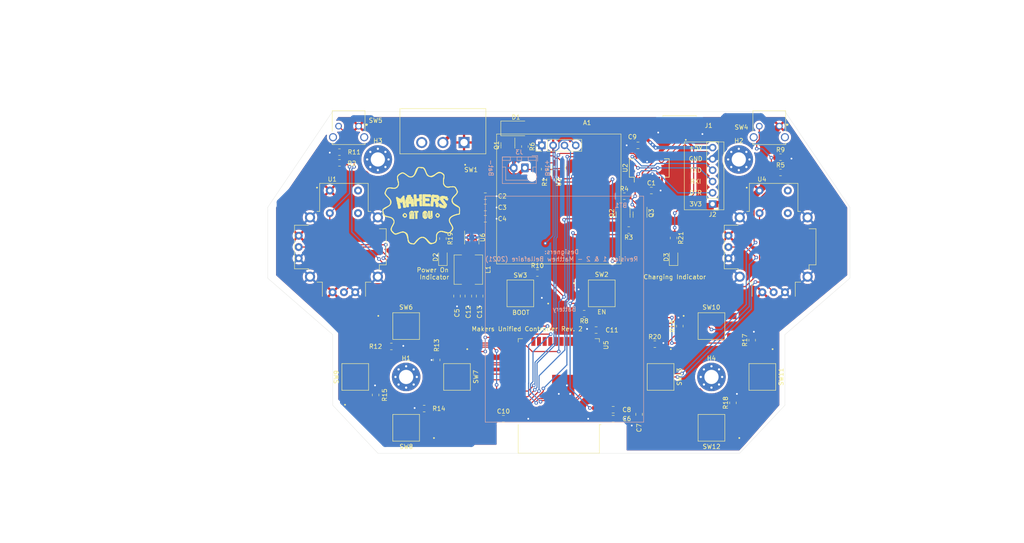
<source format=kicad_pcb>
(kicad_pcb (version 20211014) (generator pcbnew)
  (layers (0 "F.Cu" signal) (31 "B.Cu" signal) (34 "B.Paste" user) (35 "F.Paste" user) (36 "B.SilkS" user "B.Silkscreen") (37 "F.SilkS" user "F.Silkscreen") (38 "B.Mask" user) (39 "F.Mask" user) (44 "Edge.Cuts" user))
  (net 0 "")
  (net 1 "/I2C_SDA")
  (net 2 "/I2C_SCL")
  (net 3 "+3V3")
  (net 4 "GND")
  (net 5 "/BAT+")
  (net 6 "Net-(C1-Pad1)")
  (net 7 "/PWR_IN")
  (net 8 "+5V")
  (net 9 "Net-(D1-Pad1)")
  (net 10 "Net-(D2-Pad2)")
  (net 11 "Net-(D3-Pad2)")
  (net 12 "/CHG_COMPLETE")
  (net 13 "/BRIDGE_TX")
  (net 14 "/BRIDGE_RX")
  (net 15 "/BRIDGE_DTR")
  (net 16 "/IO0")
  (net 17 "Net-(Q2-Pad1)")
  (net 18 "/EN")
  (net 19 "/BRIDGE_RTS")
  (net 20 "Net-(Q3-Pad1)")
  (net 21 "/LEFT_JOY_SW")
  (net 22 "/RIGHT_JOY_SW")
  (net 23 "/TRIG_R")
  (net 24 "/TRIG_L")
  (net 25 "/SW_1")
  (net 26 "/SW_2")
  (net 27 "/SW_3")
  (net 28 "/SW_4")
  (net 29 "/SW_5")
  (net 30 "/SW_6")
  (net 31 "/SW_7")
  (net 32 "/SW_8")
  (net 33 "/LEFT_JOY_X")
  (net 34 "/LEFT_JOY_Y")
  (net 35 "/RIGHT_JOY_X")
  (net 36 "/RIGHT_JOY_Y")
  (net 46 "Net-(R1-Pad1)")
  (net 48 "/D+")
  (net 49 "/D-")
  (net 61 "/Power Management/BUCK_SW")
  (footprint "Capacitor_SMD:C_0805_2012Metric_Pad1.18x1.45mm_HandSolder" (layer "F.Cu") (at 161.779227 133.418489)
    (fp_text reference "C6")
    (fp_text value "0.1u")
  )
  (footprint "Capacitor_SMD:C_0805_2012Metric_Pad1.18x1.45mm_HandSolder" (layer "F.Cu") (at 167.599727 132.423989 -90)
    (fp_text reference "C7")
    (fp_text value "10u")
  )
  (footprint "Capacitor_SMD:C_0805_2012Metric_Pad1.18x1.45mm_HandSolder" (layer "F.Cu") (at 161.779227 131.386489)
    (fp_text reference "C8")
    (fp_text value "1u")
  )
  (footprint "LED_SMD:LED_0805_2012Metric_Pad1.15x1.40mm_HandSolder" (layer "F.Cu") (at 123.530727 97.105489 90)
    (fp_text reference "D2")
    (fp_text value "G_LED")
  )
  (footprint "LED_SMD:LED_0805_2012Metric_Pad1.15x1.40mm_HandSolder" (layer "F.Cu") (at 175.346727 97.105489 90)
    (fp_text reference "D3")
    (fp_text value "B_LED")
  )
  (footprint "MountingHole:MountingHole_3.2mm_M3_Pad_Via" (layer "F.Cu") (at 115.275727 124.020489)
    (fp_text reference "H1")
    (fp_text value "MountingHole")
  )
  (footprint "MountingHole:MountingHole_3.2mm_M3_Pad_Via" (layer "F.Cu") (at 189.997783 75.125489)
    (fp_text reference "H2")
    (fp_text value "MountingHole")
  )
  (footprint "MountingHole:MountingHole_3.2mm_M3_Pad_Via" (layer "F.Cu") (at 108.925727 75.125489)
    (fp_text reference "H3")
    (fp_text value "MountingHole")
  )
  (footprint "MountingHole:MountingHole_3.2mm_M3_Pad_Via" (layer "F.Cu") (at 183.855727 124.020489)
    (fp_text reference "H4")
    (fp_text value "MountingHole")
  )
  (footprint "Footprint_Imports:AMPHENOL_10118192-0002LF" (layer "F.Cu") (at 176.686727 69.418489 180)
    (fp_text reference "J1")
    (fp_text value "USB_B_Micro")
  )
  (footprint "Footprint_Imports:backup_prog_header" (layer "F.Cu") (at 184.109727 85.158489 180)
    (fp_text reference "J2")
    (fp_text value "backup_PROG")
  )
  (footprint "Resistor_SMD:R_0805_2012Metric_Pad1.20x1.40mm_HandSolder" (layer "F.Cu") (at 100.305727 75.887489 180)
    (fp_text reference "R2")
    (fp_text value "10k")
  )
  (footprint "Resistor_SMD:R_0805_2012Metric_Pad1.20x1.40mm_HandSolder" (layer "F.Cu") (at 199.365727 78.046489)
    (fp_text reference "R5")
    (fp_text value "10k")
  )
  (footprint "Resistor_SMD:R_0805_2012Metric_Pad1.20x1.40mm_HandSolder" (layer "F.Cu") (at 155.264727 109.796489 180)
    (fp_text reference "R8")
    (fp_text value "10k")
  )
  (footprint "Resistor_SMD:R_0805_2012Metric_Pad1.20x1.40mm_HandSolder" (layer "F.Cu") (at 199.365727 74.617489)
    (fp_text reference "R9")
    (fp_text value "10k")
  )
  (footprint "Resistor_SMD:R_0805_2012Metric_Pad1.20x1.40mm_HandSolder" (layer "F.Cu") (at 144.755727 100.652489)
    (fp_text reference "R10")
    (fp_text value "10k")
  )
  (footprint "Resistor_SMD:R_0805_2012Metric_Pad1.20x1.40mm_HandSolder" (layer "F.Cu") (at 100.289727 73.474489 180)
    (fp_text reference "R11")
    (fp_text value "10k")
  )
  (footprint "Resistor_SMD:R_0805_2012Metric_Pad1.20x1.40mm_HandSolder" (layer "F.Cu") (at 111.957727 117.162489)
    (fp_text reference "R12")
    (fp_text value "10k")
  )
  (footprint "Resistor_SMD:R_0805_2012Metric_Pad1.20x1.40mm_HandSolder" (layer "F.Cu") (at 122.133727 120.194489 -90)
    (fp_text reference "R13")
    (fp_text value "10k")
  )
  (footprint "Resistor_SMD:R_0805_2012Metric_Pad1.20x1.40mm_HandSolder" (layer "F.Cu") (at 108.417727 128.068489 90)
    (fp_text reference "R15")
    (fp_text value "10k")
  )
  (footprint "Resistor_SMD:R_0805_2012Metric_Pad1.20x1.40mm_HandSolder" (layer "F.Cu") (at 192.999727 115.749489 90)
    (fp_text reference "R17")
    (fp_text value "10k")
  )
  (footprint "Resistor_SMD:R_0805_2012Metric_Pad1.20x1.40mm_HandSolder" (layer "F.Cu") (at 188.681727 129.846489 90)
    (fp_text reference "R18")
    (fp_text value "10k")
  )
  (footprint "Resistor_SMD:R_0805_2012Metric_Pad1.20x1.40mm_HandSolder" (layer "F.Cu") (at 123.530727 92.905489 -90)
    (fp_text reference "R19")
    (fp_text value "470")
  )
  (footprint "Resistor_SMD:R_0805_2012Metric_Pad1.20x1.40mm_HandSolder" (layer "F.Cu") (at 171.139727 116.654489)
    (fp_text reference "R20")
    (fp_text value "10k")
  )
  (footprint "Resistor_SMD:R_0805_2012Metric_Pad1.20x1.40mm_HandSolder" (layer "F.Cu") (at 175.346727 92.778489 -90)
    (fp_text reference "R21")
    (fp_text value "470")
  )
  (footprint "Footprint_Imports:SW_1571563-4" (layer "F.Cu") (at 159.217727 105.224489)
    (fp_text reference "SW2")
    (fp_text value "SW_Push")
  )
  (footprint "Footprint_Imports:SW_1571563-4" (layer "F.Cu") (at 140.929727 105.224489 180)
    (fp_text reference "SW3")
    (fp_text value "SW_Push")
  )
  (footprint "Footprint_Imports:1825027-8" (layer "F.Cu") (at 199.095727 67.632489 180)
    (fp_text reference "SW4")
    (fp_text value "SW_RIGHT_ANGLE" hide)
  )
  (footprint "Footprint_Imports:1825027-8" (layer "F.Cu") (at 104.607727 67.632489 180)
    (fp_text reference "SW5")
    (fp_text value "SW_RIGHT_ANGLE" hide)
  )
  (footprint "Footprint_Imports:SW_1571563-4" (layer "F.Cu") (at 115.275727 112.590489)
    (fp_text reference "SW6")
    (fp_text value "SW_Push")
  )
  (footprint "Footprint_Imports:SW_1571563-4" (layer "F.Cu") (at 126.705727 124.020489 -90)
    (fp_text reference "SW7")
    (fp_text value "SW_Push")
  )
  (footprint "Footprint_Imports:SW_1571563-4" (layer "F.Cu") (at 115.275727 135.450489 180)
    (fp_text reference "SW8")
    (fp_text value "SW_Push")
  )
  (footprint "Footprint_Imports:SW_1571563-4" (layer "F.Cu") (at 103.845727 124.020489 90)
    (fp_text reference "SW9")
    (fp_text value "SW_Push")
  )
  (footprint "Footprint_Imports:SW_1571563-4" (layer "F.Cu") (at 183.855727 112.590489)
    (fp_text reference "SW10")
    (fp_text value "SW_Push")
  )
  (footprint "Footprint_Imports:SW_1571563-4" (layer "F.Cu") (at 195.285727 124.020489 -90)
    (fp_text reference "SW11")
    (fp_text value "SW_Push")
  )
  (footprint "Footprint_Imports:SW_1571563-4" (layer "F.Cu") (at 183.855727 135.450489 180)
    (fp_text reference "SW12")
    (fp_text value "SW_Push")
  )
  (footprint "Footprint_Imports:SW_1571563-4" (layer "F.Cu") (at 172.425727 124.020489 -90)
    (fp_text reference "SW13")
    (fp_text value "SW_Push")
  )
  (footprint "Footprint_Imports:XDCR_COM-09032" (layer "F.Cu") (at 101.305727 94.810489)
    (fp_text reference "U1")
    (fp_text value "COM-09032")
  )
  (footprint "RF_Module:ESP32-WROOM-32" (layer "F.Cu") (at 149.565727 125.290489 180)
    (fp_text reference "U5")
    (fp_text value "ESP32-WROOM-32D")
  )
  (footprint "Footprint_Imports:XDCR_COM-09032" (layer "F.Cu") (at 197.825727 94.810489)
    (fp_text reference "U4")
    (fp_text value "COM-09032")
  )
  (footprint "Resistor_SMD:R_0805_2012Metric_Pad1.20x1.40mm_HandSolder" (layer "F.Cu") (at 119.323727 131.132489 180)
    (fp_text reference "R14")
    (fp_text value "10k")
  )
  (footprint "Footprint_Imports:SSD1306" (layer "F.Cu") (at 149.565727 71.950489)
    (fp_text reference "A1")
    (fp_text value "SSD1306")
  )
  (footprint "Resistor_SMD:R_0805_2012Metric_Pad1.20x1.40mm_HandSolder" (layer "F.Cu") (at 176.743727 112.590489 90)
    (fp_text reference "R16")
    (fp_text value "10k")
  )
  (footprint "Capacitor_SMD:C_0805_2012Metric_Pad1.18x1.45mm_HandSolder" (layer "F.Cu") (at 137.119727 133.418489)
    (fp_text reference "C10")
    (fp_text value "1u")
  )
  (footprint "Capacitor_SMD:C_0805_2012Metric_Pad1.18x1.45mm_HandSolder" (layer "F.Cu") (at 157.947727 113.479489 180)
    (fp_text reference "C11")
    (fp_text value "1u")
  )
  (footprint "Capacitor_SMD:C_0805_2012Metric_Pad1.18x1.45mm_HandSolder" (layer "F.Cu") (at 131.785727 105.837989 -90)
    (fp_text reference "C13")
    (fp_text value "1u")
  )
  (footprint "Diode_SMD:D_SMA" (layer "F.Cu") (at 139.945727 68.140489)
    (fp_text reference "D1")
    (fp_text value "CDBA340-G")
  )
  (footprint "Package_TO_SOT_SMD:SOT-23" (layer "F.Cu") (at 164.000727 87.522989 -90)
    (fp_text reference "Q2")
    (fp_text value "MMBT3904")
  )
  (footprint "Package_TO_SOT_SMD:SOT-23-5" (layer "F.Cu") (at 149.565727 77.030489 90)
    (fp_text reference "U3")
    (fp_text value "MCP73832-2-OT")
  )
  (footprint "Capacitor_SMD:C_0805_2012Metric_Pad1.18x1.45mm_HandSolder" (layer "F.Cu") (at 170.350727 82.110489)
    (fp_text reference "C1")
    (fp_text value "0.1u")
  )
  (footprint "Capacitor_SMD:C_0805_2012Metric_Pad1.18x1.45mm_HandSolder" (layer "F.Cu") (at 133.055727 88.460489)
    (fp_text reference "C4")
    (fp_text value "1u")
  )
  (footprint "Capacitor_SMD:C_0805_2012Metric_Pad1.18x1.45mm_HandSolder" (layer "F.Cu") (at 129.245727 105.837989 -90)
    (fp_text reference "C12")
    (fp_text value "10u")
  )
  (footprint "Capacitor_SMD:C_0805_2012Metric_Pad1.18x1.45mm_HandSolder" (layer "F.Cu") (at 126.705727 105.837989 -90)
    (fp_text reference "C5")
    (fp_text value "10u")
  )
  (footprint "Resistor_SMD:R_0805_2012Metric_Pad1.20x1.40mm_HandSolder" (layer "F.Cu") (at 164.270727 83.380489)
    (fp_text reference "R4")
    (fp_text value "10k")
  )
  (footprint "Resistor_SMD:R_0805_2012Metric_Pad1.20x1.40mm_HandSolder" (layer "F.Cu") (at 141.945727 72.220489 -90)
    (fp_text reference "R6")
    (fp_text value "10k")
  )
  (footprint "Footprint_Imports:SW_L102021ML04Q" (layer "F.Cu") (at 123.530727 71.315489 180)
    (fp_text reference "SW1")
    (fp_text value "SW_DPDT_x2")
  )
  (footprint "Inductor_SMD:L_6.3x6.3_H3" (layer "F.Cu") (at 129.245727 99.890489 -90)
    (fp_text reference "L1")
    (fp_text value "6.2u")
  )
  (footprint "Package_TO_SOT_SMD:SOT-23" (layer "F.Cu") (at 167.810727 87.522989 -90)
    (fp_text reference "Q3")
    (fp_text value "MMBT3904")
  )
  (footprint "Package_SO:SSOP-20_3.9x8.7mm_P0.635mm" (layer "F.Cu") (at 169.885727 77.030489 90)
    (fp_text reference "U2")
    (fp_text value "FT231XS")
  )
  (footprint "Package_SON:VSON-10-1EP_3x3mm_P0.5mm_EP1.2x2mm_ThermalVias" (layer "F.Cu") (at 130.015727 92.671739 -90)
    (fp_text reference "U6")
    (fp_text value "TPS62046DRCR")
  )
  (footprint "Capacitor_SMD:C_0805_2012Metric_Pad1.18x1.45mm_HandSolder" (layer "F.Cu") (at 133.055727 83.380489)
    (fp_text reference "C2")
    (fp_text value "10u")
  )
  (footprint "Capacitor_SMD:C_0805_2012Metric_Pad1.18x1.45mm_HandSolder" (layer "F.Cu") (at 133.055727 85.920489)
    (fp_text reference "C3")
    (fp_text value "10u")
  )
  (footprint "Package_TO_SOT_SMD:SOT-23" (layer "F.Cu") (at 138.135727 71.950489 -90)
    (fp_text reference "Q1")
    (fp_text value "PJA3401A_R1_00001")
  )
  (footprint "Resistor_SMD:R_0805_2012Metric_Pad1.20x1.40mm_HandSolder" (layer "F.Cu") (at 165.270727 91.000489 180)
    (fp_text reference "R3")
    (fp_text value "10k")
  )
  (footprint "Capacitor_SMD:C_0805_2012Metric_Pad1.18x1.45mm_HandSolder" (layer "F.Cu") (at 167.345727 71.950489 180)
    (fp_text reference "C9")
    (fp_text value "1u")
  )
  (footprint "Resistor_SMD:R_0805_2012Metric_Pad1.20x1.40mm_HandSolder" (layer "F.Cu") (at 146.390727 77.300489 -90)
    (fp_text reference "R1")
    (fp_text value "2.2k")
  )
  (footprint "Footprint_Imports:PRT18286" (layer "B.Cu") (at 150.835727 108.780489 180)
    (fp_text reference "BT1")
    (fp_text value "PRT-18286")
  )
  (footprint "Footprint_Imports:PRT-18286 Connector" (layer "B.Cu") (at 141.945727 77.030489 180)
    (fp_text reference "J3")
    (fp_text value "BAT Connector")
  )
  (gr_line (start 119.356115 77.191279) (end 119.325029 77.156743) (layer "F.SilkS") (width 0.18))
  (gr_line (start 113.452763 84.257905) (end 113.632763 84.257905) (layer "F.SilkS") (width 0.18))
  (gr_line (start 118.612763 84.557905) (end 118.612763 84.437905) (layer "F.SilkS") (width 0.18))
  (gr_line (start 118.312763 84.077905) (end 118.312763 84.137905) (layer "F.SilkS") (width 0.18))
  (gr_line (start 121.432763 83.537905) (end 121.252763 83.537905) (layer "F.SilkS") (width 0.18))
  (gr_line (start 120.352763 85.277905) (end 120.232763 85.277905) (layer "F.SilkS") (width 0.18))
  (gr_line (start 116.672762 84.517905) (end 116.652763 84.477906) (layer "F.SilkS") (width 0.18))
  (gr_line (start 118.612763 76.937905) (end 118.612763 76.997905) (layer "F.SilkS") (width 0.18))
  (gr_line (start 123.352763 85.877905) (end 123.407591 85.837141) (layer "F.SilkS") (width 0.18))
  (gr_line (start 115.852763 83.837905) (end 115.912763 84.317905) (layer "F.SilkS") (width 0.18))
  (gr_line (start 116.692763 84.797905) (end 116.872763 84.737905) (layer "F.SilkS") (width 0.18))
  (gr_line (start 120.527423 93.956647) (end 120.569783 93.984745) (layer "F.SilkS") (width 0.18))
  (gr_line (start 115.079207 91.571209) (end 115.025087 91.544497) (layer "F.SilkS") (width 0.18))
  (gr_line (start 124.657901 81.351187) (end 124.711067 81.350191) (layer "F.SilkS") (width 0.18))
  (gr_line (start 113.632763 84.917905) (end 113.632763 84.797905) (layer "F.SilkS") (width 0.18))
  (gr_line (start 122.104523 92.304799) (end 122.110949 92.253955) (layer "F.SilkS") (width 0.18))
  (gr_line (start 117.43606 93.632749) (end 117.402185 93.675763) (layer "F.SilkS") (width 0.18))
  (gr_line (start 115.780241 78.915049) (end 115.733489 78.887485) (layer "F.SilkS") (width 0.18))
  (gr_line (start 122.090699 92.460781) (end 122.094521 92.408305) (layer "F.SilkS") (width 0.18))
  (gr_line (start 120.825509 78.992239) (end 120.877271 78.997154) (layer "F.SilkS") (width 0.18))
  (gr_line (start 114.352763 84.137905) (end 114.232763 84.137905) (layer "F.SilkS") (width 0.18))
  (gr_line (start 118.692762 85.077906) (end 118.652763 85.057905) (layer "F.SilkS") (width 0.18))
  (gr_line (start 125.569954 90.033073) (end 125.540627 89.983633) (layer "F.SilkS") (width 0.18))
  (gr_line (start 110.804087 83.193025) (end 110.776139 83.156701) (layer "F.SilkS") (width 0.18))
  (gr_line (start 122.452763 83.537905) (end 122.392763 83.657905) (layer "F.SilkS") (width 0.18))
  (gr_line (start 124.272762 85.197906) (end 124.232763 85.177905) (layer "F.SilkS") (width 0.18))
  (gr_line (start 115.358819 87.772519) (end 115.362713 87.733993) (layer "F.SilkS") (width 0.18))
  (gr_line (start 115.452763 84.417906) (end 115.412762 84.397905) (layer "F.SilkS") (width 0.18))
  (gr_line (start 116.488667 86.783857) (end 116.436995 86.794741) (layer "F.SilkS") (width 0.18))
  (gr_line (start 116.692763 84.317905) (end 116.812763 84.317905) (layer "F.SilkS") (width 0.18))
  (gr_line (start 120.609737 78.917851) (end 120.567845 78.912847) (layer "F.SilkS") (width 0.18))
  (gr_line (start 117.952763 86.777905) (end 117.172763 86.777905) (layer "F.SilkS") (width 0.18))
  (gr_line (start 116.632763 84.197905) (end 116.812763 84.197905) (layer "F.SilkS") (width 0.18))
  (gr_line (start 122.644163 87.525367) (end 122.621717 87.489907) (layer "F.SilkS") (width 0.18))
  (gr_line (start 119.413247 77.265919) (end 119.385485 77.227711) (layer "F.SilkS") (width 0.18))
  (gr_line (start 124.126703 85.091167) (end 124.192763 85.097905) (layer "F.SilkS") (width 0.18))
  (gr_line (start 126.132419 81.310675) (end 126.172019 81.330547) (layer "F.SilkS") (width 0.18))
  (gr_line (start 126.627905 82.771057) (end 126.598937 82.815673) (layer "F.SilkS") (width 0.18))
  (gr_line (start 121.012763 83.597905) (end 121.012763 83.717905) (layer "F.SilkS") (width 0.18))
  (gr_line (start 117.352763 84.737905) (end 117.172763 84.737905) (layer "F.SilkS") (width 0.18))
  (gr_line (start 123.472763 83.657905) (end 123.472763 83.837905) (layer "F.SilkS") (width 0.18))
  (gr_line (start 118.669139 92.691187) (end 118.724213 92.678863) (layer "F.SilkS") (width 0.18))
  (gr_line (start 112.650743 91.845133) (end 112.688795 91.863883) (layer "F.SilkS") (width 0.18))
  (gr_line (start 121.312763 85.577905) (end 121.132763 85.397905) (layer "F.SilkS") (width 0.18))
  (gr_line (start 114.198221 78.250046) (end 114.244517 78.227581) (layer "F.SilkS") (width 0.18))
  (gr_line (start 119.272763 85.517905) (end 119.272763 85.337905) (layer "F.SilkS") (width 0.18))
  (gr_line (start 115.417169 78.654577) (end 115.466357 78.690571) (layer "F.SilkS") (width 0.18))
  (gr_line (start 117.819167 77.105287) (end 117.786916 77.135089) (layer "F.SilkS") (width 0.18))
  (gr_line (start 118.492763 84.557905) (end 118.612763 84.557905) (layer "F.SilkS") (width 0.18))
  (gr_line (start 116.640557 78.984577) (end 116.594855 79.000207) (layer "F.SilkS") (width 0.18))
  (gr_line (start 121.849691 78.507973) (end 121.890107 78.473095) (layer "F.SilkS") (width 0.18))
  (gr_line (start 114.172763 84.197905) (end 114.106703 84.204649) (layer "F.SilkS") (width 0.18))
  (gr_line (start 118.126775 93.007237) (end 118.166219 92.971315) (layer "F.SilkS") (width 0.18))
  (gr_line (start 115.361849 87.694975) (end 115.356455 87.655885) (layer "F.SilkS") (width 0.18))
  (gr_line (start 116.692763 87.497905) (end 116.632763 87.017905) (layer "F.SilkS") (width 0.18))
  (gr_line (start 115.852763 83.357905) (end 116.032763 83.357905) (layer "F.SilkS") (width 0.18))
  (gr_line (start 115.939043 93.711217) (end 115.958375 93.739837) (layer "F.SilkS") (width 0.18))
  (gr_line (start 126.165329 81.307261) (end 126.123323 81.290413) (layer "F.SilkS") (width 0.18))
  (gr_line (start 119.292107 77.124229) (end 119.257259 77.093851) (layer "F.SilkS") (width 0.18))
  (gr_line (start 114.832763 88.037905) (end 114.832763 88.097905) (layer "F.SilkS") (width 0.18))
  (gr_line (start 117.046421 78.675295) (end 117.021065 78.708355) (layer "F.SilkS") (width 0.18))
  (gr_line (start 125.104787 88.339903) (end 125.079653 88.380067) (layer "F.SilkS") (width 0.18))
  (gr_line (start 119.738669 93.056569) (end 119.774507 93.097573) (layer "F.SilkS") (width 0.18))
  (gr_line (start 119.172762 83.697906) (end 119.132763 83.677905) (layer "F.SilkS") (width 0.18))
  (gr_line (start 113.550725 80.651797) (end 113.551996 80.607823) (layer "F.SilkS") (width 0.18))
  (gr_line (start 117.412763 85.097905) (end 117.592763 85.097905) (layer "F.SilkS") (width 0.18))
  (gr_line (start 114.412763 84.557905) (end 114.412763 84.377905) (layer "F.SilkS") (width 0.18))
  (gr_line (start 114.892763 84.437905) (end 114.892763 84.317905) (layer "F.SilkS") (width 0.18))
  (gr_line (start 122.212763 83.357905) (end 122.332763 83.237905) (layer "F.SilkS") (width 0.18))
  (gr_line (start 115.971083 79.004281) (end 115.922723 78.985519) (layer "F.SilkS") (width 0.18))
  (gr_line (start 117.412763 88.397905) (end 117.712763 88.397905) (layer "F.SilkS") (width 0.18))
  (gr_line (start 122.752763 85.157905) (end 122.752763 85.337905) (layer "F.SilkS") (width 0.18))
  (gr_line (start 119.052762 83.457906) (end 119.072763 83.497905) (layer "F.SilkS") (width 0.18))
  (gr_line (start 119.232762 84.717906) (end 119.252763 84.757905) (layer "F.SilkS") (width 0.18))
  (gr_line (start 115.332763 85.197906) (end 115.352762 85.237905) (layer "F.SilkS") (width 0.18))
  (gr_line (start 119.472762 84.957906) (end 119.492763 84.997905) (layer "F.SilkS") (width 0.18))
  (gr_line (start 114.923087 78.318127) (end 114.972005 78.34676) (layer "F.SilkS") (width 0.18))
  (gr_line (start 119.439503 77.305789) (end 119.413247 77.265919) (layer "F.SilkS") (width 0.18))
  (gr_line (start 120.232763 85.157905) (end 120.112763 85.157905) (layer "F.SilkS") (width 0.18))
  (gr_line (start 123.112763 84.197905) (end 123.052763 84.017905) (layer "F.SilkS") (width 0.18))
  (gr_line (start 111.941555 90.977905) (end 111.932573 90.931147) (layer "F.SilkS") (width 0.18))
  (gr_line (start 120.038885 78.650102) (end 120.008663 78.613771) (layer "F.SilkS") (width 0.18))
  (gr_line (start 119.452763 84.137905) (end 119.272763 83.957905) (layer "F.SilkS") (width 0.18))
  (gr_line (start 117.576593 93.599107) (end 117.619354 93.554461) (layer "F.SilkS") (width 0.18))
  (gr_line (start 120.752763 83.197905) (end 120.732762 83.157906) (layer "F.SilkS") (width 0.18))
  (gr_line (start 115.169513 78.475862) (end 115.219121 78.510751) (layer "F.SilkS") (width 0.18))
  (gr_line (start 123.722531 91.416691) (end 123.678707 91.402393) (layer "F.SilkS") (width 0.18))
  (gr_line (start 113.368961 78.923509) (end 113.362619 78.973742) (layer "F.SilkS") (width 0.18))
  (gr_line (start 115.492763 84.557905) (end 115.672763 84.557905) (layer "F.SilkS") (width 0.18))
  (gr_line (start 123.532763 85.937905) (end 123.592763 85.937905) (layer "F.SilkS") (width 0.18))
  (gr_line (start 110.916767 85.856161) (end 110.963285 85.825969) (layer "F.SilkS") (width 0.18))
  (gr_line (start 115.099523 91.648303) (end 115.129151 91.674703) (layer "F.SilkS") (width 0.18))
  (gr_line (start 117.139259 78.608515) (end 117.170693 78.566005) (layer "F.SilkS") (width 0.18))
  (gr_line (start 111.725548 84.349771) (end 111.743147 84.398503) (layer "F.SilkS") (width 0.18))
  (gr_line (start 111.286439 88.030207) (end 111.342959 88.044955) (layer "F.SilkS") (width 0.18))
  (gr_line (start 126.048101 81.279529) (end 126.091079 81.293725) (layer "F.SilkS") (width 0.18))
  (gr_line (start 115.852763 84.377905) (end 115.612763 84.317905) (layer "F.SilkS") (width 0.18))
  (gr_line (start 122.032763 84.977905) (end 122.032763 84.857905) (layer "F.SilkS") (width 0.18))
  (gr_line (start 113.852429 78.392018) (end 113.796598 78.430165) (layer "F.SilkS") (width 0.18))
  (gr_line (start 123.729791 79.288387) (end 123.723143 79.343305) (layer "F.SilkS") (width 0.18))
  (gr_line (start 117.232763 83.477905) (end 117.232763 83.357905) (layer "F.SilkS") (width 0.18))
  (gr_line (start 122.100437 92.335963) (end 122.097227 92.388259) (layer "F.SilkS") (width 0.18))
  (gr_line (start 111.773885 81.543685) (end 111.71851 81.540103) (layer "F.SilkS") (width 0.18))
  (gr_line (start 115.372763 85.517905) (end 115.552763 85.517905) (layer "F.SilkS") (width 0.18))
  (gr_line (start 117.352763 84.977905) (end 117.232763 85.097905) (layer "F.SilkS") (width 0.18))
  (gr_line (start 126.997301 85.816369) (end 127.042067 85.838131) (layer "F.SilkS") (width 0.18))
  (gr_line (start 119.032763 83.657905) (end 119.212763 83.657905) (layer "F.SilkS") (width 0.18))
  (gr_line (start 119.713397 92.934325) (end 119.676611 92.904475) (layer "F.SilkS") (width 0.18))
  (gr_line (start 120.928085 78.998606) (end 120.977999 78.996751) (layer "F.SilkS") (width 0.18))
  (gr_line (start 111.177767 83.603341) (end 111.218681 83.647717) (layer "F.SilkS") (width 0.18))
  (gr_line (start 114.772763 84.797905) (end 114.592763 84.977905) (layer "F.SilkS") (width 0.18))
  (gr_line (start 124.132763 83.777905) (end 124.132763 83.897905) (layer "F.SilkS") (width 0.18))
  (gr_line (start 119.332763 83.537905) (end 119.332763 83.417905) (layer "F.SilkS") (width 0.18))
  (gr_line (start 111.664865 88.134289) (end 111.715457 88.150819) (layer "F.SilkS") (width 0.18))
  (gr_line (start 114.772763 84.917905) (end 114.772763 85.037905) (layer "F.SilkS") (width 0.18))
  (gr_line (start 116.021813 93.820693) (end 116.044901 93.845887) (layer "F.SilkS") (width 0.18))
  (gr_line (start 119.052762 83.217906) (end 119.072763 83.257905) (layer "F.SilkS") (width 0.18))
  (gr_line (start 124.454711 81.337657) (end 124.503899 81.343987) (layer "F.SilkS") (width 0.18))
  (gr_line (start 119.032763 85.157905) (end 119.212763 84.917905) (layer "F.SilkS") (width 0.18))
  (gr_line (start 112.244207 88.464901) (end 112.281125 88.505587) (layer "F.SilkS") (width 0.18))
  (gr_line (start 115.672763 83.957905) (end 115.672763 84.077905) (layer "F.SilkS") (width 0.18))
  (gr_line (start 123.835823 85.690555) (end 123.832763 85.757905) (layer "F.SilkS") (width 0.18))
  (gr_line (start 125.487893 91.151905) (end 125.530877 91.100407) (layer "F.SilkS") (width 0.18))
  (gr_line (start 114.044153 78.330415) (end 114.097499 78.301597) (layer "F.SilkS") (width 0.18))
  (gr_line (start 112.327643 88.516525) (end 112.293851 88.476967) (layer "F.SilkS") (width 0.18))
  (gr_line (start 116.822813 94.116313) (end 116.876849 94.114447) (layer "F.SilkS") (width 0.18))
  (gr_line (start 111.547997 84.033433) (end 111.578519 84.076699) (layer "F.SilkS") (width 0.18))
  (gr_line (start 110.478611 87.787795) (end 110.435477 87.758881) (layer "F.SilkS") (width 0.18))
  (gr_line (start 117.352763 84.617905) (end 117.352763 84.497905) (layer "F.SilkS") (width 0.18))
  (gr_line (start 123.591881 91.340491) (end 123.646271 91.350493) (layer "F.SilkS") (width 0.18))
  (gr_line (start 126.926999 85.681441) (end 126.886469 85.649347) (layer "F.SilkS") (width 0.18))
  (gr_line (start 113.366567 91.810963) (end 113.416649 91.792369) (layer "F.SilkS") (width 0.18))
  (gr_line (start 118.312763 83.297905) (end 118.492763 83.297905) (layer "F.SilkS") (width 0.18))
  (gr_line (start 118.467209 92.764795) (end 118.515179 92.742955) (layer "F.SilkS") (width 0.18))
  (gr_line (start 117.772763 84.137905) (end 117.652763 84.137905) (layer "F.SilkS") (width 0.18))
  (gr_line (start 123.292763 83.537905) (end 123.472763 83.537905) (layer "F.SilkS") (width 0.18))
  (gr_line (start 126.314519 81.406285) (end 126.28024 81.376447) (layer "F.SilkS") (width 0.18))
  (gr_line (start 117.472763 83.117905) (end 117.292763 83.117905) (layer "F.SilkS") (width 0.18))
  (gr_line (start 121.978409 93.556573) (end 121.958165 93.592135) (layer "F.SilkS") (width 0.18))
  (gr_line (start 126.339347 87.583903) (end 126.284723 87.601525) (layer "F.SilkS") (width 0.18))
  (gr_line (start 127.006385 85.750249) (end 126.966995 85.715035) (layer "F.SilkS") (width 0.18))
  (gr_line (start 122.091341 92.600402) (end 122.090975 92.653736) (layer "F.SilkS") (width 0.18))
  (gr_line (start 114.972763 84.597906) (end 114.992762 84.637905) (layer "F.SilkS") (width 0.18))
  (gr_line (start 122.070383 87.902161) (end 122.096183 87.931543) (layer "F.SilkS") (width 0.18))
  (gr_line (start 110.65804 87.883525) (end 110.612249 87.862345) (layer "F.SilkS") (width 0.18))
  (gr_line (start 119.992763 85.277905) (end 120.112763 85.157905) (layer "F.SilkS") (width 0.18))
  (gr_line (start 112.349411 89.776627) (end 112.372871 89.732623) (layer "F.SilkS") (width 0.18))
  (gr_line (start 119.629733 86.786756) (end 119.594579 86.778848) (layer "F.SilkS") (width 0.18))
  (gr_line (start 123.772763 83.597905) (end 123.712763 83.537905) (layer "F.SilkS") (width 0.18))
  (gr_line (start 126.504827 87.556003) (end 126.559835 87.540415) (layer "F.SilkS") (width 0.18))
  (gr_line (start 125.230181 81.297745) (end 125.172665 81.305785) (layer "F.SilkS") (width 0.18))
  (gr_line (start 123.898649 91.476649) (end 123.854459 91.461457) (layer "F.SilkS") (width 0.18))
  (gr_line (start 112.288895 91.439389) (end 112.246553 91.398979) (layer "F.SilkS") (width 0.18))
  (gr_line (start 120.774401 78.922424) (end 120.733661 78.923498) (layer "F.SilkS") (width 0.18))
  (gr_line (start 120.172763 84.197905) (end 120.052763 84.197905) (layer "F.SilkS") (width 0.18))
  (gr_line (start 113.872763 84.377905) (end 113.812763 84.497905) (layer "F.SilkS") (width 0.18))
  (gr_line (start 119.932763 84.017905) (end 119.932763 84.137905) (layer "F.SilkS") (width 0.18))
  (gr_line (start 122.026163 93.334699) (end 122.035301 93.288325) (layer "F.SilkS") (width 0.18))
  (gr_line (start 119.967713 87.313543) (end 119.958335 87.265819) (layer "F.SilkS") (width 0.18))
  (gr_line (start 114.652763 84.137905) (end 114.472763 84.137905) (layer "F.SilkS") (width 0.18))
  (gr_line (start 120.532763 86.777905) (end 120.292763 86.777905) (layer "F.SilkS") (width 0.18))
  (gr_line (start 121.072763 84.977905) (end 120.892763 84.977905) (layer "F.SilkS") (width 0.18))
  (gr_line (start 115.656647 92.671681) (end 115.652543 92.614231) (layer "F.SilkS") (width 0.18))
  (gr_line (start 122.152763 84.317905) (end 122.332763 84.317905) (layer "F.SilkS") (width 0.18))
  (gr_line (start 114.772763 83.657905) (end 114.652763 83.657905) (layer "F.SilkS") (width 0.18))
  (gr_line (start 119.744633 78.072529) (end 119.727539 78.022255) (layer "F.SilkS") (width 0.18))
  (gr_line (start 115.552763 85.397905) (end 115.372763 85.397905) (layer "F.SilkS") (width 0.18))
  (gr_line (start 120.972762 83.877906) (end 120.992763 83.917905) (layer "F.SilkS") (width 0.18))
  (gr_line (start 110.207747 87.513565) (end 110.221649 87.551377) (layer "F.SilkS") (width 0.18))
  (gr_line (start 117.352763 84.017905) (end 117.532763 84.197905) (layer "F.SilkS") (width 0.18))
  (gr_line (start 113.692763 84.317905) (end 113.512763 84.317905) (layer "F.SilkS") (width 0.18))
  (gr_line (start 120.702575 88.060039) (end 120.674441 88.061275) (layer "F.SilkS") (width 0.18))
  (gr_line (start 115.552763 83.657905) (end 115.612763 83.657905) (layer "F.SilkS") (width 0.18))
  (gr_line (start 115.068653 91.622791) (end 115.099523 91.648303) (layer "F.SilkS") (width 0.18))
  (gr_line (start 119.092763 84.917905) (end 119.212763 84.917905) (layer "F.SilkS") (width 0.18))
  (gr_line (start 117.432762 85.437906) (end 117.452763 85.477905) (layer "F.SilkS") (width 0.18))
  (gr_line (start 114.775025 87.932287) (end 114.805607 87.958471) (layer "F.SilkS") (width 0.18))
  (gr_line (start 117.615179 93.417919) (end 117.578098 93.460609) (layer "F.SilkS") (width 0.18))
  (gr_line (start 115.632763 84.237906) (end 115.652762 84.277905) (layer "F.SilkS") (width 0.18))
  (gr_line (start 121.492763 84.077905) (end 121.432763 84.137905) (layer "F.SilkS") (width 0.18))
  (gr_line (start 118.252763 84.137905) (end 118.312763 84.137905) (layer "F.SilkS") (width 0.18))
  (gr_line (start 123.668057 78.560323) (end 123.698363 78.605803) (layer "F.SilkS") (width 0.18))
  (gr_line (start 121.852763 84.257905) (end 121.972763 84.137905) (layer "F.SilkS") (width 0.18))
  (gr_line (start 118.312763 83.237905) (end 118.312763 83.297905) (layer "F.SilkS") (width 0.18))
  (gr_line (start 124.687127 91.612213) (end 124.739867 91.618699) (layer "F.SilkS") (width 0.18))
  (gr_line (start 123.292763 84.557905) (end 123.292763 84.737905) (layer "F.SilkS") (width 0.18))
  (gr_line (start 115.372763 83.717905) (end 115.372763 83.897905) (layer "F.SilkS") (width 0.18))
  (gr_line (start 122.124701 87.958261) (end 122.155709 87.981967) (layer "F.SilkS") (width 0.18))
  (gr_line (start 123.712763 83.897905) (end 123.892763 83.897905) (layer "F.SilkS") (width 0.18))
  (gr_line (start 120.232763 84.017905) (end 120.232763 84.137905) (layer "F.SilkS") (width 0.18))
  (gr_line (start 125.504645 87.993673) (end 125.550275 87.962857) (layer "F.SilkS") (width 0.18))
  (gr_line (start 123.077663 78.121639) (end 123.136109 78.153458) (layer "F.SilkS") (width 0.18))
  (gr_line (start 115.432763 84.557905) (end 115.432763 84.677905) (layer "F.SilkS") (width 0.18))
  (gr_line (start 117.832763 84.137905) (end 118.012763 84.137905) (layer "F.SilkS") (width 0.18))
  (gr_line (start 125.378255 91.233199) (end 125.337496 91.283395) (layer "F.SilkS") (width 0.18))
  (gr_line (start 118.072763 84.137905) (end 118.252763 83.957905) (layer "F.SilkS") (width 0.18))
  (gr_line (start 122.093147 92.493914) (end 122.092019 92.547097) (layer "F.SilkS") (width 0.18))
  (gr_line (start 113.632763 84.977905) (end 113.752763 84.857905) (layer "F.SilkS") (width 0.18))
  (gr_line (start 122.032763 83.237905) (end 122.212763 83.237905) (layer "F.SilkS") (width 0.18))
  (gr_line (start 119.932763 83.957905) (end 119.812763 83.957905) (layer "F.SilkS") (width 0.18))
  (gr_line (start 113.216693 81.369067) (end 113.259287 81.323203) (layer "F.SilkS") (width 0.18))
  (gr_line (start 121.430465 78.730891) (end 121.393499 78.748988) (layer "F.SilkS") (width 0.18))
  (gr_line (start 116.432762 84.397905) (end 116.412763 84.357906) (layer "F.SilkS") (width 0.18))
  (gr_line (start 118.492763 84.377905) (end 118.552763 84.377905) (layer "F.SilkS") (width 0.18))
  (gr_line (start 115.912763 83.837905) (end 115.912763 83.717905) (layer "F.SilkS") (width 0.18))
  (gr_line (start 114.712763 84.797905) (end 114.832763 84.797905) (layer "F.SilkS") (width 0.18))
  (gr_line (start 115.751891 93.278419) (end 115.762997 93.314971) (layer "F.SilkS") (width 0.18))
  (gr_line (start 118.372763 84.317905) (end 118.372763 84.197905) (layer "F.SilkS") (width 0.18))
  (gr_line (start 123.754619 78.750902) (end 123.763613 78.801715) (layer "F.SilkS") (width 0.18))
  (gr_line (start 110.779631 87.891469) (end 110.835881 87.905371) (layer "F.SilkS") (width 0.18))
  (gr_line (start 112.567571 81.582085) (end 112.618673 81.581179) (layer "F.SilkS") (width 0.18))
  (gr_line (start 113.387771 81.140881) (end 113.358143 81.181885) (layer "F.SilkS") (width 0.18))
  (gr_line (start 125.676551 84.773011) (end 125.700317 84.816511) (layer "F.SilkS") (width 0.18))
  (gr_line (start 120.352763 83.297905) (end 120.472763 83.117905) (layer "F.SilkS") (width 0.18))
  (gr_line (start 123.912762 85.077906) (end 123.932763 85.117905) (layer "F.SilkS") (width 0.18))
  (gr_line (start 121.350047 93.952165) (end 121.407935 93.930835) (layer "F.SilkS") (width 0.18))
  (gr_line (start 122.452763 84.197905) (end 122.452763 84.077905) (layer "F.SilkS") (width 0.18))
  (gr_line (start 122.272763 83.417905) (end 122.452763 83.237905) (layer "F.SilkS") (width 0.18))
  (gr_line (start 116.812763 84.197905) (end 116.692763 84.197905) (layer "F.SilkS") (width 0.18))
  (gr_line (start 122.032763 83.477905) (end 122.212763 83.357905) (layer "F.SilkS") (width 0.18))
  (gr_line (start 110.948897 81.761875) (end 110.913509 81.813199) (layer "F.SilkS") (width 0.18))
  (gr_line (start 122.632763 83.777905) (end 122.632763 83.657905) (layer "F.SilkS") (width 0.18))
  (gr_line (start 123.274235 78.176401) (end 123.237437 78.158132) (layer "F.SilkS") (width 0.18))
  (gr_line (start 121.012763 85.457905) (end 121.132763 85.457905) (layer "F.SilkS") (width 0.18))
  (gr_line (start 119.212763 83.417905) (end 119.212763 83.537905) (layer "F.SilkS") (width 0.18))
  (gr_line (start 124.146659 81.180823) (end 124.094159 81.139399) (layer "F.SilkS") (width 0.18))
  (gr_line (start 124.312763 85.337905) (end 124.132763 85.457905) (layer "F.SilkS") (width 0.18))
  (gr_line (start 121.075193 86.864174) (end 121.073399 86.818885) (layer "F.SilkS") (width 0.18))
  (gr_line (start 121.576763 78.653432) (end 121.540415 78.673459) (layer "F.SilkS") (width 0.18))
  (gr_line (start 119.452763 84.317905) (end 119.572763 84.197905) (layer "F.SilkS") (width 0.18))
  (gr_line (start 119.692763 85.097905) (end 119.512763 85.097905) (layer "F.SilkS") (width 0.18))
  (gr_line (start 125.446853 89.835361) (end 125.414369 89.785945) (layer "F.SilkS") (width 0.18))
  (gr_line (start 115.232015 78.514759) (end 115.186661 78.479671) (layer "F.SilkS") (width 0.18))
  (gr_line (start 123.532763 84.377905) (end 123.532763 84.257905) (layer "F.SilkS") (width 0.18))
  (gr_line (start 122.011511 78.370046) (end 122.052167 78.336758) (layer "F.SilkS") (width 0.18))
  (gr_line (start 116.512763 85.157905) (end 116.512763 85.277905) (layer "F.SilkS") (width 0.18))
  (gr_line (start 111.348803 85.579381) (end 111.303191 85.608751) (layer "F.SilkS") (width 0.18))
  (gr_line (start 117.974141 93.055741) (end 117.932171 93.093127) (layer "F.SilkS") (width 0.18))
  (gr_line (start 121.732763 83.177905) (end 121.552763 83.177905) (layer "F.SilkS") (width 0.18))
  (gr_line (start 119.532762 83.277906) (end 119.492763 83.257905) (layer "F.SilkS") (width 0.18))
  (gr_line (start 115.792763 83.657905) (end 115.792763 83.477905) (layer "F.SilkS") (width 0.18))
  (gr_line (start 117.362381 77.954623) (end 117.348143 77.997895) (layer "F.SilkS") (width 0.18))
  (gr_line (start 112.541363 89.251531) (end 112.534061 89.298733) (layer "F.SilkS") (width 0.18))
  (gr_line (start 123.678707 91.402393) (end 123.634931 91.388587) (layer "F.SilkS") (width 0.18))
  (gr_line (start 122.872763 85.577905) (end 122.932763 85.577905) (layer "F.SilkS") (width 0.18))
  (gr_line (start 125.329553 89.661745) (end 125.360453 89.714851) (layer "F.SilkS") (width 0.18))
  (gr_line (start 121.114175 87.403831) (end 121.109951 87.336613) (layer "F.SilkS") (width 0.18))
  (gr_line (start 115.269599 87.474037) (end 115.241861 87.443323) (layer "F.SilkS") (width 0.18))
  (gr_line (start 118.492763 84.677905) (end 118.612763 84.677905) (layer "F.SilkS") (width 0.18))
  (gr_line (start 119.032763 84.377905) (end 119.212763 84.377905) (layer "F.SilkS") (width 0.18))
  (gr_line (start 114.874601 88.000297) (end 114.912647 88.015123) (layer "F.SilkS") (width 0.18))
  (gr_line (start 114.610037 91.440589) (end 114.559271 91.439425) (layer "F.SilkS") (width 0.18))
  (gr_line (start 113.832763 85.017906) (end 113.852762 85.057905) (layer "F.SilkS") (width 0.18))
  (gr_line (start 116.512763 85.157905) (end 116.692763 85.157905) (layer "F.SilkS") (width 0.18))
  (gr_line (start 124.970009 88.834915) (end 124.975139 88.885897) (layer "F.SilkS") (width 0.18))
  (gr_line (start 117.352763 85.397905) (end 117.292763 85.337905) (layer "F.SilkS") (width 0.18))
  (gr_line (start 122.232677 91.839685) (end 122.255471 91.800121) (layer "F.SilkS") (width 0.18))
  (gr_line (start 116.664701 94.060189) (end 116.603021 94.049941) (layer "F.SilkS") (width 0.18))
  (gr_line (start 122.080577 92.673397) (end 122.082575 92.620015) (layer "F.SilkS") (width 0.18))
  (gr_line (start 118.612763 84.917905) (end 118.492763 84.917905) (layer "F.SilkS") (width 0.18))
  (gr_line (start 126.635933 85.481731) (end 126.593585 85.456861) (layer "F.SilkS") (width 0.18))
  (gr_line (start 118.325801 92.797669) (end 118.280423 92.825239) (layer "F.SilkS") (width 0.18))
  (gr_line (start 125.443793 91.202101) (end 125.487893 91.151905) (layer "F.SilkS") (width 0.18))
  (gr_line (start 121.072763 84.677905) (end 121.192763 84.677905) (layer "F.SilkS") (width 0.18))
  (gr_line (start 113.632763 85.277905) (end 113.452763 85.157905) (layer "F.SilkS") (width 0.18))
  (gr_line (start 114.592763 84.557905) (end 114.532763 84.617905) (layer "F.SilkS") (width 0.18))
  (gr_line (start 123.952763 84.917905) (end 123.952763 84.797905) (layer "F.SilkS") (width 0.18))
  (gr_line (start 121.044215 94.045693) (end 121.105955 94.030681) (layer "F.SilkS") (width 0.18))
  (gr_line (start 125.110331 89.291179) (end 125.086666 89.241583) (layer "F.SilkS") (width 0.18))
  (gr_line (start 119.492763 83.617905) (end 119.472762 83.577906) (layer "F.SilkS") (width 0.18))
  (gr_line (start 110.811461 83.208313) (end 110.853869 83.253163) (layer "F.SilkS") (width 0.18))
  (gr_line (start 116.994413 78.740287) (end 116.966387 78.771031) (layer "F.SilkS") (width 0.18))
  (gr_line (start 121.092983 88.045321) (end 121.102961 87.989293) (layer "F.SilkS") (width 0.18))
  (gr_line (start 112.039451 90.345259) (end 112.059995 90.301339) (layer "F.SilkS") (width 0.18))
  (gr_line (start 115.072763 87.317905) (end 114.892763 87.257905) (layer "F.SilkS") (width 0.18))
  (gr_line (start 114.532763 83.777905) (end 114.652763 83.777905) (layer "F.SilkS") (width 0.18))
  (gr_line (start 117.132763 84.537906) (end 117.152762 84.577905) (layer "F.SilkS") (width 0.18))
  (gr_line (start 113.932763 84.497905) (end 114.052763 84.437905) (layer "F.SilkS") (width 0.18))
  (gr_line (start 125.125979 89.301877) (end 125.152325 89.351539) (layer "F.SilkS") (width 0.18))
  (gr_line (start 120.132762 85.437906) (end 120.152763 85.477905) (layer "F.SilkS") (width 0.18))
  (gr_line (start 119.885585 93.092329) (end 119.852561 93.059773) (layer "F.SilkS") (width 0.18))
  (gr_line (start 116.632763 84.917905) (end 116.512763 84.917905) (layer "F.SilkS") (width 0.18))
  (gr_line (start 115.692763 83.457906) (end 115.652762 83.437905) (layer "F.SilkS") (width 0.18))
  (gr_line (start 120.593795 93.830635) (end 120.563453 93.807409) (layer "F.SilkS") (width 0.18))
  (gr_line (start 119.072763 83.497905) (end 119.052762 83.457906) (layer "F.SilkS") (width 0.18))
  (gr_line (start 119.278937 77.187367) (end 119.311145 77.227381) (layer "F.SilkS") (width 0.18))
  (gr_line (start 115.672763 84.857905) (end 115.792763 84.977905) (layer "F.SilkS") (width 0.18))
  (gr_line (start 123.723143 79.343305) (end 123.717899 79.397905) (layer "F.SilkS") (width 0.18))
  (gr_line (start 122.032763 83.477905) (end 122.032763 83.357905) (layer "F.SilkS") (width 0.18))
  (gr_line (start 126.182273 85.219723) (end 126.143861 85.194583) (layer "F.SilkS") (width 0.18))
  (gr_line (start 115.792763 83.477905) (end 115.612763 83.477905) (layer "F.SilkS") (width 0.18))
  (gr_line (start 123.091745 78.104101) (end 123.055673 78.095114) (layer "F.SilkS") (width 0.18))
  (gr_line (start 121.502807 93.907195) (end 121.451147 93.927505) (layer "F.SilkS") (width 0.18))
  (gr_line (start 121.072763 85.217905) (end 121.072763 85.097905) (layer "F.SilkS") (width 0.18))
  (gr_line (start 116.452763 84.677905) (end 116.632763 84.797905) (layer "F.SilkS") (width 0.18))
  (gr_line (start 115.672763 84.197905) (end 115.672763 84.317905) (layer "F.SilkS") (width 0.18))
  (gr_line (start 116.512763 85.397905) (end 116.692763 85.217905) (layer "F.SilkS") (width 0.18))
  (gr_line (start 119.346466 86.822489) (end 119.322551 86.835625) (layer "F.SilkS") (width 0.18))
  (gr_line (start 120.528155 86.918761) (end 120.529949 86.872879) (layer "F.SilkS") (width 0.18))
  (gr_line (start 121.013339 78.888409) (end 120.974141 78.897115) (layer "F.SilkS") (width 0.18))
  (gr_line (start 119.092763 84.797905) (end 119.092763 84.917905) (layer "F.SilkS") (width 0.18))
  (gr_line (start 121.972763 83.417905) (end 121.792763 83.597905) (layer "F.SilkS") (width 0.18))
  (gr_line (start 121.229537 93.993955) (end 121.290419 93.973399) (layer "F.SilkS") (width 0.18))
  (gr_line (start 121.072763 85.097905) (end 120.892763 85.097905) (layer "F.SilkS") (width 0.18))
  (gr_line (start 120.532763 83.237905) (end 120.712763 83.237905) (layer "F.SilkS") (width 0.18))
  (gr_line (start 110.723621 82.202971) (end 110.753483 82.141693) (layer "F.SilkS") (width 0.18))
  (gr_line (start 124.072763 85.397905) (end 123.892763 85.337905) (layer "F.SilkS") (width 0.18))
  (gr_line (start 114.772763 85.157905) (end 114.892763 85.157905) (layer "F.SilkS") (width 0.18))
  (gr_line (start 112.578221 91.796425) (end 112.613873 91.822705) (layer "F.SilkS") (width 0.18))
  (gr_line (start 114.683213 87.501925) (end 114.667427 87.537055) (layer "F.SilkS") (width 0.18))
  (gr_line (start 123.672762 84.597906) (end 123.632763 84.577905) (layer "F.SilkS") (width 0.18))
  (gr_line (start 122.512763 85.277905) (end 122.452763 85.037905) (layer "F.SilkS") (width 0.18))
  (gr_line (start 113.521048 80.301253) (end 113.512265 80.257555) (layer "F.SilkS") (width 0.18))
  (gr_line (start 122.032763 83.477905) (end 122.032763 83.597905) (layer "F.SilkS") (width 0.18))
  (gr_line (start 117.532715 93.643603) (end 117.576593 93.599107) (layer "F.SilkS") (width 0.18))
  (gr_line (start 111.757079 85.086553) (end 111.741839 85.134067) (layer "F.SilkS") (width 0.18))
  (gr_line (start 111.741839 85.134067) (end 111.72334 85.179655) (layer "F.SilkS") (width 0.18))
  (gr_line (start 112.558679 89.144389) (end 112.558919 89.097355) (layer "F.SilkS") (width 0.18))
  (gr_line (start 123.661643 80.034019) (end 123.664751 79.979137) (layer "F.SilkS") (width 0.18))
  (gr_line (start 119.212763 84.377905) (end 119.212763 84.197905) (layer "F.SilkS") (width 0.18))
  (gr_line (start 119.426081 77.392945) (end 119.451779 77.435467) (layer "F.SilkS") (width 0.18))
  (gr_line (start 113.331401 79.464469) (end 113.327087 79.419607) (layer "F.SilkS") (width 0.18))
  (gr_line (start 120.613331 94.010527) (end 120.658133 94.033831) (layer "F.SilkS") (width 0.18))
  (gr_line (start 116.812763 84.197905) (end 116.812763 84.077905) (layer "F.SilkS") (width 0.18))
  (gr_line (start 126.555653 87.520585) (end 126.502079 87.535351) (layer "F.SilkS") (width 0.18))
  (gr_line (start 122.212763 83.837905) (end 122.152763 84.077905) (layer "F.SilkS") (width 0.18))
  (gr_line (start 119.332763 83.417905) (end 119.212763 83.417905) (layer "F.SilkS") (width 0.18))
  (gr_line (start 120.532763 83.117905) (end 120.532763 83.237905) (layer "F.SilkS") (width 0.18))
  (gr_line (start 124.686215 91.641337) (end 124.637141 91.641373) (layer "F.SilkS") (width 0.18))
  (gr_line (start 119.557685 86.774971) (end 119.519021 86.775319) (layer "F.SilkS") (width 0.18))
  (gr_line (start 118.059484 92.983939) (end 118.016585 93.019321) (layer "F.SilkS") (width 0.18))
  (gr_line (start 110.823197 85.921411) (end 110.872763 85.886335) (layer "F.SilkS") (width 0.18))
  (gr_line (start 119.171591 87.055123) (end 119.157995 87.094141) (layer "F.SilkS") (width 0.18))
  (gr_line (start 114.912763 85.737906) (end 114.932762 85.777905) (layer "F.SilkS") (width 0.18))
  (gr_line (start 119.172762 83.277906) (end 119.132763 83.257905) (layer "F.SilkS") (width 0.18))
  (gr_line (start 121.281533 78.799429) (end 121.243841 78.814795) (layer "F.SilkS") (width 0.18))
  (gr_line (start 120.388175 93.646669) (end 120.359681 93.616909) (layer "F.SilkS") (width 0.18))
  (gr_line (start 117.715631 77.470723) (end 117.735983 77.421145) (layer "F.SilkS") (width 0.18))
  (gr_line (start 113.752763 84.377905) (end 113.752763 84.257905) (layer "F.SilkS") (width 0.18))
  (gr_line (start 114.592763 83.357905) (end 114.592763 83.537905) (layer "F.SilkS") (width 0.18))
  (gr_line (start 122.833265 91.345339) (end 122.786789 91.361095) (layer "F.SilkS") (width 0.18))
  (gr_line (start 117.172763 86.777905) (end 117.172763 86.957905) (layer "F.SilkS") (width 0.18))
  (gr_line (start 117.352763 83.237905) (end 117.232763 83.237905) (layer "F.SilkS") (width 0.18))
  (gr_line (start 123.994865 81.095605) (end 124.042625 81.138133) (layer "F.SilkS") (width 0.18))
  (gr_line (start 123.112763 85.457905) (end 122.872763 85.337905) (layer "F.SilkS") (width 0.18))
  (gr_line (start 119.571659 77.573215) (end 119.552111 77.525881) (layer "F.SilkS") (width 0.18))
  (gr_line (start 119.852561 93.059773) (end 119.818877 93.027637) (layer "F.SilkS") (width 0.18))
  (gr_line (start 111.128279 83.548705) (end 111.093491 83.513473) (layer "F.SilkS") (width 0.18))
  (gr_line (start 120.847631 87.057577) (end 120.851261 87.122143) (layer "F.SilkS") (width 0.18))
  (gr_line (start 124.132763 85.097905) (end 123.952763 85.037905) (layer "F.SilkS") (width 0.18))
  (gr_line (start 116.936915 78.800527) (end 116.905925 78.828721) (layer "F.SilkS") (width 0.18))
  (gr_line (start 117.115403 78.569941) (end 117.093515 78.606031) (layer "F.SilkS") (width 0.18))
  (gr_line (start 123.832763 84.797905) (end 123.952763 84.917905) (layer "F.SilkS") (width 0.18))
  (gr_line (start 123.751679 80.695183) (end 123.733091 80.647723) (layer "F.SilkS") (width 0.18))
  (gr_line (start 120.847613 87.748915) (end 120.839267 87.809473) (layer "F.SilkS") (width 0.18))
  (gr_line (start 119.832089 83.406067) (end 119.812763 83.477905) (layer "F.SilkS") (width 0.18))
  (gr_line (start 123.772763 85.697905) (end 123.772763 85.817905) (layer "F.SilkS") (width 0.18))
  (gr_line (start 120.258551 87.823249) (end 120.264497 87.883057) (layer "F.SilkS") (width 0.18))
  (gr_line (start 123.958229 81.011881) (end 123.919709 80.968285) (layer "F.SilkS") (width 0.18))
  (gr_line (start 115.432763 84.137905) (end 115.432763 83.957905) (layer "F.SilkS") (width 0.18))
  (gr_line (start 119.692763 83.177905) (end 120.052763 83.357905) (layer "F.SilkS") (width 0.18))
  (gr_line (start 121.072763 86.777905) (end 120.832763 86.777905) (layer "F.SilkS") (width 0.18))
  (gr_line (start 115.663835 92.787157) (end 115.660361 92.729359) (layer "F.SilkS") (width 0.18))
  (gr_line (start 116.120471 93.915793) (end 116.147885 93.937105) (layer "F.SilkS") (width 0.18))
  (gr_line (start 124.612763 84.077905) (end 124.612763 84.017905) (layer "F.SilkS") (width 0.18))
  (gr_line (start 121.372763 84.077905) (end 122.212763 84.137905) (layer "F.SilkS") (width 0.18))
  (gr_line (start 120.352763 85.157905) (end 120.232763 85.157905) (layer "F.SilkS") (width 0.18))
  (gr_line (start 124.526213 91.576873) (end 124.580291 91.590793) (layer "F.SilkS") (width 0.18))
  (gr_line (start 120.112763 85.397905) (end 120.232763 85.397905) (layer "F.SilkS") (width 0.18))
  (gr_line (start 123.737291 79.233289) (end 123.729791 79.288387) (layer "F.SilkS") (width 0.18))
  (gr_line (start 120.892763 85.337905) (end 121.072763 85.337905) (layer "F.SilkS") (width 0.18))
  (gr_line (start 116.366789 79.079521) (end 116.417135 79.075315) (layer "F.SilkS") (width 0.18))
  (gr_line (start 119.150423 88.001893) (end 119.164325 88.045699) (layer "F.SilkS") (width 0.18))
  (gr_line (start 117.289181 78.384757) (end 117.317105 78.337051) (layer "F.SilkS") (width 0.18))
  (gr_line (start 119.932763 87.077905) (end 119.932763 88.097905) (layer "F.SilkS") (width 0.18))
  (gr_line (start 121.756541 78.548869) (end 121.720823 78.570212) (layer "F.SilkS") (width 0.18))
  (gr_line (start 115.786493 93.386731) (end 115.798955 93.421885) (layer "F.SilkS") (width 0.18))
  (gr_line (start 115.412762 85.717905) (end 115.392763 85.677906) (layer "F.SilkS") (width 0.18))
  (gr_line (start 117.292763 83.717905) (end 117.352763 83.717905) (layer "F.SilkS") (width 0.18))
  (gr_line (start 117.412763 84.377905) (end 117.532763 84.377905) (layer "F.SilkS") (width 0.18))
  (gr_line (start 115.612763 83.957905) (end 115.432763 83.957905) (layer "F.SilkS") (width 0.18))
  (gr_line (start 121.672763 83.417905) (end 121.672763 83.537905) (layer "F.SilkS") (width 0.18))
  (gr_line (start 122.072763 84.937905) (end 122.052762 84.897906) (layer "F.SilkS") (width 0.18))
  (gr_line (start 121.783871 93.764437) (end 121.724477 93.798697) (layer "F.SilkS") (width 0.18))
  (gr_line (start 111.923165 90.792619) (end 111.925409 90.746983) (layer "F.SilkS") (width 0.18))
  (gr_line (start 124.492469 91.631419) (end 124.445027 91.625101) (layer "F.SilkS") (width 0.18))
  (gr_line (start 116.092763 83.477905) (end 116.152763 83.357905) (layer "F.SilkS") (width 0.18))
  (gr_line (start 123.892763 85.757905) (end 124.012763 85.877905) (layer "F.SilkS") (width 0.18))
  (gr_line (start 114.932762 85.177905) (end 114.972763 85.197906) (layer "F.SilkS") (width 0.18))
  (gr_line (start 117.232763 83.297905) (end 117.232763 83.117905) (layer "F.SilkS") (width 0.18))
  (gr_line (start 113.232762 83.877906) (end 113.192763 83.857905) (layer "F.SilkS") (width 0.18))
  (gr_line (start 118.612763 84.797905) (end 118.732763 84.797905) (layer "F.SilkS") (width 0.18))
  (gr_line (start 122.029931 87.503263) (end 122.011073 87.538843) (layer "F.SilkS") (width 0.18))
  (gr_line (start 117.193535 78.417259) (end 117.175271 78.456565) (layer "F.SilkS") (width 0.18))
  (gr_line (start 122.526215 78.137917) (end 122.491409 78.150374) (layer "F.SilkS") (width 0.18))
  (gr_line (start 122.212763 83.357905) (end 122.212763 83.237905) (layer "F.SilkS") (width 0.18))
  (gr_line (start 111.552557 85.417741) (end 111.515555 85.452331) (layer "F.SilkS") (width 0.18))
  (gr_line (start 110.878745 81.918241) (end 110.909333 81.870661) (layer "F.SilkS") (width 0.18))
  (gr_line (start 115.673741 92.973715) (end 115.682807 93.012733) (layer "F.SilkS") (width 0.18))
  (gr_line (start 119.472762 84.717906) (end 119.492763 84.757905) (layer "F.SilkS") (width 0.18))
  (gr_line (start 120.052763 84.197905) (end 120.172763 84.017905) (layer "F.SilkS") (width 0.18))
  (gr_line (start 122.739989 91.379473) (end 122.692835 91.400575) (layer "F.SilkS") (width 0.18))
  (gr_line (start 124.144079 84.986143) (end 124.107401 84.949447) (layer "F.SilkS") (width 0.18))
  (gr_line (start 111.869951 84.868021) (end 111.876521 84.822307) (layer "F.SilkS") (width 0.18))
  (gr_line (start 123.652763 84.857905) (end 123.712763 84.917905) (layer "F.SilkS") (width 0.18))
  (gr_line (start 119.252763 83.857905) (end 119.232762 83.817906) (layer "F.SilkS") (width 0.18))
  (gr_line (start 118.372763 85.337905) (end 118.552763 85.517905) (layer "F.SilkS") (width 0.18))
  (gr_line (start 122.212763 85.337905) (end 122.032763 85.337905) (layer "F.SilkS") (width 0.18))
  (gr_line (start 119.032763 83.777905) (end 119.032763 83.837905) (layer "F.SilkS") (width 0.18))
  (gr_line (start 116.932763 85.577905) (end 116.992763 85.577905) (layer "F.SilkS") (width 0.18))
  (gr_line (start 119.992763 88.097905) (end 119.932763 87.077905) (layer "F.SilkS") (width 0.18))
  (gr_line (start 116.828225 86.882443) (end 116.788367 86.848579) (layer "F.SilkS") (width 0.18))
  (gr_line (start 117.292763 84.197905) (end 117.292763 84.017905) (layer "F.SilkS") (width 0.18))
  (gr_line (start 116.392763 84.737905) (end 116.392763 84.557905) (layer "F.SilkS") (width 0.18))
  (gr_line (start 110.130377 87.241453) (end 110.145947 87.304495) (layer "F.SilkS") (width 0.18))
  (gr_line (start 113.452763 85.157905) (end 113.632763 85.277905) (layer "F.SilkS") (width 0.18))
  (gr_line (start 113.535953 80.784139) (end 113.542817 80.739949) (layer "F.SilkS") (width 0.18))
  (gr_line (start 119.512763 84.017905) (end 119.512763 84.077905) (layer "F.SilkS") (width 0.18))
  (gr_line (start 125.817034 83.712775) (end 125.848763 83.670667) (layer "F.SilkS") (width 0.18))
  (gr_line (start 110.936291 83.338603) (end 110.974613 83.379055) (layer "F.SilkS") (width 0.18))
  (gr_line (start 125.003123 88.550233) (end 124.990433 88.595197) (layer "F.SilkS") (width 0.18))
  (gr_line (start 119.042471 92.613763) (end 118.993073 92.610001) (layer "F.SilkS") (width 0.18))
  (gr_line (start 121.712763 83.557905) (end 121.752762 83.577906) (layer "F.SilkS") (width 0.18))
  (gr_line (start 116.192762 83.857905) (end 116.232763 83.877906) (layer "F.SilkS") (width 0.18))
  (gr_line (start 117.412763 85.397905) (end 117.232763 85.397905) (layer "F.SilkS") (width 0.18))
  (gr_line (start 110.863103 83.265109) (end 110.833103 83.229151) (layer "F.SilkS") (width 0.18))
  (gr_line (start 120.052763 84.197905) (end 119.992763 84.257905) (layer "F.SilkS") (width 0.18))
  (gr_line (start 113.752763 86.057905) (end 113.812763 85.877905) (layer "F.SilkS") (width 0.18))
  (gr_line (start 122.312763 83.677905) (end 122.352762 83.697906) (layer "F.SilkS") (width 0.18))
  (gr_line (start 122.692763 87.797905) (end 122.752763 87.797905) (layer "F.SilkS") (width 0.18))
  (gr_line (start 124.192763 85.337905) (end 124.072763 85.337905) (layer "F.SilkS") (width 0.18))
  (gr_line (start 117.212762 85.297905) (end 117.192763 85.257906) (layer "F.SilkS") (width 0.18))
  (gr_line (start 116.692763 88.397905) (end 116.932763 88.397905) (layer "F.SilkS") (width 0.18))
  (gr_line (start 123.712763 85.277905) (end 123.892763 85.277905) (layer "F.SilkS") (width 0.18))
  (gr_line (start 122.054195 87.469219) (end 122.029931 87.503263) (layer "F.SilkS") (width 0.18))
  (gr_line (start 126.383459 85.338589) (end 126.342227 85.315333) (layer "F.SilkS") (width 0.18))
  (gr_line (start 120.712763 83.477905) (end 120.712763 83.357905) (layer "F.SilkS") (width 0.18))
  (gr_line (start 113.452763 85.397905) (end 113.632763 85.397905) (layer "F.SilkS") (width 0.18))
  (gr_line (start 113.267597 91.844569) (end 113.316869 91.828417) (layer "F.SilkS") (width 0.18))
  (gr_line (start 117.422771 78.139082) (end 117.447803 78.088207) (layer "F.SilkS") (width 0.18))
  (gr_line (start 115.552763 84.797905) (end 115.312763 84.857905) (layer "F.SilkS") (width 0.18))
  (gr_line (start 122.272763 85.457905) (end 122.152763 85.457905) (layer "F.SilkS") (width 0.18))
  (gr_line (start 112.273931 91.524505) (end 112.320269 91.570027) (layer "F.SilkS") (width 0.18))
  (gr_line (start 125.998607 85.085587) (end 125.964731 85.055641) (layer "F.SilkS") (width 0.18))
  (gr_line (start 114.592763 84.077905) (end 114.652763 84.377905) (layer "F.SilkS") (width 0.18))
  (gr_line (start 115.912763 84.317905) (end 115.852763 84.377905) (layer "F.SilkS") (width 0.18))
  (gr_line (start 124.284071 81.269047) (end 124.242599 81.247015) (layer "F.SilkS") (width 0.18))
  (gr_line (start 124.669559 81.347497) (end 124.617059 81.345619) (layer "F.SilkS") (width 0.18))
  (gr_line (start 115.812763 83.637906) (end 115.832762 83.677905) (layer "F.SilkS") (width 0.18))
  (gr_line (start 123.652763 85.037905) (end 123.772763 85.037905) (layer "F.SilkS") (width 0.18))
  (gr_line (start 115.591985 92.618048) (end 115.601513 92.657629) (layer "F.SilkS") (width 0.18))
  (gr_line (start 116.937917 88.261261) (end 116.941451 88.208473) (layer "F.SilkS") (width 0.18))
  (gr_line (start 117.420689 77.782045) (end 117.405767 77.824994) (layer "F.SilkS") (width 0.18))
  (gr_line (start 126.678533 82.731151) (end 126.702653 82.687279) (layer "F.SilkS") (width 0.18))
  (gr_line (start 121.812762 84.117906) (end 121.772763 84.097905) (layer "F.SilkS") (width 0.18))
  (gr_line (start 119.332763 83.417905) (end 119.332763 83.297905) (layer "F.SilkS") (width 0.18))
  (gr_line (start 119.774507 93.097573) (end 119.809829 93.139579) (layer "F.SilkS") (width 0.18))
  (gr_line (start 122.032763 85.337905) (end 122.032763 85.457905) (layer "F.SilkS") (width 0.18))
  (gr_line (start 115.112762 85.537905) (end 115.092763 85.497906) (layer "F.SilkS") (width 0.18))
  (gr_line (start 115.752763 83.697906) (end 115.712762 83.677905) (layer "F.SilkS") (width 0.18))
  (gr_line (start 118.730153 76.962067) (end 118.672763 76.959853) (layer "F.SilkS") (width 0.18))
  (gr_line (start 121.352763 84.517905) (end 121.332762 84.477906) (layer "F.SilkS") (width 0.18))
  (gr_line (start 120.892763 84.617905) (end 121.132763 84.497905) (layer "F.SilkS") (width 0.18))
  (gr_line (start 125.179907 89.401897) (end 125.208533 89.452879) (layer "F.SilkS") (width 0.18))
  (gr_line (start 125.028983 89.092579) (end 125.014895 89.042833) (layer "F.SilkS") (width 0.18))
  (gr_line (start 116.959889 87.970681) (end 116.964677 87.906355) (layer "F.SilkS") (width 0.18))
  (gr_line (start 119.140205 92.671447) (end 119.191277 92.682685) (layer "F.SilkS") (width 0.18))
  (gr_line (start 114.892763 87.317905) (end 115.072763 87.317905) (layer "F.SilkS") (width 0.18))
  (gr_line (start 124.012763 85.757905) (end 123.892763 85.757905) (layer "F.SilkS") (width 0.18))
  (gr_line (start 113.572763 84.677905) (end 113.752763 84.677905) (layer "F.SilkS") (width 0.18))
  (gr_line (start 120.132762 84.417906) (end 120.092763 84.397905) (layer "F.SilkS") (width 0.18))
  (gr_line (start 119.092763 83.717905) (end 119.032763 83.777905) (layer "F.SilkS") (width 0.18))
  (gr_line (start 117.532763 83.957905) (end 117.532763 83.537905) (layer "F.SilkS") (width 0.18))
  (gr_line (start 112.223963 81.589069) (end 112.167797 81.583405) (layer "F.SilkS") (width 0.18))
  (gr_line (start 122.630855 78.106561) (end 122.595935 78.115963) (layer "F.SilkS") (width 0.18))
  (gr_line (start 114.032762 85.957905) (end 114.012763 85.917906) (layer "F.SilkS") (width 0.18))
  (gr_line (start 125.718125 84.712885) (end 125.698463 84.664513) (layer "F.SilkS") (width 0.18))
  (gr_line (start 122.792763 85.357905) (end 122.832762 85.377906) (layer "F.SilkS") (width 0.18))
  (gr_line (start 121.432763 84.497905) (end 121.792763 84.557905) (layer "F.SilkS") (width 0.18))
  (gr_line (start 116.188403 83.695573) (end 116.145869 83.677939) (layer "F.SilkS") (width 0.18))
  (gr_line (start 121.132763 84.497905) (end 120.892763 84.557905) (layer "F.SilkS") (width 0.18))
  (gr_line (start 125.086666 89.241583) (end 125.065085 89.191951) (layer "F.SilkS") (width 0.18))
  (gr_line (start 124.416743 91.545145) (end 124.471691 91.561489) (layer "F.SilkS") (width 0.18))
  (gr_line (start 120.692639 78.923125) (end 120.651335 78.921259) (layer "F.SilkS") (width 0.18))
  (gr_line (start 118.146617 92.916595) (end 118.102835 92.949673) (layer "F.SilkS") (width 0.18))
  (gr_line (start 113.992763 84.257905) (end 113.872763 84.017905) (layer "F.SilkS") (width 0.18))
  (gr_line (start 121.172763 85.177905) (end 121.212762 85.197906) (layer "F.SilkS") (width 0.18))
  (gr_line (start 123.385655 78.243458) (end 123.348341 78.219019) (layer "F.SilkS") (width 0.18))
  (gr_line (start 116.152763 84.857905) (end 116.032763 84.857905) (layer "F.SilkS") (width 0.18))
  (gr_line (start 118.252763 84.197905) (end 118.252763 84.317905) (layer "F.SilkS") (width 0.18))
  (gr_line (start 119.646449 83.104159) (end 119.615189 83.135797) (layer "F.SilkS") (width 0.18))
  (gr_line (start 114.952763 85.697905) (end 114.952763 85.817905) (layer "F.SilkS") (width 0.18))
  (gr_line (start 115.638041 92.816173) (end 115.646951 92.855725) (layer "F.SilkS") (width 0.18))
  (gr_line (start 114.592763 83.897905) (end 114.532763 83.777905) (layer "F.SilkS") (width 0.18))
  (gr_line (start 111.109655 85.719307) (end 111.059267 85.745653) (layer "F.SilkS") (width 0.18))
  (gr_line (start 122.272763 85.517905) (end 122.452763 85.517905) (layer "F.SilkS") (width 0.18))
  (gr_line (start 113.716571 78.537721) (end 113.769353 78.499736) (layer "F.SilkS") (width 0.18))
  (gr_line (start 121.084997 94.001869) (end 121.044461 94.001113) (layer "F.SilkS") (width 0.18))
  (gr_line (start 120.328961 88.154389) (end 120.352967 88.201861) (layer "F.SilkS") (width 0.18))
  (gr_line (start 121.356353 78.766471) (end 121.319039 78.783301) (layer "F.SilkS") (width 0.18))
  (gr_line (start 117.348143 77.997895) (end 117.333899 78.041101) (layer "F.SilkS") (width 0.18))
  (gr_line (start 114.124601 84.778579) (end 114.171281 84.755275) (layer "F.SilkS") (width 0.18))
  (gr_line (start 110.051615 86.645023) (end 110.032763 86.597905) (layer "F.SilkS") (width 0.18))
  (gr_line (start 114.326855 91.443877) (end 114.374777 91.433815) (layer "F.SilkS") (width 0.18))
  (gr_line (start 123.536819 78.363247) (end 123.498731 78.329893) (layer "F.SilkS") (width 0.18))
  (gr_line (start 110.161757 87.363961) (end 110.177513 87.419119) (layer "F.SilkS") (width 0.18))
  (gr_line (start 119.032763 85.517905) (end 119.212763 85.517905) (layer "F.SilkS") (width 0.18))
  (gr_line (start 116.152235 88.342705) (end 116.152763 88.397905) (layer "F.SilkS") (width 0.18))
  (gr_line (start 121.120277 87.805885) (end 121.122437 87.740893) (layer "F.SilkS") (width 0.18))
  (gr_line (start 121.258181 93.983413) (end 121.213139 93.991381) (layer "F.SilkS") (width 0.18))
  (gr_line (start 119.092763 83.417905) (end 119.092763 83.477905) (layer "F.SilkS") (width 0.18))
  (gr_line (start 122.752763 85.337905) (end 122.932763 85.337905) (layer "F.SilkS") (width 0.18))
  (gr_line (start 115.119947 78.441811) (end 115.169513 78.475862) (layer "F.SilkS") (width 0.18))
  (gr_line (start 114.328391 78.191179) (end 114.370253 78.179413) (layer "F.SilkS") (width 0.18))
  (gr_line (start 121.092762 84.237906) (end 121.052763 84.217905) (layer "F.SilkS") (width 0.18))
  (gr_line (start 116.572763 83.837905) (end 116.452763 83.837905) (layer "F.SilkS") (width 0.18))
  (gr_line (start 118.372763 85.277905) (end 118.552763 85.277905) (layer "F.SilkS") (width 0.18))
  (gr_line (start 117.352763 84.977905) (end 117.172763 84.977905) (layer "F.SilkS") (width 0.18))
  (gr_line (start 115.978589 93.767641) (end 115.999721 93.794605) (layer "F.SilkS") (width 0.18))
  (gr_line (start 125.896181 83.586625) (end 125.859227 83.629513) (layer "F.SilkS") (width 0.18))
  (gr_line (start 126.608747 87.506509) (end 126.555653 87.520585) (layer "F.SilkS") (width 0.18))
  (gr_line (start 110.128493 87.087679) (end 110.122139 87.029029) (layer "F.SilkS") (width 0.18))
  (gr_line (start 120.112763 85.277905) (end 120.232763 85.277905) (layer "F.SilkS") (width 0.18))
  (gr_line (start 116.054543 93.888019) (end 116.004731 93.859909) (layer "F.SilkS") (width 0.18))
  (gr_line (start 121.407935 93.930835) (end 121.463609 93.909985) (layer "F.SilkS") (width 0.18))
  (gr_line (start 110.192939 87.469231) (end 110.207747 87.513565) (layer "F.SilkS") (width 0.18))
  (gr_line (start 117.532763 84.377905) (end 117.472763 84.377905) (layer "F.SilkS") (width 0.18))
  (gr_line (start 119.987495 87.763663) (end 119.990849 87.714001) (layer "F.SilkS") (width 0.18))
  (gr_line (start 117.112763 84.257905) (end 117.112763 84.437905) (layer "F.SilkS") (width 0.18))
  (gr_line (start 113.732762 85.537905) (end 113.712763 85.497906) (layer "F.SilkS") (width 0.18))
  (gr_line (start 121.372763 84.077905) (end 121.372763 84.197905) (layer "F.SilkS") (width 0.18))
  (gr_line (start 123.783287 78.714913) (end 123.769829 78.662035) (layer "F.SilkS") (width 0.18))
  (gr_line (start 112.581527 91.750885) (end 112.535567 91.706875) (layer "F.SilkS") (width 0.18))
  (gr_line (start 122.341649 87.330397) (end 122.297981 87.332671) (layer "F.SilkS") (width 0.18))
  (gr_line (start 121.152762 84.777906) (end 121.112763 84.757905) (layer "F.SilkS") (width 0.18))
  (gr_line (start 116.792762 84.937905) (end 116.832763 84.957906) (layer "F.SilkS") (width 0.18))
  (gr_line (start 125.156141 81.304291) (end 125.212853 81.296227) (layer "F.SilkS") (width 0.18))
  (gr_line (start 119.436359 86.789384) (end 119.392319 86.803465) (layer "F.SilkS") (width 0.18))
  (gr_line (start 113.528962 80.344969) (end 113.521048 80.301253) (layer "F.SilkS") (width 0.18))
  (gr_line (start 112.535567 91.706875) (end 112.491851 91.659745) (layer "F.SilkS") (width 0.18))
  (gr_line (start 119.905715 78.377119) (end 119.929217 78.415808) (layer "F.SilkS") (width 0.18))
  (gr_line (start 113.752763 84.677905) (end 113.752763 84.557905) (layer "F.SilkS") (width 0.18))
  (gr_line (start 116.272763 83.177905) (end 116.092763 83.177905) (layer "F.SilkS") (width 0.18))
  (gr_line (start 122.011073 87.538843) (end 121.997387 87.575611) (layer "F.SilkS") (width 0.18))
  (gr_line (start 126.394067 87.589087) (end 126.449543 87.572215) (layer "F.SilkS") (width 0.18))
  (gr_line (start 111.789965 84.903823) (end 111.781025 84.969301) (layer "F.SilkS") (width 0.18))
  (gr_line (start 115.157573 91.701961) (end 115.184831 91.730047) (layer "F.SilkS") (width 0.18))
  (gr_line (start 117.652853 93.375517) (end 117.615179 93.417919) (layer "F.SilkS") (width 0.18))
  (gr_line (start 115.432763 83.957905) (end 115.432763 84.137905) (layer "F.SilkS") (width 0.18))
  (gr_line (start 119.452763 84.137905) (end 119.572763 84.137905) (layer "F.SilkS") (width 0.18))
  (gr_line (start 118.420721 92.788759) (end 118.467209 92.764795) (layer "F.SilkS") (width 0.18))
  (gr_line (start 121.912763 84.257905) (end 122.092763 84.317905) (layer "F.SilkS") (width 0.18))
  (gr_line (start 121.292507 84.804301) (end 121.312763 84.737905) (layer "F.SilkS") (width 0.18))
  (gr_line (start 114.112763 84.617905) (end 114.052763 84.797905) (layer "F.SilkS") (width 0.18))
  (gr_line (start 117.232763 85.097905) (end 117.232763 85.157905) (layer "F.SilkS") (width 0.18))
  (gr_line (start 117.652763 84.257905) (end 117.652763 84.137905) (layer "F.SilkS") (width 0.18))
  (gr_line (start 125.172665 81.305785) (end 125.115209 81.313597) (layer "F.SilkS") (width 0.18))
  (gr_line (start 117.492762 84.237906) (end 117.452763 84.217905) (layer "F.SilkS") (width 0.18))
  (gr_line (start 120.977999 78.996751) (end 121.027049 78.991747) (layer "F.SilkS") (width 0.18))
  (gr_line (start 124.372763 84.077905) (end 124.372763 83.957905) (layer "F.SilkS") (width 0.18))
  (gr_line (start 117.543095 77.881652) (end 117.565835 77.829655) (layer "F.SilkS") (width 0.18))
  (gr_line (start 120.932763 85.357905) (end 120.972762 85.377906) (layer "F.SilkS") (width 0.18))
  (gr_line (start 113.542817 80.739949) (end 113.547701 80.695837) (layer "F.SilkS") (width 0.18))
  (gr_line (start 115.674299 92.960149) (end 115.670657 92.902663) (layer "F.SilkS") (width 0.18))
  (gr_line (start 116.452763 86.957905) (end 116.392763 87.497905) (layer "F.SilkS") (width 0.18))
  (gr_line (start 117.093515 78.606031) (end 117.070547 78.641167) (layer "F.SilkS") (width 0.18))
  (gr_line (start 125.749109 90.478903) (end 125.739287 90.429253) (layer "F.SilkS") (width 0.18))
  (gr_line (start 121.312763 83.117905) (end 121.492763 83.297905) (layer "F.SilkS") (width 0.18))
  (gr_line (start 119.872763 85.277905) (end 119.872763 85.397905) (layer "F.SilkS") (width 0.18))
  (gr_line (start 116.272763 84.977905) (end 116.392763 84.977905) (layer "F.SilkS") (width 0.18))
  (gr_line (start 119.132763 83.017905) (end 119.172762 83.037906) (layer "F.SilkS") (width 0.18))
  (gr_line (start 116.992763 88.397905) (end 116.932763 87.077905) (layer "F.SilkS") (width 0.18))
  (gr_line (start 123.492762 84.897906) (end 123.512763 84.937905) (layer "F.SilkS") (width 0.18))
  (gr_line (start 119.032763 83.957905) (end 119.032763 84.137905) (layer "F.SilkS") (width 0.18))
  (gr_line (start 116.632763 84.677905) (end 116.632763 84.557905) (layer "F.SilkS") (width 0.18))
  (gr_line (start 110.100869 86.856127) (end 110.091641 86.800615) (layer "F.SilkS") (width 0.18))
  (gr_line (start 119.212763 85.037905) (end 119.092763 85.277905) (layer "F.SilkS") (width 0.18))
  (gr_line (start 113.572763 85.877905) (end 113.692763 85.697905) (layer "F.SilkS") (width 0.18))
  (gr_line (start 121.872762 84.417906) (end 121.892763 84.457905) (layer "F.SilkS") (width 0.18))
  (gr_line (start 117.539056 77.491123) (end 117.520156 77.531227) (layer "F.SilkS") (width 0.18))
  (gr_line (start 111.706426 84.200503) (end 111.681095 84.162451) (layer "F.SilkS") (width 0.18))
  (gr_line (start 116.150765 88.286077) (end 116.152235 88.342705) (layer "F.SilkS") (width 0.18))
  (gr_line (start 126.493481 82.983997) (end 126.528311 82.942879) (layer "F.SilkS") (width 0.18))
  (gr_line (start 119.652762 83.277906) (end 119.612763 83.257905) (layer "F.SilkS") (width 0.18))
  (gr_line (start 123.669107 79.863919) (end 123.663425 79.919635) (layer "F.SilkS") (width 0.18))
  (gr_line (start 113.572763 84.797905) (end 113.692763 84.677905) (layer "F.SilkS") (width 0.18))
  (gr_line (start 124.992869 88.979527) (end 125.005013 89.022391) (layer "F.SilkS") (width 0.18))
  (gr_line (start 115.432763 84.677905) (end 115.432763 84.797905) (layer "F.SilkS") (width 0.18))
  (gr_line (start 123.992763 84.757905) (end 123.972762 84.717906) (layer "F.SilkS") (width 0.18))
  (gr_line (start 124.012763 83.657905) (end 124.192763 83.657905) (layer "F.SilkS") (width 0.18))
  (gr_line (start 113.386631 79.516897) (end 113.394875 79.565359) (layer "F.SilkS") (width 0.18))
  (gr_line (start 126.905813 85.770997) (end 126.951851 85.793995) (layer "F.SilkS") (width 0.18))
  (gr_line (start 123.112763 85.577905) (end 122.932763 85.697905) (layer "F.SilkS") (width 0.18))
  (gr_line (start 111.909173 90.833383) (end 111.909179 90.881341) (layer "F.SilkS") (width 0.18))
  (gr_line (start 110.459753 86.060305) (end 110.414879 86.089069) (layer "F.SilkS") (width 0.18))
  (gr_line (start 114.832763 85.457905) (end 114.832763 85.637905) (layer "F.SilkS") (width 0.18))
  (gr_line (start 119.752763 84.137905) (end 119.812763 83.957905) (layer "F.SilkS") (width 0.18))
  (gr_line (start 115.312763 84.917905) (end 115.492763 84.917905) (layer "F.SilkS") (width 0.18))
  (gr_line (start 117.601168 77.374891) (end 117.57949 77.412895) (layer "F.SilkS") (width 0.18))
  (gr_line (start 119.272763 83.957905) (end 119.452763 84.137905) (layer "F.SilkS") (width 0.18))
  (gr_line (start 111.342959 88.044955) (end 111.398693 88.059475) (layer "F.SilkS") (width 0.18))
  (gr_line (start 124.188551 81.247075) (end 124.228997 81.269233) (layer "F.SilkS") (width 0.18))
  (gr_line (start 125.678207 90.400123) (end 125.689307 90.450055) (layer "F.SilkS") (width 0.18))
  (gr_line (start 111.945365 91.075885) (end 111.967433 91.126129) (layer "F.SilkS") (width 0.18))
  (gr_line (start 113.392763 83.837905) (end 113.392763 84.017905) (layer "F.SilkS") (width 0.18))
  (gr_line (start 123.472763 83.417905) (end 123.292763 83.417905) (layer "F.SilkS") (width 0.18))
  (gr_line (start 124.063733 84.922573) (end 124.013987 84.903307) (layer "F.SilkS") (width 0.18))
  (gr_line (start 115.730795 93.204115) (end 115.741169 93.241459) (layer "F.SilkS") (width 0.18))
  (gr_line (start 119.452763 85.277905) (end 119.392763 85.097905) (layer "F.SilkS") (width 0.18))
  (gr_line (start 125.664593 84.560197) (end 125.650529 84.504013) (layer "F.SilkS") (width 0.18))
  (gr_line (start 117.652763 88.337905) (end 117.472763 88.337905) (layer "F.SilkS") (width 0.18))
  (gr_line (start 116.041229 83.665213) (end 115.979801 83.662735) (layer "F.SilkS") (width 0.18))
  (gr_line (start 119.987033 87.461647) (end 119.982041 87.411637) (layer "F.SilkS") (width 0.18))
  (gr_line (start 119.212763 85.097905) (end 119.092763 85.097905) (layer "F.SilkS") (width 0.18))
  (gr_line (start 113.359841 79.642753) (end 113.351273 79.598341) (layer "F.SilkS") (width 0.18))
  (gr_line (start 123.652763 83.597905) (end 123.652763 83.837905) (layer "F.SilkS") (width 0.18))
  (gr_line (start 120.712763 83.237905) (end 120.712763 83.117905) (layer "F.SilkS") (width 0.18))
  (gr_line (start 113.692763 84.677905) (end 113.572763 84.677905) (layer "F.SilkS") (width 0.18))
  (gr_line (start 119.508617 92.839885) (end 119.549135 92.871751) (layer "F.SilkS") (width 0.18))
  (gr_line (start 110.365241 86.214908) (end 110.417945 86.185795) (layer "F.SilkS") (width 0.18))
  (gr_line (start 118.332762 84.957906) (end 118.352763 84.997905) (layer "F.SilkS") (width 0.18))
  (gr_line (start 122.317625 78.225493) (end 122.282873 78.242738) (layer "F.SilkS") (width 0.18))
  (gr_line (start 119.932763 88.097905) (end 119.992763 88.097905) (layer "F.SilkS") (width 0.18))
  (gr_line (start 113.832763 84.237906) (end 113.792762 84.217905) (layer "F.SilkS") (width 0.18))
  (gr_line (start 123.665663 80.496397) (end 123.675227 80.545603) (layer "F.SilkS") (width 0.18))
  (gr_line (start 122.452763 84.077905) (end 122.332763 84.077905) (layer "F.SilkS") (width 0.18))
  (gr_line (start 114.832763 85.277905) (end 114.652763 85.157905) (layer "F.SilkS") (width 0.18))
  (gr_line (start 116.232763 83.877906) (end 116.192762 83.857905) (layer "F.SilkS") (width 0.18))
  (gr_line (start 121.319039 78.783301) (end 121.281533 78.799429) (layer "F.SilkS") (width 0.18))
  (gr_line (start 123.072762 85.197906) (end 123.032763 85.177905) (layer "F.SilkS") (width 0.18))
  (gr_line (start 115.852763 83.477905) (end 115.852763 83.597905) (layer "F.SilkS") (width 0.18))
  (gr_line (start 116.512763 85.037905) (end 116.632763 85.037905) (layer "F.SilkS") (width 0.18))
  (gr_line (start 113.332763 83.657905) (end 113.092763 83.657905) (layer "F.SilkS") (width 0.18))
  (gr_line (start 125.212853 81.296227) (end 125.269499 81.288181) (layer "F.SilkS") (width 0.18))
  (gr_line (start 119.992763 85.277905) (end 119.872763 85.277905) (layer "F.SilkS") (width 0.18))
  (gr_line (start 123.532763 85.037905) (end 123.712763 84.857905) (layer "F.SilkS") (width 0.18))
  (gr_line (start 119.809829 93.139579) (end 119.844719 93.182425) (layer "F.SilkS") (width 0.18))
  (gr_line (start 127.120259 85.866769) (end 127.083089 85.825993) (layer "F.SilkS") (width 0.18))
  (gr_line (start 121.192763 84.197905) (end 121.372763 84.197905) (layer "F.SilkS") (width 0.18))
  (gr_line (start 126.502079 87.535351) (end 126.448108 87.550825) (layer "F.SilkS") (width 0.18))
  (gr_line (start 122.094839 92.440939) (end 122.093147 92.493914) (layer "F.SilkS") (width 0.18))
  (gr_line (start 122.248109 78.260611) (end 122.213327 78.279056) (layer "F.SilkS") (width 0.18))
  (gr_line (start 120.835835 88.383601) (end 120.886589 88.364611) (layer "F.SilkS") (width 0.18))
  (gr_line (start 125.417536 88.058305) (end 125.460371 88.025485) (layer "F.SilkS") (width 0.18))
  (gr_line (start 119.692763 84.137905) (end 119.752763 84.137905) (layer "F.SilkS") (width 0.18))
  (gr_line (start 112.308905 89.856025) (end 112.283357 89.902033) (layer "F.SilkS") (width 0.18))
  (gr_line (start 114.592763 87.857905) (end 114.652763 87.857905) (layer "F.SilkS") (width 0.18))
  (gr_line (start 112.111439 81.577387) (end 112.054973 81.571195) (layer "F.SilkS") (width 0.18))
  (gr_line (start 118.781351 92.669179) (end 118.840679 92.662237) (layer "F.SilkS") (width 0.18))
  (gr_line (start 113.592763 84.297906) (end 113.552762 84.277905) (layer "F.SilkS") (width 0.18))
  (gr_line (start 115.463939 92.194417) (end 115.477997 92.231515) (layer "F.SilkS") (width 0.18))
  (gr_line (start 111.088379 81.666745) (end 111.124067 81.642577) (layer "F.SilkS") (width 0.18))
  (gr_line (start 119.947469 87.219223) (end 119.935091 87.173929) (layer "F.SilkS") (width 0.18))
  (gr_line (start 121.304453 93.973111) (end 121.258181 93.983413) (layer "F.SilkS") (width 0.18))
  (gr_line (start 116.672762 84.937905) (end 116.712763 84.957906) (layer "F.SilkS") (width 0.18))
  (gr_line (start 115.132763 85.697905) (end 114.952763 85.697905) (layer "F.SilkS") (width 0.18))
  (gr_line (start 127.287191 86.301043) (end 127.279907 86.242315) (layer "F.SilkS") (width 0.18))
  (gr_line (start 115.372763 83.897905) (end 115.372763 84.137905) (layer "F.SilkS") (width 0.18))
  (gr_line (start 111.376397 85.571707) (end 111.426935 85.536823) (layer "F.SilkS") (width 0.18))
  (gr_line (start 113.928599 91.561339) (end 113.871977 91.578985) (layer "F.SilkS") (width 0.18))
  (gr_line (start 123.112763 83.837905) (end 122.932763 83.837905) (layer "F.SilkS") (width 0.18))
  (gr_line (start 121.852763 84.377905) (end 121.792763 84.317905) (layer "F.SilkS") (width 0.18))
  (gr_line (start 120.524159 87.027307) (end 120.526175 86.970493) (layer "F.SilkS") (width 0.18))
  (gr_line (start 127.075769 87.415117) (end 127.122065 87.405229) (layer "F.SilkS") (width 0.18))
  (gr_line (start 123.292763 84.317905) (end 123.112763 84.317905) (layer "F.SilkS") (width 0.18))
  (gr_line (start 123.472763 84.557905) (end 123.292763 84.557905) (layer "F.SilkS") (width 0.18))
  (gr_line (start 125.957597 81.258775) (end 126.003575 81.267937) (layer "F.SilkS") (width 0.18))
  (gr_line (start 120.033509 78.56267) (end 120.062573 78.597182) (layer "F.SilkS") (width 0.18))
  (gr_line (start 115.732763 85.457905) (end 115.672763 85.577905) (layer "F.SilkS") (width 0.18))
  (gr_line (start 115.252763 84.857905) (end 115.432763 84.857905) (layer "F.SilkS") (width 0.18))
  (gr_line (start 120.152763 85.477905) (end 120.132762 85.437906) (layer "F.SilkS") (width 0.18))
  (gr_line (start 117.592763 84.017905) (end 117.592763 84.137905) (layer "F.SilkS") (width 0.18))
  (gr_line (start 113.414693 81.099619) (end 113.387771 81.140881) (layer "F.SilkS") (width 0.18))
  (gr_line (start 126.397979 81.564331) (end 126.430307 81.622297) (layer "F.SilkS") (width 0.18))
  (gr_line (start 117.472763 84.857905) (end 117.352763 84.857905) (layer "F.SilkS") (width 0.18))
  (gr_line (start 114.352763 84.077905) (end 114.472763 84.077905) (layer "F.SilkS") (width 0.18))
  (gr_line (start 112.682945 91.822213) (end 112.630427 91.789939) (layer "F.SilkS") (width 0.18))
  (gr_line (start 111.928727 91.026397) (end 111.945365 91.075885) (layer "F.SilkS") (width 0.18))
  (gr_line (start 112.026653 88.267057) (end 111.984677 88.245223) (layer "F.SilkS") (width 0.18))
  (gr_line (start 117.352763 83.237905) (end 117.112763 83.597905) (layer "F.SilkS") (width 0.18))
  (gr_line (start 112.552091 81.605827) (end 112.498877 81.605959) (layer "F.SilkS") (width 0.18))
  (gr_line (start 117.484637 77.613133) (end 117.467873 77.654809) (layer "F.SilkS") (width 0.18))
  (gr_line (start 123.712763 84.917905) (end 123.772763 84.917905) (layer "F.SilkS") (width 0.18))
  (gr_line (start 112.300787 89.864353) (end 112.325333 89.820535) (layer "F.SilkS") (width 0.18))
  (gr_line (start 120.651335 78.921259) (end 120.609737 78.917851) (layer "F.SilkS") (width 0.18))
  (gr_line (start 125.014895 89.042833) (end 125.003729 88.993045) (layer "F.SilkS") (width 0.18))
  (gr_line (start 110.751695 82.166053) (end 110.728175 82.217905) (layer "F.SilkS") (width 0.18))
  (gr_line (start 118.612763 84.797905) (end 118.492763 84.797905) (layer "F.SilkS") (width 0.18))
  (gr_line (start 119.779577 78.132145) (end 119.799257 78.174265) (layer "F.SilkS") (width 0.18))
  (gr_line (start 110.352341 87.720835) (end 110.397461 87.751939) (layer "F.SilkS") (width 0.18))
  (gr_line (start 115.892762 84.277905) (end 115.872763 84.237906) (layer "F.SilkS") (width 0.18))
  (gr_line (start 114.932762 85.777905) (end 114.912763 85.737906) (layer "F.SilkS") (width 0.18))
  (gr_line (start 119.812763 83.957905) (end 119.752763 84.017905) (layer "F.SilkS") (width 0.18))
  (gr_line (start 116.272763 83.657905) (end 116.272763 83.777905) (layer "F.SilkS") (width 0.18))
  (gr_line (start 119.722211 78.003529) (end 119.741141 78.046729) (layer "F.SilkS") (width 0.18))
  (gr_line (start 113.379233 79.731283) (end 113.369201 79.687063) (layer "F.SilkS") (width 0.18))
  (gr_line (start 125.391221 89.768173) (end 125.421647 89.821645) (layer "F.SilkS") (width 0.18))
  (gr_line (start 121.666721 93.830035) (end 121.610549 93.858523) (layer "F.SilkS") (width 0.18))
  (gr_line (start 111.742775 85.207003) (end 111.770249 85.156411) (layer "F.SilkS") (width 0.18))
  (gr_line (start 120.254489 87.762109) (end 120.258551 87.823249) (layer "F.SilkS") (width 0.18))
  (gr_line (start 123.791099 78.943867) (end 123.794729 78.884851) (layer "F.SilkS") (width 0.18))
  (gr_line (start 116.116949 87.610531) (end 116.118485 87.673273) (layer "F.SilkS") (width 0.18))
  (gr_line (start 116.539979 94.038493) (end 116.476139 94.025707) (layer "F.SilkS") (width 0.18))
  (gr_line (start 123.052763 84.257905) (end 122.992763 84.197905) (layer "F.SilkS") (width 0.18))
  (gr_line (start 114.052763 84.797905) (end 114.124601 84.778579) (layer "F.SilkS") (width 0.18))
  (gr_line (start 120.112763 85.277905) (end 120.112763 85.397905) (layer "F.SilkS") (width 0.18))
  (gr_line (start 123.809483 80.875417) (end 123.839885 80.920465) (layer "F.SilkS") (width 0.18))
  (gr_line (start 116.901755 86.992645) (end 116.880455 86.951323) (layer "F.SilkS") (width 0.18))
  (gr_line (start 123.164297 78.127399) (end 123.127955 78.114847) (layer "F.SilkS") (width 0.18))
  (gr_line (start 114.772763 85.637905) (end 114.772763 85.697905) (layer "F.SilkS") (width 0.18))
  (gr_line (start 127.261421 87.178753) (end 127.265513 87.122023) (layer "F.SilkS") (width 0.18))
  (gr_line (start 113.632763 85.937905) (end 113.632763 86.117905) (layer "F.SilkS") (width 0.18))
  (gr_line (start 115.854197 93.721195) (end 115.829711 93.680251) (layer "F.SilkS") (width 0.18))
  (gr_line (start 121.012763 83.717905) (end 121.192763 83.717905) (layer "F.SilkS") (width 0.18))
  (gr_line (start 122.564507 78.044192) (end 122.610485 78.0335) (layer "F.SilkS") (width 0.18))
  (gr_line (start 116.138555 88.048195) (end 116.142239 88.109083) (layer "F.SilkS") (width 0.18))
  (gr_line (start 117.352763 84.977905) (end 117.352763 84.857905) (layer "F.SilkS") (width 0.18))
  (gr_line (start 124.005479 85.563859) (end 123.949787 85.562437) (layer "F.SilkS") (width 0.18))
  (gr_line (start 116.781689 94.077595) (end 116.724443 94.069363) (layer "F.SilkS") (width 0.18))
  (gr_line (start 115.417853 92.085637) (end 115.433903 92.121451) (layer "F.SilkS") (width 0.18))
  (gr_line (start 122.170625 91.941889) (end 122.156357 91.987963) (layer "F.SilkS") (width 0.18))
  (gr_line (start 115.259945 91.819015) (end 115.282889 91.850143) (layer "F.SilkS") (width 0.18))
  (gr_line (start 119.760233 78.089612) (end 119.779577 78.132145) (layer "F.SilkS") (width 0.18))
  (gr_line (start 120.188999 93.426403) (end 120.160187 93.393259) (layer "F.SilkS") (width 0.18))
  (gr_line (start 122.312763 85.537905) (end 122.352762 85.557906) (layer "F.SilkS") (width 0.18))
  (gr_line (start 115.432763 85.577905) (end 115.432763 85.757905) (layer "F.SilkS") (width 0.18))
  (gr_line (start 119.702249 93.016711) (end 119.738669 93.056569) (layer "F.SilkS") (width 0.18))
  (gr_line (start 114.652763 85.277905) (end 114.652763 85.397905) (layer "F.SilkS") (width 0.18))
  (gr_line (start 126.600635 81.896383) (end 126.572753 81.845923) (layer "F.SilkS") (width 0.18))
  (gr_line (start 116.142239 88.109083) (end 116.145611 88.169119) (layer "F.SilkS") (width 0.18))
  (gr_line (start 122.617379 91.453303) (end 122.664389 91.427035) (layer "F.SilkS") (width 0.18))
  (gr_line (start 121.479143 78.803167) (end 121.521413 78.773929) (layer "F.SilkS") (width 0.18))
  (gr_line (start 127.136129 87.395221) (end 127.094081 87.402181) (layer "F.SilkS") (width 0.18))
  (gr_line (start 117.368993 93.718609) (end 117.336491 93.761227) (layer "F.SilkS") (width 0.18))
  (gr_line (start 125.065673 88.491409) (end 125.087045 88.446229) (layer "F.SilkS") (width 0.18))
  (gr_line (start 119.492763 83.857905) (end 119.472762 83.817906) (layer "F.SilkS") (width 0.18))
  (gr_line (start 122.645321 91.424515) (end 122.597417 91.451395) (layer "F.SilkS") (width 0.18))
  (gr_line (start 120.992763 83.917905) (end 120.972762 83.877906) (layer "F.SilkS") (width 0.18))
  (gr_line (start 124.975139 88.885897) (end 124.983545 88.937905) (layer "F.SilkS") (width 0.18))
  (gr_line (start 126.718427 82.588477) (end 126.699983 82.634797) (layer "F.SilkS") (width 0.18))
  (gr_line (start 123.675227 80.545603) (end 123.686927 80.594287) (layer "F.SilkS") (width 0.18))
  (gr_line (start 113.692763 84.017905) (end 113.692763 84.197905) (layer "F.SilkS") (width 0.18))
  (gr_line (start 125.193269 91.458883) (end 125.229989 91.422889) (layer "F.SilkS") (width 0.18))
  (gr_line (start 125.229989 91.422889) (end 125.269619 91.383769) (layer "F.SilkS") (width 0.18))
  (gr_line (start 124.252763 83.717905) (end 124.252763 83.777905) (layer "F.SilkS") (width 0.18))
  (gr_line (start 111.670961 88.132807) (end 111.623879 88.121107) (layer "F.SilkS") (width 0.18))
  (gr_line (start 110.723729 85.990975) (end 110.773541 85.956331) (layer "F.SilkS") (width 0.18))
  (gr_line (start 115.252763 88.037905) (end 115.192763 87.977905) (layer "F.SilkS") (width 0.18))
  (gr_line (start 123.848705 85.637707) (end 123.835823 85.690555) (layer "F.SilkS") (width 0.18))
  (gr_line (start 111.967433 91.126129) (end 111.994391 91.176871) (layer "F.SilkS") (width 0.18))
  (gr_line (start 117.412763 84.377905) (end 117.292763 84.257905) (layer "F.SilkS") (width 0.18))
  (gr_line (start 119.676611 92.904475) (end 119.638943 92.875351) (layer "F.SilkS") (width 0.18))
  (gr_line (start 119.939891 88.040695) (end 119.951021 87.997927) (layer "F.SilkS") (width 0.18))
  (gr_line (start 120.472763 83.357905) (end 120.592763 83.237905) (layer "F.SilkS") (width 0.18))
  (gr_line (start 123.812763 83.437905) (end 123.852762 83.457906) (layer "F.SilkS") (width 0.18))
  (gr_line (start 119.921189 87.130123) (end 119.905751 87.087985) (layer "F.SilkS") (width 0.18))
  (gr_line (start 122.110949 92.253955) (end 122.118473 92.203831) (layer "F.SilkS") (width 0.18))
  (gr_line (start 120.368255 93.824059) (end 120.406661 93.859933) (layer "F.SilkS") (width 0.18))
  (gr_line (start 126.430871 81.562459) (end 126.396419 81.506047) (layer "F.SilkS") (width 0.18))
  (gr_line (start 120.952763 84.197905) (end 121.132763 84.197905) (layer "F.SilkS") (width 0.18))
  (gr_line (start 119.092763 83.537905) (end 119.212763 83.657905) (layer "F.SilkS") (width 0.18))
  (gr_line (start 126.720389 85.533637) (end 126.678221 85.507285) (layer "F.SilkS") (width 0.18))
  (gr_line (start 124.983545 88.937905) (end 124.992869 88.979527) (layer "F.SilkS") (width 0.18))
  (gr_line (start 120.720017 93.911017) (end 120.687647 93.892927) (layer "F.SilkS") (width 0.18))
  (gr_line (start 122.752763 78.019111) (end 122.801123 78.022453) (layer "F.SilkS") (width 0.18))
  (gr_line (start 125.900381 84.991681) (end 125.87005 84.957439) (layer "F.SilkS") (width 0.18))
  (gr_line (start 122.704571 78.020803) (end 122.752763 78.019111) (layer "F.SilkS") (width 0.18))
  (gr_line (start 119.272763 85.037905) (end 119.452763 85.037905) (layer "F.SilkS") (width 0.18))
  (gr_line (start 124.973399 88.688077) (end 124.969223 88.736017) (layer "F.SilkS") (width 0.18))
  (gr_line (start 119.752763 83.297905) (end 119.572763 83.477905) (layer "F.SilkS") (width 0.18))
  (gr_line (start 114.412931 78.171991) (end 114.456371 78.168709) (layer "F.SilkS") (width 0.18))
  (gr_line (start 110.909333 81.870661) (end 110.938763 81.827545) (layer "F.SilkS") (width 0.18))
  (gr_line (start 125.036963 89.111575) (end 125.056373 89.157763) (layer "F.SilkS") (width 0.18))
  (gr_line (start 114.763067 91.458583) (end 114.711857 91.450039) (layer "F.SilkS") (width 0.18))
  (gr_line (start 112.618673 81.581179) (end 112.669019 81.578959) (layer "F.SilkS") (width 0.18))
  (gr_line (start 114.052763 84.437905) (end 114.172763 84.437905) (layer "F.SilkS") (width 0.18))
  (gr_line (start 119.492763 84.757905) (end 119.472762 84.717906) (layer "F.SilkS") (width 0.18))
  (gr_line (start 111.861575 88.206415) (end 111.908321 88.227493) (layer "F.SilkS") (width 0.18))
  (gr_line (start 116.886413 94.091737) (end 116.835869 94.085005) (layer "F.SilkS") (width 0.18))
  (gr_line (start 124.432763 83.717905) (end 124.432763 83.537905) (layer "F.SilkS") (width 0.18))
  (gr_line (start 123.232763 84.017905) (end 123.112763 83.957905) (layer "F.SilkS") (width 0.18))
  (gr_line (start 126.713825 82.172701) (end 126.734381 82.229851) (layer "F.SilkS") (width 0.18))
  (gr_line (start 126.245662 81.379699) (end 126.27952 81.409297) (layer "F.SilkS") (width 0.18))
  (gr_line (start 112.463399 81.580495) (end 112.515785 81.581815) (layer "F.SilkS") (width 0.18))
  (gr_line (start 116.646113 86.787451) (end 116.594123 86.780065) (layer "F.SilkS") (width 0.18))
  (gr_line (start 116.905925 78.828721) (end 116.873357 78.855547) (layer "F.SilkS") (width 0.18))
  (gr_line (start 118.312763 83.297905) (end 118.312763 83.657905) (layer "F.SilkS") (width 0.18))
  (gr_line (start 121.687205 78.645967) (end 121.728029 78.612013) (layer "F.SilkS") (width 0.18))
  (gr_line (start 114.352763 83.837905) (end 114.532763 83.837905) (layer "F.SilkS") (width 0.18))
  (gr_line (start 110.751209 87.921097) (end 110.704379 87.903073) (layer "F.SilkS") (width 0.18))
  (gr_line (start 119.932763 84.377905) (end 119.932763 84.197905) (layer "F.SilkS") (width 0.18))
  (gr_line (start 117.331877 93.866473) (end 117.373541 93.820159) (layer "F.SilkS") (width 0.18))
  (gr_line (start 125.633812 83.982343) (end 125.617295 84.028093) (layer "F.SilkS") (width 0.18))
  (gr_line (start 116.332763 84.017905) (end 116.332763 83.897905) (layer "F.SilkS") (width 0.18))
  (gr_line (start 125.906045 87.745849) (end 125.853521 87.769555) (layer "F.SilkS") (width 0.18))
  (gr_line (start 113.492763 84.037905) (end 113.532763 84.057906) (layer "F.SilkS") (width 0.18))
  (gr_line (start 123.172763 83.597905) (end 122.992763 83.537905) (layer "F.SilkS") (width 0.18))
  (gr_line (start 123.772763 85.817905) (end 123.592763 85.817905) (layer "F.SilkS") (width 0.18))
  (gr_line (start 117.112763 83.597905) (end 117.472763 83.237905) (layer "F.SilkS") (width 0.18))
  (gr_line (start 121.492763 83.297905) (end 121.432763 83.117905) (layer "F.SilkS") (width 0.18))
  (gr_line (start 116.032763 84.857905) (end 115.972763 84.617905) (layer "F.SilkS") (width 0.18))
  (gr_line (start 121.852763 84.137905) (end 121.672763 84.137905) (layer "F.SilkS") (width 0.18))
  (gr_line (start 113.413079 79.661797) (end 113.422847 79.709767) (layer "F.SilkS") (width 0.18))
  (gr_line (start 117.772763 84.257905) (end 117.772763 84.377905) (layer "F.SilkS") (width 0.18))
  (gr_line (start 121.129565 78.85589) (end 121.091045 78.867745) (layer "F.SilkS") (width 0.18))
  (gr_line (start 119.032763 83.417905) (end 119.212763 83.417905) (layer "F.SilkS") (width 0.18))
  (gr_line (start 117.472763 86.957905) (end 117.472763 88.337905) (layer "F.SilkS") (width 0.18))
  (gr_line (start 121.503917 78.693079) (end 121.467269 78.712237) (layer "F.SilkS") (width 0.18))
  (gr_line (start 122.212763 84.077905) (end 122.212763 84.197905) (layer "F.SilkS") (width 0.18))
  (gr_line (start 119.212763 84.797905) (end 119.092763 84.797905) (layer "F.SilkS") (width 0.18))
  (gr_line (start 112.107989 88.316251) (end 112.067771 88.290697) (layer "F.SilkS") (width 0.18))
  (gr_line (start 121.312763 83.297905) (end 121.252763 83.177905) (layer "F.SilkS") (width 0.18))
  (gr_line (start 124.012763 85.937905) (end 124.012763 85.877905) (layer "F.SilkS") (width 0.18))
  (gr_line (start 113.769353 78.499736) (end 113.823587 78.462949) (layer "F.SilkS") (width 0.18))
  (gr_line (start 111.062231 85.765123) (end 111.113819 85.734277) (layer "F.SilkS") (width 0.18))
  (gr_line (start 117.172763 84.737905) (end 117.172763 84.857905) (layer "F.SilkS") (width 0.18))
  (gr_line (start 125.065085 89.191951) (end 125.045783 89.142289) (layer "F.SilkS") (width 0.18))
  (gr_line (start 110.728481 83.114695) (end 110.769383 83.162131) (layer "F.SilkS") (width 0.18))
  (gr_line (start 125.795662 87.822961) (end 125.847592 87.797689) (layer "F.SilkS") (width 0.18))
  (gr_line (start 124.252763 83.777905) (end 124.192763 83.837905) (layer "F.SilkS") (width 0.18))
  (gr_line (start 121.432763 84.197905) (end 121.432763 84.257905) (layer "F.SilkS") (width 0.18))
  (gr_line (start 122.332763 84.437905) (end 122.332763 84.317905) (layer "F.SilkS") (width 0.18))
  (gr_line (start 122.027831 87.836803) (end 122.047529 87.870463) (layer "F.SilkS") (width 0.18))
  (gr_line (start 123.652763 85.697905) (end 123.412763 85.577905) (layer "F.SilkS") (width 0.18))
  (gr_line (start 114.722615 87.871393) (end 114.747305 87.903127) (layer "F.SilkS") (width 0.18))
  (gr_line (start 123.194333 78.187771) (end 123.251789 78.223927) (layer "F.SilkS") (width 0.18))
  (gr_line (start 113.559299 80.629915) (end 113.555897 80.673775) (layer "F.SilkS") (width 0.18))
  (gr_line (start 115.252763 84.617905) (end 115.432763 84.437905) (layer "F.SilkS") (width 0.18))
  (gr_line (start 116.466263 79.068367) (end 116.514203 79.058744) (layer "F.SilkS") (width 0.18))
  (gr_line (start 112.203395 91.357609) (end 112.160363 91.315159) (layer "F.SilkS") (width 0.18))
  (gr_line (start 117.772763 84.377905) (end 117.892763 84.377905) (layer "F.SilkS") (width 0.18))
  (gr_line (start 118.417637 92.747293) (end 118.371545 92.771659) (layer "F.SilkS") (width 0.18))
  (gr_line (start 118.732763 84.797905) (end 118.732763 84.677905) (layer "F.SilkS") (width 0.18))
  (gr_line (start 126.346751 83.119729) (end 126.305969 83.162335) (layer "F.SilkS") (width 0.18))
  (gr_line (start 125.568364 84.397645) (end 125.573117 84.447265) (layer "F.SilkS") (width 0.18))
  (gr_line (start 116.392763 84.617905) (end 116.272763 84.737905) (layer "F.SilkS") (width 0.18))
  (gr_line (start 122.684237 87.803509) (end 122.692871 87.763687) (layer "F.SilkS") (width 0.18))
  (gr_line (start 123.652763 85.697905) (end 123.592763 85.577905) (layer "F.SilkS") (width 0.18))
  (gr_line (start 116.632763 85.157905) (end 116.512763 85.157905) (layer "F.SilkS") (width 0.18))
  (gr_line (start 116.692763 88.397905) (end 116.632763 87.677905) (layer "F.SilkS") (width 0.18))
  (gr_line (start 115.733489 78.887485) (end 115.687049 78.858212) (layer "F.SilkS") (width 0.18))
  (gr_line (start 110.991257 83.407549) (end 110.958173 83.372107) (layer "F.SilkS") (width 0.18))
  (gr_line (start 117.244559 93.954649) (end 117.288965 93.911641) (layer "F.SilkS") (width 0.18))
  (gr_line (start 118.492763 83.777905) (end 118.492763 83.657905) (layer "F.SilkS") (width 0.18))
  (gr_line (start 110.623097 82.452511) (end 110.644517 82.390609) (layer "F.SilkS") (width 0.18))
  (gr_line (start 113.332763 83.837905) (end 113.332763 83.657905) (layer "F.SilkS") (width 0.18))
  (gr_line (start 118.252763 84.197905) (end 117.772763 84.257905) (layer "F.SilkS") (width 0.18))
  (gr_line (start 121.432763 83.117905) (end 121.312763 83.117905) (layer "F.SilkS") (width 0.18))
  (gr_line (start 123.974327 91.424839) (end 124.029047 91.438645) (layer "F.SilkS") (width 0.18))
  (gr_line (start 123.172763 85.217905) (end 122.992763 85.397905) (layer "F.SilkS") (width 0.18))
  (gr_line (start 115.772762 84.337905) (end 115.812763 84.357906) (layer "F.SilkS") (width 0.18))
  (gr_line (start 115.852763 84.197905) (end 115.672763 84.077905) (layer "F.SilkS") (width 0.18))
  (gr_line (start 121.169291 93.997069) (end 121.126595 94.000543) (layer "F.SilkS") (width 0.18))
  (gr_line (start 123.645719 80.189947) (end 123.645257 80.242369) (layer "F.SilkS") (width 0.18))
  (gr_line (start 114.572762 83.497905) (end 114.552763 83.457906) (layer "F.SilkS") (width 0.18))
  (gr_line (start 112.275905 89.908105) (end 112.300787 89.864353) (layer "F.SilkS") (width 0.18))
  (gr_line (start 111.515555 85.452331) (end 111.476531 85.485703) (layer "F.SilkS") (width 0.18))
  (gr_line (start 110.571191 82.860949) (end 110.593535 82.913677) (layer "F.SilkS") (width 0.18))
  (gr_line (start 114.672763 84.057906) (end 114.632762 84.037905) (layer "F.SilkS") (width 0.18))
  (gr_line (start 118.412763 84.157905) (end 118.452762 84.177906) (layer "F.SilkS") (width 0.18))
  (gr_line (start 115.552763 83.477905) (end 115.552763 83.657905) (layer "F.SilkS") (width 0.18))
  (gr_line (start 121.252763 85.577905) (end 121.312763 85.577905) (layer "F.SilkS") (width 0.18))
  (gr_line (start 115.241861 87.443323) (end 115.211195 87.415471) (layer "F.SilkS") (width 0.18))
  (gr_line (start 121.132763 85.577905) (end 121.132763 85.457905) (layer "F.SilkS") (width 0.18))
  (gr_line (start 121.892763 84.457905) (end 121.872762 84.417906) (layer "F.SilkS") (width 0.18))
  (gr_line (start 124.072763 85.337905) (end 124.072763 85.577905) (layer "F.SilkS") (width 0.18))
  (gr_line (start 123.950843 81.052579) (end 123.994865 81.095605) (layer "F.SilkS") (width 0.18))
  (gr_line (start 112.669019 81.578959) (end 112.718519 81.575293) (layer "F.SilkS") (width 0.18))
  (gr_line (start 123.432762 83.697906) (end 123.452763 83.737905) (layer "F.SilkS") (width 0.18))
  (gr_line (start 112.391453 88.604005) (end 112.360193 88.558831) (layer "F.SilkS") (width 0.18))
  (gr_line (start 111.937133 90.656413) (end 111.946331 90.611455) (layer "F.SilkS") (width 0.18))
  (gr_line (start 122.252763 83.557905) (end 122.232762 83.517906) (layer "F.SilkS") (width 0.18))
  (gr_line (start 122.255471 91.800121) (end 122.280551 91.762183) (layer "F.SilkS") (width 0.18))
  (gr_line (start 117.172763 86.957905) (end 117.472763 86.957905) (layer "F.SilkS") (width 0.18))
  (gr_line (start 118.375589 92.814745) (end 118.420721 92.788759) (layer "F.SilkS") (width 0.18))
  (gr_line (start 112.225697 89.995465) (end 112.250831 89.951803) (layer "F.SilkS") (width 0.18))
  (gr_line (start 122.272763 84.797905) (end 122.332763 84.797905) (layer "F.SilkS") (width 0.18))
  (gr_line (start 119.990849 87.714001) (end 119.992853 87.663829) (layer "F.SilkS") (width 0.18))
  (gr_line (start 117.232763 85.337905) (end 117.352763 85.337905) (layer "F.SilkS") (width 0.18))
  (gr_line (start 122.152763 85.577905) (end 122.272763 85.577905) (layer "F.SilkS") (width 0.18))
  (gr_line (start 113.358017 79.023835) (end 113.355053 79.073791) (layer "F.SilkS") (width 0.18))
  (gr_line (start 121.232763 83.317905) (end 121.272762 83.337906) (layer "F.SilkS") (width 0.18))
  (gr_line (start 116.392763 84.797905) (end 116.392763 84.917905) (layer "F.SilkS") (width 0.18))
  (gr_line (start 119.607239 77.740507) (end 119.626997 77.784565) (layer "F.SilkS") (width 0.18))
  (gr_line (start 111.567137 85.425637) (end 111.608687 85.386061) (layer "F.SilkS") (width 0.18))
  (gr_line (start 123.952763 83.897905) (end 124.132763 83.897905) (layer "F.SilkS") (width 0.18))
  (gr_line (start 115.672763 84.077905) (end 115.852763 84.197905) (layer "F.SilkS") (width 0.18))
  (gr_line (start 122.566895 87.426661) (end 122.535035 87.399763) (layer "F.SilkS") (width 0.18))
  (gr_line (start 120.834983 86.845459) (end 120.837437 86.890021) (layer "F.SilkS") (width 0.18))
  (gr_line (start 118.993073 92.610001) (end 118.943849 92.608849) (layer "F.SilkS") (width 0.18))
  (gr_line (start 127.270007 87.063133) (end 127.274717 87.002401) (layer "F.SilkS") (width 0.18))
  (gr_line (start 121.192763 83.717905) (end 121.252763 83.717905) (layer "F.SilkS") (width 0.18))
  (gr_line (start 114.352763 83.957905) (end 114.352763 84.077905) (layer "F.SilkS") (width 0.18))
  (gr_line (start 119.132763 83.677905) (end 119.172762 83.697906) (layer "F.SilkS") (width 0.18))
  (gr_line (start 116.512763 84.797905) (end 116.512763 84.917905) (layer "F.SilkS") (width 0.18))
  (gr_line (start 117.352763 85.337905) (end 117.472763 85.337905) (layer "F.SilkS") (width 0.18))
  (gr_line (start 123.987461 91.506793) (end 123.942977 91.491799) (layer "F.SilkS") (width 0.18))
  (gr_line (start 113.927525 91.578673) (end 113.978531 91.558027) (layer "F.SilkS") (width 0.18))
  (gr_line (start 116.712763 84.957906) (end 116.672762 84.937905) (layer "F.SilkS") (width 0.18))
  (gr_line (start 116.272763 83.837905) (end 116.252189 83.771863) (layer "F.SilkS") (width 0.18))
  (gr_line (start 116.578673 94.103251) (end 116.624147 94.108759) (layer "F.SilkS") (width 0.18))
  (gr_line (start 115.646951 92.855725) (end 115.655849 92.895187) (layer "F.SilkS") (width 0.18))
  (gr_line (start 120.232763 84.137905) (end 120.412763 84.137905) (layer "F.SilkS") (width 0.18))
  (gr_line (start 117.405767 77.824994) (end 117.39112 77.868109) (layer "F.SilkS") (width 0.18))
  (gr_line (start 119.958335 87.265819) (end 119.947469 87.219223) (layer "F.SilkS") (width 0.18))
  (gr_line (start 116.094191 93.893467) (end 116.120471 93.915793) (layer "F.SilkS") (width 0.18))
  (gr_line (start 120.132762 83.997906) (end 120.092763 83.977905) (layer "F.SilkS") (width 0.18))
  (gr_line (start 116.152763 84.137905) (end 116.152763 84.257905) (layer "F.SilkS") (width 0.18))
  (gr_line (start 117.592763 84.497905) (end 117.412763 84.497905) (layer "F.SilkS") (width 0.18))
  (gr_line (start 125.115209 81.313597) (end 125.057921 81.321007) (layer "F.SilkS") (width 0.18))
  (gr_line (start 120.858047 87.616945) (end 120.853805 87.684481) (layer "F.SilkS") (width 0.18))
  (gr_line (start 117.532763 84.257905) (end 117.652763 84.257905) (layer "F.SilkS") (width 0.18))
  (gr_line (start 114.832763 85.277905) (end 114.652763 85.277905) (layer "F.SilkS") (width 0.18))
  (gr_line (start 120.267251 87.250639) (end 120.262997 87.314725) (layer "F.SilkS") (width 0.18))
  (gr_line (start 114.704057 87.468679) (end 114.683213 87.501925) (layer "F.SilkS") (width 0.18))
  (gr_line (start 117.692763 84.397905) (end 117.732762 84.417906) (layer "F.SilkS") (width 0.18))
  (gr_line (start 122.097227 92.388259) (end 122.094839 92.440939) (layer "F.SilkS") (width 0.18))
  (gr_line (start 116.296979 86.861491) (end 116.258297 86.894611) (layer "F.SilkS") (width 0.18))
  (gr_line (start 123.412763 85.697905) (end 123.592763 85.517905) (layer "F.SilkS") (width 0.18))
  (gr_line (start 126.631655 82.003447) (end 126.661295 82.059097) (layer "F.SilkS") (width 0.18))
  (gr_line (start 121.912763 84.497905) (end 122.092763 84.497905) (layer "F.SilkS") (width 0.18))
  (gr_line (start 114.832763 85.397905) (end 114.652763 85.637905) (layer "F.SilkS") (width 0.18))
  (gr_line (start 112.231433 89.994019) (end 112.205369 90.040015) (layer "F.SilkS") (width 0.18))
  (gr_line (start 119.212763 85.337905) (end 119.032763 85.337905) (layer "F.SilkS") (width 0.18))
  (gr_line (start 119.092763 87.077905) (end 119.092763 88.097905) (layer "F.SilkS") (width 0.18))
  (gr_line (start 119.935091 87.173929) (end 119.921189 87.130123) (layer "F.SilkS") (width 0.18))
  (gr_line (start 116.223953 83.725651) (end 116.188403 83.695573) (layer "F.SilkS") (width 0.18))
  (gr_line (start 123.732762 85.557906) (end 123.692763 85.537905) (layer "F.SilkS") (width 0.18))
  (gr_line (start 124.605587 81.350593) (end 124.657901 81.351187) (layer "F.SilkS") (width 0.18))
  (gr_line (start 112.329485 91.478965) (end 112.288895 91.439389) (layer "F.SilkS") (width 0.18))
  (gr_line (start 116.069531 79.047194) (end 116.111567 79.058845) (layer "F.SilkS") (width 0.18))
  (gr_line (start 118.732763 83.657905) (end 118.732763 83.537905) (layer "F.SilkS") (width 0.18))
  (gr_line (start 118.464065 92.724637) (end 118.417637 92.747293) (layer "F.SilkS") (width 0.18))
  (gr_line (start 116.392763 87.677905) (end 116.392763 88.397905) (layer "F.SilkS") (width 0.18))
  (gr_line (start 116.512763 84.917905) (end 116.632763 84.917905) (layer "F.SilkS") (width 0.18))
  (gr_line (start 122.047529 87.870463) (end 122.070383 87.902161) (layer "F.SilkS") (width 0.18))
  (gr_line (start 122.148875 92.058697) (end 122.162009 92.012365) (layer "F.SilkS") (width 0.18))
  (gr_line (start 119.032763 85.037905) (end 119.212763 85.037905) (layer "F.SilkS") (width 0.18))
  (gr_line (start 124.832303 81.343285) (end 124.777277 81.346165) (layer "F.SilkS") (width 0.18))
  (gr_line (start 113.812763 84.617905) (end 113.932763 84.617905) (layer "F.SilkS") (width 0.18))
  (gr_line (start 110.613833 82.450627) (end 110.588633 82.511917) (layer "F.SilkS") (width 0.18))
  (gr_line (start 110.066027 86.898283) (end 110.076143 86.968195) (layer "F.SilkS") (width 0.18))
  (gr_line (start 126.734381 82.229851) (end 126.749579 82.286707) (layer "F.SilkS") (width 0.18))
  (gr_line (start 115.072763 85.457905) (end 114.952763 85.457905) (layer "F.SilkS") (width 0.18))
  (gr_line (start 119.117807 87.862279) (end 119.127179 87.910003) (layer "F.SilkS") (width 0.18))
  (gr_line (start 119.819357 78.215935) (end 119.839967 78.257101) (layer "F.SilkS") (width 0.18))
  (gr_line (start 119.929217 78.415808) (end 119.953667 78.453751) (layer "F.SilkS") (width 0.18))
  (gr_line (start 111.717569 88.145365) (end 111.670961 88.132807) (layer "F.SilkS") (width 0.18))
  (gr_line (start 120.892763 84.977905) (end 120.892763 85.097905) (layer "F.SilkS") (width 0.18))
  (gr_line (start 119.594579 86.778848) (end 119.557685 86.774971) (layer "F.SilkS") (width 0.18))
  (gr_line (start 120.412763 84.017905) (end 120.232763 84.017905) (layer "F.SilkS") (width 0.18))
  (gr_line (start 127.279451 86.940127) (end 127.284023 86.876629) (layer "F.SilkS") (width 0.18))
  (gr_line (start 124.192763 85.337905) (end 124.372763 85.337905) (layer "F.SilkS") (width 0.18))
  (gr_line (start 113.984321 91.544377) (end 113.928599 91.561339) (layer "F.SilkS") (width 0.18))
  (gr_line (start 110.665115 87.861283) (end 110.722493 87.876919) (layer "F.SilkS") (width 0.18))
  (gr_line (start 112.042427 88.300579) (end 112.085009 88.328761) (layer "F.SilkS") (width 0.18))
  (gr_line (start 114.252763 84.717906) (end 114.272762 84.757905) (layer "F.SilkS") (width 0.18))
  (gr_line (start 125.046503 91.566445) (end 125.095925 91.537807) (layer "F.SilkS") (width 0.18))
  (gr_line (start 121.232763 84.937905) (end 121.272762 84.957906) (layer "F.SilkS") (width 0.18))
  (gr_line (start 120.032763 85.537905) (end 120.072762 85.557906) (layer "F.SilkS") (width 0.18))
  (gr_line (start 125.417519 91.182373) (end 125.378255 91.233199) (layer "F.SilkS") (width 0.18))
  (gr_line (start 110.577017 82.777003) (end 110.572703 82.731379) (layer "F.SilkS") (width 0.18))
  (gr_line (start 116.839121 78.880958) (end 116.803157 78.904879) (layer "F.SilkS") (width 0.18))
  (gr_line (start 112.160363 91.315159) (end 112.118399 91.271515) (layer "F.SilkS") (width 0.18))
  (gr_line (start 113.464151 79.899901) (end 113.474561 79.946989) (layer "F.SilkS") (width 0.18))
  (gr_line (start 123.412763 84.497905) (end 123.592763 84.737905) (layer "F.SilkS") (width 0.18))
  (gr_line (start 125.617252 84.266485) (end 125.617553 84.215989) (layer "F.SilkS") (width 0.18))
  (gr_line (start 113.468135 81.006535) (end 113.486537 80.961841) (layer "F.SilkS") (width 0.18))
  (gr_line (start 122.155709 87.981967) (end 122.188991 88.002307) (layer "F.SilkS") (width 0.18))
  (gr_line (start 119.818877 93.027637) (end 119.784485 92.995969) (layer "F.SilkS") (width 0.18))
  (gr_line (start 126.571481 81.896467) (end 126.601331 81.949105) (layer "F.SilkS") (width 0.18))
  (gr_line (start 113.471819 78.72233) (end 113.440241 78.764479) (layer "F.SilkS") (width 0.18))
  (gr_line (start 118.612763 84.917905) (end 118.612763 84.797905) (layer "F.SilkS") (width 0.18))
  (gr_line (start 117.107045 78.649741) (end 117.139259 78.608515) (layer "F.SilkS") (width 0.18))
  (gr_line (start 125.726075 84.859261) (end 125.753735 84.901273) (layer "F.SilkS") (width 0.18))
  (gr_line (start 120.232763 85.397905) (end 120.232763 85.277905) (layer "F.SilkS") (width 0.18))
  (gr_line (start 117.252763 83.157906) (end 117.272762 83.197905) (layer "F.SilkS") (width 0.18))
  (gr_line (start 122.272763 84.917905) (end 122.212763 85.037905) (layer "F.SilkS") (width 0.18))
  (gr_line (start 122.712017 91.403617) (end 122.760245 91.382947) (layer "F.SilkS") (width 0.18))
  (gr_line (start 117.452763 84.217905) (end 117.492762 84.237906) (layer "F.SilkS") (width 0.18))
  (gr_line (start 118.332762 83.457906) (end 118.352763 83.497905) (layer "F.SilkS") (width 0.18))
  (gr_line (start 113.308913 91.766119) (end 113.249993 91.786411) (layer "F.SilkS") (width 0.18))
  (gr_line (start 117.333899 78.041101) (end 117.319577 78.084181) (layer "F.SilkS") (width 0.18))
  (gr_line (start 122.452763 84.857905) (end 122.332763 84.857905) (layer "F.SilkS") (width 0.18))
  (gr_line (start 116.652763 84.597906) (end 116.672762 84.637905) (layer "F.SilkS") (width 0.18))
  (gr_line (start 126.343661 83.145805) (end 126.382367 83.105665) (layer "F.SilkS") (width 0.18))
  (gr_line (start 115.532762 84.157905) (end 115.572763 84.177906) (layer "F.SilkS") (width 0.18))
  (gr_line (start 124.312763 85.577905) (end 124.312763 85.457905) (layer "F.SilkS") (width 0.18))
  (gr_line (start 117.232763 83.117905) (end 117.052763 83.117905) (layer "F.SilkS") (width 0.18))
  (gr_line (start 111.031697 81.679573) (end 110.988113 81.716821) (layer "F.SilkS") (width 0.18))
  (gr_line (start 121.012763 83.477905) (end 120.952763 83.717905) (layer "F.SilkS") (width 0.18))
  (gr_line (start 123.472763 84.737905) (end 123.472763 84.557905) (layer "F.SilkS") (width 0.18))
  (gr_line (start 118.797341 92.620339) (end 118.748945 92.628901) (layer "F.SilkS") (width 0.18))
  (gr_line (start 119.992763 85.277905) (end 120.112763 85.277905) (layer "F.SilkS") (width 0.18))
  (gr_line (start 115.277285 78.550297) (end 115.232015 78.514759) (layer "F.SilkS") (width 0.18))
  (gr_line (start 113.322599 79.329481) (end 113.322641 79.284199) (layer "F.SilkS") (width 0.18))
  (gr_line (start 121.985183 87.689533) (end 121.989977 87.727543) (layer "F.SilkS") (width 0.18))
  (gr_line (start 122.332763 83.237905) (end 122.212763 83.237905) (layer "F.SilkS") (width 0.18))
  (gr_line (start 124.063631 85.083835) (end 124.126703 85.091167) (layer "F.SilkS") (width 0.18))
  (gr_line (start 119.108717 87.315097) (end 119.102705 87.363193) (layer "F.SilkS") (width 0.18))
  (gr_line (start 123.632763 85.957905) (end 123.672762 85.977906) (layer "F.SilkS") (width 0.18))
  (gr_line (start 123.892763 85.817905) (end 123.772763 85.697905) (layer "F.SilkS") (width 0.18))
  (gr_line (start 124.252763 83.777905) (end 124.132763 83.777905) (layer "F.SilkS") (width 0.18))
  (gr_line (start 113.812763 84.497905) (end 113.692763 84.377905) (layer "F.SilkS") (width 0.18))
  (gr_line (start 118.512762 83.217906) (end 118.532763 83.257905) (layer "F.SilkS") (width 0.18))
  (gr_line (start 114.472763 84.077905) (end 114.532763 84.077905) (layer "F.SilkS") (width 0.18))
  (gr_line (start 126.431855 85.506193) (end 126.479069 85.535587) (layer "F.SilkS") (width 0.18))
  (gr_line (start 116.872763 84.317905) (end 116.692763 84.317905) (layer "F.SilkS") (width 0.18))
  (gr_line (start 116.072762 83.557905) (end 116.052763 83.517906) (layer "F.SilkS") (width 0.18))
  (gr_line (start 126.449543 87.572215) (end 126.504827 87.556003) (layer "F.SilkS") (width 0.18))
  (gr_line (start 122.692871 87.763687) (end 122.696285 87.723157) (layer "F.SilkS") (width 0.18))
  (gr_line (start 116.803157 78.904879) (end 116.765393 78.927265) (layer "F.SilkS") (width 0.18))
  (gr_line (start 119.032763 84.197905) (end 119.032763 84.377905) (layer "F.SilkS") (width 0.18))
  (gr_line (start 127.156559 85.909621) (end 127.120259 85.866769) (layer "F.SilkS") (width 0.18))
  (gr_line (start 117.392763 83.077905) (end 117.432762 83.097906) (layer "F.SilkS") (width 0.18))
  (gr_line (start 119.092031 87.562501) (end 119.092775 87.613153) (layer "F.SilkS") (width 0.18))
  (gr_line (start 112.555877 89.191111) (end 112.558679 89.144389) (layer "F.SilkS") (width 0.18))
  (gr_line (start 118.748945 92.628901) (end 118.700783 92.639695) (layer "F.SilkS") (width 0.18))
  (gr_line (start 121.540415 78.673459) (end 121.503917 78.693079) (layer "F.SilkS") (width 0.18))
  (gr_line (start 111.024893 83.442913) (end 110.991257 83.407549) (layer "F.SilkS") (width 0.18))
  (gr_line (start 116.832763 84.957906) (end 116.792762 84.937905) (layer "F.SilkS") (width 0.18))
  (gr_line (start 119.299721 86.85236) (end 119.277995 86.872513) (layer "F.SilkS") (width 0.18))
  (gr_line (start 114.752762 84.037905) (end 114.792763 84.057906) (layer "F.SilkS") (width 0.18))
  (gr_line (start 119.752763 84.137905) (end 119.932763 83.957905) (layer "F.SilkS") (width 0.18))
  (gr_line (start 120.541613 87.770371) (end 120.534329 87.707821) (layer "F.SilkS") (width 0.18))
  (gr_line (start 113.712763 85.617906) (end 113.732762 85.657905) (layer "F.SilkS") (width 0.18))
  (gr_line (start 123.675197 79.807645) (end 123.669107 79.863919) (layer "F.SilkS") (width 0.18))
  (gr_line (start 122.297981 87.332671) (end 122.253245 87.341365) (layer "F.SilkS") (width 0.18))
  (gr_line (start 113.494829 80.040613) (end 113.504495 80.087143) (layer "F.SilkS") (width 0.18))
  (gr_line (start 112.390427 81.602185) (end 112.335359 81.598633) (layer "F.SilkS") (width 0.18))
  (gr_line (start 121.167893 94.013245) (end 121.229537 93.993955) (layer "F.SilkS") (width 0.18))
  (gr_line (start 116.980127 87.441361) (end 116.977607 87.377119) (layer "F.SilkS") (width 0.18))
  (gr_line (start 118.902317 92.658139) (end 118.966379 92.656987) (layer "F.SilkS") (width 0.18))
  (gr_line (start 119.932763 84.137905) (end 120.052763 84.137905) (layer "F.SilkS") (width 0.18))
  (gr_line (start 121.112763 84.697905) (end 121.152762 84.717906) (layer "F.SilkS") (width 0.18))
  (gr_line (start 113.532763 84.057906) (end 113.492763 84.037905) (layer "F.SilkS") (width 0.18))
  (gr_line (start 113.752763 85.577905) (end 113.752763 85.937905) (layer "F.SilkS") (width 0.18))
  (gr_line (start 114.592763 83.897905) (end 114.412763 83.897905) (layer "F.SilkS") (width 0.18))
  (gr_line (start 116.303285 94.027441) (end 116.338277 94.042063) (layer "F.SilkS") (width 0.18))
  (gr_line (start 115.670657 92.902663) (end 115.667213 92.844961) (layer "F.SilkS") (width 0.18))
  (gr_line (start 112.408445 91.563391) (end 112.367387 91.517815) (layer "F.SilkS") (width 0.18))
  (gr_line (start 114.374777 91.433815) (end 114.422093 91.425799) (layer "F.SilkS") (width 0.18))
  (gr_line (start 120.293759 93.747769) (end 120.330647 93.786625) (layer "F.SilkS") (width 0.18))
  (gr_line (start 115.852763 84.077905) (end 115.852763 83.957905) (layer "F.SilkS") (width 0.18))
  (gr_line (start 126.669767 85.646629) (end 126.717473 85.672771) (layer "F.SilkS") (width 0.18))
  (gr_line (start 119.092763 76.937905) (end 119.092763 76.997905) (layer "F.SilkS") (width 0.18))
  (gr_line (start 114.029327 91.538143) (end 114.079859 91.519189) (layer "F.SilkS") (width 0.18))
  (gr_line (start 118.692762 85.317906) (end 118.652763 85.297905) (layer "F.SilkS") (width 0.18))
  (gr_line (start 121.393499 78.748988) (end 121.356353 78.766471) (layer "F.SilkS") (width 0.18))
  (gr_line (start 113.460671 78.783439) (end 113.493371 78.741026) (layer "F.SilkS") (width 0.18))
  (gr_line (start 111.765521 81.529591) (end 111.818177 81.532225) (layer "F.SilkS") (width 0.18))
  (gr_line (start 112.851719 91.905193) (end 112.894883 91.907899) (layer "F.SilkS") (width 0.18))
  (gr_line (start 118.129295 76.942327) (end 118.071767 76.955257) (layer "F.SilkS") (width 0.18))
  (gr_line (start 114.730607 78.224371) (end 114.778163 78.244279) (layer "F.SilkS") (width 0.18))
  (gr_line (start 121.657811 93.839323) (end 121.700003 93.819979) (layer "F.SilkS") (width 0.18))
  (gr_line (start 117.652763 84.137905) (end 117.532763 84.377905) (layer "F.SilkS") (width 0.18))
  (gr_line (start 115.401071 92.050309) (end 115.417853 92.085637) (layer "F.SilkS") (width 0.18))
  (gr_line (start 112.985555 81.512623) (end 112.942445 81.533257) (layer "F.SilkS") (width 0.18))
  (gr_line (start 119.981105 93.191815) (end 119.949809 93.158413) (layer "F.SilkS") (width 0.18))
  (gr_line (start 120.933827 88.337431) (end 120.976559 88.301707) (layer "F.SilkS") (width 0.18))
  (gr_line (start 113.129693 91.823281) (end 113.069225 91.838509) (layer "F.SilkS") (width 0.18))
  (gr_line (start 115.992763 83.877906) (end 115.952762 83.857905) (layer "F.SilkS") (width 0.18))
  (gr_line (start 126.066136 83.425309) (end 126.105347 83.385235) (layer "F.SilkS") (width 0.18))
  (gr_line (start 120.655847 93.873463) (end 120.624581 93.852673) (layer "F.SilkS") (width 0.18))
  (gr_line (start 118.692762 85.557906) (end 118.652763 85.537905) (layer "F.SilkS") (width 0.18))
  (gr_line (start 119.212763 85.037905) (end 119.212763 84.917905) (layer "F.SilkS") (width 0.18))
  (gr_line (start 122.332763 84.197905) (end 122.452763 84.197905) (layer "F.SilkS") (width 0.18))
  (gr_line (start 116.224139 93.958651) (end 116.164817 93.937261) (layer "F.SilkS") (width 0.18))
  (gr_line (start 122.076947 92.780077) (end 122.078741 92.726779) (layer "F.SilkS") (width 0.18))
  (gr_line (start 125.823779 83.672611) (end 125.790029 83.715931) (layer "F.SilkS") (width 0.18))
  (gr_line (start 115.072763 85.217905) (end 114.892763 85.397905) (layer "F.SilkS") (width 0.18))
  (gr_line (start 119.252763 84.517905) (end 119.232762 84.477906) (layer "F.SilkS") (width 0.18))
  (gr_line (start 116.692763 84.677905) (end 116.872763 84.677905) (layer "F.SilkS") (width 0.18))
  (gr_line (start 118.312763 83.237905) (end 118.492763 83.237905) (layer "F.SilkS") (width 0.18))
  (gr_line (start 114.772763 83.357905) (end 114.592763 83.357905) (layer "F.SilkS") (width 0.18))
  (gr_line (start 125.934437 83.543899) (end 125.896181 83.586625) (layer "F.SilkS") (width 0.18))
  (gr_line (start 114.532763 84.017905) (end 114.472763 84.137905) (layer "F.SilkS") (width 0.18))
  (gr_line (start 117.631853 77.674087) (end 117.6532 77.622649) (layer "F.SilkS") (width 0.18))
  (gr_line (start 117.454127 93.728131) (end 117.493541 93.684427) (layer "F.SilkS") (width 0.18))
  (gr_line (start 122.253245 87.341365) (end 122.207717 87.356929) (layer "F.SilkS") (width 0.18))
  (gr_line (start 123.392763 84.757905) (end 123.432762 84.777906) (layer "F.SilkS") (width 0.18))
  (gr_line (start 123.412763 84.017905) (end 123.352763 83.837905) (layer "F.SilkS") (width 0.18))
  (gr_line (start 114.172763 84.437905) (end 114.112763 84.317905) (layer "F.SilkS") (width 0.18))
  (gr_line (start 119.888753 87.047707) (end 119.870183 87.009457) (layer "F.SilkS") (width 0.18))
  (gr_line (start 122.392763 83.837905) (end 122.392763 84.017905) (layer "F.SilkS") (width 0.18))
  (gr_line (start 120.528623 87.641989) (end 120.524351 87.573637) (layer "F.SilkS") (width 0.18))
  (gr_line (start 114.761639 87.409489) (end 114.730133 87.437737) (layer "F.SilkS") (width 0.18))
  (gr_line (start 125.917576 85.100365) (end 125.954855 85.138015) (layer "F.SilkS") (width 0.18))
  (gr_line (start 117.392763 84.697905) (end 117.372762 84.657906) (layer "F.SilkS") (width 0.18))
  (gr_line (start 111.841217 84.477355) (end 111.827123 84.436549) (layer "F.SilkS") (width 0.18))
  (gr_line (start 120.569783 93.984745) (end 120.613331 94.010527) (layer "F.SilkS") (width 0.18))
  (gr_line (start 124.432763 83.777905) (end 124.252763 83.717905) (layer "F.SilkS") (width 0.18))
  (gr_line (start 125.680918 81.245533) (end 125.626396 81.249295) (layer "F.SilkS") (width 0.18))
  (gr_line (start 124.305581 91.511623) (end 124.361375 91.528357) (layer "F.SilkS") (width 0.18))
  (gr_line (start 123.472763 83.837905) (end 123.652763 83.837905) (layer "F.SilkS") (width 0.18))
  (gr_line (start 123.710159 79.518913) (end 123.716633 79.458709) (layer "F.SilkS") (width 0.18))
  (gr_line (start 117.292763 84.017905) (end 117.112763 84.017905) (layer "F.SilkS") (width 0.18))
  (gr_line (start 124.946201 91.604605) (end 124.996595 91.588543) (layer "F.SilkS") (width 0.18))
  (gr_line (start 119.272763 84.677905) (end 119.272763 85.037905) (layer "F.SilkS") (width 0.18))
  (gr_line (start 111.809189 88.173505) (end 111.763661 88.158889) (layer "F.SilkS") (width 0.18))
  (gr_line (start 123.572763 84.817905) (end 123.612762 84.837906) (layer "F.SilkS") (width 0.18))
  (gr_line (start 111.853367 84.518635) (end 111.841217 84.477355) (layer "F.SilkS") (width 0.18))
  (gr_line (start 121.312763 85.217905) (end 121.132763 85.217905) (layer "F.SilkS") (width 0.18))
  (gr_line (start 116.389733 79.043779) (end 116.332505 79.049641) (layer "F.SilkS") (width 0.18))
  (gr_line (start 114.545375 78.173731) (end 114.590843 78.181627) (layer "F.SilkS") (width 0.18))
  (gr_line (start 112.491851 91.659745) (end 112.449707 91.611307) (layer "F.SilkS") (width 0.18))
  (gr_line (start 119.092667 87.511993) (end 119.092031 87.562501) (layer "F.SilkS") (width 0.18))
  (gr_line (start 123.503669 91.351171) (end 123.459881 91.340389) (layer "F.SilkS") (width 0.18))
  (gr_line (start 111.093491 83.513473) (end 111.059003 83.478217) (layer "F.SilkS") (width 0.18))
  (gr_line (start 119.452763 83.897905) (end 119.452763 83.717905) (layer "F.SilkS") (width 0.18))
  (gr_line (start 117.652763 86.957905) (end 117.952763 86.957905) (layer "F.SilkS") (width 0.18))
  (gr_line (start 120.923261 94.0661) (end 120.983159 94.057694) (layer "F.SilkS") (width 0.18))
  (gr_line (start 119.332763 84.197905) (end 119.272763 84.257905) (layer "F.SilkS") (width 0.18))
  (gr_line (start 119.850029 86.973421) (end 119.828267 86.939791) (layer "F.SilkS") (width 0.18))
  (gr_line (start 114.514697 91.416517) (end 114.559883 91.415575) (layer "F.SilkS") (width 0.18))
  (gr_line (start 113.672762 84.217905) (end 113.712763 84.237906) (layer "F.SilkS") (width 0.18))
  (gr_line (start 126.357953 81.453511) (end 126.314519 81.406285) (layer "F.SilkS") (width 0.18))
  (gr_line (start 120.519527 87.432409) (end 120.518675 87.361051) (layer "F.SilkS") (width 0.18))
  (gr_line (start 113.122871 91.883635) (end 113.170553 91.872337) (layer "F.SilkS") (width 0.18))
  (gr_line (start 111.833543 85.009081) (end 111.848549 84.961387) (layer "F.SilkS") (width 0.18))
  (gr_line (start 110.699603 83.046373) (end 110.676815 83.009077) (layer "F.SilkS") (width 0.18))
  (gr_line (start 124.092762 85.617906) (end 124.052763 85.597905) (layer "F.SilkS") (width 0.18))
  (gr_line (start 117.213719 93.927823) (end 117.184901 93.968137) (layer "F.SilkS") (width 0.18))
  (gr_line (start 119.372763 83.257905) (end 119.412762 83.277906) (layer "F.SilkS") (width 0.18))
  (gr_line (start 127.265513 87.122023) (end 127.270007 87.063133) (layer "F.SilkS") (width 0.18))
  (gr_line (start 118.252763 84.197905) (end 118.132763 84.197905) (layer "F.SilkS") (width 0.18))
  (gr_line (start 112.404779 89.671609) (end 112.382069 89.717791) (layer "F.SilkS") (width 0.18))
  (gr_line (start 119.976803 87.860725) (end 119.982809 87.812629) (layer "F.SilkS") (width 0.18))
  (gr_line (start 120.491783 78.901652) (end 120.542993 78.921259) (layer "F.SilkS") (width 0.18))
  (gr_line (start 122.632763 84.137905) (end 122.572763 83.957905) (layer "F.SilkS") (width 0.18))
  (gr_line (start 113.333249 79.147417) (end 113.340647 79.101488) (layer "F.SilkS") (width 0.18))
  (gr_line (start 112.942445 81.533257) (end 112.897877 81.550921) (layer "F.SilkS") (width 0.18))
  (gr_line (start 116.392763 87.497905) (end 116.632763 87.497905) (layer "F.SilkS") (width 0.18))
  (gr_line (start 116.651129 79.014703) (end 116.694551 78.995227) (layer "F.SilkS") (width 0.18))
  (gr_line (start 113.361545 79.321459) (end 113.366441 79.370551) (layer "F.SilkS") (width 0.18))
  (gr_line (start 123.631073 78.516505) (end 123.668057 78.560323) (layer "F.SilkS") (width 0.18))
  (gr_line (start 124.094159 81.139399) (end 124.045337 81.097435) (layer "F.SilkS") (width 0.18))
  (gr_line (start 119.665157 92.978143) (end 119.702249 93.016711) (layer "F.SilkS") (width 0.18))
  (gr_line (start 112.412267 91.655419) (end 112.456829 91.694773) (layer "F.SilkS") (width 0.18))
  (gr_line (start 122.332763 85.337905) (end 122.332763 85.277905) (layer "F.SilkS") (width 0.18))
  (gr_line (start 112.483121 89.486077) (end 112.465721 89.532601) (layer "F.SilkS") (width 0.18))
  (gr_line (start 110.958173 83.372107) (end 110.925725 83.336569) (layer "F.SilkS") (width 0.18))
  (gr_line (start 119.752763 85.337905) (end 119.752763 85.517905) (layer "F.SilkS") (width 0.18))
  (gr_line (start 122.119829 87.407143) (end 122.084087 87.437065) (layer "F.SilkS") (width 0.18))
  (gr_line (start 120.814865 78.919957) (end 120.774401 78.922424) (layer "F.SilkS") (width 0.18))
  (gr_line (start 111.998771 88.274407) (end 112.042427 88.300579) (layer "F.SilkS") (width 0.18))
  (gr_line (start 124.271135 81.288355) (end 124.314863 81.304597) (layer "F.SilkS") (width 0.18))
  (gr_line (start 115.432763 85.037905) (end 115.372763 85.157905) (layer "F.SilkS") (width 0.18))
  (gr_line (start 112.767089 81.570037) (end 112.814657 81.563059) (layer "F.SilkS") (width 0.18))
  (gr_line (start 119.240765 92.697031) (end 119.288735 92.714329) (layer "F.SilkS") (width 0.18))
  (gr_line (start 115.552763 83.897905) (end 115.552763 83.717905) (layer "F.SilkS") (width 0.18))
  (gr_line (start 121.072763 85.097905) (end 121.072763 84.977905) (layer "F.SilkS") (width 0.18))
  (gr_line (start 117.472763 84.377905) (end 117.412763 84.377905) (layer "F.SilkS") (width 0.18))
  (gr_line (start 116.169767 79.050403) (end 116.119235 79.043606) (layer "F.SilkS") (width 0.18))
  (gr_line (start 124.633937 91.602745) (end 124.687127 91.612213) (layer "F.SilkS") (width 0.18))
  (gr_line (start 115.979801 83.662735) (end 115.912763 83.657905) (layer "F.SilkS") (width 0.18))
  (gr_line (start 119.512763 84.377905) (end 119.932763 84.377905) (layer "F.SilkS") (width 0.18))
  (gr_line (start 118.032762 84.057906) (end 118.052763 84.097905) (layer "F.SilkS") (width 0.18))
  (gr_line (start 126.886469 85.649347) (end 126.845477 85.618639) (layer "F.SilkS") (width 0.18))
  (gr_line (start 120.292145 86.831096) (end 120.290417 86.886403) (layer "F.SilkS") (width 0.18))
  (gr_line (start 120.255833 87.443845) (end 120.253301 87.508453) (layer "F.SilkS") (width 0.18))
  (gr_line (start 116.152763 85.037905) (end 116.152763 84.977905) (layer "F.SilkS") (width 0.18))
  (gr_line (start 110.668703 82.327999) (end 110.695217 82.265263) (layer "F.SilkS") (width 0.18))
  (gr_line (start 112.410503 81.578263) (end 112.463399 81.580495) (layer "F.SilkS") (width 0.18))
  (gr_line (start 120.992763 84.697905) (end 121.032762 84.717906) (layer "F.SilkS") (width 0.18))
  (gr_line (start 119.452763 83.537905) (end 119.332763 83.537905) (layer "F.SilkS") (width 0.18))
  (gr_line (start 112.002119 90.433417) (end 112.020113 90.389275) (layer "F.SilkS") (width 0.18))
  (gr_line (start 113.497217 80.932123) (end 113.480171 80.974363) (layer "F.SilkS") (width 0.18))
  (gr_line (start 113.551996 80.607823) (end 113.551619 80.563909) (layer "F.SilkS") (width 0.18))
  (gr_line (start 119.913497 93.270049) (end 119.947547 93.314527) (layer "F.SilkS") (width 0.18))
  (gr_line (start 120.472763 85.157905) (end 120.352763 85.157905) (layer "F.SilkS") (width 0.18))
  (gr_line (start 119.212763 83.417905) (end 119.212763 83.297905) (layer "F.SilkS") (width 0.18))
  (gr_line (start 120.928763 93.986965) (end 120.892025 93.978505) (layer "F.SilkS") (width 0.18))
  (gr_line (start 121.352763 83.317905) (end 121.392762 83.337906) (layer "F.SilkS") (width 0.18))
  (gr_line (start 123.952763 85.037905) (end 124.132763 85.157905) (layer "F.SilkS") (width 0.18))
  (gr_line (start 110.572697 86.091937) (end 110.623367 86.058901) (layer "F.SilkS") (width 0.18))
  (gr_line (start 125.238005 89.504425) (end 125.268137 89.556469) (layer "F.SilkS") (width 0.18))
  (gr_line (start 111.334259 88.062157) (end 111.285245 88.053103) (layer "F.SilkS") (width 0.18))
  (gr_line (start 124.874783 81.339271) (end 124.930457 81.333523) (layer "F.SilkS") (width 0.18))
  (gr_line (start 121.132763 85.457905) (end 121.132763 85.577905) (layer "F.SilkS") (width 0.18))
  (gr_line (start 111.995495 90.456043) (end 111.977747 90.502699) (layer "F.SilkS") (width 0.18))
  (gr_line (start 119.087471 92.663461) (end 119.140205 92.671447) (layer "F.SilkS") (width 0.18))
  (gr_line (start 119.212763 83.057905) (end 119.212763 83.177905) (layer "F.SilkS") (width 0.18))
  (gr_line (start 124.032762 85.677906) (end 124.052763 85.717905) (layer "F.SilkS") (width 0.18))
  (gr_line (start 114.172763 84.557905) (end 114.232763 84.377905) (layer "F.SilkS") (width 0.18))
  (gr_line (start 110.852081 81.928453) (end 110.824973 81.989287) (layer "F.SilkS") (width 0.18))
  (gr_line (start 121.432763 84.137905) (end 121.432763 84.197905) (layer "F.SilkS") (width 0.18))
  (gr_line (start 114.652763 85.157905) (end 114.832763 85.277905) (layer "F.SilkS") (width 0.18))
  (gr_line (start 112.357175 81.575257) (end 112.410503 81.578263) (layer "F.SilkS") (width 0.18))
  (gr_line (start 114.952763 84.737905) (end 114.772763 84.677905) (layer "F.SilkS") (width 0.18))
  (gr_line (start 112.382069 89.717791) (end 112.358417 89.763913) (layer "F.SilkS") (width 0.18))
  (gr_line (start 125.987555 81.256135) (end 125.939375 81.249571) (layer "F.SilkS") (width 0.18))
  (gr_line (start 112.718519 81.575293) (end 112.767089 81.570037) (layer "F.SilkS") (width 0.18))
  (gr_line (start 121.292763 84.037905) (end 121.332762 84.057906) (layer "F.SilkS") (width 0.18))
  (gr_line (start 115.755311 78.890947) (end 115.802021 78.919825) (layer "F.SilkS") (width 0.18))
  (gr_line (start 122.912763 84.157905) (end 122.892762 84.117906) (layer "F.SilkS") (width 0.18))
  (gr_line (start 119.982041 87.411637) (end 119.975609 87.362209) (layer "F.SilkS") (width 0.18))
  (gr_line (start 117.292763 83.117905) (end 117.292763 83.237905) (layer "F.SilkS") (width 0.18))
  (gr_line (start 114.892763 84.317905) (end 114.832763 84.197905) (layer "F.SilkS") (width 0.18))
  (gr_line (start 122.308037 91.725961) (end 122.349935 91.676767) (layer "F.SilkS") (width 0.18))
  (gr_line (start 119.372763 84.397905) (end 119.412762 84.417906) (layer "F.SilkS") (width 0.18))
  (gr_line (start 115.552763 84.797905) (end 115.672763 84.797905) (layer "F.SilkS") (width 0.18))
  (gr_line (start 112.551137 89.002267) (end 112.542839 88.954189) (layer "F.SilkS") (width 0.18))
  (gr_line (start 114.932069 91.530211) (end 114.968255 91.551877) (layer "F.SilkS") (width 0.18))
  (gr_line (start 116.880455 86.951323) (end 116.856005 86.914471) (layer "F.SilkS") (width 0.18))
  (gr_line (start 114.712763 84.557905) (end 114.592763 84.557905) (layer "F.SilkS") (width 0.18))
  (gr_line (start 115.552763 83.417905) (end 115.732763 83.417905) (layer "F.SilkS") (width 0.18))
  (gr_line (start 123.684467 79.753759) (end 123.690623 79.695937) (layer "F.SilkS") (width 0.18))
  (gr_line (start 113.118275 81.422521) (end 113.067065 81.461701) (layer "F.SilkS") (width 0.18))
  (gr_line (start 116.145869 83.677939) (end 116.096699 83.669053) (layer "F.SilkS") (width 0.18))
  (gr_line (start 113.369201 79.687063) (end 113.359841 79.642753) (layer "F.SilkS") (width 0.18))
  (gr_line (start 117.288965 93.911641) (end 117.331877 93.866473) (layer "F.SilkS") (width 0.18))
  (gr_line (start 115.392763 85.677906) (end 115.412762 85.717905) (layer "F.SilkS") (width 0.18))
  (gr_line (start 123.412763 84.257905) (end 123.592763 84.257905) (layer "F.SilkS") (width 0.18))
  (gr_line (start 117.412763 85.577905) (end 117.412763 85.397905) (layer "F.SilkS") (width 0.18))
  (gr_line (start 112.228097 91.477441) (end 112.273931 91.524505) (layer "F.SilkS") (width 0.18))
  (gr_line (start 119.132763 83.257905) (end 119.172762 83.277906) (layer "F.SilkS") (width 0.18))
  (gr_line (start 119.141717 92.629423) (end 119.092019 92.620213) (layer "F.SilkS") (width 0.18))
  (gr_line (start 121.612967 78.633043) (end 121.576763 78.653432) (layer "F.SilkS") (width 0.18))
  (gr_line (start 123.112763 83.957905) (end 123.112763 83.837905) (layer "F.SilkS") (width 0.18))
  (gr_line (start 122.212763 85.217905) (end 122.212763 85.097905) (layer "F.SilkS") (width 0.18))
  (gr_line (start 115.672763 84.797905) (end 115.552763 84.797905) (layer "F.SilkS") (width 0.18))
  (gr_line (start 120.052763 84.137905) (end 120.052763 84.197905) (layer "F.SilkS") (width 0.18))
  (gr_line (start 117.292763 84.617905) (end 117.352763 84.857905) (layer "F.SilkS") (width 0.18))
  (gr_line (start 123.112763 83.837905) (end 123.232763 84.017905) (layer "F.SilkS") (width 0.18))
  (gr_line (start 113.572763 84.017905) (end 113.572763 83.837905) (layer "F.SilkS") (width 0.18))
  (gr_line (start 119.305637 88.295383) (end 119.332301 88.320733) (layer "F.SilkS") (width 0.18))
  (gr_line (start 122.809049 91.364929) (end 122.858393 91.349443) (layer "F.SilkS") (width 0.18))
  (gr_line (start 110.161481 87.318595) (end 110.151257 87.262075) (layer "F.SilkS") (width 0.18))
  (gr_line (start 126.717473 85.672771) (end 126.765011 85.698277) (layer "F.SilkS") (width 0.18))
  (gr_line (start 119.332763 83.297905) (end 119.332763 83.177905) (layer "F.SilkS") (width 0.18))
  (gr_line (start 114.772763 85.697905) (end 114.892763 85.577905) (layer "F.SilkS") (width 0.18))
  (gr_line (start 114.652763 83.657905) (end 114.532763 83.657905) (layer "F.SilkS") (width 0.18))
  (gr_line (start 121.832763 83.377905) (end 121.872762 83.397906) (layer "F.SilkS") (width 0.18))
  (gr_line (start 117.732762 84.417906) (end 117.692763 84.397905) (layer "F.SilkS") (width 0.18))
  (gr_line (start 114.508511 91.440469) (end 114.457667 91.443589) (layer "F.SilkS") (width 0.18))
  (gr_line (start 122.632763 83.897905) (end 122.512763 83.897905) (layer "F.SilkS") (width 0.18))
  (gr_line (start 126.466913 85.385149) (end 126.425039 85.361827) (layer "F.SilkS") (width 0.18))
  (gr_line (start 126.678617 82.680649) (end 126.654527 82.726057) (layer "F.SilkS") (width 0.18))
  (gr_line (start 121.132763 85.337905) (end 121.012763 85.337905) (layer "F.SilkS") (width 0.18))
  (gr_line (start 122.492763 83.377905) (end 122.472762 83.337906) (layer "F.SilkS") (width 0.18))
  (gr_line (start 125.005013 89.022391) (end 125.019779 89.066431) (layer "F.SilkS") (width 0.18))
  (gr_line (start 120.330647 93.786625) (end 120.368255 93.824059) (layer "F.SilkS") (width 0.18))
  (gr_line (start 116.152763 84.017905) (end 116.332763 84.137905) (layer "F.SilkS") (width 0.18))
  (gr_line (start 123.658277 79.974799) (end 123.653801 80.029411) (layer "F.SilkS") (width 0.18))
  (gr_line (start 121.132763 83.837905) (end 121.312763 83.837905) (layer "F.SilkS") (width 0.18))
  (gr_line (start 122.003879 78.399079) (end 121.968785 78.420182) (layer "F.SilkS") (width 0.18))
  (gr_line (start 114.097499 78.301597) (end 114.149033 78.274759) (layer "F.SilkS") (width 0.18))
  (gr_line (start 120.839267 87.809473) (end 120.828551 87.865387) (layer "F.SilkS") (width 0.18))
  (gr_line (start 123.892763 83.717905) (end 123.712763 83.717905) (layer "F.SilkS") (width 0.18))
  (gr_line (start 113.978531 91.558027) (end 114.029327 91.538143) (layer "F.SilkS") (width 0.18))
  (gr_line (start 115.552763 85.517905) (end 115.552763 85.397905) (layer "F.SilkS") (width 0.18))
  (gr_line (start 123.759563 79.068205) (end 123.752717 79.123069) (layer "F.SilkS") (width 0.18))
  (gr_line (start 118.552763 83.657905) (end 118.552763 83.417905) (layer "F.SilkS") (width 0.18))
  (gr_line (start 116.980733 87.573271) (end 116.981111 87.506863) (layer "F.SilkS") (width 0.18))
  (gr_line (start 116.332763 84.257905) (end 116.452763 84.257905) (layer "F.SilkS") (width 0.18))
  (gr_line (start 112.257479 89.948029) (end 112.231433 89.994019) (layer "F.SilkS") (width 0.18))
  (gr_line (start 112.025687 91.227853) (end 112.060775 91.278817) (layer "F.SilkS") (width 0.18))
  (gr_line (start 123.952763 83.477905) (end 123.772763 83.477905) (layer "F.SilkS") (width 0.18))
  (gr_line (start 119.549135 92.871751) (end 119.588681 92.905513) (layer "F.SilkS") (width 0.18))
  (gr_line (start 112.057277 90.316729) (end 112.035413 90.363073) (layer "F.SilkS") (width 0.18))
  (gr_line (start 121.852763 84.857905) (end 121.852763 84.977905) (layer "F.SilkS") (width 0.18))
  (gr_line (start 116.512763 85.037905) (end 116.512763 85.157905) (layer "F.SilkS") (width 0.18))
  (gr_line (start 112.556447 89.049985) (end 112.551137 89.002267) (layer "F.SilkS") (width 0.18))
  (gr_line (start 115.259945 87.943159) (end 115.291073 87.913363) (layer "F.SilkS") (width 0.18))
  (gr_line (start 117.072763 83.637906) (end 117.092762 83.677905) (layer "F.SilkS") (width 0.18))
  (gr_line (start 111.818177 81.532225) (end 111.871307 81.535567) (layer "F.SilkS") (width 0.18))
  (gr_line (start 125.152325 89.351539) (end 125.179907 89.401897) (layer "F.SilkS") (width 0.18))
  (gr_line (start 115.600523 92.227849) (end 115.587989 92.176237) (layer "F.SilkS") (width 0.18))
  (gr_line (start 113.966669 78.321061) (end 113.909267 78.355561) (layer "F.SilkS") (width 0.18))
  (gr_line (start 119.232762 84.597906) (end 119.252763 84.637905) (layer "F.SilkS") (width 0.18))
  (gr_line (start 116.935613 87.087277) (end 116.920079 87.038083) (layer "F.SilkS") (width 0.18))
  (gr_line (start 115.252763 84.497905) (end 115.492763 84.317905) (layer "F.SilkS") (width 0.18))
  (gr_line (start 117.156863 94.007761) (end 117.129617 94.046623) (layer "F.SilkS") (width 0.18))
  (gr_line (start 116.812763 85.397905) (end 116.932763 85.577905) (layer "F.SilkS") (width 0.18))
  (gr_line (start 114.892763 84.317905) (end 114.772763 84.317905) (layer "F.SilkS") (width 0.18))
  (gr_line (start 120.352763 83.237905) (end 120.352763 83.297905) (layer "F.SilkS") (width 0.18))
  (gr_line (start 121.012763 83.957905) (end 121.012763 84.077905) (layer "F.SilkS") (width 0.18))
  (gr_line (start 110.205995 87.478693) (end 110.188433 87.427231) (layer "F.SilkS") (width 0.18))
  (gr_line (start 123.952763 83.837905) (end 123.952763 83.537905) (layer "F.SilkS") (width 0.18))
  (gr_line (start 114.657923 87.726871) (end 114.668621 87.764833) (layer "F.SilkS") (width 0.18))
  (gr_line (start 111.611212 81.527281) (end 111.661955 81.526987) (layer "F.SilkS") (width 0.18))
  (gr_line (start 123.912762 84.657906) (end 123.872763 84.637905) (layer "F.SilkS") (width 0.18))
  (gr_line (start 117.532763 84.377905) (end 117.532763 84.257905) (layer "F.SilkS") (width 0.18))
  (gr_line (start 126.282881 87.624847) (end 126.338483 87.606619) (layer "F.SilkS") (width 0.18))
  (gr_line (start 113.552762 85.417905) (end 113.592763 85.437906) (layer "F.SilkS") (width 0.18))
  (gr_line (start 115.918583 93.796069) (end 115.883387 93.760075) (layer "F.SilkS") (width 0.18))
  (gr_line (start 124.289471 84.205735) (end 124.337423 84.221641) (layer "F.SilkS") (width 0.18))
  (gr_line (start 120.606893 88.007239) (end 120.589499 87.972517) (layer "F.SilkS") (width 0.18))
  (gr_line (start 118.312763 83.777905) (end 118.492763 83.777905) (layer "F.SilkS") (width 0.18))
  (gr_line (start 127.296977 86.616559) (end 127.297949 86.551573) (layer "F.SilkS") (width 0.18))
  (gr_line (start 120.052763 83.057905) (end 120.112763 83.297905) (layer "F.SilkS") (width 0.18))
  (gr_line (start 120.492762 83.397906) (end 120.512763 83.437905) (layer "F.SilkS") (width 0.18))
  (gr_line (start 111.917285 90.738061) (end 111.911927 90.785629) (layer "F.SilkS") (width 0.18))
  (gr_line (start 112.540355 91.765537) (end 112.578221 91.796425) (layer "F.SilkS") (width 0.18))
  (gr_line (start 117.735983 77.421145) (end 117.756143 77.372245) (layer "F.SilkS") (width 0.18))
  (gr_line (start 121.232763 84.277905) (end 121.212762 84.237906) (layer "F.SilkS") (width 0.18))
  (gr_line (start 124.052763 83.917905) (end 124.092762 83.937906) (layer "F.SilkS") (width 0.18))
  (gr_line (start 112.085009 88.328761) (end 112.126499 88.359127) (layer "F.SilkS") (width 0.18))
  (gr_line (start 121.974683 93.507577) (end 121.990031 93.466429) (layer "F.SilkS") (width 0.18))
  (gr_line (start 110.553383 86.004835) (end 110.505971 86.032261) (layer "F.SilkS") (width 0.18))
  (gr_line (start 115.472762 85.777905) (end 115.512763 85.797906) (layer "F.SilkS") (width 0.18))
  (gr_line (start 113.52562 91.688329) (end 113.475203 91.705915) (layer "F.SilkS") (width 0.18))
  (gr_line (start 111.171119 87.999385) (end 111.229151 88.015069) (layer "F.SilkS") (width 0.18))
  (gr_line (start 116.111567 79.058845) (end 116.152763 79.067215) (layer "F.SilkS") (width 0.18))
  (gr_line (start 118.292763 84.157905) (end 118.332762 84.177906) (layer "F.SilkS") (width 0.18))
  (gr_line (start 123.864821 91.398025) (end 123.919577 91.411267) (layer "F.SilkS") (width 0.18))
  (gr_line (start 127.094081 87.402181) (end 127.050587 87.409753) (layer "F.SilkS") (width 0.18))
  (gr_line (start 125.760971 81.243289) (end 125.811851 81.244315) (layer "F.SilkS") (width 0.18))
  (gr_line (start 116.812763 84.077905) (end 116.632763 84.077905) (layer "F.SilkS") (width 0.18))
  (gr_line (start 115.492763 84.437905) (end 115.492763 84.557905) (layer "F.SilkS") (width 0.18))
  (gr_line (start 111.204905 81.590767) (end 111.159413 81.608335) (layer "F.SilkS") (width 0.18))
  (gr_line (start 117.412763 84.257905) (end 117.412763 84.377905) (layer "F.SilkS") (width 0.18))
  (gr_line (start 124.637141 91.641373) (end 124.588505 91.639663) (layer "F.SilkS") (width 0.18))
  (gr_line (start 127.284023 86.876629) (end 127.288247 86.812213) (layer "F.SilkS") (width 0.18))
  (gr_line (start 116.770559 94.116655) (end 116.822813 94.116313) (layer "F.SilkS") (width 0.18))
  (gr_line (start 123.712763 83.597905) (end 123.712763 83.417905) (layer "F.SilkS") (width 0.18))
  (gr_line (start 123.572763 84.457905) (end 123.552762 84.417906) (layer "F.SilkS") (width 0.18))
  (gr_line (start 126.171952 87.663439) (end 126.227339 87.643777) (layer "F.SilkS") (width 0.18))
  (gr_line (start 120.178601 78.775196) (end 120.140627 78.747194) (layer "F.SilkS") (width 0.18))
  (gr_line (start 118.752762 83.337906) (end 118.772763 83.377905) (layer "F.SilkS") (width 0.18))
  (gr_line (start 115.345937 91.947523) (end 115.365149 91.981225) (layer "F.SilkS") (width 0.18))
  (gr_line (start 126.386729 83.076973) (end 126.346751 83.119729) (layer "F.SilkS") (width 0.18))
  (gr_line (start 118.492763 85.037905) (end 118.552763 85.277905) (layer "F.SilkS") (width 0.18))
  (gr_line (start 110.151257 87.262075) (end 110.142629 87.204529) (layer "F.SilkS") (width 0.18))
  (gr_line (start 115.787879 93.592837) (end 115.770227 93.546583) (layer "F.SilkS") (width 0.18))
  (gr_line (start 110.245547 87.601363) (end 110.275733 87.645973) (layer "F.SilkS") (width 0.18))
  (gr_line (start 124.989887 88.843369) (end 124.992197 88.789135) (layer "F.SilkS") (width 0.18))
  (gr_line (start 123.768617 78.853531) (end 123.770183 78.906223) (layer "F.SilkS") (width 0.18))
  (gr_line (start 117.776141 77.324089) (end 117.796001 77.276767) (layer "F.SilkS") (width 0.18))
  (gr_line (start 117.652763 84.017905) (end 117.772763 84.137905) (layer "F.SilkS") (width 0.18))
  (gr_line (start 117.652763 83.957905) (end 117.652763 84.017905) (layer "F.SilkS") (width 0.18))
  (gr_line (start 119.452763 85.037905) (end 119.452763 84.677905) (layer "F.SilkS") (width 0.18))
  (gr_line (start 117.81574 77.230357) (end 117.835391 77.184943) (layer "F.SilkS") (width 0.18))
  (gr_line (start 113.074241 81.477553) (end 113.112437 81.454765) (layer "F.SilkS") (width 0.18))
  (gr_line (start 126.338483 87.606619) (end 126.394067 87.589087) (layer "F.SilkS") (width 0.18))
  (gr_line (start 113.992763 85.637905) (end 113.812763 85.637905) (layer "F.SilkS") (width 0.18))
  (gr_line (start 119.572763 84.137905) (end 119.572763 83.957905) (layer "F.SilkS") (width 0.18))
  (gr_line (start 117.532763 83.537905) (end 117.352763 83.537905) (layer "F.SilkS") (width 0.18))
  (gr_line (start 125.758157 83.759515) (end 125.728366 83.803387) (layer "F.SilkS") (width 0.18))
  (gr_line (start 113.372315 79.419487) (end 113.379077 79.468273) (layer "F.SilkS") (width 0.18))
  (gr_line (start 123.769829 78.662035) (end 123.750455 78.611755) (layer "F.SilkS") (width 0.18))
  (gr_line (start 123.112763 85.337905) (end 123.172763 85.397905) (layer "F.SilkS") (width 0.18))
  (gr_line (start 121.122413 87.607363) (end 121.120583 87.539575) (layer "F.SilkS") (width 0.18))
  (gr_line (start 120.292763 83.477905) (end 120.472763 83.477905) (layer "F.SilkS") (width 0.18))
  (gr_line (start 114.772763 85.037905) (end 114.592763 85.037905) (layer "F.SilkS") (width 0.18))
  (gr_line (start 118.312763 83.057905) (end 118.312763 83.237905) (layer "F.SilkS") (width 0.18))
  (gr_line (start 121.100357 87.205381) (end 121.095341 87.142111) (layer "F.SilkS") (width 0.18))
  (gr_line (start 123.352763 85.937905) (end 123.532763 85.937905) (layer "F.SilkS") (width 0.18))
  (gr_line (start 121.192763 84.317905) (end 121.197071 84.385495) (layer "F.SilkS") (width 0.18))
  (gr_line (start 116.932763 85.217905) (end 116.752763 85.397905) (layer "F.SilkS") (width 0.18))
  (gr_line (start 125.668541 83.976667) (end 125.687494 83.931133) (layer "F.SilkS") (width 0.18))
  (gr_line (start 123.591173 91.375375) (end 123.547427 91.362865) (layer "F.SilkS") (width 0.18))
  (gr_line (start 120.232763 85.397905) (end 120.352763 85.397905) (layer "F.SilkS") (width 0.18))
  (gr_line (start 123.772763 84.857905) (end 123.792581 84.922039) (layer "F.SilkS") (width 0.18))
  (gr_line (start 125.585212 90.939139) (end 125.556089 90.984379) (layer "F.SilkS") (width 0.18))
  (gr_line (start 122.152763 84.797905) (end 122.092763 84.497905) (layer "F.SilkS") (width 0.18))
  (gr_line (start 117.052763 83.297905) (end 117.232763 83.297905) (layer "F.SilkS") (width 0.18))
  (gr_line (start 113.572763 85.157905) (end 113.572763 85.037905) (layer "F.SilkS") (width 0.18))
  (gr_line (start 121.992762 85.617906) (end 122.012763 85.657905) (layer "F.SilkS") (width 0.18))
  (gr_line (start 119.072763 84.877905) (end 119.052762 84.837906) (layer "F.SilkS") (width 0.18))
  (gr_line (start 120.733661 78.923498) (end 120.692639 78.923125) (layer "F.SilkS") (width 0.18))
  (gr_line (start 119.694869 86.813941) (end 119.663159 86.798515) (layer "F.SilkS") (width 0.18))
  (gr_line (start 122.652762 83.817906) (end 122.672763 83.857905) (layer "F.SilkS") (width 0.18))
  (gr_line (start 125.790029 83.715931) (end 125.758157 83.759515) (layer "F.SilkS") (width 0.18))
  (gr_line (start 111.660341 84.209719) (end 111.684053 84.255481) (layer "F.SilkS") (width 0.18))
  (gr_line (start 118.372763 85.037905) (end 118.372763 85.157905) (layer "F.SilkS") (width 0.18))
  (gr_line (start 117.712763 86.957905) (end 117.652763 86.957905) (layer "F.SilkS") (width 0.18))
  (gr_line (start 120.474623 93.731233) (end 120.445601 93.703891) (layer "F.SilkS") (width 0.18))
  (gr_line (start 111.161459 81.621133) (end 111.200477 81.602293) (layer "F.SilkS") (width 0.18))
  (gr_line (start 115.612763 83.657905) (end 115.552763 83.477905) (layer "F.SilkS") (width 0.18))
  (gr_line (start 122.632763 83.657905) (end 122.512763 83.657905) (layer "F.SilkS") (width 0.18))
  (gr_line (start 122.178521 78.298033) (end 122.143679 78.317485) (layer "F.SilkS") (width 0.18))
  (gr_line (start 124.207583 84.155809) (end 124.245905 84.184183) (layer "F.SilkS") (width 0.18))
  (gr_line (start 124.612763 84.257905) (end 124.595369 84.201967) (layer "F.SilkS") (width 0.18))
  (gr_line (start 111.854099 88.189327) (end 111.809189 88.173505) (layer "F.SilkS") (width 0.18))
  (gr_line (start 113.752763 85.697905) (end 113.572763 85.877905) (layer "F.SilkS") (width 0.18))
  (gr_line (start 125.700838 83.847577) (end 125.675783 83.892115) (layer "F.SilkS") (width 0.18))
  (gr_line (start 111.765119 88.168243) (end 111.813833 88.186723) (layer "F.SilkS") (width 0.18))
  (gr_line (start 116.692763 85.277905) (end 116.572763 85.457905) (layer "F.SilkS") (width 0.18))
  (gr_line (start 119.512763 84.077905) (end 119.692763 84.137905) (layer "F.SilkS") (width 0.18))
  (gr_line (start 118.492763 84.557905) (end 118.492763 84.677905) (layer "F.SilkS") (width 0.18))
  (gr_line (start 120.112763 85.397905) (end 120.112763 85.277905) (layer "F.SilkS") (width 0.18))
  (gr_line (start 110.065679 86.473225) (end 110.056187 86.521915) (layer "F.SilkS") (width 0.18))
  (gr_line (start 113.932763 84.317905) (end 113.932763 84.497905) (layer "F.SilkS") (width 0.18))
  (gr_line (start 116.632763 88.397905) (end 116.692763 88.397905) (layer "F.SilkS") (width 0.18))
  (gr_line (start 125.571161 81.254191) (end 125.515313 81.260041) (layer "F.SilkS") (width 0.18))
  (gr_line (start 120.412763 85.577905) (end 120.592763 85.577905) (layer "F.SilkS") (width 0.18))
  (gr_line (start 125.000885 81.327853) (end 124.944203 81.333961) (layer "F.SilkS") (width 0.18))
  (gr_line (start 124.042625 81.138133) (end 124.094255 81.180169) (layer "F.SilkS") (width 0.18))
  (gr_line (start 111.507725 88.088479) (end 111.560981 88.103281) (layer "F.SilkS") (width 0.18))
  (gr_line (start 122.332763 84.317905) (end 122.332763 84.197905) (layer "F.SilkS") (width 0.18))
  (gr_line (start 124.503899 81.343987) (end 124.554221 81.348247) (layer "F.SilkS") (width 0.18))
  (gr_line (start 115.372763 85.277905) (end 115.492763 85.277905) (layer "F.SilkS") (width 0.18))
  (gr_line (start 123.532763 85.937905) (end 123.532763 85.757905) (layer "F.SilkS") (width 0.18))
  (gr_line (start 115.832762 83.917905) (end 115.812763 83.877906) (layer "F.SilkS") (width 0.18))
  (gr_line (start 122.082575 92.620015) (end 122.084849 92.566723) (layer "F.SilkS") (width 0.18))
  (gr_line (start 123.532763 85.757905) (end 123.352763 85.757905) (layer "F.SilkS") (width 0.18))
  (gr_line (start 126.184859 83.305405) (end 126.224831 83.265559) (layer "F.SilkS") (width 0.18))
  (gr_line (start 113.249993 91.786411) (end 113.190101 91.805689) (layer "F.SilkS") (width 0.18))
  (gr_line (start 121.085759 87.022129) (end 121.081553 86.966167) (layer "F.SilkS") (width 0.18))
  (gr_line (start 119.519021 86.775319) (end 119.478587 86.780059) (layer "F.SilkS") (width 0.18))
  (gr_line (start 121.312763 84.977905) (end 121.132763 84.977905) (layer "F.SilkS") (width 0.18))
  (gr_line (start 110.032763 86.357905) (end 110.090423 86.338483) (layer "F.SilkS") (width 0.18))
  (gr_line (start 118.372763 84.677905) (end 118.372763 84.797905) (layer "F.SilkS") (width 0.18))
  (gr_line (start 121.312763 83.357905) (end 121.192763 83.357905) (layer "F.SilkS") (width 0.18))
  (gr_line (start 117.352763 83.837905) (end 117.112763 83.957905) (layer "F.SilkS") (width 0.18))
  (gr_line (start 123.172763 84.257905) (end 123.352763 84.077905) (layer "F.SilkS") (width 0.18))
  (gr_line (start 114.668621 87.764833) (end 114.683093 87.801841) (layer "F.SilkS") (width 0.18))
  (gr_line (start 119.932763 85.277905) (end 119.992763 85.277905) (layer "F.SilkS") (width 0.18))
  (gr_line (start 123.772763 85.817905) (end 123.892763 85.817905) (layer "F.SilkS") (width 0.18))
  (gr_line (start 117.052763 83.117905) (end 117.052763 83.297905) (layer "F.SilkS") (width 0.18))
  (gr_line (start 113.692763 85.817905) (end 113.572763 86.057905) (layer "F.SilkS") (width 0.18))
  (gr_line (start 125.573117 84.447265) (end 125.580551 84.496111) (layer "F.SilkS") (width 0.18))
  (gr_line (start 119.660531 77.819941) (end 119.643575 77.769649) (layer "F.SilkS") (width 0.18))
  (gr_line (start 114.772763 84.677905) (end 114.952763 84.677905) (layer "F.SilkS") (width 0.18))
  (gr_line (start 113.322641 79.284199) (end 113.324357 79.238767) (layer "F.SilkS") (width 0.18))
  (gr_line (start 116.954993 88.033417) (end 116.959889 87.970681) (layer "F.SilkS") (width 0.18))
  (gr_line (start 121.898381 78.462877) (end 121.863059 78.484375) (layer "F.SilkS") (width 0.18))
  (gr_line (start 122.612763 84.277905) (end 122.592762 84.237906) (layer "F.SilkS") (width 0.18))
  (gr_line (start 119.606927 88.395763) (end 119.649155 88.386439) (layer "F.SilkS") (width 0.18))
  (gr_line (start 114.434447 78.142309) (end 114.392201 78.147283) (layer "F.SilkS") (width 0.18))
  (gr_line (start 122.992763 83.837905) (end 123.172763 83.717905) (layer "F.SilkS") (width 0.18))
  (gr_line (start 112.688795 91.863883) (end 112.727963 91.879099) (layer "F.SilkS") (width 0.18))
  (gr_line (start 111.022457 81.723817) (end 111.054485 81.693781) (layer "F.SilkS") (width 0.18))
  (gr_line (start 119.927519 88.081681) (end 119.939891 88.040695) (layer "F.SilkS") (width 0.18))
  (gr_line (start 122.752763 87.797905) (end 122.692763 87.557905) (layer "F.SilkS") (width 0.18))
  (gr_line (start 120.589499 87.972517) (end 120.574421 87.930709) (layer "F.SilkS") (width 0.18))
  (gr_line (start 123.537647 91.331455) (end 123.591881 91.340491) (layer "F.SilkS") (width 0.18))
  (gr_line (start 124.722995 81.347623) (end 124.669559 81.347497) (layer "F.SilkS") (width 0.18))
  (gr_line (start 116.152763 84.257905) (end 116.332763 84.257905) (layer "F.SilkS") (width 0.18))
  (gr_line (start 112.730945 91.842433) (end 112.682945 91.822213) (layer "F.SilkS") (width 0.18))
  (gr_line (start 117.541637 93.503509) (end 117.505799 93.546553) (layer "F.SilkS") (width 0.18))
  (gr_line (start 114.720995 78.197191) (end 114.672431 78.180109) (layer "F.SilkS") (width 0.18))
  (gr_line (start 123.592763 84.797905) (end 123.712763 84.797905) (layer "F.SilkS") (width 0.18))
  (gr_line (start 125.73952 84.758881) (end 125.718125 84.712885) (layer "F.SilkS") (width 0.18))
  (gr_line (start 110.590283 82.571911) (end 110.604875 82.513135) (layer "F.SilkS") (width 0.18))
  (gr_line (start 114.572762 84.877905) (end 114.552763 84.837906) (layer "F.SilkS") (width 0.18))
  (gr_line (start 120.934697 78.904675) (end 120.895013 78.911029) (layer "F.SilkS") (width 0.18))
  (gr_line (start 114.152762 84.817905) (end 114.192763 84.837906) (layer "F.SilkS") (width 0.18))
  (gr_line (start 114.292763 84.377905) (end 114.292763 84.557905) (layer "F.SilkS") (width 0.18))
  (gr_line (start 115.811939 93.456511) (end 115.825487 93.490585) (layer "F.SilkS") (width 0.18))
  (gr_line (start 119.124629 87.222271) (end 119.116025 87.268063) (layer "F.SilkS") (width 0.18))
  (gr_line (start 118.840679 92.662237) (end 118.902317 92.658139) (layer "F.SilkS") (width 0.18))
  (gr_line (start 123.019541 78.092954) (end 123.077663 78.121639) (layer "F.SilkS") (width 0.18))
  (gr_line (start 125.648122 90.298327) (end 125.664412 90.349525) (layer "F.SilkS") (width 0.18))
  (gr_line (start 115.872763 84.837906) (end 115.832762 84.817905) (layer "F.SilkS") (width 0.18))
  (gr_line (start 113.535328 80.803987) (end 113.524703 80.846935) (layer "F.SilkS") (width 0.18))
  (gr_line (start 122.332763 83.237905) (end 122.272763 83.297905) (layer "F.SilkS") (width 0.18))
  (gr_line (start 115.687937 93.130213) (end 115.682789 93.074035) (layer "F.SilkS") (width 0.18))
  (gr_line (start 120.230207 78.754082) (end 120.268793 78.781999) (layer "F.SilkS") (width 0.18))
  (gr_line (start 121.792763 83.597905) (end 121.972763 83.417905) (layer "F.SilkS") (width 0.18))
  (gr_line (start 126.230057 87.619885) (end 126.175439 87.638977) (layer "F.SilkS") (width 0.18))
  (gr_line (start 126.116801 87.683839) (end 126.171952 87.663439) (layer "F.SilkS") (width 0.18))
  (gr_line (start 118.612763 83.717905) (end 118.552763 83.777905) (layer "F.SilkS") (width 0.18))
  (gr_line (start 112.438193 89.599855) (end 112.457813 89.555293) (layer "F.SilkS") (width 0.18))
  (gr_line (start 126.764279 87.468361) (end 126.713147 87.480403) (layer "F.SilkS") (width 0.18))
  (gr_line (start 110.142629 87.204529) (end 110.135183 87.146287) (layer "F.SilkS") (width 0.18))
  (gr_line (start 119.272763 84.257905) (end 119.272763 84.317905) (layer "F.SilkS") (width 0.18))
  (gr_line (start 119.762081 78.122443) (end 119.744633 78.072529) (layer "F.SilkS") (width 0.18))
  (gr_line (start 119.452763 84.197905) (end 119.452763 84.317905) (layer "F.SilkS") (width 0.18))
  (gr_line (start 119.590469 77.621377) (end 119.571659 77.573215) (layer "F.SilkS") (width 0.18))
  (gr_line (start 114.855395 91.490005) (end 114.894461 91.509577) (layer "F.SilkS") (width 0.18))
  (gr_line (start 116.332763 83.897905) (end 116.152763 83.897905) (layer "F.SilkS") (width 0.18))
  (gr_line (start 119.844719 93.182425) (end 119.879249 93.225967) (layer "F.SilkS") (width 0.18))
  (gr_line (start 122.688491 87.641725) (end 122.677805 87.601723) (layer "F.SilkS") (width 0.18))
  (gr_line (start 121.412763 84.397905) (end 121.392762 84.357906) (layer "F.SilkS") (width 0.18))
  (gr_line (start 123.412763 84.257905) (end 123.412763 84.377905) (layer "F.SilkS") (width 0.18))
  (gr_line (start 125.079653 88.380067) (end 125.056829 88.421173) (layer "F.SilkS") (width 0.18))
  (gr_line (start 119.992763 85.277905) (end 119.992763 85.397905) (layer "F.SilkS") (width 0.18))
  (gr_line (start 115.352762 85.237905) (end 115.332763 85.197906) (layer "F.SilkS") (width 0.18))
  (gr_line (start 122.432763 85.657905) (end 122.412762 85.617906) (layer "F.SilkS") (width 0.18))
  (gr_line (start 111.681515 85.302529) (end 111.711971 85.258369) (layer "F.SilkS") (width 0.18))
  (gr_line (start 121.202927 84.502849) (end 121.211813 84.552001) (layer "F.SilkS") (width 0.18))
  (gr_line (start 119.520191 92.793019) (end 119.478539 92.767465) (layer "F.SilkS") (width 0.18))
  (gr_line (start 117.853067 77.076775) (end 117.819167 77.105287) (layer "F.SilkS") (width 0.18))
  (gr_line (start 119.472762 84.477906) (end 119.492763 84.517905) (layer "F.SilkS") (width 0.18))
  (gr_line (start 124.012763 83.477905) (end 124.012763 83.537905) (layer "F.SilkS") (width 0.18))
  (gr_line (start 126.859271 85.747387) (end 126.905813 85.770997) (layer "F.SilkS") (width 0.18))
  (gr_line (start 115.132763 88.097905) (end 114.832763 88.037905) (layer "F.SilkS") (width 0.18))
  (gr_line (start 115.432763 84.437905) (end 115.312763 84.437905) (layer "F.SilkS") (width 0.18))
  (gr_line (start 111.512207 81.531757) (end 111.561269 81.528829) (layer "F.SilkS") (width 0.18))
  (gr_line (start 113.343605 79.553833) (end 113.336945 79.509211) (layer "F.SilkS") (width 0.18))
  (gr_line (start 113.617522 78.61676) (end 113.66578 78.576775) (layer "F.SilkS") (width 0.18))
  (gr_line (start 119.812763 83.957905) (end 119.692763 83.957905) (layer "F.SilkS") (width 0.18))
  (gr_line (start 115.852763 84.317905) (end 115.852763 84.197905) (layer "F.SilkS") (width 0.18))
  (gr_line (start 119.399255 77.350825) (end 119.426081 77.392945) (layer "F.SilkS") (width 0.18))
  (gr_line (start 119.392763 88.097905) (end 119.452763 88.097905) (layer "F.SilkS") (width 0.18))
  (gr_line (start 121.819835 93.741049) (end 121.783871 93.764437) (layer "F.SilkS") (width 0.18))
  (gr_line (start 125.900279 87.773281) (end 125.953624 87.749707) (layer "F.SilkS") (width 0.18))
  (gr_line (start 117.273635 93.845443) (end 117.243305 93.886903) (layer "F.SilkS") (width 0.18))
  (gr_line (start 121.912763 83.357905) (end 122.032763 83.477905) (layer "F.SilkS") (width 0.18))
  (gr_line (start 113.392703 78.846439) (end 113.377631 78.885721) (layer "F.SilkS") (width 0.18))
  (gr_line (start 122.392763 83.837905) (end 122.512763 83.717905) (layer "F.SilkS") (width 0.18))
  (gr_line (start 118.732763 85.097905) (end 118.612763 85.097905) (layer "F.SilkS") (width 0.18))
  (gr_line (start 115.886003 93.620785) (end 115.902893 93.651667) (layer "F.SilkS") (width 0.18))
  (gr_line (start 123.662885 80.299729) (end 123.660005 80.247739) (layer "F.SilkS") (width 0.18))
  (gr_line (start 111.607481 84.120433) (end 111.634787 84.164737) (layer "F.SilkS") (width 0.18))
  (gr_line (start 124.498961 84.247327) (end 124.555823 84.252481) (layer "F.SilkS") (width 0.18))
  (gr_line (start 117.772763 84.257905) (end 117.652763 84.257905) (layer "F.SilkS") (width 0.18))
  (gr_line (start 121.672763 83.597905) (end 121.672763 83.417905) (layer "F.SilkS") (width 0.18))
  (gr_line (start 121.852763 84.737905) (end 122.032763 84.737905) (layer "F.SilkS") (width 0.18))
  (gr_line (start 116.872763 85.337905) (end 116.812763 85.397905) (layer "F.SilkS") (width 0.18))
  (gr_line (start 122.332763 84.077905) (end 122.332763 84.197905) (layer "F.SilkS") (width 0.18))
  (gr_line (start 125.101079 89.252983) (end 125.125979 89.301877) (layer "F.SilkS") (width 0.18))
  (gr_line (start 116.873357 78.855547) (end 116.839121 78.880958) (layer "F.SilkS") (width 0.18))
  (gr_line (start 113.447099 81.051349) (end 113.468135 81.006535) (layer "F.SilkS") (width 0.18))
  (gr_line (start 121.792763 83.357905) (end 121.972763 83.357905) (layer "F.SilkS") (width 0.18))
  (gr_line (start 122.432763 83.677905) (end 122.472762 83.697906) (layer "F.SilkS") (width 0.18))
  (gr_line (start 116.812763 84.317905) (end 116.812763 84.197905) (layer "F.SilkS") (width 0.18))
  (gr_line (start 122.332763 84.317905) (end 122.212763 84.317905) (layer "F.SilkS") (width 0.18))
  (gr_line (start 117.470603 93.589657) (end 117.43606 93.632749) (layer "F.SilkS") (width 0.18))
  (gr_line (start 120.886589 88.364611) (end 120.933827 88.337431) (layer "F.SilkS") (width 0.18))
  (gr_line (start 115.192763 87.977905) (end 115.252763 88.037905) (layer "F.SilkS") (width 0.18))
  (gr_line (start 117.260063 78.254084) (end 117.244265 78.295658) (layer "F.SilkS") (width 0.18))
  (gr_line (start 124.012763 83.777905) (end 124.192763 83.657905) (layer "F.SilkS") (width 0.18))
  (gr_line (start 126.460487 81.681361) (end 126.489395 81.740305) (layer "F.SilkS") (width 0.18))
  (gr_line (start 123.717269 80.690071) (end 123.736181 80.737183) (layer "F.SilkS") (width 0.18))
  (gr_line (start 115.612763 84.137905) (end 115.612763 83.957905) (layer "F.SilkS") (width 0.18))
  (gr_line (start 120.160187 93.393259) (end 120.131153 93.359881) (layer "F.SilkS") (width 0.18))
  (gr_line (start 110.722493 87.876919) (end 110.779631 87.891469) (layer "F.SilkS") (width 0.18))
  (gr_line (start 117.796001 77.276767) (end 117.81574 77.230357) (layer "F.SilkS") (width 0.18))
  (gr_line (start 115.413293 91.816897) (end 115.379939 91.780339) (layer "F.SilkS") (width 0.18))
  (gr_line (start 120.452763 84.337905) (end 120.432762 84.297906) (layer "F.SilkS") (width 0.18))
  (gr_line (start 119.552111 77.525881) (end 119.531717 77.479489) (layer "F.SilkS") (width 0.18))
  (gr_line (start 119.683547 83.082787) (end 119.646449 83.104159) (layer "F.SilkS") (width 0.18))
  (gr_line (start 114.952763 84.557905) (end 114.772763 84.437905) (layer "F.SilkS") (width 0.18))
  (gr_line (start 123.195485 91.300909) (end 123.150965 91.299523) (layer "F.SilkS") (width 0.18))
  (gr_line (start 115.740725 93.449551) (end 115.728581 93.398995) (layer "F.SilkS") (width 0.18))
  (gr_line (start 117.932171 93.093127) (end 117.890692 93.131401) (layer "F.SilkS") (width 0.18))
  (gr_line (start 112.059995 90.301339) (end 112.081595 90.257509) (layer "F.SilkS") (width 0.18))
  (gr_line (start 112.099109 91.329517) (end 112.140137 91.379689) (layer "F.SilkS") (width 0.18))
  (gr_line (start 125.567236 84.296047) (end 125.566373 84.347239) (layer "F.SilkS") (width 0.18))
  (gr_line (start 119.452763 84.617905) (end 119.272763 84.557905) (layer "F.SilkS") (width 0.18))
  (gr_line (start 115.792763 83.357905) (end 115.852763 83.537905) (layer "F.SilkS") (width 0.18))
  (gr_line (start 111.701735 85.223413) (end 111.677189 85.265419) (layer "F.SilkS") (width 0.18))
  (gr_line (start 115.512763 85.557906) (end 115.472762 85.537905) (layer "F.SilkS") (width 0.18))
  (gr_line (start 125.071643 91.538407) (end 125.025455 91.567759) (layer "F.SilkS") (width 0.18))
  (gr_line (start 116.116829 87.486145) (end 116.116343 87.548107) (layer "F.SilkS") (width 0.18))
  (gr_line (start 113.792762 84.217905) (end 113.832763 84.237906) (layer "F.SilkS") (width 0.18))
  (gr_line (start 121.152762 84.117906) (end 121.172763 84.157905) (layer "F.SilkS") (width 0.18))
  (gr_line (start 113.218811 91.859263) (end 113.267597 91.844569) (layer "F.SilkS") (width 0.18))
  (gr_line (start 115.557599 92.076805) (end 115.539455 92.029213) (layer "F.SilkS") (width 0.18))
  (gr_line (start 125.787419 81.242065) (end 125.734625 81.243067) (layer "F.SilkS") (width 0.18))
  (gr_line (start 121.852763 84.617905) (end 121.852763 84.737905) (layer "F.SilkS") (width 0.18))
  (gr_line (start 121.700003 93.819979) (end 121.739159 93.798199) (layer "F.SilkS") (width 0.18))
  (gr_line (start 123.532763 83.417905) (end 123.532763 83.597905) (layer "F.SilkS") (width 0.18))
  (gr_line (start 119.812763 83.477905) (end 120.232763 83.477905) (layer "F.SilkS") (width 0.18))
  (gr_line (start 115.072763 85.577905) (end 115.072763 85.457905) (layer "F.SilkS") (width 0.18))
  (gr_line (start 112.498811 89.439439) (end 112.483121 89.486077) (layer "F.SilkS") (width 0.18))
  (gr_line (start 111.576383 88.110139) (end 111.528509 88.099789) (layer "F.SilkS") (width 0.18))
  (gr_line (start 122.032763 84.737905) (end 122.032763 84.857905) (layer "F.SilkS") (width 0.18))
  (gr_line (start 119.380451 92.757193) (end 119.424353 92.782453) (layer "F.SilkS") (width 0.18))
  (gr_line (start 113.502407 80.917261) (end 113.515858 80.872789) (layer "F.SilkS") (width 0.18))
  (gr_line (start 118.352763 84.757905) (end 118.332762 84.717906) (layer "F.SilkS") (width 0.18))
  (gr_line (start 117.472763 85.337905) (end 117.472763 85.157905) (layer "F.SilkS") (width 0.18))
  (gr_line (start 119.727539 78.022255) (end 119.710691 77.971741) (layer "F.SilkS") (width 0.18))
  (gr_line (start 113.394875 79.565359) (end 113.403725 79.613659) (layer "F.SilkS") (width 0.18))
  (gr_line (start 125.620631 84.317953) (end 125.617252 84.266485) (layer "F.SilkS") (width 0.18))
  (gr_line (start 120.011915 93.225373) (end 119.981105 93.191815) (layer "F.SilkS") (width 0.18))
  (gr_line (start 120.310811 88.104535) (end 120.328961 88.154389) (layer "F.SilkS") (width 0.18))
  (gr_line (start 119.212763 85.517905) (end 119.212763 85.337905) (layer "F.SilkS") (width 0.18))
  (gr_line (start 112.175837 90.082735) (end 112.200653 90.039103) (layer "F.SilkS") (width 0.18))
  (gr_line (start 125.016683 88.634449) (end 125.030405 88.585501) (layer "F.SilkS") (width 0.18))
  (gr_line (start 119.235485 88.202401) (end 119.257247 88.236031) (layer "F.SilkS") (width 0.18))
  (gr_line (start 120.852762 85.497906) (end 120.872763 85.537905) (layer "F.SilkS") (width 0.18))
  (gr_line (start 114.892763 85.397905) (end 115.072763 85.217905) (layer "F.SilkS") (width 0.18))
  (gr_line (start 115.443749 91.855567) (end 115.413293 91.816897) (layer "F.SilkS") (width 0.18))
  (gr_line (start 117.512763 83.197905) (end 117.492762 83.157906) (layer "F.SilkS") (width 0.18))
  (gr_line (start 125.597165 87.933007) (end 125.645231 87.904117) (layer "F.SilkS") (width 0.18))
  (gr_line (start 123.912762 86.037906) (end 123.872763 86.017905) (layer "F.SilkS") (width 0.18))
  (gr_line (start 111.426935 85.536823) (end 111.475853 85.500919) (layer "F.SilkS") (width 0.18))
  (gr_line (start 119.832762 85.317906) (end 119.792763 85.297905) (layer "F.SilkS") (width 0.18))
  (gr_line (start 111.998471 81.564997) (end 111.942029 81.558973) (layer "F.SilkS") (width 0.18))
  (gr_line (start 125.018477 88.506247) (end 125.003123 88.550233) (layer "F.SilkS") (width 0.18))
  (gr_line (start 125.989619 83.505985) (end 126.027508 83.465545) (layer "F.SilkS") (width 0.18))
  (gr_line (start 113.932763 84.617905) (end 113.932763 84.497905) (layer "F.SilkS") (width 0.18))
  (gr_line (start 111.208337 85.665235) (end 111.159395 85.692529) (layer "F.SilkS") (width 0.18))
  (gr_line (start 122.032763 85.457905) (end 122.212763 85.457905) (layer "F.SilkS") (width 0.18))
  (gr_line (start 113.316869 91.828417) (end 113.366567 91.810963) (layer "F.SilkS") (width 0.18))
  (gr_line (start 122.075075 92.833195) (end 122.076947 92.780077) (layer "F.SilkS") (width 0.18))
  (gr_line (start 120.287771 86.943613) (end 120.284393 87.002515) (layer "F.SilkS") (width 0.18))
  (gr_line (start 114.660875 91.444087) (end 114.610037 91.440589) (layer "F.SilkS") (width 0.18))
  (gr_line (start 121.912763 84.497905) (end 122.092763 84.797905) (layer "F.SilkS") (width 0.18))
  (gr_line (start 122.535035 87.399763) (end 122.500559 87.376615) (layer "F.SilkS") (width 0.18))
  (gr_line (start 120.131153 93.359881) (end 120.101855 93.326341) (layer "F.SilkS") (width 0.18))
  (gr_line (start 117.913577 77.014861) (end 117.933143 76.975645) (layer "F.SilkS") (width 0.18))
  (gr_line (start 125.402141 81.273943) (end 125.345015 81.281653) (layer "F.SilkS") (width 0.18))
  (gr_line (start 125.29933 88.118329) (end 125.262137 88.152991) (layer "F.SilkS") (width 0.18))
  (gr_line (start 123.658109 80.446657) (end 123.665663 80.496397) (layer "F.SilkS") (width 0.18))
  (gr_line (start 115.432763 84.137905) (end 115.612763 84.137905) (layer "F.SilkS") (width 0.18))
  (gr_line (start 121.957481 93.547195) (end 121.974683 93.507577) (layer "F.SilkS") (width 0.18))
  (gr_line (start 124.418411 81.317149) (end 124.372073 81.303943) (layer "F.SilkS") (width 0.18))
  (gr_line (start 118.552763 83.777905) (end 118.552763 83.837905) (layer "F.SilkS") (width 0.18))
  (gr_line (start 121.852763 84.257905) (end 121.732763 84.257905) (layer "F.SilkS") (width 0.18))
  (gr_line (start 117.392763 85.117905) (end 117.432762 85.137906) (layer "F.SilkS") (width 0.18))
  (gr_line (start 117.661109 93.509761) (end 117.701969 93.465121) (layer "F.SilkS") (width 0.18))
  (gr_line (start 123.854459 91.461457) (end 123.810389 91.446331) (layer "F.SilkS") (width 0.18))
  (gr_line (start 122.212763 84.137905) (end 122.092763 84.137905) (layer "F.SilkS") (width 0.18))
  (gr_line (start 120.972762 85.377906) (end 120.932763 85.357905) (layer "F.SilkS") (width 0.18))
  (gr_line (start 110.567771 82.573783) (end 110.552741 82.635889) (layer "F.SilkS") (width 0.18))
  (gr_line (start 120.271703 87.187159) (end 120.267251 87.250639) (layer "F.SilkS") (width 0.18))
  (gr_line (start 113.034455 81.497677) (end 113.074241 81.477553) (layer "F.SilkS") (width 0.18))
  (gr_line (start 115.902893 93.651667) (end 115.920563 93.681823) (layer "F.SilkS") (width 0.18))
  (gr_line (start 122.412762 85.617906) (end 122.432763 85.657905) (layer "F.SilkS") (width 0.18))
  (gr_line (start 119.241491 92.656448) (end 119.191547 92.641477) (layer "F.SilkS") (width 0.18))
  (gr_line (start 118.552763 83.237905) (end 118.732763 83.237905) (layer "F.SilkS") (width 0.18))
  (gr_line (start 122.500559 87.376615) (end 122.463719 87.357655) (layer "F.SilkS") (width 0.18))
  (gr_line (start 124.132763 83.777905) (end 123.952763 83.777905) (layer "F.SilkS") (width 0.18))
  (gr_line (start 115.492763 85.157905) (end 115.372763 85.157905) (layer "F.SilkS") (width 0.18))
  (gr_line (start 119.052762 84.837906) (end 119.072763 84.877905) (layer "F.SilkS") (width 0.18))
  (gr_line (start 127.291937 86.747191) (end 127.294913 86.68187) (layer "F.SilkS") (width 0.18))
  (gr_line (start 123.292763 85.877905) (end 123.352763 85.877905) (layer "F.SilkS") (width 0.18))
  (gr_line (start 123.872763 86.017905) (end 123.912762 86.037906) (layer "F.SilkS") (width 0.18))
  (gr_line (start 120.232763 85.277905) (end 120.232763 85.397905) (layer "F.SilkS") (width 0.18))
  (gr_line (start 117.892763 84.377905) (end 117.892763 84.257905) (layer "F.SilkS") (width 0.18))
  (gr_line (start 115.852763 83.237905) (end 115.732763 83.237905) (layer "F.SilkS") (width 0.18))
  (gr_line (start 122.272763 83.297905) (end 122.272763 83.357905) (layer "F.SilkS") (width 0.18))
  (gr_line (start 117.612762 85.197906) (end 117.632763 85.237905) (layer "F.SilkS") (width 0.18))
  (gr_line (start 127.005743 87.417937) (end 126.959633 87.426745) (layer "F.SilkS") (width 0.18))
  (gr_line (start 117.781517 93.376411) (end 117.820427 93.332557) (layer "F.SilkS") (width 0.18))
  (gr_line (start 117.232763 83.717905) (end 117.112763 83.717905) (layer "F.SilkS") (width 0.18))
  (gr_line (start 125.590571 84.544171) (end 125.603099 84.591469) (layer "F.SilkS") (width 0.18))
  (gr_line (start 117.175271 78.456565) (end 117.156209 78.495151) (layer "F.SilkS") (width 0.18))
  (gr_line (start 123.736181 80.737183) (end 123.757769 80.783773) (layer "F.SilkS") (width 0.18))
  (gr_line (start 123.112763 83.837905) (end 123.292763 83.837905) (layer "F.SilkS") (width 0.18))
  (gr_line (start 113.507999 78.679753) (end 113.471819 78.72233) (layer "F.SilkS") (width 0.18))
  (gr_line (start 126.601331 81.949105) (end 126.631655 82.003447) (layer "F.SilkS") (width 0.18))
  (gr_line (start 119.257247 88.236031) (end 119.280623 88.267087) (layer "F.SilkS") (width 0.18))
  (gr_line (start 125.600891 84.083299) (end 125.587775 84.137689) (layer "F.SilkS") (width 0.18))
  (gr_line (start 122.152763 83.477905) (end 122.332763 83.477905) (layer "F.SilkS") (width 0.18))
  (gr_line (start 120.780059 87.997519) (end 120.757733 88.027129) (layer "F.SilkS") (width 0.18))
  (gr_line (start 121.852763 84.137905) (end 121.852763 84.257905) (layer "F.SilkS") (width 0.18))
  (gr_line (start 114.052763 84.377905) (end 113.932763 84.317905) (layer "F.SilkS") (width 0.18))
  (gr_line (start 122.365319 91.622833) (end 122.331983 91.657075) (layer "F.SilkS") (width 0.18))
  (gr_line (start 113.412299 79.863487) (end 113.400893 79.819489) (layer "F.SilkS") (width 0.18))
  (gr_line (start 123.646127 80.294245) (end 123.648473 80.345587) (layer "F.SilkS") (width 0.18))
  (gr_line (start 116.632763 84.797905) (end 116.512763 84.797905) (layer "F.SilkS") (width 0.18))
  (gr_line (start 117.292763 85.337905) (end 117.352763 85.397905) (layer "F.SilkS") (width 0.18))
  (gr_line (start 117.973127 93.162841) (end 118.011154 93.122359) (layer "F.SilkS") (width 0.18))
  (gr_line (start 117.652763 84.137905) (end 117.532763 84.137905) (layer "F.SilkS") (width 0.18))
  (gr_line (start 125.135849 89.340745) (end 125.110331 89.291179) (layer "F.SilkS") (width 0.18))
  (gr_line (start 112.080203 90.270469) (end 112.057277 90.316729) (layer "F.SilkS") (width 0.18))
  (gr_line (start 121.102961 87.989293) (end 121.110713 87.930457) (layer "F.SilkS") (width 0.18))
  (gr_line (start 115.092763 85.497906) (end 115.112762 85.537905) (layer "F.SilkS") (width 0.18))
  (gr_line (start 118.492763 83.657905) (end 118.492763 83.777905) (layer "F.SilkS") (width 0.18))
  (gr_line (start 118.332762 85.197906) (end 118.352763 85.237905) (layer "F.SilkS") (width 0.18))
  (gr_line (start 113.392763 84.017905) (end 113.572763 84.017905) (layer "F.SilkS") (width 0.18))
  (gr_line (start 119.865953 88.224127) (end 119.883125 88.192105) (layer "F.SilkS") (width 0.18))
  (gr_line (start 114.712763 85.457905) (end 114.712763 85.637905) (layer "F.SilkS") (width 0.18))
  (gr_line (start 118.971173 76.969933) (end 118.910915 76.965121) (layer "F.SilkS") (width 0.18))
  (gr_line (start 124.192763 83.957905) (end 124.372763 83.777905) (layer "F.SilkS") (width 0.18))
  (gr_line (start 121.632762 83.397906) (end 121.592763 83.377905) (layer "F.SilkS") (width 0.18))
  (gr_line (start 116.126399 87.304471) (end 116.121701 87.364183) (layer "F.SilkS") (width 0.18))
  (gr_line (start 123.172763 85.877905) (end 123.172763 85.697905) (layer "F.SilkS") (width 0.18))
  (gr_line (start 120.532763 86.777905) (end 120.532763 88.097905) (layer "F.SilkS") (width 0.18))
  (gr_line (start 126.284723 87.601525) (end 126.230057 87.619885) (layer "F.SilkS") (width 0.18))
  (gr_line (start 124.432763 83.537905) (end 124.252763 83.537905) (layer "F.SilkS") (width 0.18))
  (gr_line (start 120.532397 86.801689) (end 120.532763 86.777905) (layer "F.SilkS") (width 0.18))
  (gr_line (start 120.257513 93.707653) (end 120.293759 93.747769) (layer "F.SilkS") (width 0.18))
  (gr_line (start 110.853869 83.253163) (end 110.895761 83.296615) (layer "F.SilkS") (width 0.18))
  (gr_line (start 115.610849 92.697259) (end 115.620023 92.736913) (layer "F.SilkS") (width 0.18))
  (gr_line (start 111.871457 84.602671) (end 111.863471 84.560401) (layer "F.SilkS") (width 0.18))
  (gr_line (start 114.652763 84.497905) (end 114.652763 84.377905) (layer "F.SilkS") (width 0.18))
  (gr_line (start 126.106223 85.168723) (end 126.069419 85.142011) (layer "F.SilkS") (width 0.18))
  (gr_line (start 122.492763 84.157905) (end 122.532762 84.177906) (layer "F.SilkS") (width 0.18))
  (gr_line (start 113.632763 84.257905) (end 113.752763 84.377905) (layer "F.SilkS") (width 0.18))
  (gr_line (start 114.971633 91.521133) (end 114.918785 91.500985) (layer "F.SilkS") (width 0.18))
  (gr_line (start 119.858471 78.362455) (end 119.837609 78.316123) (layer "F.SilkS") (width 0.18))
  (gr_line (start 114.472763 84.257905) (end 114.472763 84.137905) (layer "F.SilkS") (width 0.18))
  (gr_line (start 117.520156 77.531227) (end 117.502043 77.571919) (layer "F.SilkS") (width 0.18))
  (gr_line (start 120.772763 78.983695) (end 120.825509 78.992239) (layer "F.SilkS") (width 0.18))
  (gr_line (start 124.189691 84.023335) (end 124.132763 84.017905) (layer "F.SilkS") (width 0.18))
  (gr_line (start 123.112763 83.957905) (end 123.112763 84.137905) (layer "F.SilkS") (width 0.18))
  (gr_line (start 122.090711 92.760151) (end 122.090555 92.813059) (layer "F.SilkS") (width 0.18))
  (gr_line (start 120.432762 84.297906) (end 120.452763 84.337905) (layer "F.SilkS") (width 0.18))
  (gr_line (start 117.647806 77.301397) (end 117.62392 77.337703) (layer "F.SilkS") (width 0.18))
  (gr_line (start 119.335271 92.734435) (end 119.380451 92.757193) (layer "F.SilkS") (width 0.18))
  (gr_line (start 123.376115 91.311175) (end 123.429737 91.316689) (layer "F.SilkS") (width 0.18))
  (gr_line (start 120.624581 93.852673) (end 120.593795 93.830635) (layer "F.SilkS") (width 0.18))
  (gr_line (start 113.572763 85.877905) (end 113.752763 85.697905) (layer "F.SilkS") (width 0.18))
  (gr_line (start 119.332763 83.657905) (end 119.572763 83.297905) (layer "F.SilkS") (width 0.18))
  (gr_line (start 113.54401 80.760811) (end 113.535328 80.803987) (layer "F.SilkS") (width 0.18))
  (gr_line (start 113.512763 84.917905) (end 113.452763 85.037905) (layer "F.SilkS") (width 0.18))
  (gr_line (start 118.732763 83.297905) (end 118.552763 83.297905) (layer "F.SilkS") (width 0.18))
  (gr_line (start 120.712763 83.117905) (end 120.532763 83.117905) (layer "F.SilkS") (width 0.18))
  (gr_line (start 126.699983 82.634797) (end 126.678617 82.680649) (layer "F.SilkS") (width 0.18))
  (gr_line (start 118.510817 92.703769) (end 118.464065 92.724637) (layer "F.SilkS") (width 0.18))
  (gr_line (start 121.132763 84.257905) (end 120.952763 84.257905) (layer "F.SilkS") (width 0.18))
  (gr_line (start 114.672431 78.180109) (end 114.623363 78.165848) (layer "F.SilkS") (width 0.18))
  (gr_line (start 112.498877 81.605959) (end 112.444961 81.604687) (layer "F.SilkS") (width 0.18))
  (gr_line (start 114.772763 84.317905) (end 114.472763 84.257905) (layer "F.SilkS") (width 0.18))
  (gr_line (start 126.227339 87.643777) (end 126.282881 87.624847) (layer "F.SilkS") (width 0.18))
  (gr_line (start 120.112763 83.297905) (end 119.992763 83.117905) (layer "F.SilkS") (width 0.18))
  (gr_line (start 116.532763 84.297906) (end 116.492762 84.277905) (layer "F.SilkS") (width 0.18))
  (gr_line (start 121.332762 84.057906) (end 121.292763 84.037905) (layer "F.SilkS") (width 0.18))
  (gr_line (start 123.700913 79.576921) (end 123.694547 79.635451) (layer "F.SilkS") (width 0.18))
  (gr_line (start 118.012763 84.137905) (end 118.012763 84.017905) (layer "F.SilkS") (width 0.18))
  (gr_line (start 111.911927 90.785629) (end 111.909173 90.833383) (layer "F.SilkS") (width 0.18))
  (gr_line (start 116.112763 83.937906) (end 116.132762 83.977905) (layer "F.SilkS") (width 0.18))
  (gr_line (start 126.159029 85.315699) (end 126.202822 85.349143) (layer "F.SilkS") (width 0.18))
  (gr_line (start 114.712763 84.497905) (end 114.772763 84.317905) (layer "F.SilkS") (width 0.18))
  (gr_line (start 123.172763 84.257905) (end 123.172763 84.317905) (layer "F.SilkS") (width 0.18))
  (gr_line (start 122.092763 84.377905) (end 121.912763 84.377905) (layer "F.SilkS") (width 0.18))
  (gr_line (start 118.612763 84.437905) (end 118.612763 84.617905) (layer "F.SilkS") (width 0.18))
  (gr_line (start 117.352763 83.717905) (end 117.472763 83.537905) (layer "F.SilkS") (width 0.18))
  (gr_line (start 112.527599 88.964443) (end 112.537511 89.012809) (layer "F.SilkS") (width 0.18))
  (gr_line (start 118.612763 84.137905) (end 118.732763 83.957905) (layer "F.SilkS") (width 0.18))
  (gr_line (start 114.892763 84.077905) (end 114.712763 84.257905) (layer "F.SilkS") (width 0.18))
  (gr_line (start 115.372763 83.897905) (end 115.552763 83.897905) (layer "F.SilkS") (width 0.18))
  (gr_line (start 119.152763 88.097905) (end 119.092763 87.077905) (layer "F.SilkS") (width 0.18))
  (gr_line (start 124.052763 85.717905) (end 124.032762 85.677906) (layer "F.SilkS") (width 0.18))
  (gr_line (start 110.701229 85.925437) (end 110.651165 85.951513) (layer "F.SilkS") (width 0.18))
  (gr_line (start 126.243887 81.350107) (end 126.205547 81.327103) (layer "F.SilkS") (width 0.18))
  (gr_line (start 117.352763 84.617905) (end 117.412763 84.617905) (layer "F.SilkS") (width 0.18))
  (gr_line (start 121.372763 84.197905) (end 121.732763 84.317905) (layer "F.SilkS") (width 0.18))
  (gr_line (start 124.996595 91.588543) (end 125.046503 91.566445) (layer "F.SilkS") (width 0.18))
  (gr_line (start 118.652763 84.637905) (end 118.692762 84.657906) (layer "F.SilkS") (width 0.18))
  (gr_line (start 113.327855 79.193179) (end 113.333249 79.147417) (layer "F.SilkS") (width 0.18))
  (gr_line (start 123.949631 85.059847) (end 124.004339 85.074019) (layer "F.SilkS") (width 0.18))
  (gr_line (start 117.772763 84.137905) (end 117.772763 84.017905) (layer "F.SilkS") (width 0.18))
  (gr_line (start 111.877235 84.645469) (end 111.871457 84.602671) (layer "F.SilkS") (width 0.18))
  (gr_line (start 120.503909 93.757645) (end 120.474623 93.731233) (layer "F.SilkS") (width 0.18))
  (gr_line (start 122.205125 91.853335) (end 122.186837 91.896985) (layer "F.SilkS") (width 0.18))
  (gr_line (start 114.772763 85.157905) (end 114.772763 85.037905) (layer "F.SilkS") (width 0.18))
  (gr_line (start 123.772763 83.477905) (end 123.772763 83.657905) (layer "F.SilkS") (width 0.18))
  (gr_line (start 111.522725 85.463893) (end 111.567137 85.425637) (layer "F.SilkS") (width 0.18))
  (gr_line (start 124.372763 83.777905) (end 124.252763 83.777905) (layer "F.SilkS") (width 0.18))
  (gr_line (start 126.382367 83.105665) (end 126.420347 83.065345) (layer "F.SilkS") (width 0.18))
  (gr_line (start 126.572753 81.845923) (end 126.547577 81.797905) (layer "F.SilkS") (width 0.18))
  (gr_line (start 125.610809 90.994711) (end 125.646419 90.941125) (layer "F.SilkS") (width 0.18))
  (gr_line (start 123.919577 91.411267) (end 123.974327 91.424839) (layer "F.SilkS") (width 0.18))
  (gr_line (start 120.309269 78.808651) (end 120.351719 78.833989) (layer "F.SilkS") (width 0.18))
  (gr_line (start 116.512763 84.797905) (end 116.392763 84.617905) (layer "F.SilkS") (width 0.18))
  (gr_line (start 122.430347 78.091735) (end 122.474477 78.073465) (layer "F.SilkS") (width 0.18))
  (gr_line (start 126.105347 83.385235) (end 126.144977 83.345281) (layer "F.SilkS") (width 0.18))
  (gr_line (start 116.032763 83.657905) (end 115.852763 83.717905) (layer "F.SilkS") (width 0.18))
  (gr_line (start 114.968255 91.551877) (end 115.003055 91.574551) (layer "F.SilkS") (width 0.18))
  (gr_line (start 116.032763 83.477905) (end 116.092763 83.477905) (layer "F.SilkS") (width 0.18))
  (gr_line (start 112.166879 88.391833) (end 112.206119 88.427035) (layer "F.SilkS") (width 0.18))
  (gr_line (start 122.452763 87.317905) (end 122.272763 87.257905) (layer "F.SilkS") (width 0.18))
  (gr_line (start 120.282773 87.997771) (end 120.295475 88.052257) (layer "F.SilkS") (width 0.18))
  (gr_line (start 110.798489 87.937723) (end 110.751209 87.921097) (layer "F.SilkS") (width 0.18))
  (gr_line (start 116.392763 88.397905) (end 116.452763 88.397905) (layer "F.SilkS") (width 0.18))
  (gr_line (start 118.532763 83.257905) (end 118.512762 83.217906) (layer "F.SilkS") (width 0.18))
  (gr_line (start 117.894047 77.055481) (end 117.913577 77.014861) (layer "F.SilkS") (width 0.18))
  (gr_line (start 121.432763 84.017905) (end 121.432763 83.597905) (layer "F.SilkS") (width 0.18))
  (gr_line (start 123.647387 80.136979) (end 123.645719 80.189947) (layer "F.SilkS") (width 0.18))
  (gr_line (start 116.941451 88.208473) (end 116.945597 88.152667) (layer "F.SilkS") (width 0.18))
  (gr_line (start 115.912763 84.617905) (end 116.032763 84.857905) (layer "F.SilkS") (width 0.18))
  (gr_line (start 119.992763 85.517905) (end 119.992763 85.397905) (layer "F.SilkS") (width 0.18))
  (gr_line (start 111.912095 90.929515) (end 111.918083 90.977905) (layer "F.SilkS") (width 0.18))
  (gr_line (start 123.446189 85.822843) (end 123.475367 85.834927) (layer "F.SilkS") (width 0.18))
  (gr_line (start 122.932763 85.817905) (end 123.052763 85.817905) (layer "F.SilkS") (width 0.18))
  (gr_line (start 119.663159 86.798515) (end 119.629733 86.786756) (layer "F.SilkS") (width 0.18))
  (gr_line (start 127.295879 86.423803) (end 127.292453 86.361643) (layer "F.SilkS") (width 0.18))
  (gr_line (start 123.292763 85.877905) (end 123.292763 85.697905) (layer "F.SilkS") (width 0.18))
  (gr_line (start 124.612763 84.017905) (end 124.432763 83.957905) (layer "F.SilkS") (width 0.18))
  (gr_line (start 119.032763 85.277905) (end 119.212763 85.097905) (layer "F.SilkS") (width 0.18))
  (gr_line (start 120.295475 88.052257) (end 120.310811 88.104535) (layer "F.SilkS") (width 0.18))
  (gr_line (start 116.752763 85.157905) (end 116.752763 84.977905) (layer "F.SilkS") (width 0.18))
  (gr_line (start 111.561269 81.528829) (end 111.611212 81.527281) (layer "F.SilkS") (width 0.18))
  (gr_line (start 117.402185 93.675763) (end 117.368993 93.718609) (layer "F.SilkS") (width 0.18))
  (gr_line (start 125.710805 90.330055) (end 125.692571 90.280501) (layer "F.SilkS") (width 0.18))
  (gr_line (start 115.652762 84.037905) (end 115.632763 83.997906) (layer "F.SilkS") (width 0.18))
  (gr_line (start 113.504495 80.087143) (end 113.513723 80.133487) (layer "F.SilkS") (width 0.18))
  (gr_line (start 125.566373 84.347239) (end 125.568364 84.397645) (layer "F.SilkS") (width 0.18))
  (gr_line (start 114.472763 78.141937) (end 114.434447 78.142309) (layer "F.SilkS") (width 0.18))
  (gr_line (start 119.992763 83.237905) (end 119.992763 83.057905) (layer "F.SilkS") (width 0.18))
  (gr_line (start 116.672762 84.757905) (end 116.652763 84.717906) (layer "F.SilkS") (width 0.18))
  (gr_line (start 123.952763 85.937905) (end 124.012763 85.997905) (layer "F.SilkS") (width 0.18))
  (gr_line (start 123.792581 84.922039) (end 123.820979 84.972421) (layer "F.SilkS") (width 0.18))
  (gr_line (start 114.852763 83.937906) (end 114.872762 83.977905) (layer "F.SilkS") (width 0.18))
  (gr_line (start 113.069225 91.838509) (end 113.009159 91.850695) (layer "F.SilkS") (width 0.18))
  (gr_line (start 120.854651 87.189787) (end 120.857591 87.259735) (layer "F.SilkS") (width 0.18))
  (gr_line (start 122.038907 78.378212) (end 122.003879 78.399079) (layer "F.SilkS") (width 0.18))
  (gr_line (start 113.470637 80.082697) (end 113.459165 80.038933) (layer "F.SilkS") (width 0.18))
  (gr_line (start 117.232763 84.977905) (end 117.352763 84.977905) (layer "F.SilkS") (width 0.18))
  (gr_line (start 125.848763 83.670667) (end 125.882045 83.628973) (layer "F.SilkS") (width 0.18))
  (gr_line (start 120.251711 87.572797) (end 120.251255 87.636661) (layer "F.SilkS") (width 0.18))
  (gr_line (start 120.976559 88.301707) (end 121.003583 88.270351) (layer "F.SilkS") (width 0.18))
  (gr_line (start 124.452762 83.637906) (end 124.472763 83.677905) (layer "F.SilkS") (width 0.18))
  (gr_line (start 117.695068 77.520883) (end 117.715631 77.470723) (layer "F.SilkS") (width 0.18))
  (gr_line (start 125.298713 89.608927) (end 125.329553 89.661745) (layer "F.SilkS") (width 0.18))
  (gr_line (start 121.192763 83.717905) (end 121.192763 83.597905) (layer "F.SilkS") (width 0.18))
  (gr_line (start 113.486537 80.961841) (end 113.502407 80.917261) (layer "F.SilkS") (width 0.18))
  (gr_line (start 125.952641 83.546677) (end 125.989619 83.505985) (layer "F.SilkS") (width 0.18))
  (gr_line (start 123.172763 84.317905) (end 123.352763 84.137905) (layer "F.SilkS") (width 0.18))
  (gr_line (start 118.552763 83.837905) (end 118.552763 83.897905) (layer "F.SilkS") (width 0.18))
  (gr_line (start 119.422355 88.377307) (end 119.455781 88.389067) (layer "F.SilkS") (width 0.18))
  (gr_line (start 124.735745 91.639441) (end 124.686215 91.641337) (layer "F.SilkS") (width 0.18))
  (gr_line (start 127.086077 85.859287) (end 127.129235 85.879837) (layer "F.SilkS") (width 0.18))
  (gr_line (start 120.857591 87.259735) (end 120.859865 87.331207) (layer "F.SilkS") (width 0.18))
  (gr_line (start 118.011154 93.122359) (end 118.049357 93.082861) (layer "F.SilkS") (width 0.18))
  (gr_line (start 110.446253 87.779389) (end 110.498069 87.803623) (layer "F.SilkS") (width 0.18))
  (gr_line (start 123.942977 91.491799) (end 123.898649 91.476649) (layer "F.SilkS") (width 0.18))
  (gr_line (start 117.292763 84.377905) (end 117.352763 84.617905) (layer "F.SilkS") (width 0.18))
  (gr_line (start 121.566359 93.872059) (end 121.612481 93.856147) (layer "F.SilkS") (width 0.18))
  (gr_line (start 112.320269 91.570027) (end 112.366559 91.613755) (layer "F.SilkS") (width 0.18))
  (gr_line (start 119.412762 83.937906) (end 119.372763 83.917905) (layer "F.SilkS") (width 0.18))
  (gr_line (start 116.392763 84.977905) (end 116.392763 84.797905) (layer "F.SilkS") (width 0.18))
  (gr_line (start 115.792763 84.797905) (end 115.672763 84.677905) (layer "F.SilkS") (width 0.18))
  (gr_line (start 118.732763 84.917905) (end 118.612763 84.917905) (layer "F.SilkS") (width 0.18))
  (gr_line (start 122.332763 83.477905) (end 122.272763 83.357905) (layer "F.SilkS") (width 0.18))
  (gr_line (start 113.572763 85.037905) (end 113.392763 85.037905) (layer "F.SilkS") (width 0.18))
  (gr_line (start 122.032763 85.217905) (end 122.212763 85.217905) (layer "F.SilkS") (width 0.18))
  (gr_line (start 110.723813 83.083393) (end 110.699603 83.046373) (layer "F.SilkS") (width 0.18))
  (gr_line (start 113.392763 85.157905) (end 113.572763 85.157905) (layer "F.SilkS") (width 0.18))
  (gr_line (start 115.132763 85.877905) (end 114.892763 85.817905) (layer "F.SilkS") (width 0.18))
  (gr_line (start 124.356623 84.042733) (end 124.302485 84.034567) (layer "F.SilkS") (width 0.18))
  (gr_line (start 117.592763 84.617905) (end 117.592763 84.497905) (layer "F.SilkS") (width 0.18))
  (gr_line (start 124.252763 83.537905) (end 124.252763 83.717905) (layer "F.SilkS") (width 0.18))
  (gr_line (start 115.177841 87.390901) (end 115.142021 87.370033) (layer "F.SilkS") (width 0.18))
  (gr_line (start 115.132763 85.697905) (end 114.952763 85.577905) (layer "F.SilkS") (width 0.18))
  (gr_line (start 111.942029 81.558973) (end 111.885731 81.553297) (layer "F.SilkS") (width 0.18))
  (gr_line (start 123.352763 84.137905) (end 123.172763 84.257905) (layer "F.SilkS") (width 0.18))
  (gr_line (start 121.372763 84.197905) (end 121.372763 84.077905) (layer "F.SilkS") (width 0.18))
  (gr_line (start 124.122041 91.549825) (end 124.076975 91.535917) (layer "F.SilkS") (width 0.18))
  (gr_line (start 116.932763 88.397905) (end 116.933393 88.356331) (layer "F.SilkS") (width 0.18))
  (gr_line (start 113.872763 85.217905) (end 113.872763 85.157905) (layer "F.SilkS") (width 0.18))
  (gr_line (start 116.973215 87.774337) (end 116.976605 87.707365) (layer "F.SilkS") (width 0.18))
  (gr_line (start 122.480375 91.550299) (end 122.525351 91.514833) (layer "F.SilkS") (width 0.18))
  (gr_line (start 123.272763 84.037905) (end 123.312762 84.057906) (layer "F.SilkS") (width 0.18))
  (gr_line (start 117.352763 83.837905) (end 117.412763 83.717905) (layer "F.SilkS") (width 0.18))
  (gr_line (start 120.567845 78.912847) (end 120.525647 78.906199) (layer "F.SilkS") (width 0.18))
  (gr_line (start 123.112763 85.577905) (end 123.052763 85.697905) (layer "F.SilkS") (width 0.18))
  (gr_line (start 120.855071 78.916141) (end 120.814865 78.919957) (layer "F.SilkS") (width 0.18))
  (gr_line (start 116.512763 85.277905) (end 116.632763 85.157905) (layer "F.SilkS") (width 0.18))
  (gr_line (start 125.728366 83.803387) (end 125.700838 83.847577) (layer "F.SilkS") (width 0.18))
  (gr_line (start 122.452763 84.857905) (end 122.512763 84.917905) (layer "F.SilkS") (width 0.18))
  (gr_line (start 122.650271 87.879211) (end 122.670125 87.842161) (layer "F.SilkS") (width 0.18))
  (gr_line (start 119.052762 84.597906) (end 119.072763 84.637905) (layer "F.SilkS") (width 0.18))
  (gr_line (start 123.690623 79.695937) (end 123.697037 79.637527) (layer "F.SilkS") (width 0.18))
  (gr_line (start 118.372763 85.157905) (end 118.372763 85.277905) (layer "F.SilkS") (width 0.18))
  (gr_line (start 115.316291 87.880981) (end 115.335839 87.846433) (layer "F.SilkS") (width 0.18))
  (gr_line (start 123.702923 80.551123) (end 123.691103 80.501977) (layer "F.SilkS") (width 0.18))
  (gr_line (start 116.692763 84.437905) (end 116.872763 84.557905) (layer "F.SilkS") (width 0.18))
  (gr_line (start 119.472762 83.817906) (end 119.492763 83.857905) (layer "F.SilkS") (width 0.18))
  (gr_line (start 124.012763 85.877905) (end 124.012763 85.757905) (layer "F.SilkS") (width 0.18))
  (gr_line (start 121.312763 85.397905) (end 121.312763 85.217905) (layer "F.SilkS") (width 0.18))
  (gr_line (start 116.512763 84.917905) (end 116.512763 84.797905) (layer "F.SilkS") (width 0.18))
  (gr_line (start 115.972763 84.857905) (end 115.792763 85.037905) (layer "F.SilkS") (width 0.18))
  (gr_line (start 121.264565 84.850807) (end 121.292507 84.804301) (layer "F.SilkS") (width 0.18))
  (gr_line (start 118.612763 84.917905) (end 118.612763 85.037905) (layer "F.SilkS") (width 0.18))
  (gr_line (start 123.412763 84.377905) (end 123.532763 84.377905) (layer "F.SilkS") (width 0.18))
  (gr_line (start 124.072763 85.577905) (end 124.005479 85.563859) (layer "F.SilkS") (width 0.18))
  (gr_line (start 119.712762 85.437906) (end 119.732763 85.477905) (layer "F.SilkS") (width 0.18))
  (gr_line (start 119.992763 83.117905) (end 119.692763 83.177905) (layer "F.SilkS") (width 0.18))
  (gr_line (start 126.209801 81.353503) (end 126.245662 81.379699) (layer "F.SilkS") (width 0.18))
  (gr_line (start 116.152763 88.397905) (end 116.092763 87.077905) (layer "F.SilkS") (width 0.18))
  (gr_line (start 110.177513 87.419119) (end 110.192939 87.469231) (layer "F.SilkS") (width 0.18))
  (gr_line (start 118.492763 84.617905) (end 118.312763 84.437905) (layer "F.SilkS") (width 0.18))
  (gr_line (start 121.110713 87.930457) (end 121.116431 87.869197) (layer "F.SilkS") (width 0.18))
  (gr_line (start 123.763613 78.801715) (end 123.768617 78.853531) (layer "F.SilkS") (width 0.18))
  (gr_line (start 123.959099 84.889429) (end 123.899981 84.878719) (layer "F.SilkS") (width 0.18))
  (gr_line (start 117.412763 84.857905) (end 117.292763 84.617905) (layer "F.SilkS") (width 0.18))
  (gr_line (start 113.435699 79.951303) (end 113.423939 79.907425) (layer "F.SilkS") (width 0.18))
  (gr_line (start 123.239843 91.303951) (end 123.195485 91.300909) (layer "F.SilkS") (width 0.18))
  (gr_line (start 124.304807 91.598641) (end 124.258703 91.587673) (layer "F.SilkS") (width 0.18))
  (gr_line (start 111.200477 81.602293) (end 111.241043 81.585913) (layer "F.SilkS") (width 0.18))
  (gr_line (start 112.656077 81.600655) (end 112.604519 81.604123) (layer "F.SilkS") (width 0.18))
  (gr_line (start 110.572703 82.731379) (end 110.573765 82.681603) (layer "F.SilkS") (width 0.18))
  (gr_line (start 113.481797 80.126431) (end 113.470637 80.082697) (layer "F.SilkS") (width 0.18))
  (gr_line (start 122.049911 93.192433) (end 122.055629 93.143095) (layer "F.SilkS") (width 0.18))
  (gr_line (start 116.127137 87.861925) (end 116.130845 87.924475) (layer "F.SilkS") (width 0.18))
  (gr_line (start 124.466177 81.327745) (end 124.418411 81.317149) (layer "F.SilkS") (width 0.18))
  (gr_line (start 116.152763 83.357905) (end 116.212763 83.417905) (layer "F.SilkS") (width 0.18))
  (gr_line (start 123.052763 84.017905) (end 122.932763 84.017905) (layer "F.SilkS") (width 0.18))
  (gr_line (start 123.722537 78.652813) (end 123.741107 78.701221) (layer "F.SilkS") (width 0.18))
  (gr_line (start 113.452763 85.277905) (end 113.452763 85.397905) (layer "F.SilkS") (width 0.18))
  (gr_line (start 119.992763 84.257905) (end 119.992763 84.317905) (layer "F.SilkS") (width 0.18))
  (gr_line (start 123.678683 79.810987) (end 123.684467 79.753759) (layer "F.SilkS") (width 0.18))
  (gr_line (start 118.312763 84.137905) (end 118.312763 83.957905) (layer "F.SilkS") (width 0.18))
  (gr_line (start 119.032763 85.217905) (end 119.032763 85.277905) (layer "F.SilkS") (width 0.18))
  (gr_line (start 119.212763 84.677905) (end 119.212763 84.557905) (layer "F.SilkS") (width 0.18))
  (gr_line (start 116.272763 83.597905) (end 116.272763 83.417905) (layer "F.SilkS") (width 0.18))
  (gr_line (start 119.277995 86.872513) (end 119.257385 86.895907) (layer "F.SilkS") (width 0.18))
  (gr_line (start 111.052295 83.465665) (end 111.094481 83.512423) (layer "F.SilkS") (width 0.18))
  (gr_line (start 113.932763 84.497905) (end 113.812763 84.497905) (layer "F.SilkS") (width 0.18))
  (gr_line (start 119.612763 83.017905) (end 119.652762 83.037906) (layer "F.SilkS") (width 0.18))
  (gr_line (start 115.752763 85.197906) (end 115.772762 85.237905) (layer "F.SilkS") (width 0.18))
  (gr_line (start 120.592763 83.237905) (end 120.472763 83.237905) (layer "F.SilkS") (width 0.18))
  (gr_line (start 115.458293 78.693092) (end 115.412981 78.657691) (layer "F.SilkS") (width 0.18))
  (gr_line (start 118.772763 84.097905) (end 118.752762 84.057906) (layer "F.SilkS") (width 0.18))
  (gr_line (start 112.200653 90.039103) (end 112.225697 89.995465) (layer "F.SilkS") (width 0.18))
  (gr_line (start 114.814841 91.471519) (end 114.855395 91.490005) (layer "F.SilkS") (width 0.18))
  (gr_line (start 111.464117 81.536203) (end 111.512207 81.531757) (layer "F.SilkS") (width 0.18))
  (gr_line (start 115.642583 92.500471) (end 115.636427 92.444377) (layer "F.SilkS") (width 0.18))
  (gr_line (start 116.232763 84.777906) (end 116.192762 84.757905) (layer "F.SilkS") (width 0.18))
  (gr_line (start 121.968785 78.420182) (end 121.933625 78.441463) (layer "F.SilkS") (width 0.18))
  (gr_line (start 115.972763 84.617905) (end 115.972763 84.737905) (layer "F.SilkS") (width 0.18))
  (gr_line (start 115.832762 84.817905) (end 115.872763 84.837906) (layer "F.SilkS") (width 0.18))
  (gr_line (start 121.132763 84.557905) (end 121.072763 84.677905) (layer "F.SilkS") (width 0.18))
  (gr_line (start 112.768205 91.890955) (end 112.809473 91.899601) (layer "F.SilkS") (width 0.18))
  (gr_line (start 113.612762 84.997905) (end 113.592763 84.957906) (layer "F.SilkS") (width 0.18))
  (gr_line (start 110.799563 82.050199) (end 110.775317 82.109635) (layer "F.SilkS") (width 0.18))
  (gr_line (start 113.452763 84.377905) (end 113.272763 84.377905) (layer "F.SilkS") (width 0.18))
  (gr_line (start 119.972763 83.977905) (end 120.012762 83.997906) (layer "F.SilkS") (width 0.18))
  (gr_line (start 122.932763 85.697905) (end 122.932763 85.817905) (layer "F.SilkS") (width 0.18))
  (gr_line (start 116.872763 84.557905) (end 116.692763 84.557905) (layer "F.SilkS") (width 0.18))
  (gr_line (start 121.132763 84.437905) (end 121.132763 84.257905) (layer "F.SilkS") (width 0.18))
  (gr_line (start 116.856005 86.914471) (end 116.828225 86.882443) (layer "F.SilkS") (width 0.18))
  (gr_line (start 114.172763 84.077905) (end 114.352763 84.077905) (layer "F.SilkS") (width 0.18))
  (gr_line (start 118.552763 83.657905) (end 118.732763 83.657905) (layer "F.SilkS") (width 0.18))
  (gr_line (start 117.652763 85.577905) (end 117.652763 85.397905) (layer "F.SilkS") (width 0.18))
  (gr_line (start 119.341667 92.695417) (end 119.291537 92.674399) (layer "F.SilkS") (width 0.18))
  (gr_line (start 115.063919 87.341065) (end 115.022093 87.333805) (layer "F.SilkS") (width 0.18))
  (gr_line (start 117.592763 85.157905) (end 117.472763 85.157905) (layer "F.SilkS") (width 0.18))
  (gr_line (start 124.192763 83.657905) (end 124.012763 83.777905) (layer "F.SilkS") (width 0.18))
  (gr_line (start 126.754343 82.446403) (end 126.745799 82.494307) (layer "F.SilkS") (width 0.18))
  (gr_line (start 125.530877 91.100407) (end 125.572073 91.047907) (layer "F.SilkS") (width 0.18))
  (gr_line (start 113.272763 84.377905) (end 113.272763 84.497905) (layer "F.SilkS") (width 0.18))
  (gr_line (start 120.372762 84.417906) (end 120.332763 84.397905) (layer "F.SilkS") (width 0.18))
  (gr_line (start 125.464259 87.988507) (end 125.420777 88.019653) (layer "F.SilkS") (width 0.18))
  (gr_line (start 116.732762 85.597905) (end 116.772763 85.617906) (layer "F.SilkS") (width 0.18))
  (gr_line (start 122.572763 84.197905) (end 122.392763 84.197905) (layer "F.SilkS") (width 0.18))
  (gr_line (start 114.747305 87.903127) (end 114.775025 87.932287) (layer "F.SilkS") (width 0.18))
  (gr_line (start 112.195409 81.562939) (end 112.249541 81.567463) (layer "F.SilkS") (width 0.18))
  (gr_line (start 121.432763 83.597905) (end 121.432763 83.537905) (layer "F.SilkS") (width 0.18))
  (gr_line (start 117.972762 84.417906) (end 117.932763 84.397905) (layer "F.SilkS") (width 0.18))
  (gr_line (start 110.067437 86.694733) (end 110.051615 86.645023) (layer "F.SilkS") (width 0.18))
  (gr_line (start 125.916725 83.587657) (end 125.952641 83.546677) (layer "F.SilkS") (width 0.18))
  (gr_line (start 110.728175 82.217905) (end 110.700539 82.273561) (layer "F.SilkS") (width 0.18))
  (gr_line (start 114.712763 84.917905) (end 114.652763 85.037905) (layer "F.SilkS") (width 0.18))
  (gr_line (start 113.800979 84.323401) (end 113.77258 84.373777) (layer "F.SilkS") (width 0.18))
  (gr_line (start 111.827123 84.436549) (end 111.811163 84.396193) (layer "F.SilkS") (width 0.18))
  (gr_line (start 121.172763 84.157905) (end 121.152762 84.117906) (layer "F.SilkS") (width 0.18))
  (gr_line (start 121.392762 83.337906) (end 121.352763 83.317905) (layer "F.SilkS") (width 0.18))
  (gr_line (start 123.575111 78.398948) (end 123.536819 78.363247) (layer "F.SilkS") (width 0.18))
  (gr_line (start 117.92608 77.023861) (end 117.888682 77.049613) (layer "F.SilkS") (width 0.18))
  (gr_line (start 111.781025 84.969301) (end 111.768916 85.037029) (layer "F.SilkS") (width 0.18))
  (gr_line (start 121.117775 87.471607) (end 121.114175 87.403831) (layer "F.SilkS") (width 0.18))
  (gr_line (start 110.835881 87.905371) (end 110.890589 87.919051) (layer "F.SilkS") (width 0.18))
  (gr_line (start 115.612763 83.717905) (end 115.792763 83.897905) (layer "F.SilkS") (width 0.18))
  (gr_line (start 121.552763 83.177905) (end 121.552763 83.357905) (layer "F.SilkS") (width 0.18))
  (gr_line (start 120.351719 78.833989) (end 120.396227 78.857965) (layer "F.SilkS") (width 0.18))
  (gr_line (start 123.741107 78.701221) (end 123.754619 78.750902) (layer "F.SilkS") (width 0.18))
  (gr_line (start 121.132763 84.077905) (end 121.132763 83.957905) (layer "F.SilkS") (width 0.18))
  (gr_line (start 120.486167 93.926377) (end 120.527423 93.956647) (layer "F.SilkS") (width 0.18))
  (gr_line (start 122.932763 84.017905) (end 123.112763 84.197905) (layer "F.SilkS") (width 0.18))
  (gr_line (start 110.604875 82.513135) (end 110.623097 82.452511) (layer "F.SilkS") (width 0.18))
  (gr_line (start 110.769383 83.162131) (end 110.811461 83.208313) (layer "F.SilkS") (width 0.18))
  (gr_line (start 123.900305 85.039447) (end 123.949631 85.059847) (layer "F.SilkS") (width 0.18))
  (gr_line (start 121.072763 85.337905) (end 121.072763 85.217905) (layer "F.SilkS") (width 0.18))
  (gr_line (start 115.972763 84.737905) (end 116.152763 84.737905) (layer "F.SilkS") (width 0.18))
  (gr_line (start 115.025087 91.544497) (end 114.971633 91.521133) (layer "F.SilkS") (width 0.18))
  (gr_line (start 119.478539 92.767465) (end 119.435783 92.742961) (layer "F.SilkS") (width 0.18))
  (gr_line (start 116.451737 94.078519) (end 116.492507 94.088102) (layer "F.SilkS") (width 0.18))
  (gr_line (start 119.632763 87.077905) (end 119.632763 88.097905) (layer "F.SilkS") (width 0.18))
  (gr_line (start 125.226736 88.188547) (end 125.193215 88.225009) (layer "F.SilkS") (width 0.18))
  (gr_line (start 121.792145 78.527419) (end 121.756541 78.548869) (layer "F.SilkS") (width 0.18))
  (gr_line (start 122.116235 92.182243) (end 122.109815 92.232865) (layer "F.SilkS") (width 0.18))
  (gr_line (start 126.079625 81.276391) (end 126.034337 81.265021) (layer "F.SilkS") (width 0.18))
  (gr_line (start 114.592763 83.597905) (end 114.772763 83.777905) (layer "F.SilkS") (width 0.18))
  (gr_line (start 126.074147 85.246723) (end 126.11611 85.281559) (layer "F.SilkS") (width 0.18))
  (gr_line (start 117.198401 93.994495) (end 117.244559 93.954649) (layer "F.SilkS") (width 0.18))
  (gr_line (start 113.692763 84.437905) (end 113.692763 84.317905) (layer "F.SilkS") (width 0.18))
  (gr_line (start 120.674441 88.061275) (end 120.649217 88.052377) (layer "F.SilkS") (width 0.18))
  (gr_line (start 125.208059 91.424299) (end 125.163125 91.466095) (layer "F.SilkS") (width 0.18))
  (gr_line (start 117.472763 83.237905) (end 117.472763 83.117905) (layer "F.SilkS") (width 0.18))
  (gr_line (start 113.692763 85.457905) (end 113.512763 85.457905) (layer "F.SilkS") (width 0.18))
  (gr_line (start 125.608847 90.194383) (end 125.629534 90.246589) (layer "F.SilkS") (width 0.18))
  (gr_line (start 121.555931 93.884221) (end 121.502807 93.907195) (layer "F.SilkS") (width 0.18))
  (gr_line (start 123.452763 85.477905) (end 123.492762 85.497906) (layer "F.SilkS") (width 0.18))
  (gr_line (start 116.872763 84.557905) (end 116.692763 84.437905) (layer "F.SilkS") (width 0.18))
  (gr_line (start 123.501953 85.873309) (end 123.532763 85.937905) (layer "F.SilkS") (width 0.18))
  (gr_line (start 126.713147 87.480403) (end 126.661277 87.493117) (layer "F.SilkS") (width 0.18))
  (gr_line (start 123.112763 84.137905) (end 123.232763 84.077905) (layer "F.SilkS") (width 0.18))
  (gr_line (start 119.332763 83.177905) (end 119.332763 83.057905) (layer "F.SilkS") (width 0.18))
  (gr_line (start 120.352967 88.201861) (end 120.384359 88.245073) (layer "F.SilkS") (width 0.18))
  (gr_line (start 116.933393 88.356331) (end 116.935175 88.310665) (layer "F.SilkS") (width 0.18))
  (gr_line (start 111.406817 83.832007) (end 111.372779 83.796277) (layer "F.SilkS") (width 0.18))
  (gr_line (start 119.392763 87.077905) (end 119.392763 88.097905) (layer "F.SilkS") (width 0.18))
  (gr_line (start 124.499615 84.091639) (end 124.456049 84.070087) (layer "F.SilkS") (width 0.18))
  (gr_line (start 125.283976 89.588221) (end 125.25232 89.538763) (layer "F.SilkS") (width 0.18))
  (gr_line (start 119.638943 92.875351) (end 119.600351 92.847025) (layer "F.SilkS") (width 0.18))
  (gr_line (start 121.252763 84.197905) (end 121.252763 84.317905) (layer "F.SilkS") (width 0.18))
  (gr_line (start 120.542993 78.921259) (end 120.596609 78.939319) (layer "F.SilkS") (width 0.18))
  (gr_line (start 114.832763 84.977905) (end 115.072763 85.097905) (layer "F.SilkS") (width 0.18))
  (gr_line (start 119.312763 84.877905) (end 119.292762 84.837906) (layer "F.SilkS") (width 0.18))
  (gr_line (start 117.85498 77.140603) (end 117.874523 77.097427) (layer "F.SilkS") (width 0.18))
  (gr_line (start 123.452763 83.737905) (end 123.432762 83.697906) (layer "F.SilkS") (width 0.18))
  (gr_line (start 122.212763 83.237905) (end 122.032763 83.177905) (layer "F.SilkS") (width 0.18))
  (gr_line (start 119.371217 77.309161) (end 119.399255 77.350825) (layer "F.SilkS") (width 0.18))
  (gr_line (start 112.835969 91.862281) (end 112.782107 91.855567) (layer "F.SilkS") (width 0.18))
  (gr_line (start 116.192762 84.757905) (end 116.232763 84.777906) (layer "F.SilkS") (width 0.18))
  (gr_line (start 112.032713 81.548497) (end 112.086911 81.553321) (layer "F.SilkS") (width 0.18))
  (gr_line (start 115.682807 93.012733) (end 115.692005 93.051535) (layer "F.SilkS") (width 0.18))
  (gr_line (start 121.012763 83.717905) (end 121.192763 83.717905) (layer "F.SilkS") (width 0.18))
  (gr_line (start 122.043173 93.240877) (end 122.049911 93.192433) (layer "F.SilkS") (width 0.18))
  (gr_line (start 126.788225 82.345741) (end 126.778565 82.288405) (layer "F.SilkS") (width 0.18))
  (gr_line (start 114.652763 85.637905) (end 114.712763 85.637905) (layer "F.SilkS") (width 0.18))
  (gr_line (start 115.612763 83.477905) (end 115.612763 83.657905) (layer "F.SilkS") (width 0.18))
  (gr_line (start 113.752763 85.457905) (end 113.752763 85.577905) (layer "F.SilkS") (width 0.18))
  (gr_line (start 119.926793 83.328229) (end 119.885885 83.334547) (layer "F.SilkS") (width 0.18))
  (gr_line (start 116.212763 84.737905) (end 116.392763 84.737905) (layer "F.SilkS") (width 0.18))
  (gr_line (start 120.290417 86.886403) (end 120.287771 86.943613) (layer "F.SilkS") (width 0.18))
  (gr_line (start 110.913509 81.813199) (end 110.881415 81.869239) (layer "F.SilkS") (width 0.18))
  (gr_line (start 119.452763 83.417905) (end 119.392763 83.417905) (layer "F.SilkS") (width 0.18))
  (gr_line (start 120.757733 88.027129) (end 120.731975 88.048225) (layer "F.SilkS") (width 0.18))
  (gr_line (start 117.772763 84.377905) (end 117.772763 84.257905) (layer "F.SilkS") (width 0.18))
  (gr_line (start 124.013987 84.903307) (end 123.959099 84.889429) (layer "F.SilkS") (width 0.18))
  (gr_line (start 113.639662 78.552115) (end 113.592371 78.594379) (layer "F.SilkS") (width 0.18))
  (gr_line (start 119.272763 84.377905) (end 119.452763 84.197905) (layer "F.SilkS") (width 0.18))
  (gr_line (start 116.948525 87.139873) (end 116.935613 87.087277) (layer "F.SilkS") (width 0.18))
  (gr_line (start 117.352763 83.357905) (end 117.352763 83.477905) (layer "F.SilkS") (width 0.18))
  (gr_line (start 121.984667 87.651301) (end 121.985183 87.689533) (layer "F.SilkS") (width 0.18))
  (gr_line (start 112.814657 81.563059) (end 112.861127 81.554233) (layer "F.SilkS") (width 0.18))
  (gr_line (start 123.112763 84.317905) (end 123.112763 84.497905) (layer "F.SilkS") (width 0.18))
  (gr_line (start 120.892025 93.978505) (end 120.856121 93.968281) (layer "F.SilkS") (width 0.18))
  (gr_line (start 119.186393 87.018259) (end 119.171591 87.055123) (layer "F.SilkS") (width 0.18))
  (gr_line (start 119.412762 83.277906) (end 119.372763 83.257905) (layer "F.SilkS") (width 0.18))
  (gr_line (start 123.552762 84.537906) (end 123.572763 84.577905) (layer "F.SilkS") (width 0.18))
  (gr_line (start 114.052763 84.437905) (end 114.052763 84.377905) (layer "F.SilkS") (width 0.18))
  (gr_line (start 118.792763 85.337905) (end 118.612763 85.337905) (layer "F.SilkS") (width 0.18))
  (gr_line (start 110.895761 83.296615) (end 110.936291 83.338603) (layer "F.SilkS") (width 0.18))
  (gr_line (start 121.169435 78.959413) (end 121.215449 78.943387) (layer "F.SilkS") (width 0.18))
  (gr_line (start 120.331271 93.586477) (end 120.302909 93.555433) (layer "F.SilkS") (width 0.18))
  (gr_line (start 113.210687 81.343357) (end 113.166119 81.383077) (layer "F.SilkS") (width 0.18))
  (gr_line (start 117.184901 93.968137) (end 117.156863 94.007761) (layer "F.SilkS") (width 0.18))
  (gr_line (start 111.623879 88.121107) (end 111.576383 88.110139) (layer "F.SilkS") (width 0.18))
  (gr_line (start 115.854407 93.556964) (end 115.869851 93.589213) (layer "F.SilkS") (width 0.18))
  (gr_line (start 118.492763 83.897905) (end 118.492763 83.777905) (layer "F.SilkS") (width 0.18))
  (gr_line (start 113.929631 84.235969) (end 113.880299 84.256375) (layer "F.SilkS") (width 0.18))
  (gr_line (start 121.052763 84.217905) (end 121.092762 84.237906) (layer "F.SilkS") (width 0.18))
  (gr_line (start 122.879435 91.332103) (end 122.833265 91.345339) (layer "F.SilkS") (width 0.18))
  (gr_line (start 121.400891 93.945217) (end 121.352015 93.960397) (layer "F.SilkS") (width 0.18))
  (gr_line (start 114.647801 91.421869) (end 114.690425 91.429423) (layer "F.SilkS") (width 0.18))
  (gr_line (start 120.617471 88.384831) (end 120.672377 88.395013) (layer "F.SilkS") (width 0.18))
  (gr_line (start 114.472763 84.137905) (end 114.592763 84.137905) (layer "F.SilkS") (width 0.18))
  (gr_line (start 122.212763 85.217905) (end 122.212763 85.397905) (layer "F.SilkS") (width 0.18))
  (gr_line (start 123.452763 83.617905) (end 123.492762 83.637906) (layer "F.SilkS") (width 0.18))
  (gr_line (start 125.262137 88.152991) (end 125.226736 88.188547) (layer "F.SilkS") (width 0.18))
  (gr_line (start 113.773721 91.643629) (end 113.825069 91.621633) (layer "F.SilkS") (width 0.18))
  (gr_line (start 115.432763 84.677905) (end 115.552763 84.677905) (layer "F.SilkS") (width 0.18))
  (gr_line (start 120.221837 93.666415) (end 120.257513 93.707653) (layer "F.SilkS") (width 0.18))
  (gr_line (start 123.232763 83.657905) (end 123.412763 83.537905) (layer "F.SilkS") (width 0.18))
  (gr_line (start 112.476785 88.817905) (end 112.497383 88.867003) (layer "F.SilkS") (width 0.18))
  (gr_line (start 114.805607 87.958471) (end 114.838859 87.981277) (layer "F.SilkS") (width 0.18))
  (gr_line (start 126.778565 82.288405) (end 126.762749 82.230697) (layer "F.SilkS") (width 0.18))
  (gr_line (start 121.912763 84.257905) (end 122.092763 84.377905) (layer "F.SilkS") (width 0.18))
  (gr_line (start 115.472762 85.537905) (end 115.512763 85.557906) (layer "F.SilkS") (width 0.18))
  (gr_line (start 121.072763 85.217905) (end 120.892763 85.217905) (layer "F.SilkS") (width 0.18))
  (gr_line (start 110.393123 87.727741) (end 110.351603 87.694249) (layer "F.SilkS") (width 0.18))
  (gr_line (start 113.148965 81.429175) (end 113.183741 81.400657) (layer "F.SilkS") (width 0.18))
  (gr_line (start 119.531717 77.479489) (end 119.510369 77.434171) (layer "F.SilkS") (width 0.18))
  (gr_line (start 126.702653 82.687279) (end 126.724415 82.642795) (layer "F.SilkS") (width 0.18))
  (gr_line (start 125.269499 81.288181) (end 125.325983 81.280321) (layer "F.SilkS") (width 0.18))
  (gr_line (start 121.883087 93.687613) (end 121.852865 93.715411) (layer "F.SilkS") (width 0.18))
  (gr_line (start 115.492763 84.917905) (end 115.312763 85.097905) (layer "F.SilkS") (width 0.18))
  (gr_line (start 123.765113 79.013695) (end 123.759563 79.068205) (layer "F.SilkS") (width 0.18))
  (gr_line (start 114.772763 84.317905) (end 114.772763 84.437905) (layer "F.SilkS") (width 0.18))
  (gr_line (start 126.175439 87.638977) (end 126.120946 87.658825) (layer "F.SilkS") (width 0.18))
  (gr_line (start 126.027508 83.465545) (end 126.066136 83.425309) (layer "F.SilkS") (width 0.18))
  (gr_line (start 115.552763 85.577905) (end 115.552763 85.757905) (layer "F.SilkS") (width 0.18))
  (gr_line (start 120.186647 93.624223) (end 120.221837 93.666415) (layer "F.SilkS") (width 0.18))
  (gr_line (start 117.352763 84.977905) (end 117.472763 84.857905) (layer "F.SilkS") (width 0.18))
  (gr_line (start 118.692762 84.417906) (end 118.652763 84.397905) (layer "F.SilkS") (width 0.18))
  (gr_line (start 110.749355 83.120161) (end 110.723813 83.083393) (layer "F.SilkS") (width 0.18))
  (gr_line (start 117.832763 84.017905) (end 117.832763 84.137905) (layer "F.SilkS") (width 0.18))
  (gr_line (start 113.332763 84.077905) (end 113.332763 83.897905) (layer "F.SilkS") (width 0.18))
  (gr_line (start 112.126499 88.359127) (end 112.166879 88.391833) (layer "F.SilkS") (width 0.18))
  (gr_line (start 120.821015 93.956359) (end 120.786659 93.942793) (layer "F.SilkS") (width 0.18))
  (gr_line (start 115.732763 84.617905) (end 115.912763 84.797905) (layer "F.SilkS") (width 0.18))
  (gr_line (start 121.312763 85.157905) (end 121.312763 84.977905) (layer "F.SilkS") (width 0.18))
  (gr_line (start 119.490935 88.396975) (end 119.527829 88.400851) (layer "F.SilkS") (width 0.18))
  (gr_line (start 119.092763 84.557905) (end 119.092763 84.677905) (layer "F.SilkS") (width 0.18))
  (gr_line (start 120.352763 85.577905) (end 120.172763 85.397905) (layer "F.SilkS") (width 0.18))
  (gr_line (start 125.646419 90.941125) (end 125.678219 90.887443) (layer "F.SilkS") (width 0.18))
  (gr_line (start 122.118473 92.203831) (end 122.127227 92.154523) (layer "F.SilkS") (width 0.18))
  (gr_line (start 126.812309 85.723147) (end 126.859271 85.747387) (layer "F.SilkS") (width 0.18))
  (gr_line (start 113.433221 78.826135) (end 113.460671 78.783439) (layer "F.SilkS") (width 0.18))
  (gr_line (start 121.436459 78.830995) (end 121.479143 78.803167) (layer "F.SilkS") (width 0.18))
  (gr_line (start 125.964731 85.055641) (end 125.931965 85.024375) (layer "F.SilkS") (width 0.18))
  (gr_line (start 117.292763 84.737905) (end 117.292763 84.617905) (layer "F.SilkS") (width 0.18))
  (gr_line (start 120.658133 94.033831) (end 120.704963 94.052137) (layer "F.SilkS") (width 0.18))
  (gr_line (start 119.412762 83.037906) (end 119.372763 83.017905) (layer "F.SilkS") (width 0.18))
  (gr_line (start 116.788367 86.848579) (end 116.744129 86.821555) (layer "F.SilkS") (width 0.18))
  (gr_line (start 121.192763 83.837905) (end 121.012763 83.837905) (layer "F.SilkS") (width 0.18))
  (gr_line (start 115.072763 85.457905) (end 115.012763 85.337905) (layer "F.SilkS") (width 0.18))
  (gr_line (start 113.592763 85.437906) (end 113.552762 85.417905) (layer "F.SilkS") (width 0.18))
  (gr_line (start 115.874825 78.964267) (end 115.827341 78.940712) (layer "F.SilkS") (width 0.18))
  (gr_line (start 116.152763 79.067215) (end 116.208209 79.074823) (layer "F.SilkS") (width 0.18))
  (gr_line (start 116.778209 78.949579) (end 116.818499 78.923569) (layer "F.SilkS") (width 0.18))
  (gr_line (start 116.392763 84.917905) (end 116.452763 85.157905) (layer "F.SilkS") (width 0.18))
  (gr_line (start 111.516005 83.990527) (end 111.547997 84.033433) (layer "F.SilkS") (width 0.18))
  (gr_line (start 115.325849 91.914427) (end 115.345937 91.947523) (layer "F.SilkS") (width 0.18))
  (gr_line (start 113.932763 85.577905) (end 113.932763 85.457905) (layer "F.SilkS") (width 0.18))
  (gr_line (start 118.372763 85.157905) (end 118.492763 85.157905) (layer "F.SilkS") (width 0.18))
  (gr_line (start 116.512763 85.637905) (end 116.932763 85.457905) (layer "F.SilkS") (width 0.18))
  (gr_line (start 113.530487 80.225581) (end 113.537831 80.271337) (layer "F.SilkS") (width 0.18))
  (gr_line (start 119.109911 87.813613) (end 119.117807 87.862279) (layer "F.SilkS") (width 0.18))
  (gr_line (start 117.192763 84.897906) (end 117.212762 84.937905) (layer "F.SilkS") (width 0.18))
  (gr_line (start 116.872763 84.917905) (end 116.872763 84.737905) (layer "F.SilkS") (width 0.18))
  (gr_line (start 120.833351 86.807833) (end 120.834983 86.845459) (layer "F.SilkS") (width 0.18))
  (gr_line (start 126.661295 82.059097) (end 126.689075 82.115647) (layer "F.SilkS") (width 0.18))
  (gr_line (start 119.092763 88.097905) (end 119.152763 88.097905) (layer "F.SilkS") (width 0.18))
  (gr_line (start 120.731975 88.048225) (end 120.702575 88.060039) (layer "F.SilkS") (width 0.18))
  (gr_line (start 113.712763 85.497906) (end 113.732762 85.537905) (layer "F.SilkS") (width 0.18))
  (gr_line (start 115.103975 87.353275) (end 115.063919 87.341065) (layer "F.SilkS") (width 0.18))
  (gr_line (start 113.632763 84.917905) (end 113.812763 84.737905) (layer "F.SilkS") (width 0.18))
  (gr_line (start 122.232762 83.517906) (end 122.252763 83.557905) (layer "F.SilkS") (width 0.18))
  (gr_line (start 123.752717 79.123069) (end 123.745115 79.178137) (layer "F.SilkS") (width 0.18))
  (gr_line (start 120.442889 78.880538) (end 120.491783 78.901652) (layer "F.SilkS") (width 0.18))
  (gr_line (start 111.124067 81.642577) (end 111.161459 81.621133) (layer "F.SilkS") (width 0.18))
  (gr_line (start 121.192763 84.977905) (end 121.192763 84.917905) (layer "F.SilkS") (width 0.18))
  (gr_line (start 113.722361 91.665757) (end 113.773721 91.643629) (layer "F.SilkS") (width 0.18))
  (gr_line (start 110.815817 82.024489) (end 110.847425 81.969709) (layer "F.SilkS") (width 0.18))
  (gr_line (start 111.480311 88.089931) (end 111.431837 88.080451) (layer "F.SilkS") (width 0.18))
  (gr_line (start 111.303605 83.725189) (end 111.268637 83.689789) (layer "F.SilkS") (width 0.18))
  (gr_line (start 122.070629 92.938531) (end 122.073011 92.886043) (layer "F.SilkS") (width 0.18))
  (gr_line (start 111.654509 84.124717) (end 111.626741 84.087283) (layer "F.SilkS") (width 0.18))
  (gr_line (start 116.772763 84.057906) (end 116.732762 84.037905) (layer "F.SilkS") (width 0.18))
  (gr_line (start 116.932763 94.097905) (end 116.886413 94.091737) (layer "F.SilkS") (width 0.18))
  (gr_line (start 126.668675 87.511063) (end 126.722333 87.497257) (layer "F.SilkS") (width 0.18))
  (gr_line (start 112.008281 91.132231) (end 111.979961 91.082617) (layer "F.SilkS") (width 0.18))
  (gr_line (start 120.755381 94.063927) (end 120.808889 94.069801) (layer "F.SilkS") (width 0.18))
  (gr_line (start 113.812763 85.877905) (end 113.752763 86.057905) (layer "F.SilkS") (width 0.18))
  (gr_line (start 122.258723 78.185353) (end 122.300975 78.159181) (layer "F.SilkS") (width 0.18))
  (gr_line (start 121.252763 83.477905) (end 121.252763 83.537905) (layer "F.SilkS") (width 0.18))
  (gr_line (start 119.992763 83.057905) (end 119.934119 83.059777) (layer "F.SilkS") (width 0.18))
  (gr_line (start 123.592763 85.937905) (end 123.652763 85.697905) (layer "F.SilkS") (width 0.18))
  (gr_line (start 111.088847 88.014739) (end 111.039899 88.004017) (layer "F.SilkS") (width 0.18))
  (gr_line (start 118.752762 83.817906) (end 118.772763 83.857905) (layer "F.SilkS") (width 0.18))
  (gr_line (start 113.552762 84.277905) (end 113.592763 84.297906) (layer "F.SilkS") (width 0.18))
  (gr_line (start 124.397951 91.617463) (end 124.351217 91.608607) (layer "F.SilkS") (width 0.18))
  (gr_line (start 119.212763 83.717905) (end 119.092763 83.717905) (layer "F.SilkS") (width 0.18))
  (gr_line (start 118.372763 84.797905) (end 118.492763 84.797905) (layer "F.SilkS") (width 0.18))
  (gr_line (start 117.352763 84.857905) (end 117.232763 84.857905) (layer "F.SilkS") (width 0.18))
  (gr_line (start 114.826121 78.266683) (end 114.874445 78.291367) (layer "F.SilkS") (width 0.18))
  (gr_line (start 114.656513 87.573673) (end 114.650291 87.611365) (layer "F.SilkS") (width 0.18))
  (gr_line (start 119.492763 83.257905) (end 119.532762 83.277906) (layer "F.SilkS") (width 0.18))
  (gr_line (start 113.350157 79.055377) (end 113.361893 79.009075) (layer "F.SilkS") (width 0.18))
  (gr_line (start 125.536121 90.035659) (end 125.561938 90.088849) (layer "F.SilkS") (width 0.18))
  (gr_line (start 118.492763 85.157905) (end 118.492763 85.037905) (layer "F.SilkS") (width 0.18))
  (gr_line (start 123.949787 85.562437) (end 123.905327 85.574023) (layer "F.SilkS") (width 0.18))
  (gr_line (start 113.362619 78.973742) (end 113.358017 79.023835) (layer "F.SilkS") (width 0.18))
  (gr_line (start 120.532763 88.097905) (end 120.592763 88.097905) (layer "F.SilkS") (width 0.18))
  (gr_line (start 115.352762 84.637905) (end 115.392763 84.657906) (layer "F.SilkS") (width 0.18))
  (gr_line (start 118.372763 83.897905) (end 118.372763 83.957905) (layer "F.SilkS") (width 0.18))
  (gr_line (start 119.632763 85.277905) (end 119.752763 85.397905) (layer "F.SilkS") (width 0.18))
  (gr_line (start 113.932763 84.497905) (end 113.872763 84.377905) (layer "F.SilkS") (width 0.18))
  (gr_line (start 124.132763 85.157905) (end 123.952763 85.337905) (layer "F.SilkS") (width 0.18))
  (gr_line (start 124.979207 91.591795) (end 124.933079 91.609927) (layer "F.SilkS") (width 0.18))
  (gr_line (start 115.211195 87.415471) (end 115.177841 87.390901) (layer "F.SilkS") (width 0.18))
  (gr_line (start 118.235423 92.854303) (end 118.190819 92.884777) (layer "F.SilkS") (width 0.18))
  (gr_line (start 114.798749 87.384355) (end 114.761639 87.409489) (layer "F.SilkS") (width 0.18))
  (gr_line (start 124.360103 81.318121) (end 124.406747 81.329083) (layer "F.SilkS") (width 0.18))
  (gr_line (start 114.648575 87.649735) (end 114.651179 87.688375) (layer "F.SilkS") (width 0.18))
  (gr_line (start 110.546093 82.752997) (end 110.555099 82.807363) (layer "F.SilkS") (width 0.18))
  (gr_line (start 114.752762 84.637905) (end 114.732763 84.597906) (layer "F.SilkS") (width 0.18))
  (gr_line (start 124.672763 83.957905) (end 124.432763 83.897905) (layer "F.SilkS") (width 0.18))
  (gr_line (start 116.332505 79.049641) (end 116.272763 79.053367) (layer "F.SilkS") (width 0.18))
  (gr_line (start 113.472762 84.777906) (end 113.432763 84.757905) (layer "F.SilkS") (width 0.18))
  (gr_line (start 115.291073 87.913363) (end 115.316291 87.880981) (layer "F.SilkS") (width 0.18))
  (gr_line (start 119.762963 88.340197) (end 119.785793 88.323463) (layer "F.SilkS") (width 0.18))
  (gr_line (start 121.252763 83.537905) (end 121.312763 83.357905) (layer "F.SilkS") (width 0.18))
  (gr_line (start 122.152763 84.857905) (end 122.032763 84.737905) (layer "F.SilkS") (width 0.18))
  (gr_line (start 122.992763 84.197905) (end 123.052763 84.257905) (layer "F.SilkS") (width 0.18))
  (gr_line (start 117.592763 85.337905) (end 117.592763 85.157905) (layer "F.SilkS") (width 0.18))
  (gr_line (start 117.052763 83.357905) (end 117.052763 83.477905) (layer "F.SilkS") (width 0.18))
  (gr_line (start 116.032763 84.857905) (end 116.032763 84.977905) (layer "F.SilkS") (width 0.18))
  (gr_line (start 113.439005 81.058111) (end 113.414693 81.099619) (layer "F.SilkS") (width 0.18))
  (gr_line (start 113.452763 84.077905) (end 113.452763 84.257905) (layer "F.SilkS") (width 0.18))
  (gr_line (start 126.654527 82.726057) (end 126.627905 82.771057) (layer "F.SilkS") (width 0.18))
  (gr_line (start 123.412763 84.317905) (end 123.292763 84.317905) (layer "F.SilkS") (width 0.18))
  (gr_line (start 124.072763 85.397905) (end 123.892763 85.397905) (layer "F.SilkS") (width 0.18))
  (gr_line (start 117.192763 83.337906) (end 117.152762 83.317905) (layer "F.SilkS") (width 0.18))
  (gr_line (start 118.612763 85.097905) (end 118.612763 85.277905) (layer "F.SilkS") (width 0.18))
  (gr_line (start 122.332763 84.797905) (end 122.272763 84.617905) (layer "F.SilkS") (width 0.18))
  (gr_line (start 126.762371 85.560895) (end 126.720389 85.533637) (layer "F.SilkS") (width 0.18))
  (gr_line (start 111.094481 83.512423) (end 111.136331 83.558275) (layer "F.SilkS") (width 0.18))
  (gr_line (start 118.312763 83.657905) (end 118.492763 83.657905) (layer "F.SilkS") (width 0.18))
  (gr_line (start 120.352763 85.157905) (end 120.352763 85.277905) (layer "F.SilkS") (width 0.18))
  (gr_line (start 123.292763 83.777905) (end 123.412763 83.897905) (layer "F.SilkS") (width 0.18))
  (gr_line (start 119.272763 84.317905) (end 119.272763 84.377905) (layer "F.SilkS") (width 0.18))
  (gr_line (start 112.279841 81.594199) (end 112.223963 81.589069) (layer "F.SilkS") (width 0.18))
  (gr_line (start 116.512763 83.597905) (end 116.392763 83.597905) (layer "F.SilkS") (width 0.18))
  (gr_line (start 113.692763 85.697905) (end 113.512763 85.637905) (layer "F.SilkS") (width 0.18))
  (gr_line (start 120.626753 88.034113) (end 120.606893 88.007239) (layer "F.SilkS") (width 0.18))
  (gr_line (start 116.976605 87.707365) (end 116.979167 87.640225) (layer "F.SilkS") (width 0.18))
  (gr_line (start 119.127179 87.910003) (end 119.138045 87.956599) (layer "F.SilkS") (width 0.18))
  (gr_line (start 120.472763 83.237905) (end 120.472763 83.357905) (layer "F.SilkS") (width 0.18))
  (gr_line (start 125.758913 83.798431) (end 125.787034 83.755351) (layer "F.SilkS") (width 0.18))
  (gr_line (start 126.733769 82.541653) (end 126.718427 82.588477) (layer "F.SilkS") (width 0.18))
  (gr_line (start 121.047965 88.192861) (end 121.065665 88.147483) (layer "F.SilkS") (width 0.18))
  (gr_line (start 118.552763 83.297905) (end 118.552763 83.417905) (layer "F.SilkS") (width 0.18))
  (gr_line (start 110.847425 81.969709) (end 110.878745 81.918241) (layer "F.SilkS") (width 0.18))
  (gr_line (start 113.460797 81.016357) (end 113.439005 81.058111) (layer "F.SilkS") (width 0.18))
  (gr_line (start 119.817653 78.268838) (end 119.798483 78.220712) (layer "F.SilkS") (width 0.18))
  (gr_line (start 118.071767 76.955257) (end 118.016927 76.974073) (layer "F.SilkS") (width 0.18))
  (gr_line (start 124.992197 88.789135) (end 124.997495 88.736245) (layer "F.SilkS") (width 0.18))
  (gr_line (start 120.782549 88.394755) (end 120.835835 88.383601) (layer "F.SilkS") (width 0.18))
  (gr_line (start 126.760229 82.551829) (end 126.773945 82.505257) (layer "F.SilkS") (width 0.18))
  (gr_line (start 114.202439 84.683875) (end 114.193547 84.629323) (layer "F.SilkS") (width 0.18))
  (gr_line (start 122.632763 83.777905) (end 122.452763 83.777905) (layer "F.SilkS") (width 0.18))
  (gr_line (start 116.692763 84.857905) (end 116.872763 84.917905) (layer "F.SilkS") (width 0.18))
  (gr_line (start 112.249541 81.567463) (end 112.303493 81.571615) (layer "F.SilkS") (width 0.18))
  (gr_line (start 123.292763 84.497905) (end 123.292763 84.317905) (layer "F.SilkS") (width 0.18))
  (gr_line (start 122.349935 91.676767) (end 122.392643 91.631161) (layer "F.SilkS") (width 0.18))
  (gr_line (start 120.093011 78.630709) (end 120.124907 78.663212) (layer "F.SilkS") (width 0.18))
  (gr_line (start 122.472762 83.697906) (end 122.432763 83.677905) (layer "F.SilkS") (width 0.18))
  (gr_line (start 120.396227 78.857965) (end 120.442889 78.880538) (layer "F.SilkS") (width 0.18))
  (gr_line (start 120.112763 85.277905) (end 119.992763 85.277905) (layer "F.SilkS") (width 0.18))
  (gr_line (start 122.392763 83.897905) (end 122.212763 83.717905) (layer "F.SilkS") (width 0.18))
  (gr_line (start 113.568677 91.731337) (end 113.619791 91.709773) (layer "F.SilkS") (width 0.18))
  (gr_line (start 122.700857 78.091171) (end 122.665829 78.098282) (layer "F.SilkS") (width 0.18))
  (gr_line (start 114.772763 84.557905) (end 114.712763 84.437905) (layer "F.SilkS") (width 0.18))
  (gr_line (start 122.392763 84.197905) (end 122.392763 84.377905) (layer "F.SilkS") (width 0.18))
  (gr_line (start 115.802021 78.919825) (end 115.848203 78.946861) (layer "F.SilkS") (width 0.18))
  (gr_line (start 114.452762 83.617905) (end 114.492763 83.637906) (layer "F.SilkS") (width 0.18))
  (gr_line (start 125.664412 90.349525) (end 125.678207 90.400123) (layer "F.SilkS") (width 0.18))
  (gr_line (start 123.352763 84.377905) (end 123.352763 84.497905) (layer "F.SilkS") (width 0.18))
  (gr_line (start 119.872763 85.517905) (end 119.872763 85.337905) (layer "F.SilkS") (width 0.18))
  (gr_line (start 116.118485 87.673273) (end 116.120801 87.736177) (layer "F.SilkS") (width 0.18))
  (gr_line (start 121.792763 83.417905) (end 121.672763 83.417905) (layer "F.SilkS") (width 0.18))
  (gr_line (start 113.372763 83.977905) (end 113.352762 83.937906) (layer "F.SilkS") (width 0.18))
  (gr_line (start 115.660361 92.729359) (end 115.656647 92.671681) (layer "F.SilkS") (width 0.18))
  (gr_line (start 111.608687 85.386061) (end 111.646949 85.345057) (layer "F.SilkS") (width 0.18))
  (gr_line (start 120.520601 87.153157) (end 120.522251 87.088453) (layer "F.SilkS") (width 0.18))
  (gr_line (start 117.092762 83.677905) (end 117.072763 83.637906) (layer "F.SilkS") (width 0.18))
  (gr_line (start 118.700783 92.639695) (end 118.652873 92.652655) (layer "F.SilkS") (width 0.18))
  (gr_line (start 114.814577 91.469833) (end 114.763067 91.458583) (layer "F.SilkS") (width 0.18))
  (gr_line (start 116.118563 87.424789) (end 116.116829 87.486145) (layer "F.SilkS") (width 0.18))
  (gr_line (start 122.077403 93.169561) (end 122.072297 93.217465) (layer "F.SilkS") (width 0.18))
  (gr_line (start 125.813405 84.883837) (end 125.787233 84.844243) (layer "F.SilkS") (width 0.18))
  (gr_line (start 122.192763 83.617905) (end 122.232762 83.637906) (layer "F.SilkS") (width 0.18))
  (gr_line (start 123.061367 91.302169) (end 123.016259 91.306411) (layer "F.SilkS") (width 0.18))
  (gr_line (start 120.384359 88.245073) (end 120.422153 88.283677) (layer "F.SilkS") (width 0.18))
  (gr_line (start 120.252119 87.699841) (end 120.254489 87.762109) (layer "F.SilkS") (width 0.18))
  (gr_line (start 117.412763 84.497905) (end 117.472763 84.497905) (layer "F.SilkS") (width 0.18))
  (gr_line (start 116.624147 94.108759) (end 116.671259 94.112845) (layer "F.SilkS") (width 0.18))
  (gr_line (start 122.188991 88.002307) (end 122.224313 88.018933) (layer "F.SilkS") (width 0.18))
  (gr_line (start 117.674266 77.571553) (end 117.695068 77.520883) (layer "F.SilkS") (width 0.18))
  (gr_line (start 118.312763 84.137905) (end 118.492763 83.957905) (layer "F.SilkS") (width 0.18))
  (gr_line (start 111.163271 83.583937) (end 111.128279 83.548705) (layer "F.SilkS") (width 0.18))
  (gr_line (start 118.492763 83.297905) (end 118.312763 83.237905) (layer "F.SilkS") (width 0.18))
  (gr_line (start 122.272763 84.377905) (end 122.152763 84.377905) (layer "F.SilkS") (width 0.18))
  (gr_line (start 123.292763 85.697905) (end 123.172763 85.697905) (layer "F.SilkS") (width 0.18))
  (gr_line (start 115.561859 92.499925) (end 115.572191 92.539171) (layer "F.SilkS") (width 0.18))
  (gr_line (start 111.256319 85.637341) (end 111.208337 85.665235) (layer "F.SilkS") (width 0.18))
  (gr_line (start 120.302909 93.555433) (end 120.274541 93.523837) (layer "F.SilkS") (width 0.18))
  (gr_line (start 123.532763 84.377905) (end 123.352763 84.377905) (layer "F.SilkS") (width 0.18))
  (gr_line (start 116.692763 85.157905) (end 116.752763 85.157905) (layer "F.SilkS") (width 0.18))
  (gr_line (start 119.452763 83.297905) (end 119.332763 83.297905) (layer "F.SilkS") (width 0.18))
  (gr_line (start 126.929909 87.447403) (end 126.979607 87.436189) (layer "F.SilkS") (width 0.18))
  (gr_line (start 122.452763 85.277905) (end 122.512763 85.277905) (layer "F.SilkS") (width 0.18))
  (gr_line (start 110.096789 86.394481) (end 110.079119 86.430506) (layer "F.SilkS") (width 0.18))
  (gr_line (start 123.837557 84.868951) (end 123.772763 84.857905) (layer "F.SilkS") (width 0.18))
  (gr_line (start 115.084211 88.024387) (end 115.131029 88.012171) (layer "F.SilkS") (width 0.18))
  (gr_line (start 127.171463 85.899787) (end 127.212665 85.919143) (layer "F.SilkS") (width 0.18))
  (gr_line (start 115.383515 92.015497) (end 115.401071 92.050309) (layer "F.SilkS") (width 0.18))
  (gr_line (start 112.993175 81.515269) (end 113.034455 81.497677) (layer "F.SilkS") (width 0.18))
  (gr_line (start 121.192763 83.357905) (end 121.012763 83.477905) (layer "F.SilkS") (width 0.18))
  (gr_line (start 119.116025 87.268063) (end 119.108717 87.315097) (layer "F.SilkS") (width 0.18))
  (gr_line (start 122.610485 78.0335) (end 122.657159 78.025651) (layer "F.SilkS") (width 0.18))
  (gr_line (start 115.343531 91.746013) (end 115.303919 91.714021) (layer "F.SilkS") (width 0.18))
  (gr_line (start 113.812763 85.817905) (end 113.932763 85.637905) (layer "F.SilkS") (width 0.18))
  (gr_line (start 111.793427 84.356269) (end 111.773999 84.316759) (layer "F.SilkS") (width 0.18))
  (gr_line (start 117.472763 84.677905) (end 117.412763 85.097905) (layer "F.SilkS") (width 0.18))
  (gr_line (start 111.166271 85.703005) (end 111.219173 85.671211) (layer "F.SilkS") (width 0.18))
  (gr_line (start 122.032763 84.617905) (end 121.852763 84.617905) (layer "F.SilkS") (width 0.18))
  (gr_line (start 123.681311 80.452267) (end 123.673421 80.401993) (layer "F.SilkS") (width 0.18))
  (gr_line (start 111.743147 84.398503) (end 111.758519 84.448447) (layer "F.SilkS") (width 0.18))
  (gr_line (start 118.652763 83.677905) (end 118.692762 83.697906) (layer "F.SilkS") (width 0.18))
  (gr_line (start 120.712763 83.357905) (end 120.532763 83.357905) (layer "F.SilkS") (width 0.18))
  (gr_line (start 121.072763 84.857905) (end 121.072763 85.037905) (layer "F.SilkS") (width 0.18))
  (gr_line (start 115.552763 84.797905) (end 115.552763 84.917905) (layer "F.SilkS") (width 0.18))
  (gr_line (start 111.634787 84.164737) (end 111.660341 84.209719) (layer "F.SilkS") (width 0.18))
  (gr_line (start 118.612763 84.437905) (end 118.492763 84.437905) (layer "F.SilkS") (width 0.18))
  (gr_line (start 115.540139 92.421961) (end 115.551185 92.460847) (layer "F.SilkS") (width 0.18))
  (gr_line (start 123.776621 79.062919) (end 123.784841 79.003364) (layer "F.SilkS") (width 0.18))
  (gr_line (start 126.598937 82.815673) (end 126.567821 82.859935) (layer "F.SilkS") (width 0.18))
  (gr_line (start 120.712763 83.237905) (end 120.532763 83.357905) (layer "F.SilkS") (width 0.18))
  (gr_line (start 113.324117 79.374613) (end 113.322599 79.329481) (layer "F.SilkS") (width 0.18))
  (gr_line (start 122.424779 87.343339) (end 122.384009 87.334099) (layer "F.SilkS") (width 0.18))
  (gr_line (start 118.132763 84.377905) (end 118.252763 84.377905) (layer "F.SilkS") (width 0.18))
  (gr_line (start 113.152763 83.897905) (end 113.152763 84.077905) (layer "F.SilkS") (width 0.18))
  (gr_line (start 114.652763 83.657905) (end 114.652763 83.777905) (layer "F.SilkS") (width 0.18))
  (gr_line (start 123.712763 83.837905) (end 123.952763 83.837905) (layer "F.SilkS") (width 0.18))
  (gr_line (start 121.212762 85.617906) (end 121.172763 85.597905) (layer "F.SilkS") (width 0.18))
  (gr_line (start 122.092763 84.317905) (end 122.092763 84.137905) (layer "F.SilkS") (width 0.18))
  (gr_line (start 110.567051 87.839407) (end 110.522489 87.814597) (layer "F.SilkS") (width 0.18))
  (gr_line (start 126.202822 85.349143) (end 126.247403 85.381909) (layer "F.SilkS") (width 0.18))
  (gr_line (start 120.292763 83.237905) (end 120.472763 83.237905) (layer "F.SilkS") (width 0.18))
  (gr_line (start 117.352763 85.157905) (end 117.232763 85.157905) (layer "F.SilkS") (width 0.18))
  (gr_line (start 126.551255 85.432549) (end 126.509009 85.408687) (layer "F.SilkS") (width 0.18))
  (gr_line (start 116.632763 84.917905) (end 116.632763 84.797905) (layer "F.SilkS") (width 0.18))
  (gr_line (start 120.892763 84.857905) (end 121.072763 84.977905) (layer "F.SilkS") (width 0.18))
  (gr_line (start 117.232763 83.477905) (end 117.292763 83.717905) (layer "F.SilkS") (width 0.18))
  (gr_line (start 122.332763 84.197905) (end 122.152763 84.197905) (layer "F.SilkS") (width 0.18))
  (gr_line (start 126.630113 81.948925) (end 126.600635 81.896383) (layer "F.SilkS") (width 0.18))
  (gr_line (start 120.052763 84.137905) (end 120.172763 84.137905) (layer "F.SilkS") (width 0.18))
  (gr_line (start 119.145629 87.135127) (end 119.134499 87.177895) (layer "F.SilkS") (width 0.18))
  (gr_line (start 110.988113 81.716821) (end 110.948897 81.761875) (layer "F.SilkS") (width 0.18))
  (gr_line (start 122.692835 91.400575) (end 122.645321 91.424515) (layer "F.SilkS") (width 0.18))
  (gr_line (start 116.476139 94.025707) (end 116.412071 94.011463) (layer "F.SilkS") (width 0.18))
  (gr_line (start 121.432763 83.597905) (end 121.252763 83.597905) (layer "F.SilkS") (width 0.18))
  (gr_line (start 115.186661 78.479671) (end 115.141199 78.445238) (layer "F.SilkS") (width 0.18))
  (gr_line (start 125.859227 83.629513) (end 125.823779 83.672611) (layer "F.SilkS") (width 0.18))
  (gr_line (start 126.007553 87.726955) (end 126.061973 87.705007) (layer "F.SilkS") (width 0.18))
  (gr_line (start 123.673391 79.867621) (end 123.678683 79.810987) (layer "F.SilkS") (width 0.18))
  (gr_line (start 125.493545 81.259435) (end 125.548463 81.253909) (layer "F.SilkS") (width 0.18))
  (gr_line (start 123.832763 84.797905) (end 123.712763 84.737905) (layer "F.SilkS") (width 0.18))
  (gr_line (start 120.872763 85.537905) (end 120.852762 85.497906) (layer "F.SilkS") (width 0.18))
  (gr_line (start 117.452763 85.477905) (end 117.432762 85.437906) (layer "F.SilkS") (width 0.18))
  (gr_line (start 115.539455 92.029213) (end 115.519145 91.983181) (layer "F.SilkS") (width 0.18))
  (gr_line (start 123.892763 85.637905) (end 123.892763 85.757905) (layer "F.SilkS") (width 0.18))
  (gr_line (start 111.475853 85.500919) (end 111.522725 85.463893) (layer "F.SilkS") (width 0.18))
  (gr_line (start 114.952763 85.577905) (end 115.132763 85.697905) (layer "F.SilkS") (width 0.18))
  (gr_line (start 115.912763 83.657905) (end 115.912763 83.837905) (layer "F.SilkS") (width 0.18))
  (gr_line (start 117.260597 78.431587) (end 117.289181 78.384757) (layer "F.SilkS") (width 0.18))
  (gr_line (start 119.903333 78.451783) (end 119.880341 78.407713) (layer "F.SilkS") (width 0.18))
  (gr_line (start 115.792763 83.537905) (end 115.852763 83.597905) (layer "F.SilkS") (width 0.18))
  (gr_line (start 123.172763 85.697905) (end 123.172763 85.877905) (layer "F.SilkS") (width 0.18))
  (gr_line (start 112.416617 88.699735) (end 112.447349 88.756933) (layer "F.SilkS") (width 0.18))
  (gr_line (start 122.084087 87.437065) (end 122.054195 87.469219) (layer "F.SilkS") (width 0.18))
  (gr_line (start 122.152763 84.077905) (end 122.212763 84.077905) (layer "F.SilkS") (width 0.18))
  (gr_line (start 121.075277 78.983749) (end 121.122725 78.972919) (layer "F.SilkS") (width 0.18))
  (gr_line (start 115.210949 91.758943) (end 115.235981 91.788607) (layer "F.SilkS") (width 0.18))
  (gr_line (start 123.055673 78.095114) (end 123.019727 78.087841) (layer "F.SilkS") (width 0.18))
  (gr_line (start 111.994391 91.176871) (end 112.025687 91.227853) (layer "F.SilkS") (width 0.18))
  (gr_line (start 119.692763 88.097905) (end 119.632763 87.077905) (layer "F.SilkS") (width 0.18))
  (gr_line (start 119.932763 84.197905) (end 119.512763 84.377905) (layer "F.SilkS") (width 0.18))
  (gr_line (start 119.094923 87.663769) (end 119.098481 87.714175) (layer "F.SilkS") (width 0.18))
  (gr_line (start 115.636427 92.444377) (end 115.629293 92.388955) (layer "F.SilkS") (width 0.18))
  (gr_line (start 123.272763 83.497905) (end 123.252762 83.457906) (layer "F.SilkS") (width 0.18))
  (gr_line (start 122.972763 85.297905) (end 122.952762 85.257906) (layer "F.SilkS") (width 0.18))
  (gr_line (start 116.069015 93.870157) (end 116.094191 93.893467) (layer "F.SilkS") (width 0.18))
  (gr_line (start 119.032763 84.557905) (end 119.212763 84.557905) (layer "F.SilkS") (width 0.18))
  (gr_line (start 115.346765 87.617143) (end 115.333001 87.579169) (layer "F.SilkS") (width 0.18))
  (gr_line (start 117.074033 78.689605) (end 117.107045 78.649741) (layer "F.SilkS") (width 0.18))
  (gr_line (start 123.492762 83.637906) (end 123.452763 83.617905) (layer "F.SilkS") (width 0.18))
  (gr_line (start 114.994919 88.030573) (end 115.038779 88.030387) (layer "F.SilkS") (width 0.18))
  (gr_line (start 121.467269 78.712237) (end 121.430465 78.730891) (layer "F.SilkS") (width 0.18))
  (gr_line (start 117.892763 84.257905) (end 117.772763 84.257905) (layer "F.SilkS") (width 0.18))
  (gr_line (start 112.542839 88.954189) (end 112.531421 88.905727) (layer "F.SilkS") (width 0.18))
  (gr_line (start 120.592763 85.157905) (end 120.472763 85.157905) (layer "F.SilkS") (width 0.18))
  (gr_line (start 123.372762 83.397906) (end 123.332763 83.377905) (layer "F.SilkS") (width 0.18))
  (gr_line (start 113.554601 80.407381) (end 113.558117 80.452315) (layer "F.SilkS") (width 0.18))
  (gr_line (start 113.572763 91.673095) (end 113.52562 91.688329) (layer "F.SilkS") (width 0.18))
  (gr_line (start 125.490863 91.081141) (end 125.455115 91.131487) (layer "F.SilkS") (width 0.18))
  (gr_line (start 122.452763 83.777905) (end 122.452763 83.897905) (layer "F.SilkS") (width 0.18))
  (gr_line (start 116.632763 87.497905) (end 116.632763 86.957905) (layer "F.SilkS") (width 0.18))
  (gr_line (start 125.572073 91.047907) (end 125.610809 90.994711) (layer "F.SilkS") (width 0.18))
  (gr_line (start 125.618051 84.637993) (end 125.635331 84.683755) (layer "F.SilkS") (width 0.18))
  (gr_line (start 110.470049 86.155507) (end 110.521613 86.124181) (layer "F.SilkS") (width 0.18))
  (gr_line (start 117.156209 78.495151) (end 117.136277 78.532963) (layer "F.SilkS") (width 0.18))
  (gr_line (start 110.593535 82.913677) (end 110.621285 82.965481) (layer "F.SilkS") (width 0.18))
  (gr_line (start 121.352015 93.960397) (end 121.304453 93.973111) (layer "F.SilkS") (width 0.18))
  (gr_line (start 121.732763 84.317905) (end 121.732763 84.257905) (layer "F.SilkS") (width 0.18))
  (gr_line (start 113.392763 85.037905) (end 113.392763 85.157905) (layer "F.SilkS") (width 0.18))
  (gr_line (start 111.285245 88.053103) (end 111.236147 88.043953) (layer "F.SilkS") (width 0.18))
  (gr_line (start 111.008375 85.771657) (end 110.957147 85.797409) (layer "F.SilkS") (width 0.18))
  (gr_line (start 122.212763 83.237905) (end 122.032763 83.237905) (layer "F.SilkS") (width 0.18))
  (gr_line (start 118.372763 84.917905) (end 118.492763 84.797905) (layer "F.SilkS") (width 0.18))
  (gr_line (start 123.416045 91.330627) (end 123.372143 91.321999) (layer "F.SilkS") (width 0.18))
  (gr_line (start 122.624423 87.914203) (end 122.650271 87.879211) (layer "F.SilkS") (width 0.18))
  (gr_line (start 119.032763 84.137905) (end 119.212763 84.137905) (layer "F.SilkS") (width 0.18))
  (gr_line (start 125.298502 88.163017) (end 125.336513 88.127053) (layer "F.SilkS") (width 0.18))
  (gr_line (start 119.992763 85.397905) (end 119.992763 85.277905) (layer "F.SilkS") (width 0.18))
  (gr_line (start 123.686927 80.594287) (end 123.700895 80.642437) (layer "F.SilkS") (width 0.18))
  (gr_line (start 115.829711 93.680251) (end 115.807655 93.637429) (layer "F.SilkS") (width 0.18))
  (gr_line (start 112.550645 89.237527) (end 112.555877 89.191111) (layer "F.SilkS") (width 0.18))
  (gr_line (start 118.966379 92.656987) (end 119.032991 92.658883) (layer "F.SilkS") (width 0.18))
  (gr_line (start 122.906429 78.047563) (end 122.962277 78.068041) (layer "F.SilkS") (width 0.18))
  (gr_line (start 125.110798 88.402267) (end 125.136844 88.359505) (layer "F.SilkS") (width 0.18))
  (gr_line (start 113.512763 84.797905) (end 113.512763 84.917905) (layer "F.SilkS") (width 0.18))
  (gr_line (start 118.332762 84.717906) (end 118.352763 84.757905) (layer "F.SilkS") (width 0.18))
  (gr_line (start 122.992763 83.537905) (end 122.992763 83.597905) (layer "F.SilkS") (width 0.18))
  (gr_line (start 119.992763 85.517905) (end 120.112763 85.517905) (layer "F.SilkS") (width 0.18))
  (gr_line (start 118.452762 85.557906) (end 118.412763 85.537905) (layer "F.SilkS") (width 0.18))
  (gr_line (start 122.452763 85.097905) (end 122.332763 85.097905) (layer "F.SilkS") (width 0.18))
  (gr_line (start 123.667319 80.351143) (end 123.662885 80.299729) (layer "F.SilkS") (width 0.18))
  (gr_line (start 116.696411 86.801233) (end 116.646113 86.787451) (layer "F.SilkS") (width 0.18))
  (gr_line (start 123.795077 78.826741) (end 123.791477 78.769952) (layer "F.SilkS") (width 0.18))
  (gr_line (start 120.522251 87.088453) (end 120.524159 87.027307) (layer "F.SilkS") (width 0.18))
  (gr_line (start 125.586244 90.141781) (end 125.608847 90.194383) (layer "F.SilkS") (width 0.18))
  (gr_line (start 119.237903 86.922361) (end 119.219567 86.951695) (layer "F.SilkS") (width 0.18))
  (gr_line (start 115.192763 84.257905) (end 115.192763 84.377905) (layer "F.SilkS") (width 0.18))
  (gr_line (start 113.530775 78.699019) (end 113.572337 78.657553) (layer "F.SilkS") (width 0.18))
  (gr_line (start 111.941891 88.225063) (end 111.898349 88.206469) (layer "F.SilkS") (width 0.18))
  (gr_line (start 114.500531 78.169357) (end 114.545375 78.173731) (layer "F.SilkS") (width 0.18))
  (gr_line (start 115.365149 91.981225) (end 115.383515 92.015497) (layer "F.SilkS") (width 0.18))
  (gr_line (start 122.272763 87.257905) (end 122.272763 87.317905) (layer "F.SilkS") (width 0.18))
  (gr_line (start 113.355065 79.222825) (end 113.357723 79.272217) (layer "F.SilkS") (width 0.18))
  (gr_line (start 112.104119 90.213745) (end 112.127429 90.170041) (layer "F.SilkS") (width 0.18))
  (gr_line (start 113.332763 84.797905) (end 113.332763 84.977905) (layer "F.SilkS") (width 0.18))
  (gr_line (start 113.232762 84.417906) (end 113.252763 84.457905) (layer "F.SilkS") (width 0.18))
  (gr_line (start 119.252763 84.637905) (end 119.232762 84.597906) (layer "F.SilkS") (width 0.18))
  (gr_line (start 120.561509 87.882577) (end 120.550625 87.828877) (layer "F.SilkS") (width 0.18))
  (gr_line (start 116.512763 85.337905) (end 116.512763 85.397905) (layer "F.SilkS") (width 0.18))
  (gr_line (start 118.752762 84.477906) (end 118.772763 84.517905) (layer "F.SilkS") (width 0.18))
  (gr_line (start 119.492763 84.517905) (end 119.472762 84.477906) (layer "F.SilkS") (width 0.18))
  (gr_line (start 119.752763 85.517905) (end 119.872763 85.517905) (layer "F.SilkS") (width 0.18))
  (gr_line (start 117.336491 93.761227) (end 117.304703 93.803527) (layer "F.SilkS") (width 0.18))
  (gr_line (start 124.132763 85.157905) (end 124.132763 85.097905) (layer "F.SilkS") (width 0.18))
  (gr_line (start 118.612763 85.337905) (end 118.612763 85.517905) (layer "F.SilkS") (width 0.18))
  (gr_line (start 121.167863 78.843073) (end 121.129565 78.85589) (layer "F.SilkS") (width 0.18))
  (gr_line (start 115.312763 84.437905) (end 115.252763 84.497905) (layer "F.SilkS") (width 0.18))
  (gr_line (start 111.984677 88.245223) (end 111.941891 88.225063) (layer "F.SilkS") (width 0.18))
  (gr_line (start 113.515858 80.872789) (end 113.527001 80.828419) (layer "F.SilkS") (width 0.18))
  (gr_line (start 124.192763 91.480363) (end 124.249373 91.495459) (layer "F.SilkS") (width 0.18))
  (gr_line (start 121.259861 84.629713) (end 121.306367 84.657655) (layer "F.SilkS") (width 0.18))
  (gr_line (start 121.592763 83.377905) (end 121.632762 83.397906) (layer "F.SilkS") (width 0.18))
  (gr_line (start 122.992763 83.597905) (end 123.172763 83.597905) (layer "F.SilkS") (width 0.18))
  (gr_line (start 120.445601 93.703891) (end 120.416801 93.675679) (layer "F.SilkS") (width 0.18))
  (gr_line (start 119.332763 84.197905) (end 119.212763 84.197905) (layer "F.SilkS") (width 0.18))
  (gr_line (start 124.392762 83.997906) (end 124.412763 84.037905) (layer "F.SilkS") (width 0.18))
  (gr_line (start 119.785793 88.323463) (end 119.807519 88.303309) (layer "F.SilkS") (width 0.18))
  (gr_line (start 113.872763 85.337905) (end 113.872763 85.217905) (layer "F.SilkS") (width 0.18))
  (gr_line (start 115.582223 92.578556) (end 115.591985 92.618048) (layer "F.SilkS") (width 0.18))
  (gr_line (start 124.132763 85.577905) (end 124.312763 85.577905) (layer "F.SilkS") (width 0.18))
  (gr_line (start 125.460371 88.025485) (end 125.504645 87.993673) (layer "F.SilkS") (width 0.18))
  (gr_line (start 118.280423 92.825239) (end 118.235423 92.854303) (layer "F.SilkS") (width 0.18))
  (gr_line (start 118.792763 76.997905) (end 118.612763 76.937905) (layer "F.SilkS") (width 0.18))
  (gr_line (start 114.199703 91.485955) (end 114.146831 91.498897) (layer "F.SilkS") (width 0.18))
  (gr_line (start 120.232763 84.257905) (end 120.232763 84.377905) (layer "F.SilkS") (width 0.18))
  (gr_line (start 125.814419 84.983089) (end 125.847275 85.022905) (layer "F.SilkS") (width 0.18))
  (gr_line (start 123.772763 80.742079) (end 123.751679 80.695183) (layer "F.SilkS") (width 0.18))
  (gr_line (start 119.212763 84.317905) (end 119.212763 84.437905) (layer "F.SilkS") (width 0.18))
  (gr_line (start 115.770227 93.546583) (end 115.754561 93.498787) (layer "F.SilkS") (width 0.18))
  (gr_line (start 121.252763 85.457905) (end 121.132763 85.457905) (layer "F.SilkS") (width 0.18))
  (gr_line (start 111.303191 85.608751) (end 111.256319 85.637341) (layer "F.SilkS") (width 0.18))
  (gr_line (start 115.304849 91.881955) (end 115.325849 91.914427) (layer "F.SilkS") (width 0.18))
  (gr_line (start 114.912763 84.357906) (end 114.932762 84.397905) (layer "F.SilkS") (width 0.18))
  (gr_line (start 120.727739 88.398445) (end 120.782549 88.394755) (layer "F.SilkS") (width 0.18))
  (gr_line (start 114.650291 87.611365) (end 114.648575 87.649735) (layer "F.SilkS") (width 0.18))
  (gr_line (start 117.729941 93.291889) (end 117.691109 93.333487) (layer "F.SilkS") (width 0.18))
  (gr_line (start 123.884393 80.924149) (end 123.852155 80.879455) (layer "F.SilkS") (width 0.18))
  (gr_line (start 121.052309 78.878599) (end 121.013339 78.888409) (layer "F.SilkS") (width 0.18))
  (gr_line (start 114.352763 83.897905) (end 114.172763 83.897905) (layer "F.SilkS") (width 0.18))
  (gr_line (start 118.492763 83.657905) (end 118.492763 83.297905) (layer "F.SilkS") (width 0.18))
  (gr_line (start 114.652763 84.377905) (end 114.712763 84.377905) (layer "F.SilkS") (width 0.18))
  (gr_line (start 116.392763 84.917905) (end 116.512763 84.917905) (layer "F.SilkS") (width 0.18))
  (gr_line (start 112.054973 81.571195) (end 111.998471 81.564997) (layer "F.SilkS") (width 0.18))
  (gr_line (start 127.255175 87.284503) (end 127.257911 87.233017) (layer "F.SilkS") (width 0.18))
  (gr_line (start 115.492763 85.157905) (end 115.432763 85.037905) (layer "F.SilkS") (width 0.18))
  (gr_line (start 125.087045 88.446229) (end 125.110798 88.402267) (layer "F.SilkS") (width 0.18))
  (gr_line (start 118.492763 83.777905) (end 118.372763 83.897905) (layer "F.SilkS") (width 0.18))
  (gr_line (start 113.632763 85.277905) (end 113.452763 85.277905) (layer "F.SilkS") (width 0.18))
  (gr_line (start 112.447349 88.756933) (end 112.476785 88.817905) (layer "F.SilkS") (width 0.18))
  (gr_line (start 123.352763 85.757905) (end 123.352763 85.937905) (layer "F.SilkS") (width 0.18))
  (gr_line (start 115.356455 87.655885) (end 115.346765 87.617143) (layer "F.SilkS") (width 0.18))
  (gr_line (start 110.881415 81.869239) (end 110.852081 81.928453) (layer "F.SilkS") (width 0.18))
  (gr_line (start 112.727963 91.879099) (end 112.768205 91.890955) (layer "F.SilkS") (width 0.18))
  (gr_line (start 126.462257 81.621295) (end 126.430871 81.562459) (layer "F.SilkS") (width 0.18))
  (gr_line (start 113.812763 84.497905) (end 113.812763 84.617905) (layer "F.SilkS") (width 0.18))
  (gr_line (start 120.049241 93.448813) (end 120.083243 93.493357) (layer "F.SilkS") (width 0.18))
  (gr_line (start 118.206317 92.936791) (end 118.247189 92.903767) (layer "F.SilkS") (width 0.18))
  (gr_line (start 117.412763 84.617905) (end 117.412763 84.737905) (layer "F.SilkS") (width 0.18))
  (gr_line (start 119.032763 84.437905) (end 119.032763 84.557905) (layer "F.SilkS") (width 0.18))
  (gr_line (start 119.372763 83.677905) (end 119.412762 83.697906) (layer "F.SilkS") (width 0.18))
  (gr_line (start 122.212763 88.097905) (end 122.512763 88.097905) (layer "F.SilkS") (width 0.18))
  (gr_line (start 119.828267 86.939791) (end 119.804891 86.908735) (layer "F.SilkS") (width 0.18))
  (gr_line (start 127.206587 85.987579) (end 127.183235 85.946581) (layer "F.SilkS") (width 0.18))
  (gr_line (start 126.172019 81.330547) (end 126.209801 81.353503) (layer "F.SilkS") (width 0.18))
  (gr_line (start 117.231341 78.477463) (end 117.260597 78.431587) (layer "F.SilkS") (width 0.18))
  (gr_line (start 117.317105 78.337051) (end 117.344405 78.288547) (layer "F.SilkS") (width 0.18))
  (gr_line (start 115.452763 84.477906) (end 115.472762 84.517905) (layer "F.SilkS") (width 0.18))
  (gr_line (start 126.759197 82.397905) (end 126.754343 82.446403) (layer "F.SilkS") (width 0.18))
  (gr_line (start 120.232763 85.277905) (end 120.112763 85.277905) (layer "F.SilkS") (width 0.18))
  (gr_line (start 118.612763 83.777905) (end 118.612763 83.657905) (layer "F.SilkS") (width 0.18))
  (gr_line (start 117.005513 78.764905) (end 117.040193 78.728017) (layer "F.SilkS") (width 0.18))
  (gr_line (start 119.615189 83.135797) (end 119.590415 83.179711) (layer "F.SilkS") (width 0.18))
  (gr_line (start 120.563453 93.807409) (end 120.533507 93.783055) (layer "F.SilkS") (width 0.18))
  (gr_line (start 114.652763 83.777905) (end 114.592763 84.017905) (layer "F.SilkS") (width 0.18))
  (gr_line (start 124.991015 88.893313) (end 124.989893 88.843369) (layer "F.SilkS") (width 0.18))
  (gr_line (start 116.392763 83.597905) (end 116.572763 83.777905) (layer "F.SilkS") (width 0.18))
  (gr_line (start 118.845971 92.614099) (end 118.797341 92.620339) (layer "F.SilkS") (width 0.18))
  (gr_line (start 114.732763 84.597906) (end 114.752762 84.637905) (layer "F.SilkS") (width 0.18))
  (gr_line (start 113.872763 86.057905) (end 113.992763 86.057905) (layer "F.SilkS") (width 0.18))
  (gr_line (start 111.661955 81.526987) (end 111.713417 81.527797) (layer "F.SilkS") (width 0.18))
  (gr_line (start 119.360633 88.342963) (end 119.390645 88.361881) (layer "F.SilkS") (width 0.18))
  (gr_line (start 122.212763 83.357905) (end 122.032763 83.477905) (layer "F.SilkS") (width 0.18))
  (gr_line (start 119.590415 83.179711) (end 119.572763 83.237905) (layer "F.SilkS") (width 0.18))
  (gr_line (start 111.054485 81.693781) (end 111.088379 81.666745) (layer "F.SilkS") (width 0.18))
  (gr_line (start 115.629077 92.776561) (end 115.638041 92.816173) (layer "F.SilkS") (width 0.18))
  (gr_line (start 121.649045 78.612344) (end 121.612967 78.633043) (layer "F.SilkS") (width 0.18))
  (gr_line (start 119.612763 83.257905) (end 119.652762 83.277906) (layer "F.SilkS") (width 0.18))
  (gr_line (start 125.019779 89.066431) (end 125.036963 89.111575) (layer "F.SilkS") (width 0.18))
  (gr_line (start 125.602757 81.249373) (end 125.656331 81.245983) (layer "F.SilkS") (width 0.18))
  (gr_line (start 115.732763 85.097905) (end 115.612763 85.097905) (layer "F.SilkS") (width 0.18))
  (gr_line (start 120.352763 85.277905) (end 120.472763 85.157905) (layer "F.SilkS") (width 0.18))
  (gr_line (start 118.552763 85.277905) (end 118.552763 85.157905) (layer "F.SilkS") (width 0.18))
  (gr_line (start 113.992763 85.877905) (end 113.872763 85.877905) (layer "F.SilkS") (width 0.18))
  (gr_line (start 123.892763 85.277905) (end 123.892763 85.097905) (layer "F.SilkS") (width 0.18))
  (gr_line (start 117.172763 84.737905) (end 117.292763 84.737905) (layer "F.SilkS") (width 0.18))
  (gr_line (start 114.952763 84.677905) (end 114.952763 84.557905) (layer "F.SilkS") (width 0.18))
  (gr_line (start 114.232763 84.377905) (end 113.932763 84.617905) (layer "F.SilkS") (width 0.18))
  (gr_line (start 121.972763 83.477905) (end 121.912763 83.597905) (layer "F.SilkS") (width 0.18))
  (gr_line (start 115.252763 84.677905) (end 115.252763 84.857905) (layer "F.SilkS") (width 0.18))
  (gr_line (start 120.052763 84.017905) (end 120.052763 84.137905) (layer "F.SilkS") (width 0.18))
  (gr_line (start 115.700765 93.240475) (end 115.693877 93.185731) (layer "F.SilkS") (width 0.18))
  (gr_line (start 118.188923 76.934497) (end 118.129295 76.942327) (layer "F.SilkS") (width 0.18))
  (gr_line (start 116.684159 78.967171) (end 116.640557 78.984577) (layer "F.SilkS") (width 0.18))
  (gr_line (start 112.544177 89.060953) (end 112.547735 89.108887) (layer "F.SilkS") (width 0.18))
  (gr_line (start 120.815255 87.915883) (end 120.799157 87.960181) (layer "F.SilkS") (width 0.18))
  (gr_line (start 115.332763 84.237906) (end 115.292762 84.217905) (layer "F.SilkS") (width 0.18))
  (gr_line (start 114.592763 84.017905) (end 114.652763 84.017905) (layer "F.SilkS") (width 0.18))
  (gr_line (start 123.768833 78.959654) (end 123.765113 79.013695) (layer "F.SilkS") (width 0.18))
  (gr_line (start 118.492763 84.797905) (end 118.492763 84.677905) (layer "F.SilkS") (width 0.18))
  (gr_line (start 115.672763 83.897905) (end 115.552763 83.777905) (layer "F.SilkS") (width 0.18))
  (gr_line (start 111.752963 84.277639) (end 111.730409 84.238891) (layer "F.SilkS") (width 0.18))
  (gr_line (start 116.272763 79.053367) (end 116.220929 79.053727) (layer "F.SilkS") (width 0.18))
  (gr_line (start 120.732762 83.157906) (end 120.752763 83.197905) (layer "F.SilkS") (width 0.18))
  (gr_line (start 122.012763 85.657905) (end 121.992762 85.617906) (layer "F.SilkS") (width 0.18))
  (gr_line (start 114.832763 85.457905) (end 114.712763 85.457905) (layer "F.SilkS") (width 0.18))
  (gr_line (start 120.966389 93.993595) (end 120.928763 93.986965) (layer "F.SilkS") (width 0.18))
  (gr_line (start 113.440241 78.764479) (end 113.413721 78.805939) (layer "F.SilkS") (width 0.18))
  (gr_line (start 121.372763 84.317905) (end 121.372763 84.197905) (layer "F.SilkS") (width 0.18))
  (gr_line (start 123.592763 84.617905) (end 123.592763 84.797905) (layer "F.SilkS") (width 0.18))
  (gr_line (start 123.452763 84.097905) (end 123.492762 84.117906) (layer "F.SilkS") (width 0.18))
  (gr_line (start 112.014773 90.409508) (end 111.995495 90.456043) (layer "F.SilkS") (width 0.18))
  (gr_line (start 121.132763 88.157905) (end 121.072763 86.777905) (layer "F.SilkS") (width 0.18))
  (gr_line (start 114.532763 84.677905) (end 114.532763 84.737905) (layer "F.SilkS") (width 0.18))
  (gr_line (start 122.152763 84.617905) (end 122.152763 85.037905) (layer "F.SilkS") (width 0.18))
  (gr_line (start 120.472763 83.237905) (end 120.472763 83.057905) (layer "F.SilkS") (width 0.18))
  (gr_line (start 118.492763 85.337905) (end 118.552763 85.517905) (layer "F.SilkS") (width 0.18))
  (gr_line (start 119.877467 83.059885) (end 119.823443 83.060233) (layer "F.SilkS") (width 0.18))
  (gr_line (start 114.651179 87.688375) (end 114.657923 87.726871) (layer "F.SilkS") (width 0.18))
  (gr_line (start 113.252081 81.303379) (end 113.210687 81.343357) (layer "F.SilkS") (width 0.18))
  (gr_line (start 125.7091 81.243901) (end 125.760971 81.243289) (layer "F.SilkS") (width 0.18))
  (gr_line (start 115.672763 85.757905) (end 115.792763 85.757905) (layer "F.SilkS") (width 0.18))
  (gr_line (start 120.412763 84.257905) (end 120.412763 84.137905) (layer "F.SilkS") (width 0.18))
  (gr_line (start 110.673688 86.025205) (end 110.723729 85.990975) (layer "F.SilkS") (width 0.18))
  (gr_line (start 114.652763 83.957905) (end 114.652763 84.017905) (layer "F.SilkS") (width 0.18))
  (gr_line (start 118.492763 84.797905) (end 118.552763 84.797905) (layer "F.SilkS") (width 0.18))
  (gr_line (start 113.512265 80.257555) (end 113.502719 80.213851) (layer "F.SilkS") (width 0.18))
  (gr_line (start 123.472763 83.477905) (end 123.412763 83.537905) (layer "F.SilkS") (width 0.18))
  (gr_line (start 118.612763 85.277905) (end 118.492763 85.037905) (layer "F.SilkS") (width 0.18))
  (gr_line (start 117.112763 83.957905) (end 117.532763 83.957905) (layer "F.SilkS") (width 0.18))
  (gr_line (start 113.752763 85.457905) (end 113.572763 85.157905) (layer "F.SilkS") (width 0.18))
  (gr_line (start 114.952763 85.577905) (end 115.072763 85.577905) (layer "F.SilkS") (width 0.18))
  (gr_line (start 118.352763 83.497905) (end 118.332762 83.457906) (layer "F.SilkS") (width 0.18))
  (gr_line (start 118.612763 83.537905) (end 118.732763 83.537905) (layer "F.SilkS") (width 0.18))
  (gr_line (start 119.391881 92.719573) (end 119.341667 92.695417) (layer "F.SilkS") (width 0.18))
  (gr_line (start 123.634931 91.388587) (end 123.591173 91.375375) (layer "F.SilkS") (width 0.18))
  (gr_line (start 119.452763 84.677905) (end 119.452763 84.617905) (layer "F.SilkS") (width 0.18))
  (gr_line (start 115.672763 84.077905) (end 115.852763 84.077905) (layer "F.SilkS") (width 0.18))
  (gr_line (start 122.952762 85.257906) (end 122.972763 85.297905) (layer "F.SilkS") (width 0.18))
  (gr_line (start 115.432763 84.677905) (end 115.252763 84.677905) (layer "F.SilkS") (width 0.18))
  (gr_line (start 117.172763 84.617905) (end 117.352763 84.617905) (layer "F.SilkS") (width 0.18))
  (gr_line (start 121.132763 85.457905) (end 121.132763 85.337905) (layer "F.SilkS") (width 0.18))
  (gr_line (start 121.372763 84.197905) (end 121.492763 84.077905) (layer "F.SilkS") (width 0.18))
  (gr_line (start 126.749579 82.286707) (end 126.758237 82.342855) (layer "F.SilkS") (width 0.18))
  (gr_line (start 122.832762 85.377906) (end 122.792763 85.357905) (layer "F.SilkS") (width 0.18))
  (gr_line (start 115.492763 85.277905) (end 115.492763 85.157905) (layer "F.SilkS") (width 0.18))
  (gr_line (start 125.657567 90.817069) (end 125.635583 90.857863) (layer "F.SilkS") (width 0.18))
  (gr_line (start 123.592763 84.137905) (end 123.412763 84.137905) (layer "F.SilkS") (width 0.18))
  (gr_line (start 111.909179 90.881341) (end 111.912095 90.929515) (layer "F.SilkS") (width 0.18))
  (gr_line (start 115.552763 83.897905) (end 115.672763 83.897905) (layer "F.SilkS") (width 0.18))
  (gr_line (start 122.352762 84.237906) (end 122.372763 84.277905) (layer "F.SilkS") (width 0.18))
  (gr_line (start 114.412763 83.897905) (end 114.472763 84.077905) (layer "F.SilkS") (width 0.18))
  (gr_line (start 121.938317 93.585193) (end 121.957481 93.547195) (layer "F.SilkS") (width 0.18))
  (gr_line (start 123.412763 83.897905) (end 123.412763 83.777905) (layer "F.SilkS") (width 0.18))
  (gr_line (start 116.835869 94.085005) (end 116.781689 94.077595) (layer "F.SilkS") (width 0.18))
  (gr_line (start 113.480171 80.974363) (end 113.460797 81.016357) (layer "F.SilkS") (width 0.18))
  (gr_line (start 120.172763 85.397905) (end 120.352763 85.577905) (layer "F.SilkS") (width 0.18))
  (gr_line (start 125.136844 88.359505) (end 125.165104 88.317919) (layer "F.SilkS") (width 0.18))
  (gr_line (start 117.040193 78.728017) (end 117.074033 78.689605) (layer "F.SilkS") (width 0.18))
  (gr_line (start 123.432762 84.777906) (end 123.392763 84.757905) (layer "F.SilkS") (width 0.18))
  (gr_line (start 118.752762 84.057906) (end 118.772763 84.097905) (layer "F.SilkS") (width 0.18))
  (gr_line (start 123.673421 80.401993) (end 123.667319 80.351143) (layer "F.SilkS") (width 0.18))
  (gr_line (start 116.392763 83.897905) (end 116.392763 83.957905) (layer "F.SilkS") (width 0.18))
  (gr_line (start 123.832763 84.857905) (end 123.832763 84.797905) (layer "F.SilkS") (width 0.18))
  (gr_line (start 111.450479 81.541399) (end 111.399233 81.546727) (layer "F.SilkS") (width 0.18))
  (gr_line (start 111.431837 88.080451) (end 111.383141 88.071235) (layer "F.SilkS") (width 0.18))
  (gr_line (start 116.992763 85.577905) (end 116.872763 85.337905) (layer "F.SilkS") (width 0.18))
  (gr_line (start 120.532763 83.477905) (end 120.712763 83.477905) (layer "F.SilkS") (width 0.18))
  (gr_line (start 118.732763 83.237905) (end 118.732763 83.057905) (layer "F.SilkS") (width 0.18))
  (gr_line (start 124.554221 81.348247) (end 124.605587 81.350593) (layer "F.SilkS") (width 0.18))
  (gr_line (start 124.836245 91.629667) (end 124.785749 91.635589) (layer "F.SilkS") (width 0.18))
  (gr_line (start 121.732763 83.357905) (end 121.732763 83.177905) (layer "F.SilkS") (width 0.18))
  (gr_line (start 111.597893 84.050131) (end 111.568043 84.013231) (layer "F.SilkS") (width 0.18))
  (gr_line (start 124.995701 88.943203) (end 124.991015 88.893313) (layer "F.SilkS") (width 0.18))
  (gr_line (start 122.112762 85.737906) (end 122.072763 85.717905) (layer "F.SilkS") (width 0.18))
  (gr_line (start 114.196127 84.724783) (end 114.202439 84.683875) (layer "F.SilkS") (width 0.18))
  (gr_line (start 119.032763 83.537905) (end 119.032763 83.657905) (layer "F.SilkS") (width 0.18))
  (gr_line (start 126.304397 83.185801) (end 126.343661 83.145805) (layer "F.SilkS") (width 0.18))
  (gr_line (start 119.960891 87.953551) (end 119.969489 87.907759) (layer "F.SilkS") (width 0.18))
  (gr_line (start 119.992763 85.157905) (end 119.992763 85.277905) (layer "F.SilkS") (width 0.18))
  (gr_line (start 123.232763 84.017905) (end 123.232763 83.837905) (layer "F.SilkS") (width 0.18))
  (gr_line (start 122.300201 88.039645) (end 122.340323 88.043029) (layer "F.SilkS") (width 0.18))
  (gr_line (start 116.340251 86.833705) (end 116.296979 86.861491) (layer "F.SilkS") (width 0.18))
  (gr_line (start 116.872763 84.737905) (end 116.692763 84.797905) (layer "F.SilkS") (width 0.18))
  (gr_line (start 122.272763 84.617905) (end 122.152763 84.617905) (layer "F.SilkS") (width 0.18))
  (gr_line (start 114.712763 85.697905) (end 114.712763 85.877905) (layer "F.SilkS") (width 0.18))
  (gr_line (start 113.325719 81.222643) (end 113.290397 81.263137) (layer "F.SilkS") (width 0.18))
  (gr_line (start 112.246553 91.398979) (end 112.203395 91.357609) (layer "F.SilkS") (width 0.18))
  (gr_line (start 118.552763 84.797905) (end 118.612763 84.797905) (layer "F.SilkS") (width 0.18))
  (gr_line (start 120.843977 86.996851) (end 120.847631 87.057577) (layer "F.SilkS") (width 0.18))
  (gr_line (start 115.131029 88.012171) (end 115.179059 87.993325) (layer "F.SilkS") (width 0.18))
  (gr_line (start 114.952763 85.457905) (end 114.952763 85.577905) (layer "F.SilkS") (width 0.18))
  (gr_line (start 123.839885 80.920465) (end 123.873485 80.965009) (layer "F.SilkS") (width 0.18))
  (gr_line (start 114.892763 85.877905) (end 114.892763 85.697905) (layer "F.SilkS") (width 0.18))
  (gr_line (start 121.932762 87.657905) (end 121.952763 87.697906) (layer "F.SilkS") (width 0.18))
  (gr_line (start 111.059003 83.478217) (end 111.024893 83.442913) (layer "F.SilkS") (width 0.18))
  (gr_line (start 115.792763 83.837905) (end 115.912763 83.837905) (layer "F.SilkS") (width 0.18))
  (gr_line (start 121.863059 78.484375) (end 121.827653 78.505904) (layer "F.SilkS") (width 0.18))
  (gr_line (start 117.212762 84.937905) (end 117.192763 84.897906) (layer "F.SilkS") (width 0.18))
  (gr_line (start 110.050349 86.575843) (end 110.047877 86.634265) (layer "F.SilkS") (width 0.18))
  (gr_line (start 115.003055 91.574551) (end 115.036511 91.598197) (layer "F.SilkS") (width 0.18))
  (gr_line (start 110.221649 87.551383) (end 110.245547 87.601363) (layer "F.SilkS") (width 0.18))
  (gr_line (start 122.436131 91.589041) (end 122.480375 91.550299) (layer "F.SilkS") (width 0.18))
  (gr_line (start 114.532763 83.837905) (end 114.532763 83.657905) (layer "F.SilkS") (width 0.18))
  (gr_line (start 124.408097 84.054181) (end 124.356623 84.042733) (layer "F.SilkS") (width 0.18))
  (gr_line (start 115.503707 78.727957) (end 115.458293 78.693092) (layer "F.SilkS") (width 0.18))
  (gr_line (start 123.724505 78.564481) (end 123.691325 78.520639) (layer "F.SilkS") (width 0.18))
  (gr_line (start 121.872762 84.297906) (end 121.892763 84.337905) (layer "F.SilkS") (width 0.18))
  (gr_line (start 122.092019 92.547097) (end 122.091341 92.600402) (layer "F.SilkS") (width 0.18))
  (gr_line (start 121.205957 78.829363) (end 121.167863 78.843073) (layer "F.SilkS") (width 0.18))
  (gr_line (start 114.079859 91.519189) (end 114.130079 91.501321) (layer "F.SilkS") (width 0.18))
  (gr_line (start 123.292763 84.437905) (end 123.412763 84.317905) (layer "F.SilkS") (width 0.18))
  (gr_line (start 114.832763 85.637905) (end 114.952763 85.457905) (layer "F.SilkS") (width 0.18))
  (gr_line (start 119.435783 92.742961) (end 119.391881 92.719573) (layer "F.SilkS") (width 0.18))
  (gr_line (start 113.403725 79.613659) (end 113.413079 79.661797) (layer "F.SilkS") (width 0.18))
  (gr_line (start 114.392762 84.097905) (end 114.432763 84.117906) (layer "F.SilkS") (width 0.18))
  (gr_line (start 123.237437 78.158132) (end 123.200789 78.141811) (layer "F.SilkS") (width 0.18))
  (gr_line (start 118.016927 76.974073) (end 117.965351 76.999573) (layer "F.SilkS") (width 0.18))
  (gr_line (start 121.852763 84.377905) (end 121.852763 84.257905) (layer "F.SilkS") (width 0.18))
  (gr_line (start 111.71851 81.540103) (end 111.66361 81.537565) (layer "F.SilkS") (width 0.18))
  (gr_line (start 124.149887 81.221707) (end 124.188551 81.247075) (layer "F.SilkS") (width 0.18))
  (gr_line (start 125.734625 81.243067) (end 125.680918 81.245533) (layer "F.SilkS") (width 0.18))
  (gr_line (start 111.348965 81.554149) (end 111.299771 81.563851) (layer "F.SilkS") (width 0.18))
  (gr_line (start 117.344405 78.288547) (end 117.371099 78.239329) (layer "F.SilkS") (width 0.18))
  (gr_line (start 116.112763 84.597906) (end 116.072762 84.577905) (layer "F.SilkS") (width 0.18))
  (gr_line (start 113.989553 78.361094) (end 114.044153 78.330415) (layer "F.SilkS") (width 0.18))
  (gr_line (start 115.792763 84.857905) (end 115.672763 84.857905) (layer "F.SilkS") (width 0.18))
  (gr_line (start 126.814583 87.456985) (end 126.764279 87.468361) (layer "F.SilkS") (width 0.18))
  (gr_line (start 123.172763 83.717905) (end 122.992763 83.837905) (layer "F.SilkS") (width 0.18))
  (gr_line (start 113.212763 84.257905) (end 113.392763 84.377905) (layer "F.SilkS") (width 0.18))
  (gr_line (start 120.952763 84.437905) (end 121.132763 84.437905) (layer "F.SilkS") (width 0.18))
  (gr_line (start 114.171281 84.755275) (end 114.196127 84.724783) (layer "F.SilkS") (width 0.18))
  (gr_line (start 123.472763 83.537905) (end 123.472763 83.417905) (layer "F.SilkS") (width 0.18))
  (gr_line (start 125.708981 83.886283) (end 125.732843 83.842063) (layer "F.SilkS") (width 0.18))
  (gr_line (start 126.384994 85.476127) (end 126.431855 85.506193) (layer "F.SilkS") (width 0.18))
  (gr_line (start 115.379939 91.780339) (end 115.343531 91.746013) (layer "F.SilkS") (width 0.18))
  (gr_line (start 124.232763 85.177905) (end 124.272762 85.197906) (layer "F.SilkS") (width 0.18))
  (gr_line (start 116.130845 87.924475) (end 116.134703 87.986617) (layer "F.SilkS") (width 0.18))
  (gr_line (start 123.016259 91.306411) (end 122.970911 91.312747) (layer "F.SilkS") (width 0.18))
  (gr_line (start 118.412763 85.297905) (end 118.452762 85.317906) (layer "F.SilkS") (width 0.18))
  (gr_line (start 116.496905 79.025899) (end 116.444507 79.035848) (layer "F.SilkS") (width 0.18))
  (gr_line (start 122.510057 88.001929) (end 122.553689 87.976243) (layer "F.SilkS") (width 0.18))
  (gr_line (start 116.092763 83.597905) (end 116.272763 83.597905) (layer "F.SilkS") (width 0.18))
  (gr_line (start 118.452762 84.177906) (end 118.412763 84.157905) (layer "F.SilkS") (width 0.18))
  (gr_line (start 118.072763 84.077905) (end 118.072763 84.137905) (layer "F.SilkS") (width 0.18))
  (gr_line (start 117.532763 83.357905) (end 117.352763 83.357905) (layer "F.SilkS") (width 0.18))
  (gr_line (start 113.592763 83.877906) (end 113.612762 83.917905) (layer "F.SilkS") (width 0.18))
  (gr_line (start 114.772763 85.037905) (end 114.712763 84.917905) (layer "F.SilkS") (width 0.18))
  (gr_line (start 114.667427 87.537055) (end 114.656513 87.573673) (layer "F.SilkS") (width 0.18))
  (gr_line (start 123.508565 78.409802) (end 123.550007 78.443479) (layer "F.SilkS") (width 0.18))
  (gr_line (start 117.292763 84.617905) (end 117.172763 84.617905) (layer "F.SilkS") (width 0.18))
  (gr_line (start 114.456371 78.168709) (end 114.500531 78.169357) (layer "F.SilkS") (width 0.18))
  (gr_line (start 113.671031 91.687861) (end 113.722361 91.665757) (layer "F.SilkS") (width 0.18))
  (gr_line (start 120.172763 84.137905) (end 120.172763 84.017905) (layer "F.SilkS") (width 0.18))
  (gr_line (start 118.852763 76.997905) (end 119.032763 76.997905) (layer "F.SilkS") (width 0.18))
  (gr_line (start 119.032763 83.897905) (end 119.212763 83.717905) (layer "F.SilkS") (width 0.18))
  (gr_line (start 120.531413 86.833597) (end 120.532397 86.801689) (layer "F.SilkS") (width 0.18))
  (gr_line (start 113.812763 85.817905) (end 113.992763 85.817905) (layer "F.SilkS") (width 0.18))
  (gr_line (start 125.478863 89.884783) (end 125.446853 89.835361) (layer "F.SilkS") (width 0.18))
  (gr_line (start 122.086877 93.020617) (end 122.084567 93.071053) (layer "F.SilkS") (width 0.18))
  (gr_line (start 116.932763 94.157905) (end 116.932763 94.097905) (layer "F.SilkS") (width 0.18))
  (gr_line (start 116.512763 85.157905) (end 116.392763 84.917905) (layer "F.SilkS") (width 0.18))
  (gr_line (start 123.592763 85.937905) (end 123.772763 85.937905) (layer "F.SilkS") (width 0.18))
  (gr_line (start 119.455781 88.389067) (end 119.490935 88.396975) (layer "F.SilkS") (width 0.18))
  (gr_line (start 123.172763 85.697905) (end 123.052763 85.697905) (layer "F.SilkS") (width 0.18))
  (gr_line (start 126.362651 81.508699) (end 126.397979 81.564331) (layer "F.SilkS") (width 0.18))
  (gr_line (start 118.612763 84.617905) (end 118.732763 84.617905) (layer "F.SilkS") (width 0.18))
  (gr_line (start 124.990433 88.595197) (end 124.980497 88.641145) (layer "F.SilkS") (width 0.18))
  (gr_line (start 117.243305 93.886903) (end 117.213719 93.927823) (layer "F.SilkS") (width 0.18))
  (gr_line (start 121.132763 85.577905) (end 121.252763 85.577905) (layer "F.SilkS") (width 0.18))
  (gr_line (start 119.992763 84.317905) (end 119.992763 84.377905) (layer "F.SilkS") (width 0.18))
  (gr_line (start 119.452763 83.417905) (end 119.452763 83.297905) (layer "F.SilkS") (width 0.18))
  (gr_line (start 118.172763 84.397905) (end 118.212762 84.417906) (layer "F.SilkS") (width 0.18))
  (gr_line (start 113.392763 84.377905) (end 113.212763 84.257905) (layer "F.SilkS") (width 0.18))
  (gr_line (start 122.112762 85.497906) (end 122.072763 85.477905) (layer "F.SilkS") (width 0.18))
  (gr_line (start 119.522939 77.565007) (end 119.544977 77.608675) (layer "F.SilkS") (width 0.18))
  (gr_line (start 116.232763 84.837906) (end 116.192762 84.817905) (layer "F.SilkS") (width 0.18))
  (gr_line (start 116.148503 88.228165) (end 116.150765 88.286077) (layer "F.SilkS") (width 0.18))
  (gr_line (start 125.688347 90.731672) (end 125.675092 90.774979) (layer "F.SilkS") (width 0.18))
  (gr_line (start 125.881691 85.061995) (end 125.917576 85.100365) (layer "F.SilkS") (width 0.18))
  (gr_line (start 118.752762 83.577906) (end 118.772763 83.617905) (layer "F.SilkS") (width 0.18))
  (gr_line (start 112.756247 81.587773) (end 112.706681 81.595267) (layer "F.SilkS") (width 0.18))
  (gr_line (start 115.412981 78.657691) (end 115.367735 78.621962) (layer "F.SilkS") (width 0.18))
  (gr_line (start 125.132153 88.300681) (end 125.104787 88.339903) (layer "F.SilkS") (width 0.18))
  (gr_line (start 121.312763 84.737905) (end 120.892763 84.737905) (layer "F.SilkS") (width 0.18))
  (gr_line (start 122.500391 91.514401) (end 122.451221 91.550749) (layer "F.SilkS") (width 0.18))
  (gr_line (start 112.067771 88.290697) (end 112.026653 88.267057) (layer "F.SilkS") (width 0.18))
  (gr_line (start 111.272099 85.638799) (end 111.324647 85.605661) (layer "F.SilkS") (width 0.18))
  (gr_line (start 122.212763 85.097905) (end 122.032763 85.097905) (layer "F.SilkS") (width 0.18))
  (gr_line (start 122.694737 87.682351) (end 122.688491 87.641725) (layer "F.SilkS") (width 0.18))
  (gr_line (start 123.652361 78.477595) (end 123.613625 78.437047) (layer "F.SilkS") (width 0.18))
  (gr_line (start 121.192763 84.077905) (end 121.192763 84.197905) (layer "F.SilkS") (width 0.18))
  (gr_line (start 114.149033 78.274759) (end 114.198221 78.250046) (layer "F.SilkS") (width 0.18))
  (gr_line (start 122.519189 78.057565) (end 122.564507 78.044192) (layer "F.SilkS") (width 0.18))
  (gr_line (start 119.032763 83.837905) (end 119.032763 83.897905) (layer "F.SilkS") (width 0.18))
  (gr_line (start 115.732763 84.197905) (end 115.612763 84.077905) (layer "F.SilkS") (width 0.18))
  (gr_line (start 119.879249 93.225967) (end 119.913497 93.270049) (layer "F.SilkS") (width 0.18))
  (gr_line (start 113.572337 78.657553) (end 113.617522 78.61676) (layer "F.SilkS") (width 0.18))
  (gr_line (start 124.887983 81.339163) (end 124.832303 81.343285) (layer "F.SilkS") (width 0.18))
  (gr_line (start 119.572763 85.337905) (end 119.212763 85.037905) (layer "F.SilkS") (width 0.18))
  (gr_line (start 122.932763 83.957905) (end 123.112763 83.957905) (layer "F.SilkS") (width 0.18))
  (gr_line (start 122.972763 83.677905) (end 122.952762 83.637906) (layer "F.SilkS") (width 0.18))
  (gr_line (start 121.109951 87.336613) (end 121.105283 87.270343) (layer "F.SilkS") (width 0.18))
  (gr_line (start 110.289845 86.180503) (end 110.251883 86.212993) (layer "F.SilkS") (width 0.18))
  (gr_line (start 119.098481 87.714175) (end 119.103473 87.764185) (layer "F.SilkS") (width 0.18))
  (gr_line (start 116.026691 79.032457) (end 116.069531 79.047194) (layer "F.SilkS") (width 0.18))
  (gr_line (start 114.632762 84.037905) (end 114.672763 84.057906) (layer "F.SilkS") (width 0.18))
  (gr_line (start 122.134013 78.272713) (end 122.175281 78.242276) (layer "F.SilkS") (width 0.18))
  (gr_line (start 123.746747 79.237735) (end 123.756911 79.180525) (layer "F.SilkS") (width 0.18))
  (gr_line (start 112.384607 88.646167) (end 112.416617 88.699735) (layer "F.SilkS") (width 0.18))
  (gr_line (start 119.532762 83.097906) (end 119.552763 83.137905) (layer "F.SilkS") (width 0.18))
  (gr_line (start 119.332763 83.177905) (end 119.212763 83.177905) (layer "F.SilkS") (width 0.18))
  (gr_line (start 116.632763 84.077905) (end 116.632763 84.197905) (layer "F.SilkS") (width 0.18))
  (gr_line (start 119.385485 77.227711) (end 119.356115 77.191279) (layer "F.SilkS") (width 0.18))
  (gr_line (start 114.652763 83.777905) (end 114.652763 83.657905) (layer "F.SilkS") (width 0.18))
  (gr_line (start 114.892763 84.917905) (end 114.952763 84.977905) (layer "F.SilkS") (width 0.18))
  (gr_line (start 116.572763 85.217905) (end 116.512763 85.277905) (layer "F.SilkS") (width 0.18))
  (gr_line (start 110.676815 83.009077) (end 110.655527 82.971499) (layer "F.SilkS") (width 0.18))
  (gr_line (start 116.392763 83.777905) (end 116.392763 83.897905) (layer "F.SilkS") (width 0.18))
  (gr_line (start 123.712763 84.857905) (end 123.532763 85.037905) (layer "F.SilkS") (width 0.18))
  (gr_line (start 114.193547 84.629323) (end 114.172763 84.557905) (layer "F.SilkS") (width 0.18))
  (gr_line (start 120.172763 84.017905) (end 120.052763 84.017905) (layer "F.SilkS") (width 0.18))
  (gr_line (start 120.140627 78.747194) (end 120.104759 78.716936) (layer "F.SilkS") (width 0.18))
  (gr_line (start 116.092763 88.397905) (end 116.152763 88.397905) (layer "F.SilkS") (width 0.18))
  (gr_line (start 110.257763 86.269123) (end 110.311865 86.242729) (layer "F.SilkS") (width 0.18))
  (gr_line (start 122.452763 83.477905) (end 122.272763 83.657905) (layer "F.SilkS") (width 0.18))
  (gr_line (start 110.601833 85.977949) (end 110.553383 86.004835) (layer "F.SilkS") (width 0.18))
  (gr_line (start 119.752763 85.277905) (end 119.632763 85.277905) (layer "F.SilkS") (width 0.18))
  (gr_line (start 125.626396 81.249295) (end 125.571161 81.254191) (layer "F.SilkS") (width 0.18))
  (gr_line (start 123.632763 84.577905) (end 123.672762 84.597906) (layer "F.SilkS") (width 0.18))
  (gr_line (start 126.561761 82.901413) (end 126.593669 82.859545) (layer "F.SilkS") (width 0.18))
  (gr_line (start 125.783213 84.942547) (end 125.814419 84.983089) (layer "F.SilkS") (width 0.18))
  (gr_line (start 123.592763 84.557905) (end 123.772763 84.557905) (layer "F.SilkS") (width 0.18))
  (gr_line (start 117.172763 85.097905) (end 117.352763 85.097905) (layer "F.SilkS") (width 0.18))
  (gr_line (start 114.012763 85.917906) (end 114.032762 85.957905) (layer "F.SilkS") (width 0.18))
  (gr_line (start 113.878727 78.427489) (end 113.934227 78.3935) (layer "F.SilkS") (width 0.18))
  (gr_line (start 117.244265 78.295658) (end 117.227963 78.336746) (layer "F.SilkS") (width 0.18))
  (gr_line (start 121.012763 85.457905) (end 121.012763 85.577905) (layer "F.SilkS") (width 0.18))
  (gr_line (start 123.052763 85.697905) (end 123.172763 85.877905) (layer "F.SilkS") (width 0.18))
  (gr_line (start 123.972762 84.717906) (end 123.992763 84.757905) (layer "F.SilkS") (width 0.18))
  (gr_line (start 113.752763 85.937905) (end 113.632763 85.937905) (layer "F.SilkS") (width 0.18))
  (gr_line (start 124.980497 88.641145) (end 124.973399 88.688077) (layer "F.SilkS") (width 0.18))
  (gr_line (start 118.492763 85.337905) (end 118.372763 85.337905) (layer "F.SilkS") (width 0.18))
  (gr_line (start 121.952763 87.697906) (end 121.932762 87.657905) (layer "F.SilkS") (width 0.18))
  (gr_line (start 118.492763 83.057905) (end 118.312763 83.057905) (layer "F.SilkS") (width 0.18))
  (gr_line (start 119.212763 84.917905) (end 119.032763 85.097905) (layer "F.SilkS") (width 0.18))
  (gr_line (start 114.412763 84.317905) (end 114.352763 84.137905) (layer "F.SilkS") (width 0.18))
  (gr_line (start 121.199237 84.447241) (end 121.202927 84.502849) (layer "F.SilkS") (width 0.18))
  (gr_line (start 115.912763 84.977905) (end 115.972763 85.037905) (layer "F.SilkS") (width 0.18))
  (gr_line (start 117.652763 86.957905) (end 117.652763 88.337905) (layer "F.SilkS") (width 0.18))
  (gr_line (start 116.892763 84.837906) (end 116.912762 84.877905) (layer "F.SilkS") (width 0.18))
  (gr_line (start 119.752763 85.397905) (end 119.752763 85.277905) (layer "F.SilkS") (width 0.18))
  (gr_line (start 110.313371 87.657805) (end 110.280113 87.617695) (layer "F.SilkS") (width 0.18))
  (gr_line (start 122.571029 91.482535) (end 122.617379 91.453303) (layer "F.SilkS") (width 0.18))
  (gr_line (start 118.612763 83.417905) (end 118.612763 83.537905) (layer "F.SilkS") (width 0.18))
  (gr_line (start 113.546387 80.476225) (end 113.541743 80.432443) (layer "F.SilkS") (width 0.18))
  (gr_line (start 112.892069 91.863259) (end 112.835969 91.862281) (layer "F.SilkS") (width 0.18))
  (gr_line (start 113.992763 85.877905) (end 113.992763 85.817905) (layer "F.SilkS") (width 0.18))
  (gr_line (start 127.279907 86.242315) (end 127.270409 86.185765) (layer "F.SilkS") (width 0.18))
  (gr_line (start 123.694547 79.635451) (end 123.688049 79.693411) (layer "F.SilkS") (width 0.18))
  (gr_line (start 115.672763 85.577905) (end 115.552763 85.577905) (layer "F.SilkS") (width 0.18))
  (gr_line (start 117.558809 77.451661) (end 117.539056 77.491123) (layer "F.SilkS") (width 0.18))
  (gr_line (start 119.990591 87.512053) (end 119.987033 87.461647) (layer "F.SilkS") (width 0.18))
  (gr_line (start 121.112763 84.757905) (end 121.152762 84.777906) (layer "F.SilkS") (width 0.18))
  (gr_line (start 117.57949 77.412895) (end 117.558809 77.451661) (layer "F.SilkS") (width 0.18))
  (gr_line (start 115.807655 93.637429) (end 115.787879 93.592837) (layer "F.SilkS") (width 0.18))
  (gr_line (start 122.090807 92.707015) (end 122.090711 92.760151) (layer "F.SilkS") (width 0.18))
  (gr_line (start 114.472763 84.137905) (end 114.472763 84.257905) (layer "F.SilkS") (width 0.18))
  (gr_line (start 118.732763 83.897905) (end 118.492763 83.777905) (layer "F.SilkS") (width 0.18))
  (gr_line (start 111.930113 90.701587) (end 111.937133 90.656413) (layer "F.SilkS") (width 0.18))
  (gr_line (start 121.372763 84.197905) (end 121.252763 84.197905) (layer "F.SilkS") (width 0.18))
  (gr_line (start 123.552762 84.417906) (end 123.572763 84.457905) (layer "F.SilkS") (width 0.18))
  (gr_line (start 112.983797 91.905271) (end 113.029445 91.900261) (layer "F.SilkS") (width 0.18))
  (gr_line (start 125.628545 84.117757) (end 125.638907 84.069937) (layer "F.SilkS") (width 0.18))
  (gr_line (start 114.832763 84.797905) (end 114.712763 84.677905) (layer "F.SilkS") (width 0.18))
  (gr_line (start 119.452763 88.097905) (end 119.392763 87.077905) (layer "F.SilkS") (width 0.18))
  (gr_line (start 121.132763 84.197905) (end 121.132763 84.077905) (layer "F.SilkS") (width 0.18))
  (gr_line (start 118.016585 93.019321) (end 117.974141 93.055741) (layer "F.SilkS") (width 0.18))
  (gr_line (start 119.212763 84.437905) (end 119.032763 84.437905) (layer "F.SilkS") (width 0.18))
  (gr_line (start 115.958375 93.739837) (end 115.978589 93.767641) (layer "F.SilkS") (width 0.18))
  (gr_line (start 125.624441 90.131989) (end 125.597963 90.082519) (layer "F.SilkS") (width 0.18))
  (gr_line (start 116.632763 87.677905) (end 116.632763 88.397905) (layer "F.SilkS") (width 0.18))
  (gr_line (start 113.555897 80.673775) (end 113.550833 80.717401) (layer "F.SilkS") (width 0.18))
  (gr_line (start 124.515269 81.335911) (end 124.466177 81.327745) (layer "F.SilkS") (width 0.18))
  (gr_line (start 121.512762 83.217906) (end 121.532763 83.257905) (layer "F.SilkS") (width 0.18))
  (gr_line (start 113.635001 91.653913) (end 113.572763 91.673095) (layer "F.SilkS") (width 0.18))
  (gr_line (start 123.712763 83.417905) (end 123.532763 83.417905) (layer "F.SilkS") (width 0.18))
  (gr_line (start 125.675092 90.774979) (end 125.657567 90.817069) (layer "F.SilkS") (width 0.18))
  (gr_line (start 113.432763 84.757905) (end 113.472762 84.777906) (layer "F.SilkS") (width 0.18))
  (gr_line (start 119.980103 78.57566) (end 119.953103 78.535873) (layer "F.SilkS") (width 0.18))
  (gr_line (start 110.182439 86.281519) (end 110.151263 86.317729) (layer "F.SilkS") (width 0.18))
  (gr_line (start 115.433903 92.121451) (end 115.449257 92.157721) (layer "F.SilkS") (width 0.18))
  (gr_line (start 123.663425 79.919635) (end 123.658277 79.974799) (layer "F.SilkS") (width 0.18))
  (gr_line (start 118.166219 92.971315) (end 118.206317 92.936791) (layer "F.SilkS") (width 0.18))
  (gr_line (start 116.632763 87.017905) (end 116.632763 87.497905) (layer "F.SilkS") (width 0.18))
  (gr_line (start 126.448108 87.550825) (end 126.393839 87.567007) (layer "F.SilkS") (width 0.18))
  (gr_line (start 118.102835 92.949673) (end 118.059484 92.983939) (layer "F.SilkS") (width 0.18))
  (gr_line (start 123.172763 85.697905) (end 123.292763 85.877905) (layer "F.SilkS") (width 0.18))
  (gr_line (start 113.353637 79.123609) (end 113.353673 79.173289) (layer "F.SilkS") (width 0.18))
  (gr_line (start 123.463091 78.374096) (end 123.508565 78.409802) (layer "F.SilkS") (width 0.18))
  (gr_line (start 122.992763 83.957905) (end 123.112763 84.077905) (layer "F.SilkS") (width 0.18))
  (gr_line (start 116.872763 84.737905) (end 116.692763 84.797905) (layer "F.SilkS") (width 0.18))
  (gr_line (start 115.720721 93.166429) (end 115.730795 93.204115) (layer "F.SilkS") (width 0.18))
  (gr_line (start 117.292763 83.597905) (end 117.112763 83.597905) (layer "F.SilkS") (width 0.18))
  (gr_line (start 113.467061 91.772797) (end 113.517755 91.752397) (layer "F.SilkS") (width 0.18))
  (gr_line (start 111.626741 84.087283) (end 111.597893 84.050131) (layer "F.SilkS") (width 0.18))
  (gr_line (start 118.612763 85.337905) (end 118.492763 85.337905) (layer "F.SilkS") (width 0.18))
  (gr_line (start 124.192763 83.657905) (end 124.192763 83.537905) (layer "F.SilkS") (width 0.18))
  (gr_line (start 113.092763 83.657905) (end 113.092763 83.837905) (layer "F.SilkS") (width 0.18))
  (gr_line (start 119.975609 87.362209) (end 119.967713 87.313543) (layer "F.SilkS") (width 0.18))
  (gr_line (start 124.076975 91.535917) (end 124.032125 91.521535) (layer "F.SilkS") (width 0.18))
  (gr_line (start 124.819601 81.344071) (end 124.874783 81.339271) (layer "F.SilkS") (width 0.18))
  (gr_line (start 110.651165 85.951513) (end 110.601833 85.977949) (layer "F.SilkS") (width 0.18))
  (gr_line (start 124.192763 83.897905) (end 124.192763 83.957905) (layer "F.SilkS") (width 0.18))
  (gr_line (start 115.129151 91.674703) (end 115.157573 91.701961) (layer "F.SilkS") (width 0.18))
  (gr_line (start 116.178779 87.024433) (end 116.163929 87.077491) (layer "F.SilkS") (width 0.18))
  (gr_line (start 122.841665 78.075386) (end 122.806349 78.077335) (layer "F.SilkS") (width 0.18))
  (gr_line (start 120.861263 87.403435) (end 120.861563 87.475651) (layer "F.SilkS") (width 0.18))
  (gr_line (start 111.811163 84.396193) (end 111.793427 84.356269) (layer "F.SilkS") (width 0.18))
  (gr_line (start 120.092763 84.397905) (end 120.132762 84.417906) (layer "F.SilkS") (width 0.18))
  (gr_line (start 121.306367 84.657655) (end 121.372763 84.677905) (layer "F.SilkS") (width 0.18))
  (gr_line (start 119.693981 77.921101) (end 119.677295 77.870468) (layer "F.SilkS") (width 0.18))
  (gr_line (start 115.312763 85.097905) (end 115.492763 84.917905) (layer "F.SilkS") (width 0.18))
  (gr_line (start 124.765001 81.347767) (end 124.819601 81.344071) (layer "F.SilkS") (width 0.18))
  (gr_line (start 119.181299 77.039965) (end 119.139983 77.016703) (layer "F.SilkS") (width 0.18))
  (gr_line (start 125.381626 89.736523) (end 125.348842 89.687101) (layer "F.SilkS") (width 0.18))
  (gr_line (start 124.072763 85.817905) (end 124.252763 85.817905) (layer "F.SilkS") (width 0.18))
  (gr_line (start 119.332763 83.237905) (end 119.512763 83.057905) (layer "F.SilkS") (width 0.18))
  (gr_line (start 121.612763 84.077905) (end 121.612763 84.257905) (layer "F.SilkS") (width 0.18))
  (gr_line (start 118.752762 84.957906) (end 118.772763 84.997905) (layer "F.SilkS") (width 0.18))
  (gr_line (start 124.968065 88.784959) (end 124.970009 88.834915) (layer "F.SilkS") (width 0.18))
  (gr_line (start 114.832763 85.637905) (end 114.832763 85.457905) (layer "F.SilkS") (width 0.18))
  (gr_line (start 116.412071 94.011463) (end 116.348333 93.995623) (layer "F.SilkS") (width 0.18))
  (gr_line (start 116.332763 84.137905) (end 116.152763 84.137905) (layer "F.SilkS") (width 0.18))
  (gr_line (start 123.232763 83.837905) (end 123.112763 83.837905) (layer "F.SilkS") (width 0.18))
  (gr_line (start 119.992763 85.397905) (end 120.112763 85.397905) (layer "F.SilkS") (width 0.18))
  (gr_line (start 111.763661 88.158889) (end 111.717569 88.145365) (layer "F.SilkS") (width 0.18))
  (gr_line (start 115.367807 78.618391) (end 115.417169 78.654577) (layer "F.SilkS") (width 0.18))
  (gr_line (start 115.515329 78.726163) (end 115.564031 78.761155) (layer "F.SilkS") (width 0.18))
  (gr_line (start 126.120946 87.658825) (end 126.066677 87.679429) (layer "F.SilkS") (width 0.18))
  (gr_line (start 123.164471 91.303993) (end 123.216905 91.303345) (layer "F.SilkS") (width 0.18))
  (gr_line (start 111.979961 91.082617) (end 111.957407 91.031215) (layer "F.SilkS") (width 0.18))
  (gr_line (start 111.473357 83.903923) (end 111.440375 83.867881) (layer "F.SilkS") (width 0.18))
  (gr_line (start 113.392763 84.257905) (end 113.392763 84.137905) (layer "F.SilkS") (width 0.18))
  (gr_line (start 126.224831 83.265559) (end 126.264731 83.225707) (layer "F.SilkS") (width 0.18))
  (gr_line (start 118.943849 92.608849) (end 118.894811 92.610241) (layer "F.SilkS") (width 0.18))
  (gr_line (start 117.652763 84.377905) (end 117.772763 84.377905) (layer "F.SilkS") (width 0.18))
  (gr_line (start 116.572763 85.457905) (end 116.752763 85.517905) (layer "F.SilkS") (width 0.18))
  (gr_line (start 120.711407 78.970585) (end 120.772763 78.983695) (layer "F.SilkS") (width 0.18))
  (gr_line (start 113.871977 91.578985) (end 113.814383 91.597189) (layer "F.SilkS") (width 0.18))
  (gr_line (start 110.943095 87.932935) (end 110.992763 87.947443) (layer "F.SilkS") (width 0.18))
  (gr_line (start 121.192763 83.957905) (end 121.192763 83.837905) (layer "F.SilkS") (width 0.18))
  (gr_line (start 115.252763 84.557905) (end 115.252763 84.617905) (layer "F.SilkS") (width 0.18))
  (gr_line (start 120.416801 93.675679) (end 120.388175 93.646669) (layer "F.SilkS") (width 0.18))
  (gr_line (start 119.572763 83.237905) (end 119.992763 83.237905) (layer "F.SilkS") (width 0.18))
  (gr_line (start 122.932763 85.697905) (end 123.112763 85.577905) (layer "F.SilkS") (width 0.18))
  (gr_line (start 119.492763 83.197905) (end 119.532762 83.217906) (layer "F.SilkS") (width 0.18))
  (gr_line (start 123.782159 80.829853) (end 123.809483 80.875417) (layer "F.SilkS") (width 0.18))
  (gr_line (start 114.866453 91.483927) (end 114.814577 91.469833) (layer "F.SilkS") (width 0.18))
  (gr_line (start 110.108747 86.912923) (end 110.100869 86.856127) (layer "F.SilkS") (width 0.18))
  (gr_line (start 118.652763 85.057905) (end 118.692762 85.077906) (layer "F.SilkS") (width 0.18))
  (gr_line (start 118.331705 92.842639) (end 118.375589 92.814745) (layer "F.SilkS") (width 0.18))
  (gr_line (start 112.035413 90.363073) (end 112.014773 90.409508) (layer "F.SilkS") (width 0.18))
  (gr_line (start 115.432763 83.957905) (end 115.672763 83.957905) (layer "F.SilkS") (width 0.18))
  (gr_line (start 119.092763 85.277905) (end 119.092763 85.337905) (layer "F.SilkS") (width 0.18))
  (gr_line (start 123.810083 91.385221) (end 123.864821 91.398025) (layer "F.SilkS") (width 0.18))
  (gr_line (start 122.092763 84.497905) (end 122.092763 84.377905) (layer "F.SilkS") (width 0.18))
  (gr_line (start 110.226851 87.527809) (end 110.205995 87.478693) (layer "F.SilkS") (width 0.18))
  (gr_line (start 116.272763 84.737905) (end 116.272763 84.797905) (layer "F.SilkS") (width 0.18))
  (gr_line (start 118.612763 84.677905) (end 118.612763 84.797905) (layer "F.SilkS") (width 0.18))
  (gr_line (start 119.899121 88.157563) (end 119.913929 88.120699) (layer "F.SilkS") (width 0.18))
  (gr_line (start 115.552763 84.677905) (end 115.552763 84.797905) (layer "F.SilkS") (width 0.18))
  (gr_line (start 125.399243 91.250689) (end 125.443793 91.202101) (layer "F.SilkS") (width 0.18))
  (gr_line (start 112.367387 91.517815) (end 112.329485 91.478965) (layer "F.SilkS") (width 0.18))
  (gr_line (start 117.412763 84.617905) (end 117.592763 84.617905) (layer "F.SilkS") (width 0.18))
  (gr_line (start 123.412763 84.137905) (end 123.412763 84.257905) (layer "F.SilkS") (width 0.18))
  (gr_line (start 127.028255 87.425431) (end 127.075769 87.415117) (layer "F.SilkS") (width 0.18))
  (gr_line (start 116.452763 84.557905) (end 116.452763 84.677905) (layer "F.SilkS") (width 0.18))
  (gr_line (start 122.392763 83.717905) (end 122.392763 83.837905) (layer "F.SilkS") (width 0.18))
  (gr_line (start 116.534807 94.096357) (end 116.578673 94.103251) (layer "F.SilkS") (width 0.18))
  (gr_line (start 114.812762 83.497905) (end 114.792763 83.457906) (layer "F.SilkS") (width 0.18))
  (gr_line (start 114.652763 87.857905) (end 114.592763 87.557905) (layer "F.SilkS") (width 0.18))
  (gr_line (start 119.390645 88.361881) (end 119.422355 88.377307) (layer "F.SilkS") (width 0.18))
  (gr_line (start 113.823587 78.462949) (end 113.878727 78.427489) (layer "F.SilkS") (width 0.18))
  (gr_line (start 123.352763 85.457905) (end 122.932763 85.457905) (layer "F.SilkS") (width 0.18))
  (gr_line (start 115.852763 83.357905) (end 116.032763 83.477905) (layer "F.SilkS") (width 0.18))
  (gr_line (start 113.067065 81.461707) (end 113.027123 81.488833) (layer "F.SilkS") (width 0.18))
  (gr_line (start 121.563311 78.743432) (end 121.604885 78.711829) (layer "F.SilkS") (width 0.18))
  (gr_line (start 117.352763 83.537905) (end 117.412763 83.777905) (layer "F.SilkS") (width 0.18))
  (gr_line (start 119.592762 85.557906) (end 119.552763 85.537905) (layer "F.SilkS") (width 0.18))
  (gr_line (start 124.372073 81.303943) (end 124.327259 81.287971) (layer "F.SilkS") (width 0.18))
  (gr_line (start 115.792763 85.577905) (end 115.672763 85.577905) (layer "F.SilkS") (width 0.18))
  (gr_line (start 116.818499 78.923569) (end 116.857799 78.895543) (layer "F.SilkS") (width 0.18))
  (gr_line (start 123.766421 91.431373) (end 123.722531 91.416691) (layer "F.SilkS") (width 0.18))
  (gr_line (start 116.452763 84.677905) (end 116.632763 84.677905) (layer "F.SilkS") (width 0.18))
  (gr_line (start 123.032763 85.177905) (end 123.072762 85.197906) (layer "F.SilkS") (width 0.18))
  (gr_line (start 122.073881 78.357619) (end 122.038907 78.378212) (layer "F.SilkS") (width 0.18))
  (gr_line (start 117.502043 77.571919) (end 117.484637 77.613133) (layer "F.SilkS") (width 0.18))
  (gr_line (start 125.587775 84.137689) (end 125.57785 84.191275) (layer "F.SilkS") (width 0.18))
  (gr_line (start 117.292763 84.257905) (end 117.112763 84.257905) (layer "F.SilkS") (width 0.18))
  (gr_line (start 117.888682 77.049613) (end 117.853067 77.076775) (layer "F.SilkS") (width 0.18))
  (gr_line (start 115.519145 91.983181) (end 115.496525 91.938823) (layer "F.SilkS") (width 0.18))
  (gr_line (start 120.445937 93.894091) (end 120.486167 93.926377) (layer "F.SilkS") (width 0.18))
  (gr_line (start 121.792763 83.537905) (end 121.792763 83.417905) (layer "F.SilkS") (width 0.18))
  (gr_line (start 114.932762 84.397905) (end 114.912763 84.357906) (layer "F.SilkS") (width 0.18))
  (gr_line (start 115.012763 85.337905) (end 114.952763 85.457905) (layer "F.SilkS") (width 0.18))
  (gr_line (start 117.172763 84.617905) (end 117.172763 84.737905) (layer "F.SilkS") (width 0.18))
  (gr_line (start 123.652763 83.657905) (end 123.652763 83.597905) (layer "F.SilkS") (width 0.18))
  (gr_line (start 114.978725 87.331927) (end 114.934043 87.335839) (layer "F.SilkS") (width 0.18))
  (gr_line (start 112.949957 91.859173) (end 112.892069 91.863259) (layer "F.SilkS") (width 0.18))
  (gr_line (start 121.212762 85.197906) (end 121.172763 85.177905) (layer "F.SilkS") (width 0.18))
  (gr_line (start 123.757769 80.783773) (end 123.782159 80.829853) (layer "F.SilkS") (width 0.18))
  (gr_line (start 126.689075 82.115647) (end 126.713825 82.172701) (layer "F.SilkS") (width 0.18))
  (gr_line (start 118.072763 84.017905) (end 118.072763 84.077905) (layer "F.SilkS") (width 0.18))
  (gr_line (start 115.640885 78.827426) (end 115.594967 78.795325) (layer "F.SilkS") (width 0.18))
  (gr_line (start 113.572763 85.157905) (end 113.752763 85.457905) (layer "F.SilkS") (width 0.18))
  (gr_line (start 122.212763 85.397905) (end 122.272763 85.457905) (layer "F.SilkS") (width 0.18))
  (gr_line (start 113.551619 80.563909) (end 113.549717 80.520049) (layer "F.SilkS") (width 0.18))
  (gr_line (start 114.772763 85.037905) (end 114.892763 84.917905) (layer "F.SilkS") (width 0.18))
  (gr_line (start 121.252763 83.957905) (end 121.132763 83.957905) (layer "F.SilkS") (width 0.18))
  (gr_line (start 114.892763 87.257905) (end 114.892763 87.317905) (layer "F.SilkS") (width 0.18))
  (gr_line (start 120.070877 78.68453) (end 120.038885 78.650102) (layer "F.SilkS") (width 0.18))
  (gr_line (start 115.552763 84.677905) (end 115.432763 84.557905) (layer "F.SilkS") (width 0.18))
  (gr_line (start 122.109815 92.232865) (end 122.104589 92.284135) (layer "F.SilkS") (width 0.18))
  (gr_line (start 124.570139 84.156397) (end 124.537931 84.120013) (layer "F.SilkS") (width 0.18))
  (gr_line (start 113.692763 85.217905) (end 113.692763 85.337905) (layer "F.SilkS") (width 0.18))
  (gr_line (start 114.604271 91.417303) (end 114.647801 91.421869) (layer "F.SilkS") (width 0.18))
  (gr_line (start 115.134077 91.601389) (end 115.079207 91.571209) (layer "F.SilkS") (width 0.18))
  (gr_line (start 116.392763 83.957905) (end 116.392763 84.017905) (layer "F.SilkS") (width 0.18))
  (gr_line (start 111.448001 83.905387) (end 111.482639 83.947885) (layer "F.SilkS") (width 0.18))
  (gr_line (start 123.717899 79.397905) (end 123.712721 79.458151) (layer "F.SilkS") (width 0.18))
  (gr_line (start 117.252763 84.477906) (end 117.212762 84.457905) (layer "F.SilkS") (width 0.18))
  (gr_line (start 124.252763 83.717905) (end 124.432763 83.717905) (layer "F.SilkS") (width 0.18))
  (gr_line (start 122.092763 84.497905) (end 121.912763 84.497905) (layer "F.SilkS") (width 0.18))
  (gr_line (start 119.139983 77.016703) (end 119.086565 76.994227) (layer "F.SilkS") (width 0.18))
  (gr_line (start 125.700317 84.816511) (end 125.726075 84.859261) (layer "F.SilkS") (width 0.18))
  (gr_line (start 115.792763 84.977905) (end 115.792763 84.857905) (layer "F.SilkS") (width 0.18))
  (gr_line (start 110.498069 87.803623) (end 110.552249 87.825067) (layer "F.SilkS") (width 0.18))
  (gr_line (start 110.552249 87.825067) (end 110.608151 87.844141) (layer "F.SilkS") (width 0.18))
  (gr_line (start 120.352763 85.397905) (end 120.472763 85.397905) (layer "F.SilkS") (width 0.18))
  (gr_line (start 127.297649 86.487218) (end 127.295879 86.423803) (layer "F.SilkS") (width 0.18))
  (gr_line (start 113.632763 84.917905) (end 113.632763 84.977905) (layer "F.SilkS") (width 0.18))
  (gr_line (start 117.212762 84.217905) (end 117.252763 84.237906) (layer "F.SilkS") (width 0.18))
  (gr_line (start 126.061973 87.705007) (end 126.116801 87.683839) (layer "F.SilkS") (width 0.18))
  (gr_line (start 121.044461 94.001113) (end 121.004939 93.998329) (layer "F.SilkS") (width 0.18))
  (gr_line (start 127.215557 87.383095) (end 127.176653 87.388861) (layer "F.SilkS") (width 0.18))
  (gr_line (start 110.555099 82.807363) (end 110.571191 82.860949) (layer "F.SilkS") (width 0.18))
  (gr_line (start 115.629293 92.388955) (end 115.621031 92.334319) (layer "F.SilkS") (width 0.18))
  (gr_line (start 117.512763 85.117905) (end 117.552762 85.137906) (layer "F.SilkS") (width 0.18))
  (gr_line (start 120.412763 84.137905) (end 120.412763 84.017905) (layer "F.SilkS") (width 0.18))
  (gr_line (start 116.258297 86.894611) (end 116.225105 86.932909) (layer "F.SilkS") (width 0.18))
  (gr_line (start 120.372762 85.437906) (end 120.392763 85.477905) (layer "F.SilkS") (width 0.18))
  (gr_line (start 119.883059 78.337747) (end 119.905715 78.377119) (layer "F.SilkS") (width 0.18))
  (gr_line (start 116.632763 87.497905) (end 116.692763 87.497905) (layer "F.SilkS") (width 0.18))
  (gr_line (start 121.252763 83.117905) (end 121.012763 83.297905) (layer "F.SilkS") (width 0.18))
  (gr_line (start 125.03641 88.463233) (end 125.018477 88.506247) (layer "F.SilkS") (width 0.18))
  (gr_line (start 123.832763 85.757905) (end 124.072763 85.577905) (layer "F.SilkS") (width 0.18))
  (gr_line (start 116.436995 86.794741) (end 116.387225 86.811403) (layer "F.SilkS") (width 0.18))
  (gr_line (start 115.672763 84.437905) (end 115.492763 84.437905) (layer "F.SilkS") (width 0.18))
  (gr_line (start 111.881813 84.732721) (end 111.880715 84.688813) (layer "F.SilkS") (width 0.18))
  (gr_line (start 121.072763 85.037905) (end 121.132763 85.097905) (layer "F.SilkS") (width 0.18))
  (gr_line (start 111.372779 83.796277) (end 111.338345 83.760679) (layer "F.SilkS") (width 0.18))
  (gr_line (start 116.920079 87.038083) (end 116.901755 86.992645) (layer "F.SilkS") (width 0.18))
  (gr_line (start 113.66578 78.576775) (end 113.716571 78.537721) (layer "F.SilkS") (width 0.18))
  (gr_line (start 122.292762 85.077906) (end 122.252763 85.057905) (layer "F.SilkS") (width 0.18))
  (gr_line (start 125.754011 90.677905) (end 125.758366 90.628093) (layer "F.SilkS") (width 0.18))
  (gr_line (start 120.332763 84.397905) (end 120.372762 84.417906) (layer "F.SilkS") (width 0.18))
  (gr_line (start 123.150965 91.299523) (end 123.106265 91.299907) (layer "F.SilkS") (width 0.18))
  (gr_line (start 124.012763 85.637905) (end 123.892763 85.637905) (layer "F.SilkS") (width 0.18))
  (gr_line (start 119.684501 77.916397) (end 119.703359 77.960071) (layer "F.SilkS") (width 0.18))
  (gr_line (start 120.112763 85.157905) (end 120.112763 85.277905) (layer "F.SilkS") (width 0.18))
  (gr_line (start 117.699305 77.231653) (end 117.672917 77.266027) (layer "F.SilkS") (width 0.18))
  (gr_line (start 121.392762 84.357906) (end 121.412763 84.397905) (layer "F.SilkS") (width 0.18))
  (gr_line (start 110.079119 86.430506) (end 110.065679 86.473225) (layer "F.SilkS") (width 0.18))
  (gr_line (start 125.360453 89.714851) (end 125.391221 89.768173) (layer "F.SilkS") (width 0.18))
  (gr_line (start 123.892763 83.897905) (end 123.892763 83.717905) (layer "F.SilkS") (width 0.18))
  (gr_line (start 117.772763 84.257905) (end 118.252763 84.197905) (layer "F.SilkS") (width 0.18))
  (gr_line (start 121.305539 78.904411) (end 121.349699 78.881774) (layer "F.SilkS") (width 0.18))
  (gr_line (start 121.252763 83.597905) (end 121.252763 84.017905) (layer "F.SilkS") (width 0.18))
  (gr_line (start 123.292763 84.317905) (end 123.292763 84.437905) (layer "F.SilkS") (width 0.18))
  (gr_line (start 116.512763 83.777905) (end 116.392763 83.777905) (layer "F.SilkS") (width 0.18))
  (gr_line (start 118.252763 83.177905) (end 118.312763 83.177905) (layer "F.SilkS") (width 0.18))
  (gr_line (start 114.492763 83.637906) (end 114.452762 83.617905) (layer "F.SilkS") (width 0.18))
  (gr_line (start 119.632763 86.957905) (end 119.452763 86.957905) (layer "F.SilkS") (width 0.18))
  (gr_line (start 125.268137 89.556469) (end 125.298713 89.608927) (layer "F.SilkS") (width 0.18))
  (gr_line (start 113.872763 84.017905) (end 113.692763 84.017905) (layer "F.SilkS") (width 0.18))
  (gr_line (start 123.232763 84.077905) (end 123.232763 84.017905) (layer "F.SilkS") (width 0.18))
  (gr_line (start 118.612763 84.677905) (end 118.492763 84.677905) (layer "F.SilkS") (width 0.18))
  (gr_line (start 118.190819 92.884777) (end 118.146617 92.916595) (layer "F.SilkS") (width 0.18))
  (gr_line (start 126.323453 81.456613) (end 126.362651 81.508699) (layer "F.SilkS") (width 0.18))
  (gr_line (start 119.212763 84.677905) (end 119.032763 84.677905) (layer "F.SilkS") (width 0.18))
  (gr_line (start 123.952763 84.797905) (end 123.832763 84.797905) (layer "F.SilkS") (width 0.18))
  (gr_line (start 119.272763 84.557905) (end 119.452763 84.677905) (layer "F.SilkS") (width 0.18))
  (gr_line (start 126.393839 87.567007) (end 126.339347 87.583903) (layer "F.SilkS") (width 0.18))
  (gr_line (start 122.261459 88.031497) (end 122.300201 88.039645) (layer "F.SilkS") (width 0.18))
  (gr_line (start 124.192763 83.837905) (end 124.192763 83.897905) (layer "F.SilkS") (width 0.18))
  (gr_line (start 113.312763 84.697905) (end 113.292762 84.657906) (layer "F.SilkS") (width 0.18))
  (gr_line (start 121.372763 84.677905) (end 121.372763 84.317905) (layer "F.SilkS") (width 0.18))
  (gr_line (start 116.632763 84.977905) (end 116.692763 85.157905) (layer "F.SilkS") (width 0.18))
  (gr_line (start 114.352763 83.657905) (end 114.352763 83.837905) (layer "F.SilkS") (width 0.18))
  (gr_line (start 123.952763 83.537905) (end 123.652763 83.597905) (layer "F.SilkS") (width 0.18))
  (gr_line (start 123.852762 85.077906) (end 123.812763 85.057905) (layer "F.SilkS") (width 0.18))
  (gr_line (start 111.136331 83.558275) (end 111.177767 83.603341) (layer "F.SilkS") (width 0.18))
  (gr_line (start 115.392763 84.657906) (end 115.352762 84.637905) (layer "F.SilkS") (width 0.18))
  (gr_line (start 118.515179 92.742955) (end 118.564745 92.723335) (layer "F.SilkS") (width 0.18))
  (gr_line (start 118.732763 83.417905) (end 118.612763 83.417905) (layer "F.SilkS") (width 0.18))
  (gr_line (start 123.586883 78.474481) (end 123.631073 78.516505) (layer "F.SilkS") (width 0.18))
  (gr_line (start 116.312762 83.857905) (end 116.292763 83.817906) (layer "F.SilkS") (width 0.18))
  (gr_line (start 122.280551 91.762183) (end 122.308037 91.725961) (layer "F.SilkS") (width 0.18))
  (gr_line (start 122.078741 92.726779) (end 122.080577 92.673397) (layer "F.SilkS") (width 0.18))
  (gr_line (start 125.227901 88.238221) (end 125.262269 88.200067) (layer "F.SilkS") (width 0.18))
  (gr_line (start 119.272763 85.337905) (end 119.272763 85.517905) (layer "F.SilkS") (width 0.18))
  (gr_line (start 120.972762 85.617906) (end 120.932763 85.597905) (layer "F.SilkS") (width 0.18))
  (gr_line (start 121.532763 83.257905) (end 121.512762 83.217906) (layer "F.SilkS") (width 0.18))
  (gr_line (start 123.352763 84.497905) (end 123.532763 84.497905) (layer "F.SilkS") (width 0.18))
  (gr_line (start 116.272763 84.977905) (end 116.032763 84.737905) (layer "F.SilkS") (width 0.18))
  (gr_line (start 117.892763 84.377905) (end 118.012763 84.377905) (layer "F.SilkS") (width 0.18))
  (gr_line (start 121.120583 87.539575) (end 121.117775 87.471607) (layer "F.SilkS") (width 0.18))
  (gr_line (start 123.691103 80.501977) (end 123.681311 80.452267) (layer "F.SilkS") (width 0.18))
  (gr_line (start 115.466357 78.690571) (end 115.515329 78.726163) (layer "F.SilkS") (width 0.18))
  (gr_line (start 115.687049 78.858212) (end 115.640885 78.827426) (layer "F.SilkS") (width 0.18))
  (gr_line (start 122.392763 83.657905) (end 122.512763 83.657905) (layer "F.SilkS") (width 0.18))
  (gr_line (start 115.647905 92.557124) (end 115.642583 92.500471) (layer "F.SilkS") (width 0.18))
  (gr_line (start 123.722897 79.397905) (end 123.729077 79.346845) (layer "F.SilkS") (width 0.18))
  (gr_line (start 116.632763 84.557905) (end 116.452763 84.557905) (layer "F.SilkS") (width 0.18))
  (gr_line (start 116.417135 79.075315) (end 116.466263 79.068367) (layer "F.SilkS") (width 0.18))
  (gr_line (start 117.232763 83.237905) (end 117.232763 83.357905) (layer "F.SilkS") (width 0.18))
  (gr_line (start 115.552763 85.757905) (end 115.672763 85.577905) (layer "F.SilkS") (width 0.18))
  (gr_line (start 112.548353 89.156623) (end 112.546175 89.204167) (layer "F.SilkS") (width 0.18))
  (gr_line (start 120.008663 78.613771) (end 119.980103 78.57566) (layer "F.SilkS") (width 0.18))
  (gr_line (start 126.547577 81.797905) (end 126.519653 81.740467) (layer "F.SilkS") (width 0.18))
  (gr_line (start 115.652762 85.297905) (end 115.692763 85.317906) (layer "F.SilkS") (width 0.18))
  (gr_line (start 113.692763 85.637905) (end 113.692763 85.457905) (layer "F.SilkS") (width 0.18))
  (gr_line (start 115.551185 92.460847) (end 115.561859 92.499925) (layer "F.SilkS") (width 0.18))
  (gr_line (start 112.514273 88.915843) (end 112.527599 88.964443) (layer "F.SilkS") (width 0.18))
  (gr_line (start 119.452763 83.957905) (end 119.452763 84.137905) (layer "F.SilkS") (width 0.18))
  (gr_line (start 119.332763 83.537905) (end 119.332763 83.657905) (layer "F.SilkS") (width 0.18))
  (gr_line (start 110.051921 86.761681) (end 110.057861 86.829199) (layer "F.SilkS") (width 0.18))
  (gr_line (start 118.616993 76.955557) (end 118.558727 76.949989) (layer "F.SilkS") (width 0.18))
  (gr_line (start 119.552763 85.537905) (end 119.592762 85.557906) (layer "F.SilkS") (width 0.18))
  (gr_line (start 122.801123 78.022453) (end 122.852525 78.032149) (layer "F.SilkS") (width 0.18))
  (gr_line (start 117.965351 76.999573) (end 117.92608 77.023861) (layer "F.SilkS") (width 0.18))
  (gr_line (start 116.652763 84.477906) (end 116.672762 84.517905) (layer "F.SilkS") (width 0.18))
  (gr_line (start 114.892763 85.817905) (end 114.892763 85.877905) (layer "F.SilkS") (width 0.18))
  (gr_line (start 114.652763 85.397905) (end 114.832763 85.397905) (layer "F.SilkS") (width 0.18))
  (gr_line (start 117.170693 78.566005) (end 117.201383 78.522295) (layer "F.SilkS") (width 0.18))
  (gr_line (start 123.892763 85.397905) (end 123.892763 85.517905) (layer "F.SilkS") (width 0.18))
  (gr_line (start 126.143861 85.194583) (end 126.106223 85.168723) (layer "F.SilkS") (width 0.18))
  (gr_line (start 122.137319 92.106115) (end 122.148875 92.058697) (layer "F.SilkS") (width 0.18))
  (gr_line (start 117.352763 84.857905) (end 117.352763 84.977905) (layer "F.SilkS") (width 0.18))
  (gr_line (start 111.795851 84.662317) (end 111.798665 84.719839) (layer "F.SilkS") (width 0.18))
  (gr_line (start 116.546999 79.014002) (end 116.496905 79.025899) (layer "F.SilkS") (width 0.18))
  (gr_line (start 119.452763 88.217905) (end 119.632763 88.217905) (layer "F.SilkS") (width 0.18))
  (gr_line (start 123.412763 83.537905) (end 123.232763 83.657905) (layer "F.SilkS") (width 0.18))
  (gr_line (start 114.252047 91.474339) (end 114.199703 91.485955) (layer "F.SilkS") (width 0.18))
  (gr_line (start 110.894009 83.300905) (end 110.863103 83.265109) (layer "F.SilkS") (width 0.18))
  (gr_line (start 125.325983 81.280321) (end 125.382215 81.272803) (layer "F.SilkS") (width 0.18))
  (gr_line (start 113.932763 85.457905) (end 113.752763 85.457905) (layer "F.SilkS") (width 0.18))
  (gr_line (start 122.089583 92.917825) (end 122.088509 92.969509) (layer "F.SilkS") (width 0.18))
  (gr_line (start 123.892763 85.397905) (end 124.072763 85.397905) (layer "F.SilkS") (width 0.18))
  (gr_line (start 111.560981 88.103281) (end 111.613367 88.118497) (layer "F.SilkS") (width 0.18))
  (gr_line (start 118.252763 83.957905) (end 118.132763 83.957905) (layer "F.SilkS") (width 0.18))
  (gr_line (start 114.472763 84.257905) (end 114.412763 84.557905) (layer "F.SilkS") (width 0.18))
  (gr_line (start 123.716879 80.599705) (end 123.702923 80.551123) (layer "F.SilkS") (width 0.18))
  (gr_line (start 127.042067 85.838131) (end 127.086077 85.859287) (layer "F.SilkS") (width 0.18))
  (gr_line (start 123.052763 85.817905) (end 122.872763 85.697905) (layer "F.SilkS") (width 0.18))
  (gr_line (start 119.779997 78.171877) (end 119.762081 78.122443) (layer "F.SilkS") (width 0.18))
  (gr_line (start 117.304703 93.803527) (end 117.273635 93.845443) (layer "F.SilkS") (width 0.18))
  (gr_line (start 114.888269 87.345967) (end 114.841649 87.362725) (layer "F.SilkS") (width 0.18))
  (gr_line (start 118.692762 83.037906) (end 118.652763 83.017905) (layer "F.SilkS") (width 0.18))
  (gr_line (start 113.512763 85.457905) (end 113.512763 85.637905) (layer "F.SilkS") (width 0.18))
  (gr_line (start 123.700895 80.642437) (end 123.717269 80.690071) (layer "F.SilkS") (width 0.18))
  (gr_line (start 124.258703 91.587673) (end 124.212887 91.575811) (layer "F.SilkS") (width 0.18))
  (gr_line (start 117.112763 83.837905) (end 117.232763 83.717905) (layer "F.SilkS") (width 0.18))
  (gr_line (start 119.992739 87.562669) (end 119.990591 87.512053) (layer "F.SilkS") (width 0.18))
  (gr_line (start 123.172763 84.197905) (end 123.112763 84.137905) (layer "F.SilkS") (width 0.18))
  (gr_line (start 122.224313 88.018933) (end 122.261459 88.031497) (layer "F.SilkS") (width 0.18))
  (gr_line (start 112.020113 90.389275) (end 112.039451 90.345259) (layer "F.SilkS") (width 0.18))
  (gr_line (start 120.292763 86.777905) (end 120.292145 86.831096) (layer "F.SilkS") (width 0.18))
  (gr_line (start 117.632763 85.237905) (end 117.612762 85.197906) (layer "F.SilkS") (width 0.18))
  (gr_line (start 115.672763 84.797905) (end 115.792763 84.797905) (layer "F.SilkS") (width 0.18))
  (gr_line (start 120.359681 93.616909) (end 120.331271 93.586477) (layer "F.SilkS") (width 0.18))
  (gr_line (start 115.372763 84.137905) (end 115.432763 84.137905) (layer "F.SilkS") (width 0.18))
  (gr_line (start 113.512763 84.317905) (end 113.512763 84.437905) (layer "F.SilkS") (width 0.18))
  (gr_line (start 120.005723 78.527234) (end 120.033509 78.56267) (layer "F.SilkS") (width 0.18))
  (gr_line (start 110.101079 87.107575) (end 110.115323 87.175567) (layer "F.SilkS") (width 0.18))
  (gr_line (start 125.602481 87.900181) (end 125.555195 87.928777) (layer "F.SilkS") (width 0.18))
  (gr_line (start 122.092763 84.377905) (end 122.032763 84.617905) (layer "F.SilkS") (width 0.18))
  (gr_line (start 117.392763 85.357905) (end 117.432762 85.377906) (layer "F.SilkS") (width 0.18))
  (gr_line (start 117.021065 78.708355) (end 116.994413 78.740287) (layer "F.SilkS") (width 0.18))
  (gr_line (start 126.22138 85.244245) (end 126.182273 85.219723) (layer "F.SilkS") (width 0.18))
  (gr_line (start 115.612763 84.857905) (end 115.552763 85.037905) (layer "F.SilkS") (width 0.18))
  (gr_line (start 111.371165 81.550189) (end 111.417077 81.542305) (layer "F.SilkS") (width 0.18))
  (gr_line (start 115.772762 85.237905) (end 115.752763 85.197906) (layer "F.SilkS") (width 0.18))
  (gr_line (start 117.232763 85.397905) (end 117.232763 85.577905) (layer "F.SilkS") (width 0.18))
  (gr_line (start 125.700233 87.845479) (end 125.650852 87.872419) (layer "F.SilkS") (width 0.18))
  (gr_line (start 116.152763 84.977905) (end 116.152763 84.857905) (layer "F.SilkS") (width 0.18))
  (gr_line (start 115.252763 84.497905) (end 115.252763 84.557905) (layer "F.SilkS") (width 0.18))
  (gr_line (start 116.272763 83.357905) (end 116.272763 83.177905) (layer "F.SilkS") (width 0.18))
  (gr_line (start 113.512763 85.877905) (end 113.572763 85.877905) (layer "F.SilkS") (width 0.18))
  (gr_line (start 114.832763 84.737905) (end 114.832763 84.917905) (layer "F.SilkS") (width 0.18))
  (gr_line (start 122.032763 84.617905) (end 122.212763 84.317905) (layer "F.SilkS") (width 0.18))
  (gr_line (start 125.077811 89.204923) (end 125.101079 89.252983) (layer "F.SilkS") (width 0.18))
  (gr_line (start 127.288247 86.812213) (end 127.291937 86.747191) (layer "F.SilkS") (width 0.18))
  (gr_line (start 113.166119 81.383077) (end 113.118275 81.422521) (layer "F.SilkS") (width 0.18))
  (gr_line (start 122.212763 83.237905) (end 122.212763 83.357905) (layer "F.SilkS") (width 0.18))
  (gr_line (start 118.772763 85.237905) (end 118.752762 85.197906) (layer "F.SilkS") (width 0.18))
  (gr_line (start 117.672917 77.266027) (end 117.647806 77.301397) (layer "F.SilkS") (width 0.18))
  (gr_line (start 116.212763 84.317905) (end 116.152763 84.257905) (layer "F.SilkS") (width 0.18))
  (gr_line (start 122.451221 91.550749) (end 122.401601 91.590457) (layer "F.SilkS") (width 0.18))
  (gr_line (start 124.132763 83.897905) (end 124.252763 83.777905) (layer "F.SilkS") (width 0.18))
  (gr_line (start 120.465353 88.317313) (end 120.512963 88.345621) (layer "F.SilkS") (width 0.18))
  (gr_line (start 125.853521 87.769555) (end 125.801651 87.794059) (layer "F.SilkS") (width 0.18))
  (gr_line (start 120.158351 78.69464) (end 120.193421 78.724945) (layer "F.SilkS") (width 0.18))
  (gr_line (start 122.692763 83.657905) (end 122.692763 83.477905) (layer "F.SilkS") (width 0.18))
  (gr_line (start 125.65486 84.728761) (end 125.676551 84.773011) (layer "F.SilkS") (width 0.18))
  (gr_line (start 118.492763 84.677905) (end 118.372763 84.917905) (layer "F.SilkS") (width 0.18))
  (gr_line (start 116.876849 94.114447) (end 116.932715 94.111009) (layer "F.SilkS") (width 0.18))
  (gr_line (start 111.137903 88.024885) (end 111.088847 88.014739) (layer "F.SilkS") (width 0.18))
  (gr_line (start 123.772763 85.037905) (end 123.712763 84.917905) (layer "F.SilkS") (width 0.18))
  (gr_line (start 116.572763 83.777905) (end 116.512763 83.597905) (layer "F.SilkS") (width 0.18))
  (gr_line (start 119.870183 87.009457) (end 119.850029 86.973421) (layer "F.SilkS") (width 0.18))
  (gr_line (start 118.372763 84.197905) (end 118.252763 84.197905) (layer "F.SilkS") (width 0.18))
  (gr_line (start 121.910633 93.657745) (end 121.883087 93.687613) (layer "F.SilkS") (width 0.18))
  (gr_line (start 119.212763 85.517905) (end 119.272763 85.517905) (layer "F.SilkS") (width 0.18))
  (gr_line (start 126.724415 82.642795) (end 126.743663 82.597657) (layer "F.SilkS") (width 0.18))
  (gr_line (start 115.792763 85.337905) (end 115.612763 85.517905) (layer "F.SilkS") (width 0.18))
  (gr_line (start 115.732763 85.037905) (end 115.612763 84.857905) (layer "F.SilkS") (width 0.18))
  (gr_line (start 119.272763 84.437905) (end 119.452763 84.617905) (layer "F.SilkS") (width 0.18))
  (gr_line (start 110.695217 82.265263) (end 110.723621 82.202971) (layer "F.SilkS") (width 0.18))
  (gr_line (start 117.472763 85.397905) (end 117.472763 85.577905) (layer "F.SilkS") (width 0.18))
  (gr_line (start 113.459165 80.038933) (end 113.447483 79.995139) (layer "F.SilkS") (width 0.18))
  (gr_line (start 119.646407 77.828594) (end 119.665541 77.872555) (layer "F.SilkS") (width 0.18))
  (gr_line (start 124.327259 81.287971) (end 124.284071 81.269047) (layer "F.SilkS") (width 0.18))
  (gr_line (start 120.861563 87.475651) (end 120.860567 87.547075) (layer "F.SilkS") (width 0.18))
  (gr_line (start 111.957407 91.031215) (end 111.941555 90.977905) (layer "F.SilkS") (width 0.18))
  (gr_line (start 115.367735 78.621962) (end 115.322513 78.586099) (layer "F.SilkS") (width 0.18))
  (gr_line (start 118.752762 83.097906) (end 118.772763 83.137905) (layer "F.SilkS") (width 0.18))
  (gr_line (start 119.432763 84.877905) (end 119.412762 84.837906) (layer "F.SilkS") (width 0.18))
  (gr_line (start 112.333979 89.809987) (end 112.308905 89.856025) (layer "F.SilkS") (width 0.18))
  (gr_line (start 112.465721 89.532601) (end 112.446761 89.579023) (layer "F.SilkS") (width 0.18))
  (gr_line (start 122.877077 78.074851) (end 122.841665 78.075386) (layer "F.SilkS") (width 0.18))
  (gr_line (start 117.412763 84.617905) (end 117.292763 84.377905) (layer "F.SilkS") (width 0.18))
  (gr_line (start 119.172762 84.417906) (end 119.132763 84.397905) (layer "F.SilkS") (width 0.18))
  (gr_line (start 118.789553 76.962685) (end 118.730153 76.962067) (layer "F.SilkS") (width 0.18))
  (gr_line (start 118.732763 83.417905) (end 118.732763 83.297905) (layer "F.SilkS") (width 0.18))
  (gr_line (start 122.032763 85.337905) (end 122.212763 85.217905) (layer "F.SilkS") (width 0.18))
  (gr_line (start 113.375963 78.962581) (end 113.392481 78.915883) (layer "F.SilkS") (width 0.18))
  (gr_line (start 111.713417 81.527797) (end 111.765521 81.529591) (layer "F.SilkS") (width 0.18))
  (gr_line (start 117.519946 77.933587) (end 117.543095 77.881652) (layer "F.SilkS") (width 0.18))
  (gr_line (start 121.012763 83.297905) (end 121.252763 83.117905) (layer "F.SilkS") (width 0.18))
  (gr_line (start 116.392763 83.777905) (end 116.392763 83.657905) (layer "F.SilkS") (width 0.18))
  (gr_line (start 121.432763 83.357905) (end 121.312763 83.357905) (layer "F.SilkS") (width 0.18))
  (gr_line (start 119.134499 87.177895) (end 119.124629 87.222271) (layer "F.SilkS") (width 0.18))
  (gr_line (start 119.257385 86.895907) (end 119.237903 86.922361) (layer "F.SilkS") (width 0.18))
  (gr_line (start 114.297719 78.169981) (end 114.246377 78.187177) (layer "F.SilkS") (width 0.18))
  (gr_line (start 115.672763 84.557905) (end 115.672763 84.437905) (layer "F.SilkS") (width 0.18))
  (gr_line (start 117.376678 77.911339) (end 117.362381 77.954623) (layer "F.SilkS") (width 0.18))
  (gr_line (start 113.992763 85.817905) (end 113.812763 85.817905) (layer "F.SilkS") (width 0.18))
  (gr_line (start 115.752763 84.837906) (end 115.712762 84.817905) (layer "F.SilkS") (width 0.18))
  (gr_line (start 116.452763 88.397905) (end 116.392763 87.677905) (layer "F.SilkS") (width 0.18))
  (gr_line (start 121.116431 87.869197) (end 121.120277 87.805885) (layer "F.SilkS") (width 0.18))
  (gr_line (start 126.003575 81.267937) (end 126.048101 81.279529) (layer "F.SilkS") (width 0.18))
  (gr_line (start 121.092762 85.257906) (end 121.112763 85.297905) (layer "F.SilkS") (width 0.18))
  (gr_line (start 118.052763 84.097905) (end 118.032762 84.057906) (layer "F.SilkS") (width 0.18))
  (gr_line (start 122.090975 92.653736) (end 122.090807 92.707015) (layer "F.SilkS") (width 0.18))
  (gr_line (start 126.247403 85.381909) (end 126.292685 85.413991) (layer "F.SilkS") (width 0.18))
  (gr_line (start 115.072763 85.097905) (end 114.832763 84.977905) (layer "F.SilkS") (width 0.18))
  (gr_line (start 116.152763 83.357905) (end 115.972763 83.357905) (layer "F.SilkS") (width 0.18))
  (gr_line (start 123.772763 85.577905) (end 123.652763 85.577905) (layer "F.SilkS") (width 0.18))
  (gr_line (start 120.015341 93.404059) (end 120.049241 93.448813) (layer "F.SilkS") (width 0.18))
  (gr_line (start 111.790331 84.606523) (end 111.795851 84.662317) (layer "F.SilkS") (width 0.18))
  (gr_line (start 114.832763 85.397905) (end 114.832763 85.277905) (layer "F.SilkS") (width 0.18))
  (gr_line (start 122.665829 78.098282) (end 122.630855 78.106561) (layer "F.SilkS") (width 0.18))
  (gr_line (start 118.247189 92.903767) (end 118.288943 92.872351) (layer "F.SilkS") (width 0.18))
  (gr_line (start 124.252763 85.637905) (end 124.072763 85.637905) (layer "F.SilkS") (width 0.18))
  (gr_line (start 119.512763 85.397905) (end 119.272763 85.337905) (layer "F.SilkS") (width 0.18))
  (gr_line (start 124.492763 83.837905) (end 124.372763 83.837905) (layer "F.SilkS") (width 0.18))
  (gr_line (start 116.252762 84.277905) (end 116.292763 84.297906) (layer "F.SilkS") (width 0.18))
  (gr_line (start 111.946331 90.611455) (end 111.957569 90.566689) (layer "F.SilkS") (width 0.18))
  (gr_line (start 116.152763 83.837905) (end 115.852763 83.837905) (layer "F.SilkS") (width 0.18))
  (gr_line (start 124.132763 85.577905) (end 124.192763 85.337905) (layer "F.SilkS") (width 0.18))
  (gr_line (start 115.552763 84.677905) (end 115.432763 84.677905) (layer "F.SilkS") (width 0.18))
  (gr_line (start 125.758865 90.578317) (end 125.755709 90.528589) (layer "F.SilkS") (width 0.18))
  (gr_line (start 125.548463 81.253909) (end 125.602757 81.249373) (layer "F.SilkS") (width 0.18))
  (gr_line (start 118.732763 83.057905) (end 118.552763 83.057905) (layer "F.SilkS") (width 0.18))
  (gr_line (start 116.272763 83.777905) (end 116.392763 83.777905) (layer "F.SilkS") (width 0.18))
  (gr_line (start 120.397163 78.875923) (end 120.353687 78.862213) (layer "F.SilkS") (width 0.18))
  (gr_line (start 119.927549 78.494546) (end 119.903333 78.451783) (layer "F.SilkS") (width 0.18))
  (gr_line (start 111.977747 90.502699) (end 111.961679 90.549475) (layer "F.SilkS") (width 0.18))
  (gr_line (start 118.612763 85.037905) (end 118.612763 84.917905) (layer "F.SilkS") (width 0.18))
  (gr_line (start 110.188433 87.427231) (end 110.173733 87.373753) (layer "F.SilkS") (width 0.18))
  (gr_line (start 120.406661 93.859933) (end 120.445937 93.894091) (layer "F.SilkS") (width 0.18))
  (gr_line (start 114.992762 84.637905) (end 114.972763 84.597906) (layer "F.SilkS") (width 0.18))
  (gr_line (start 124.472763 83.677905) (end 124.452762 83.637906) (layer "F.SilkS") (width 0.18))
  (gr_line (start 114.892763 84.917905) (end 114.772763 84.917905) (layer "F.SilkS") (width 0.18))
  (gr_line (start 124.012763 85.997905) (end 123.952763 85.937905) (layer "F.SilkS") (width 0.18))
  (gr_line (start 122.152763 84.377905) (end 122.332763 84.557905) (layer "F.SilkS") (width 0.18))
  (gr_line (start 116.206277 93.976567) (end 116.237321 93.994663) (layer "F.SilkS") (width 0.18))
  (gr_line (start 111.978659 81.543835) (end 112.032713 81.548497) (layer "F.SilkS") (width 0.18))
  (gr_line (start 116.752763 85.517905) (end 116.812763 85.457905) (layer "F.SilkS") (width 0.18))
  (gr_line (start 119.232762 84.477906) (end 119.252763 84.517905) (layer "F.SilkS") (width 0.18))
  (gr_line (start 125.678219 90.887443) (end 125.705554 90.833983) (layer "F.SilkS") (width 0.18))
  (gr_line (start 113.632763 84.977905) (end 113.812763 85.157905) (layer "F.SilkS") (width 0.18))
  (gr_line (start 122.212763 84.197905) (end 122.332763 84.197905) (layer "F.SilkS") (width 0.18))
  (gr_line (start 111.619847 85.344547) (end 111.587369 85.381843) (layer "F.SilkS") (width 0.18))
  (gr_line (start 112.358417 89.763913) (end 112.333979 89.809987) (layer "F.SilkS") (width 0.18))
  (gr_line (start 125.046761 88.537825) (end 125.065673 88.491409) (layer "F.SilkS") (width 0.18))
  (gr_line (start 111.440375 83.867881) (end 111.406817 83.832007) (layer "F.SilkS") (width 0.18))
  (gr_line (start 120.217631 93.459259) (end 120.188999 93.426403) (layer "F.SilkS") (width 0.18))
  (gr_line (start 126.745799 82.494307) (end 126.733769 82.541653) (layer "F.SilkS") (width 0.18))
  (gr_line (start 121.092762 85.137906) (end 121.112763 85.177905) (layer "F.SilkS") (width 0.18))
  (gr_line (start 117.232763 83.357905) (end 117.052763 83.357905) (layer "F.SilkS") (width 0.18))
  (gr_line (start 125.87005 84.957439) (end 125.841035 84.921529) (layer "F.SilkS") (width 0.18))
  (gr_line (start 124.192763 83.537905) (end 124.012763 83.537905) (layer "F.SilkS") (width 0.18))
  (gr_line (start 115.792763 85.757905) (end 115.792763 85.577905) (layer "F.SilkS") (width 0.18))
  (gr_line (start 113.400893 79.819489) (end 113.389835 79.775425) (layer "F.SilkS") (width 0.18))
  (gr_line (start 120.276173 87.124501) (end 120.271703 87.187159) (layer "F.SilkS") (width 0.18))
  (gr_line (start 126.743663 82.597657) (end 126.760229 82.551829) (layer "F.SilkS") (width 0.18))
  (gr_line (start 121.132763 85.097905) (end 121.072763 85.037905) (layer "F.SilkS") (width 0.18))
  (gr_line (start 118.312763 84.017905) (end 118.312763 84.077905) (layer "F.SilkS") (width 0.18))
  (gr_line (start 113.396675 81.141379) (end 113.423315 81.096295) (layer "F.SilkS") (width 0.18))
  (gr_line (start 114.632762 84.757905) (end 114.672763 84.777906) (layer "F.SilkS") (width 0.18))
  (gr_line (start 118.072763 83.957905) (end 118.132763 84.017905) (layer "F.SilkS") (width 0.18))
  (gr_line (start 115.792763 85.037905) (end 115.972763 84.857905) (layer "F.SilkS") (width 0.18))
  (gr_line (start 110.076143 86.968195) (end 110.087927 87.038203) (layer "F.SilkS") (width 0.18))
  (gr_line (start 116.141105 87.188317) (end 116.132813 87.245803) (layer "F.SilkS") (width 0.18))
  (gr_line (start 121.872762 83.397906) (end 121.832763 83.377905) (layer "F.SilkS") (width 0.18))
  (gr_line (start 125.650529 84.504013) (end 125.638463 84.444991) (layer "F.SilkS") (width 0.18))
  (gr_line (start 119.752763 84.017905) (end 119.752763 84.077905) (layer "F.SilkS") (width 0.18))
  (gr_line (start 125.726447 90.379639) (end 125.710805 90.330055) (layer "F.SilkS") (width 0.18))
  (gr_line (start 120.268793 78.781999) (end 120.309269 78.808651) (layer "F.SilkS") (width 0.18))
  (gr_line (start 117.756143 77.372245) (end 117.776141 77.324089) (layer "F.SilkS") (width 0.18))
  (gr_line (start 121.003583 88.270351) (end 121.027331 88.233943) (layer "F.SilkS") (width 0.18))
  (gr_line (start 119.288735 92.714329) (end 119.335271 92.734435) (layer "F.SilkS") (width 0.18))
  (gr_line (start 123.832763 84.677905) (end 123.832763 84.797905) (layer "F.SilkS") (width 0.18))
  (gr_line (start 111.925409 90.746983) (end 111.930113 90.701587) (layer "F.SilkS") (width 0.18))
  (gr_line (start 125.208533 89.452879) (end 125.238005 89.504425) (layer "F.SilkS") (width 0.18))
  (gr_line (start 114.412763 84.377905) (end 114.292763 84.377905) (layer "F.SilkS") (width 0.18))
  (gr_line (start 115.972763 83.357905) (end 116.032763 83.477905) (layer "F.SilkS") (width 0.18))
  (gr_line (start 112.086911 81.553321) (end 112.141169 81.558181) (layer "F.SilkS") (width 0.18))
  (gr_line (start 122.072763 83.617905) (end 122.112762 83.637906) (layer "F.SilkS") (width 0.18))
  (gr_line (start 110.435477 87.758881) (end 110.393123 87.727741) (layer "F.SilkS") (width 0.18))
  (gr_line (start 122.272763 83.357905) (end 122.152763 83.477905) (layer "F.SilkS") (width 0.18))
  (gr_line (start 120.104759 78.716936) (end 120.070877 78.68453) (layer "F.SilkS") (width 0.18))
  (gr_line (start 119.779877 86.880439) (end 119.753213 86.855089) (layer "F.SilkS") (width 0.18))
  (gr_line (start 116.979167 87.640225) (end 116.980733 87.573271) (layer "F.SilkS") (width 0.18))
  (gr_line (start 120.974141 78.897115) (end 120.934697 78.904675) (layer "F.SilkS") (width 0.18))
  (gr_line (start 110.371499 86.118631) (end 110.329769 86.149081) (layer "F.SilkS") (width 0.18))
  (gr_line (start 117.172763 84.977905) (end 117.172763 85.097905) (layer "F.SilkS") (width 0.18))
  (gr_line (start 115.612427 78.795337) (end 115.660469 78.8285) (layer "F.SilkS") (width 0.18))
  (gr_line (start 115.728581 93.398995) (end 115.717967 93.347221) (layer "F.SilkS") (width 0.18))
  (gr_line (start 116.632763 84.797905) (end 116.632763 84.917905) (layer "F.SilkS") (width 0.18))
  (gr_line (start 125.645231 87.904117) (end 125.694395 87.876157) (layer "F.SilkS") (width 0.18))
  (gr_line (start 110.623367 86.058901) (end 110.673688 86.025205) (layer "F.SilkS") (width 0.18))
  (gr_line (start 115.189769 91.635169) (end 115.134077 91.601389) (layer "F.SilkS") (width 0.18))
  (gr_line (start 122.090219 92.865643) (end 122.089583 92.917825) (layer "F.SilkS") (width 0.18))
  (gr_line (start 119.072763 83.257905) (end 119.052762 83.217906) (layer "F.SilkS") (width 0.18))
  (gr_line (start 115.472762 84.517905) (end 115.452763 84.477906) (layer "F.SilkS") (width 0.18))
  (gr_line (start 111.649841 85.305769) (end 111.619847 85.344547) (layer "F.SilkS") (width 0.18))
  (gr_line (start 122.352762 83.697906) (end 122.312763 83.677905) (layer "F.SilkS") (width 0.18))
  (gr_line (start 115.312763 84.857905) (end 115.312763 84.917905) (layer "F.SilkS") (width 0.18))
  (gr_line (start 122.176835 91.967209) (end 122.193479 91.923319) (layer "F.SilkS") (width 0.18))
  (gr_line (start 126.765011 85.698277) (end 126.812309 85.723147) (layer "F.SilkS") (width 0.18))
  (gr_line (start 115.432763 84.797905) (end 115.552763 84.797905) (layer "F.SilkS") (width 0.18))
  (gr_line (start 124.372763 85.337905) (end 124.372763 85.217905) (layer "F.SilkS") (width 0.18))
  (gr_line (start 120.272763 85.117905) (end 120.312762 85.137906) (layer "F.SilkS") (width 0.18))
  (gr_line (start 111.187019 88.034587) (end 111.137903 88.024885) (layer "F.SilkS") (width 0.18))
  (gr_line (start 116.392763 84.017905) (end 116.572763 83.837905) (layer "F.SilkS") (width 0.18))
  (gr_line (start 121.349699 78.881774) (end 121.393325 78.857251) (layer "F.SilkS") (width 0.18))
  (gr_line (start 117.742067 93.420637) (end 117.781517 93.376411) (layer "F.SilkS") (width 0.18))
  (gr_line (start 113.572763 85.037905) (end 113.512763 84.917905) (layer "F.SilkS") (width 0.18))
  (gr_line (start 117.496361 77.985379) (end 117.519946 77.933587) (layer "F.SilkS") (width 0.18))
  (gr_line (start 121.990031 93.466429) (end 122.003651 93.423841) (layer "F.SilkS") (width 0.18))
  (gr_line (start 121.930523 78.438373) (end 121.970975 78.403969) (layer "F.SilkS") (width 0.18))
  (gr_line (start 120.892763 85.097905) (end 121.072763 85.097905) (layer "F.SilkS") (width 0.18))
  (gr_line (start 116.392763 84.077905) (end 116.572763 84.257905) (layer "F.SilkS") (width 0.18))
  (gr_line (start 122.340323 88.043029) (end 122.381591 88.041301) (layer "F.SilkS") (width 0.18))
  (gr_line (start 123.820979 84.972421) (end 123.857153 85.010929) (layer "F.SilkS") (width 0.18))
  (gr_line (start 119.092775 87.613153) (end 119.094923 87.663769) (layer "F.SilkS") (width 0.18))
  (gr_line (start 123.532763 85.697905) (end 123.652763 85.697905) (layer "F.SilkS") (width 0.18))
  (gr_line (start 119.272763 83.717905) (end 119.272763 83.897905) (layer "F.SilkS") (width 0.18))
  (gr_line (start 120.072245 93.292699) (end 120.042275 93.259021) (layer "F.SilkS") (width 0.18))
  (gr_line (start 115.572763 84.177906) (end 115.532762 84.157905) (layer "F.SilkS") (width 0.18))
  (gr_line (start 126.660089 82.003207) (end 126.630113 81.948925) (layer "F.SilkS") (width 0.18))
  (gr_line (start 123.772763 85.697905) (end 123.772763 85.577905) (layer "F.SilkS") (width 0.18))
  (gr_line (start 116.512763 85.457905) (end 116.512763 85.637905) (layer "F.SilkS") (width 0.18))
  (gr_line (start 116.092763 87.077905) (end 116.092763 88.397905) (layer "F.SilkS") (width 0.18))
  (gr_line (start 123.532763 83.597905) (end 123.712763 83.597905) (layer "F.SilkS") (width 0.18))
  (gr_line (start 124.412763 84.037905) (end 124.392762 83.997906) (layer "F.SilkS") (width 0.18))
  (gr_line (start 117.129617 94.046623) (end 117.103175 94.084657) (layer "F.SilkS") (width 0.18))
  (gr_line (start 114.772763 84.557905) (end 114.772763 84.677905) (layer "F.SilkS") (width 0.18))
  (gr_line (start 113.572763 84.677905) (end 113.572763 84.557905) (layer "F.SilkS") (width 0.18))
  (gr_line (start 115.142021 87.370033) (end 115.103975 87.353275) (layer "F.SilkS") (width 0.18))
  (gr_line (start 110.090423 86.338483) (end 110.147105 86.317123) (layer "F.SilkS") (width 0.18))
  (gr_line (start 122.372763 84.277905) (end 122.352762 84.237906) (layer "F.SilkS") (width 0.18))
  (gr_line (start 117.272762 83.197905) (end 117.252763 83.157906) (layer "F.SilkS") (width 0.18))
  (gr_line (start 121.592763 83.137905) (end 121.632762 83.157906) (layer "F.SilkS") (width 0.18))
  (gr_line (start 121.232763 84.697905) (end 121.272762 84.717906) (layer "F.SilkS") (width 0.18))
  (gr_line (start 114.573749 78.154603) (end 114.523559 78.14657) (layer "F.SilkS") (width 0.18))
  (gr_line (start 118.732763 84.617905) (end 118.732763 84.437905) (layer "F.SilkS") (width 0.18))
  (gr_line (start 116.092763 83.357905) (end 116.272763 83.357905) (layer "F.SilkS") (width 0.18))
  (gr_line (start 115.432763 85.757905) (end 115.552763 85.757905) (layer "F.SilkS") (width 0.18))
  (gr_line (start 111.299771 81.563851) (end 111.251723 81.575995) (layer "F.SilkS") (width 0.18))
  (gr_line (start 115.710923 93.128413) (end 115.720721 93.166429) (layer "F.SilkS") (width 0.18))
  (gr_line (start 114.592763 85.157905) (end 114.772763 85.157905) (layer "F.SilkS") (width 0.18))
  (gr_line (start 113.290397 81.263137) (end 113.252081 81.303379) (layer "F.SilkS") (width 0.18))
  (gr_line (start 121.012763 85.577905) (end 121.132763 85.577905) (layer "F.SilkS") (width 0.18))
  (gr_line (start 123.712763 84.617905) (end 123.592763 84.617905) (layer "F.SilkS") (width 0.18))
  (gr_line (start 126.509009 85.408687) (end 126.466913 85.385149) (layer "F.SilkS") (width 0.18))
  (gr_line (start 125.689307 90.450055) (end 125.697521 90.499237) (layer "F.SilkS") (width 0.18))
  (gr_line (start 117.565835 77.829655) (end 117.588191 77.777671) (layer "F.SilkS") (width 0.18))
  (gr_line (start 117.172763 84.497905) (end 117.172763 84.617905) (layer "F.SilkS") (width 0.18))
  (gr_line (start 124.792151 91.621687) (end 124.843973 91.620673) (layer "F.SilkS") (width 0.18))
  (gr_line (start 117.352763 83.357905) (end 117.352763 83.237905) (layer "F.SilkS") (width 0.18))
  (gr_line (start 124.192763 85.217905) (end 124.192763 85.337905) (layer "F.SilkS") (width 0.18))
  (gr_line (start 117.252763 84.237906) (end 117.212762 84.217905) (layer "F.SilkS") (width 0.18))
  (gr_line (start 116.772763 85.617906) (end 116.732762 85.597905) (layer "F.SilkS") (width 0.18))
  (gr_line (start 121.252763 84.077905) (end 121.252763 83.957905) (layer "F.SilkS") (width 0.18))
  (gr_line (start 125.744117 90.728911) (end 125.754011 90.677905) (layer "F.SilkS") (width 0.18))
  (gr_line (start 114.874445 78.291367) (end 114.923087 78.318127) (layer "F.SilkS") (width 0.18))
  (gr_line (start 115.959221 93.829303) (end 115.918583 93.796069) (layer "F.SilkS") (width 0.18))
  (gr_line (start 113.452763 85.037905) (end 113.572763 85.037905) (layer "F.SilkS") (width 0.18))
  (gr_line (start 112.613873 91.822705) (end 112.650743 91.845133) (layer "F.SilkS") (width 0.18))
  (gr_line (start 122.597417 91.451395) (end 122.549117 91.481323) (layer "F.SilkS") (width 0.18))
  (gr_line (start 117.552762 84.057906) (end 117.572763 84.097905) (layer "F.SilkS") (width 0.18))
  (gr_line (start 114.910913 78.289753) (end 114.864011 78.263365) (layer "F.SilkS") (width 0.18))
  (gr_line (start 116.514203 79.058744) (end 116.560979 79.046539) (layer "F.SilkS") (width 0.18))
  (gr_line (start 117.435971 77.739325) (end 117.420689 77.782045) (layer "F.SilkS") (width 0.18))
  (gr_line (start 112.950467 81.530473) (end 112.993175 81.515269) (layer "F.SilkS") (width 0.18))
  (gr_line (start 119.092763 83.477905) (end 119.092763 83.537905) (layer "F.SilkS") (width 0.18))
  (gr_line (start 116.348333 93.995623) (end 116.285501 93.978061) (layer "F.SilkS") (width 0.18))
  (gr_line (start 110.329769 86.149081) (end 110.289845 86.180503) (layer "F.SilkS") (width 0.18))
  (gr_line (start 115.938779 78.994579) (end 115.983089 79.014853) (layer "F.SilkS") (width 0.18))
  (gr_line (start 118.772763 84.997905) (end 118.752762 84.957906) (layer "F.SilkS") (width 0.18))
  (gr_line (start 110.122139 87.029029) (end 110.115695 86.970667) (layer "F.SilkS") (width 0.18))
  (gr_line (start 122.212763 83.597905) (end 122.212763 83.477905) (layer "F.SilkS") (width 0.18))
  (gr_line (start 114.623363 78.165848) (end 114.573749 78.154603) (layer "F.SilkS") (width 0.18))
  (gr_line (start 114.370253 78.179413) (end 114.412931 78.171991) (layer "F.SilkS") (width 0.18))
  (gr_line (start 119.572763 85.337905) (end 119.512763 85.397905) (layer "F.SilkS") (width 0.18))
  (gr_line (start 117.305105 78.127081) (end 117.290411 78.169736) (layer "F.SilkS") (width 0.18))
  (gr_line (start 113.632763 84.077905) (end 113.452763 84.077905) (layer "F.SilkS") (width 0.18))
  (gr_line (start 112.546175 89.204167) (end 112.541363 89.251531) (layer "F.SilkS") (width 0.18))
  (gr_line (start 122.549117 91.481323) (end 122.500391 91.514401) (layer "F.SilkS") (width 0.18))
  (gr_line (start 113.742227 78.469741) (end 113.689769 78.510475) (layer "F.SilkS") (width 0.18))
  (gr_line (start 115.754561 93.498787) (end 115.740725 93.449551) (layer "F.SilkS") (width 0.18))
  (gr_line (start 125.697521 90.499237) (end 125.702644 90.547616) (layer "F.SilkS") (width 0.18))
  (gr_line (start 111.233537 83.654461) (end 111.198383 83.619181) (layer "F.SilkS") (width 0.18))
  (gr_line (start 111.880445 84.777211) (end 111.881813 84.732721) (layer "F.SilkS") (width 0.18))
  (gr_line (start 119.220353 77.065723) (end 119.181299 77.039965) (layer "F.SilkS") (width 0.18))
  (gr_line (start 116.832763 84.117906) (end 116.852762 84.157905) (layer "F.SilkS") (width 0.18))
  (gr_line (start 116.237321 93.994663) (end 116.269643 94.011631) (layer "F.SilkS") (width 0.18))
  (gr_line (start 113.992763 86.057905) (end 113.992763 85.877905) (layer "F.SilkS") (width 0.18))
  (gr_line (start 119.839967 78.257101) (end 119.861171 78.297721) (layer "F.SilkS") (width 0.18))
  (gr_line (start 114.952763 85.457905) (end 114.832763 85.457905) (layer "F.SilkS") (width 0.18))
  (gr_line (start 119.102705 87.363193) (end 119.098019 87.412159) (layer "F.SilkS") (width 0.18))
  (gr_line (start 123.423155 78.270049) (end 123.385655 78.243458) (layer "F.SilkS") (width 0.18))
  (gr_line (start 124.132763 85.217905) (end 124.072763 85.337905) (layer "F.SilkS") (width 0.18))
  (gr_line (start 125.550275 87.962857) (end 125.597165 87.933007) (layer "F.SilkS") (width 0.18))
  (gr_line (start 120.422153 88.283677) (end 120.465353 88.317313) (layer "F.SilkS") (width 0.18))
  (gr_line (start 115.672763 85.577905) (end 115.492763 85.277905) (layer "F.SilkS") (width 0.18))
  (gr_line (start 127.292453 86.361643) (end 127.287191 86.301043) (layer "F.SilkS") (width 0.18))
  (gr_line (start 110.6896 83.066059) (end 110.728481 83.114695) (layer "F.SilkS") (width 0.18))
  (gr_line (start 124.312763 85.457905) (end 124.132763 85.457905) (layer "F.SilkS") (width 0.18))
  (gr_line (start 119.252763 84.877905) (end 119.232762 84.837906) (layer "F.SilkS") (width 0.18))
  (gr_line (start 111.399233 81.546727) (end 111.348965 81.554149) (layer "F.SilkS") (width 0.18))
  (gr_line (start 119.692763 85.517905) (end 119.692763 85.097905) (layer "F.SilkS") (width 0.18))
  (gr_line (start 118.492763 83.777905) (end 118.312763 83.777905) (layer "F.SilkS") (width 0.18))
  (gr_line (start 113.547701 80.695837) (end 113.550725 80.651797) (layer "F.SilkS") (width 0.18))
  (gr_line (start 120.472763 83.477905) (end 120.472763 83.297905) (layer "F.SilkS") (width 0.18))
  (gr_line (start 122.212763 83.477905) (end 122.032763 83.477905) (layer "F.SilkS") (width 0.18))
  (gr_line (start 122.392763 83.957905) (end 122.212763 83.837905) (layer "F.SilkS") (width 0.18))
  (gr_line (start 113.812763 84.497905) (end 113.932763 84.497905) (layer "F.SilkS") (width 0.18))
  (gr_line (start 118.652763 84.397905) (end 118.692762 84.417906) (layer "F.SilkS") (width 0.18))
  (gr_line (start 117.572763 84.457905) (end 117.552762 84.417906) (layer "F.SilkS") (width 0.18))
  (gr_line (start 117.292763 83.237905) (end 117.472763 83.237905) (layer "F.SilkS") (width 0.18))
  (gr_line (start 118.752762 85.197906) (end 118.772763 85.237905) (layer "F.SilkS") (width 0.18))
  (gr_line (start 122.932763 85.457905) (end 123.352763 85.637905) (layer "F.SilkS") (width 0.18))
  (gr_line (start 113.692763 84.497905) (end 113.812763 84.497905) (layer "F.SilkS") (width 0.18))
  (gr_line (start 119.828135 88.279915) (end 119.847617 88.253461) (layer "F.SilkS") (width 0.18))
  (gr_line (start 115.564031 78.761155) (end 115.612427 78.795337) (layer "F.SilkS") (width 0.18))
  (gr_line (start 120.892763 85.397905) (end 120.892763 85.577905) (layer "F.SilkS") (width 0.18))
  (gr_line (start 114.422093 91.425799) (end 114.468749 91.419979) (layer "F.SilkS") (width 0.18))
  (gr_line (start 120.837437 86.890021) (end 120.840503 86.940739) (layer "F.SilkS") (width 0.18))
  (gr_line (start 125.580551 84.496111) (end 125.590571 84.544171) (layer "F.SilkS") (width 0.18))
  (gr_line (start 114.532763 84.497905) (end 114.652763 84.497905) (layer "F.SilkS") (width 0.18))
  (gr_line (start 118.772763 83.137905) (end 118.752762 83.097906) (layer "F.SilkS") (width 0.18))
  (gr_line (start 115.792763 83.897905) (end 115.612763 83.717905) (layer "F.SilkS") (width 0.18))
  (gr_line (start 118.012763 84.017905) (end 117.832763 84.017905) (layer "F.SilkS") (width 0.18))
  (gr_line (start 117.172763 84.857905) (end 117.352763 84.857905) (layer "F.SilkS") (width 0.18))
  (gr_line (start 122.072763 85.717905) (end 122.112762 85.737906) (layer "F.SilkS") (width 0.18))
  (gr_line (start 119.332763 83.297905) (end 119.212763 83.297905) (layer "F.SilkS") (width 0.18))
  (gr_line (start 116.032763 84.557905) (end 116.512763 84.557905) (layer "F.SilkS") (width 0.18))
  (gr_line (start 110.147105 86.317123) (end 110.202863 86.293963) (layer "F.SilkS") (width 0.18))
  (gr_line (start 119.212763 83.297905) (end 119.332763 83.297905) (layer "F.SilkS") (width 0.18))
  (gr_line (start 117.352763 83.477905) (end 117.532763 83.477905) (layer "F.SilkS") (width 0.18))
  (gr_line (start 119.467049 92.810065) (end 119.508617 92.839885) (layer "F.SilkS") (width 0.18))
  (gr_line (start 126.222761 83.247217) (end 126.180719 83.289553) (layer "F.SilkS") (width 0.18))
  (gr_line (start 113.502719 80.213851) (end 113.492531 80.170147) (layer "F.SilkS") (width 0.18))
  (gr_line (start 123.052763 85.817905) (end 123.052763 85.697905) (layer "F.SilkS") (width 0.18))
  (gr_line (start 110.351603 87.694249) (end 110.313371 87.657805) (layer "F.SilkS") (width 0.18))
  (gr_line (start 112.147259 88.343845) (end 112.107989 88.316251) (layer "F.SilkS") (width 0.18))
  (gr_line (start 121.012763 85.337905) (end 121.012763 85.457905) (layer "F.SilkS") (width 0.18))
  (gr_line (start 111.908321 88.227493) (end 111.954065 88.250101) (layer "F.SilkS") (width 0.18))
  (gr_line (start 120.218783 78.800815) (end 120.178601 78.775196) (layer "F.SilkS") (width 0.18))
  (gr_line (start 120.596609 78.939319) (end 120.652721 78.955771) (layer "F.SilkS") (width 0.18))
  (gr_line (start 110.890589 87.919051) (end 110.943095 87.932935) (layer "F.SilkS") (width 0.18))
  (gr_line (start 113.366441 79.370551) (end 113.372315 79.419487) (layer "F.SilkS") (width 0.18))
  (gr_line (start 122.572763 83.957905) (end 122.212763 83.957905) (layer "F.SilkS") (width 0.18))
  (gr_line (start 124.012763 85.757905) (end 124.012763 85.637905) (layer "F.SilkS") (width 0.18))
  (gr_line (start 122.925305 91.321273) (end 122.879435 91.332103) (layer "F.SilkS") (width 0.18))
  (gr_line (start 117.412763 86.957905) (end 117.412763 88.397905) (layer "F.SilkS") (width 0.18))
  (gr_line (start 115.492763 84.557905) (end 115.672763 84.677905) (layer "F.SilkS") (width 0.18))
  (gr_line (start 122.892762 84.117906) (end 122.912763 84.157905) (layer "F.SilkS") (width 0.18))
  (gr_line (start 111.251723 81.575995) (end 111.204905 81.590767) (layer "F.SilkS") (width 0.18))
  (gr_line (start 118.910915 76.965121) (end 118.850093 76.963207) (layer "F.SilkS") (width 0.18))
  (gr_line (start 115.612763 85.277905) (end 115.732763 85.277905) (layer "F.SilkS") (width 0.18))
  (gr_line (start 121.997387 87.575611) (end 121.988663 87.613213) (layer "F.SilkS") (width 0.18))
  (gr_line (start 124.052763 85.597905) (end 124.092762 85.617906) (layer "F.SilkS") (width 0.18))
  (gr_line (start 120.521369 87.503521) (end 120.519527 87.432409) (layer "F.SilkS") (width 0.18))
  (gr_line (start 123.832763 85.997905) (end 124.012763 85.937905) (layer "F.SilkS") (width 0.18))
  (gr_line (start 127.270409 86.185765) (end 127.258517 86.131705) (layer "F.SilkS") (width 0.18))
  (gr_line (start 119.566493 88.400503) (end 119.606927 88.395763) (layer "F.SilkS") (width 0.18))
  (gr_line (start 117.412763 84.497905) (end 117.412763 84.617905) (layer "F.SilkS") (width 0.18))
  (gr_line (start 119.792763 85.297905) (end 119.832762 85.317906) (layer "F.SilkS") (width 0.18))
  (gr_line (start 122.962277 78.068041) (end 123.019541 78.092954) (layer "F.SilkS") (width 0.18))
  (gr_line (start 116.272763 83.417905) (end 116.092763 83.417905) (layer "F.SilkS") (width 0.18))
  (gr_line (start 116.032763 83.477905) (end 115.852763 83.357905) (layer "F.SilkS") (width 0.18))
  (gr_line (start 114.432763 84.117906) (end 114.392762 84.097905) (layer "F.SilkS") (width 0.18))
  (gr_line (start 117.492762 83.157906) (end 117.512763 83.197905) (layer "F.SilkS") (width 0.18))
  (gr_line (start 114.179939 91.484695) (end 114.229385 91.469473) (layer "F.SilkS") (width 0.18))
  (gr_line (start 113.572763 86.057905) (end 113.632763 86.057905) (layer "F.SilkS") (width 0.18))
  (gr_line (start 115.892762 83.197905) (end 115.932763 83.217906) (layer "F.SilkS") (width 0.18))
  (gr_line (start 113.352762 83.937906) (end 113.372763 83.977905) (layer "F.SilkS") (width 0.18))
  (gr_line (start 116.452763 84.257905) (end 116.332763 84.137905) (layer "F.SilkS") (width 0.18))
  (gr_line (start 120.392763 85.477905) (end 120.372762 85.437906) (layer "F.SilkS") (width 0.18))
  (gr_line (start 114.772763 84.437905) (end 114.892763 84.437905) (layer "F.SilkS") (width 0.18))
  (gr_line (start 122.392763 84.017905) (end 122.512763 83.957905) (layer "F.SilkS") (width 0.18))
  (gr_line (start 119.212763 83.657905) (end 119.212763 83.537905) (layer "F.SilkS") (width 0.18))
  (gr_line (start 123.232763 83.837905) (end 123.412763 84.017905) (layer "F.SilkS") (width 0.18))
  (gr_line (start 113.075819 91.892995) (end 113.122871 91.883635) (layer "F.SilkS") (width 0.18))
  (gr_line (start 114.130079 91.501321) (end 114.179939 91.484695) (layer "F.SilkS") (width 0.18))
  (gr_line (start 120.259133 87.379201) (end 120.255833 87.443845) (layer "F.SilkS") (width 0.18))
  (gr_line (start 120.232763 85.157905) (end 120.232763 85.277905) (layer "F.SilkS") (width 0.18))
  (gr_line (start 121.132763 83.957905) (end 121.132763 84.077905) (layer "F.SilkS") (width 0.18))
  (gr_line (start 110.854277 85.848505) (end 110.802941 85.874023) (layer "F.SilkS") (width 0.18))
  (gr_line (start 113.549717 80.520049) (end 113.546387 80.476225) (layer "F.SilkS") (width 0.18))
  (gr_line (start 110.644517 82.390609) (end 110.668703 82.327999) (layer "F.SilkS") (width 0.18))
  (gr_line (start 113.192763 83.857905) (end 113.232762 83.877906) (layer "F.SilkS") (width 0.18))
  (gr_line (start 122.087519 92.513617) (end 122.090699 92.460781) (layer "F.SilkS") (width 0.18))
  (gr_line (start 127.258517 86.131705) (end 127.244039 86.080447) (layer "F.SilkS") (width 0.18))
  (gr_line (start 119.772762 83.337906) (end 119.792763 83.377905) (layer "F.SilkS") (width 0.18))
  (gr_line (start 115.620023 92.736913) (end 115.629077 92.776561) (layer "F.SilkS") (width 0.18))
  (gr_line (start 111.283067 81.571855) (end 111.326465 81.559993) (layer "F.SilkS") (width 0.18))
  (gr_line (start 114.712763 83.837905) (end 114.652763 83.897905) (layer "F.SilkS") (width 0.18))
  (gr_line (start 114.712763 84.257905) (end 114.892763 84.077905) (layer "F.SilkS") (width 0.18))
  (gr_line (start 119.202389 86.983717) (end 119.186393 87.018259) (layer "F.SilkS") (width 0.18))
  (gr_line (start 125.287667 81.289639) (end 125.230181 81.297745) (layer "F.SilkS") (width 0.18))
  (gr_line (start 121.890107 78.473095) (end 121.930523 78.438373) (layer "F.SilkS") (width 0.18))
  (gr_line (start 122.112762 83.637906) (end 122.072763 83.617905) (layer "F.SilkS") (width 0.18))
  (gr_line (start 125.762578 84.802633) (end 125.73952 84.758881) (layer "F.SilkS") (width 0.18))
  (gr_line (start 125.811851 81.244315) (end 125.861638 81.247129) (layer "F.SilkS") (width 0.18))
  (gr_line (start 127.176653 87.388861) (end 127.136129 87.395221) (layer "F.SilkS") (width 0.18))
  (gr_line (start 126.621989 85.619845) (end 126.669767 85.646629) (layer "F.SilkS") (width 0.18))
  (gr_line (start 119.741141 78.046729) (end 119.760233 78.089612) (layer "F.SilkS") (width 0.18))
  (gr_line (start 121.112763 83.317905) (end 121.152762 83.337906) (layer "F.SilkS") (width 0.18))
  (gr_line (start 114.652763 83.777905) (end 114.772763 83.777905) (layer "F.SilkS") (width 0.18))
  (gr_line (start 125.458936 81.266683) (end 125.402141 81.273943) (layer "F.SilkS") (width 0.18))
  (gr_line (start 120.151871 93.581209) (end 120.186647 93.624223) (layer "F.SilkS") (width 0.18))
  (gr_line (start 117.232763 85.577905) (end 117.412763 85.577905) (layer "F.SilkS") (width 0.18))
  (gr_line (start 123.547427 91.362865) (end 123.503669 91.351171) (layer "F.SilkS") (width 0.18))
  (gr_line (start 116.392763 83.897905) (end 116.512763 83.777905) (layer "F.SilkS") (width 0.18))
  (gr_line (start 123.372143 91.321999) (end 123.328151 91.314607) (layer "F.SilkS") (width 0.18))
  (gr_line (start 122.092763 84.977905) (end 122.272763 85.217905) (layer "F.SilkS") (width 0.18))
  (gr_line (start 122.672763 83.857905) (end 122.652762 83.817906) (layer "F.SilkS") (width 0.18))
  (gr_line (start 119.452763 84.197905) (end 119.332763 84.197905) (layer "F.SilkS") (width 0.18))
  (gr_line (start 121.516577 93.890197) (end 121.566359 93.872059) (layer "F.SilkS") (width 0.18))
  (gr_line (start 115.222685 87.969955) (end 115.259945 87.943159) (layer "F.SilkS") (width 0.18))
  (gr_line (start 123.269675 91.304395) (end 123.322751 91.307041) (layer "F.SilkS") (width 0.18))
  (gr_line (start 116.092763 83.177905) (end 116.092763 83.357905) (layer "F.SilkS") (width 0.18))
  (gr_line (start 114.892763 85.697905) (end 114.712763 85.697905) (layer "F.SilkS") (width 0.18))
  (gr_line (start 114.652763 83.897905) (end 114.652763 83.957905) (layer "F.SilkS") (width 0.18))
  (gr_line (start 125.628473 84.383011) (end 125.620631 84.317953) (layer "F.SilkS") (width 0.18))
  (gr_line (start 126.11611 85.281559) (end 126.159029 85.315699) (layer "F.SilkS") (width 0.18))
  (gr_line (start 124.132763 83.897905) (end 124.132763 83.777905) (layer "F.SilkS") (width 0.18))
  (gr_line (start 119.212763 84.197905) (end 119.212763 84.317905) (layer "F.SilkS") (width 0.18))
  (gr_line (start 116.151419 87.132169) (end 116.141105 87.188317) (layer "F.SilkS") (width 0.18))
  (gr_line (start 118.332762 84.177906) (end 118.292763 84.157905) (layer "F.SilkS") (width 0.18))
  (gr_line (start 126.305969 83.162335) (end 126.264574 83.204821) (layer "F.SilkS") (width 0.18))
  (gr_line (start 123.232763 83.717905) (end 123.112763 83.837905) (layer "F.SilkS") (width 0.18))
  (gr_line (start 115.664765 92.934529) (end 115.673741 92.973715) (layer "F.SilkS") (width 0.18))
  (gr_line (start 113.475203 91.705915) (end 113.421977 91.725199) (layer "F.SilkS") (width 0.18))
  (gr_line (start 117.192763 83.097906) (end 117.152762 83.077905) (layer "F.SilkS") (width 0.18))
  (gr_line (start 113.452763 84.557905) (end 113.572763 84.677905) (layer "F.SilkS") (width 0.18))
  (gr_line (start 122.092763 84.317905) (end 122.152763 84.317905) (layer "F.SilkS") (width 0.18))
  (gr_line (start 113.632763 84.797905) (end 113.512763 84.797905) (layer "F.SilkS") (width 0.18))
  (gr_line (start 114.712763 84.677905) (end 114.712763 84.797905) (layer "F.SilkS") (width 0.18))
  (gr_line (start 126.457439 83.024803) (end 126.493481 82.983997) (layer "F.SilkS") (width 0.18))
  (gr_line (start 118.371545 92.771659) (end 118.325801 92.797669) (layer "F.SilkS") (width 0.18))
  (gr_line (start 121.912763 84.377905) (end 121.912763 84.497905) (layer "F.SilkS") (width 0.18))
  (gr_line (start 114.732095 91.440133) (end 114.772763 91.454155) (layer "F.SilkS") (width 0.18))
  (gr_line (start 117.712763 88.397905) (end 117.712763 86.957905) (layer "F.SilkS") (width 0.18))
  (gr_line (start 126.543281 81.845935) (end 126.571481 81.896467) (layer "F.SilkS") (width 0.18))
  (gr_line (start 119.512763 85.397905) (end 119.572763 85.337905) (layer "F.SilkS") (width 0.18))
  (gr_line (start 114.532763 84.377905) (end 114.532763 84.497905) (layer "F.SilkS") (width 0.18))
  (gr_line (start 111.609275 81.536251) (end 111.555587 81.536335) (layer "F.SilkS") (width 0.18))
  (gr_line (start 118.492763 83.297905) (end 118.312763 83.297905) (layer "F.SilkS") (width 0.18))
  (gr_line (start 117.552762 84.417906) (end 117.572763 84.457905) (layer "F.SilkS") (width 0.18))
  (gr_line (start 113.513723 80.133487) (end 113.522417 80.179633) (layer "F.SilkS") (width 0.18))
  (gr_line (start 125.338228 88.084561) (end 125.29933 88.118329) (layer "F.SilkS") (width 0.18))
  (gr_line (start 113.512763 84.797905) (end 113.332763 84.797905) (layer "F.SilkS") (width 0.18))
  (gr_line (start 114.532763 84.497905) (end 114.532763 84.617905) (layer "F.SilkS") (width 0.18))
  (gr_line (start 116.857799 78.895543) (end 116.896121 78.865579) (layer "F.SilkS") (width 0.18))
  (gr_line (start 123.459881 91.340389) (end 123.416045 91.330627) (layer "F.SilkS") (width 0.18))
  (gr_line (start 120.052763 83.357905) (end 119.981345 83.337121) (layer "F.SilkS") (width 0.18))
  (gr_line (start 113.517755 91.752397) (end 113.568677 91.731337) (layer "F.SilkS") (width 0.18))
  (gr_line (start 117.112763 84.017905) (end 117.112763 84.197905) (layer "F.SilkS") (width 0.18))
  (gr_line (start 125.515313 81.260041) (end 125.458936 81.266683) (layer "F.SilkS") (width 0.18))
  (gr_line (start 118.492763 85.037905) (end 118.492763 84.917905) (layer "F.SilkS") (width 0.18))
  (gr_line (start 122.512763 83.897905) (end 122.632763 84.017905) (layer "F.SilkS") (width 0.18))
  (gr_line (start 126.499913 82.947517) (end 126.463499 82.990897) (layer "F.SilkS") (width 0.18))
  (gr_line (start 118.372763 84.377905) (end 118.492763 84.377905) (layer "F.SilkS") (width 0.18))
  (gr_line (start 125.163023 89.390287) (end 125.135849 89.340745) (layer "F.SilkS") (width 0.18))
  (gr_line (start 110.942525 87.980395) (end 110.894195 87.967255) (layer "F.SilkS") (width 0.18))
  (gr_line (start 118.552763 85.517905) (end 118.612763 85.517905) (layer "F.SilkS") (width 0.18))
  (gr_line (start 116.692763 84.197905) (end 116.692763 84.317905) (layer "F.SilkS") (width 0.18))
  (gr_line (start 123.712763 85.097905) (end 123.712763 85.277905) (layer "F.SilkS") (width 0.18))
  (gr_line (start 118.732763 83.537905) (end 118.552763 83.537905) (layer "F.SilkS") (width 0.18))
  (gr_line (start 121.552763 83.597905) (end 121.672763 83.597905) (layer "F.SilkS") (width 0.18))
  (gr_line (start 119.232762 84.837906) (end 119.252763 84.877905) (layer "F.SilkS") (width 0.18))
  (gr_line (start 114.172763 84.077905) (end 114.172763 84.137905) (layer "F.SilkS") (width 0.18))
  (gr_line (start 110.621285 82.965481) (end 110.653589 83.016301) (layer "F.SilkS") (width 0.18))
  (gr_line (start 121.989977 87.727543) (end 121.998833 87.764995) (layer "F.SilkS") (width 0.18))
  (gr_line (start 116.492762 84.277905) (end 116.532763 84.297906) (layer "F.SilkS") (width 0.18))
  (gr_line (start 111.705815 84.302125) (end 111.725548 84.349771) (layer "F.SilkS") (width 0.18))
  (gr_line (start 111.337379 83.777761) (end 111.375275 83.820427) (layer "F.SilkS") (width 0.18))
  (gr_line (start 111.66361 81.537565) (end 111.609275 81.536251) (layer "F.SilkS") (width 0.18))
  (gr_line (start 121.752762 83.577906) (end 121.712763 83.557905) (layer "F.SilkS") (width 0.18))
  (gr_line (start 118.372763 84.197905) (end 118.372763 84.377905) (layer "F.SilkS") (width 0.18))
  (gr_line (start 118.612763 83.657905) (end 118.492763 83.657905) (layer "F.SilkS") (width 0.18))
  (gr_line (start 114.287387 78.207494) (end 114.328391 78.191179) (layer "F.SilkS") (width 0.18))
  (gr_line (start 117.103175 94.084657) (end 117.077549 94.121773) (layer "F.SilkS") (width 0.18))
  (gr_line (start 119.179763 88.087837) (end 119.196761 88.128115) (layer "F.SilkS") (width 0.18))
  (gr_line (start 113.353673 79.173289) (end 113.355065 79.222825) (layer "F.SilkS") (width 0.18))
  (gr_line (start 115.812763 84.357906) (end 115.772762 84.337905) (layer "F.SilkS") (width 0.18))
  (gr_line (start 117.472763 88.337905) (end 117.412763 86.957905) (layer "F.SilkS") (width 0.18))
  (gr_line (start 117.472763 85.337905) (end 117.592763 85.337905) (layer "F.SilkS") (width 0.18))
  (gr_line (start 118.732763 85.277905) (end 118.732763 85.097905) (layer "F.SilkS") (width 0.18))
  (gr_line (start 121.552763 83.417905) (end 121.552763 83.297905) (layer "F.SilkS") (width 0.18))
  (gr_line (start 122.212763 84.317905) (end 121.912763 84.257905) (layer "F.SilkS") (width 0.18))
  (gr_line (start 126.951851 85.793995) (end 126.997301 85.816369) (layer "F.SilkS") (width 0.18))
  (gr_line (start 124.252763 85.817905) (end 124.252763 85.637905) (layer "F.SilkS") (width 0.18))
  (gr_line (start 123.372762 84.297906) (end 123.332763 84.277905) (layer "F.SilkS") (width 0.18))
  (gr_line (start 121.768697 78.577591) (end 121.809239 78.542857) (layer "F.SilkS") (width 0.18))
  (gr_line (start 126.979607 87.436189) (end 127.028255 87.425431) (layer "F.SilkS") (width 0.18))
  (gr_line (start 110.216027 86.246635) (end 110.182439 86.281519) (layer "F.SilkS") (width 0.18))
  (gr_line (start 119.532762 83.217906) (end 119.492763 83.197905) (layer "F.SilkS") (width 0.18))
  (gr_line (start 113.560439 80.497039) (end 113.561471 80.541547) (layer "F.SilkS") (width 0.18))
  (gr_line (start 116.632763 84.917905) (end 116.752763 84.917905) (layer "F.SilkS") (width 0.18))
  (gr_line (start 124.012763 83.537905) (end 124.012763 83.657905) (layer "F.SilkS") (width 0.18))
  (gr_line (start 125.617553 84.215989) (end 125.621375 84.166423) (layer "F.SilkS") (width 0.18))
  (gr_line (start 111.677189 85.265419) (end 111.649841 85.305769) (layer "F.SilkS") (width 0.18))
  (gr_line (start 122.212763 85.457905) (end 122.212763 85.337905) (layer "F.SilkS") (width 0.18))
  (gr_line (start 112.118399 91.271515) (end 112.078439 91.226563) (layer "F.SilkS") (width 0.18))
  (gr_line (start 116.512763 84.917905) (end 116.512763 85.037905) (layer "F.SilkS") (width 0.18))
  (gr_line (start 119.332763 83.297905) (end 119.332763 83.417905) (layer "F.SilkS") (width 0.18))
  (gr_line (start 122.216837 78.213104) (end 122.258723 78.185353) (layer "F.SilkS") (width 0.18))
  (gr_line (start 119.032763 83.297905) (end 119.032763 83.417905) (layer "F.SilkS") (width 0.18))
  (gr_line (start 115.552763 83.237905) (end 115.552763 83.417905) (layer "F.SilkS") (width 0.18))
  (gr_line (start 118.572762 85.317906) (end 118.532763 85.297905) (layer "F.SilkS") (width 0.18))
  (gr_line (start 110.275733 87.645973) (end 110.311547 87.685657) (layer "F.SilkS") (width 0.18))
  (gr_line (start 117.192763 85.257906) (end 117.212762 85.297905) (layer "F.SilkS") (width 0.18))
  (gr_line (start 113.672762 84.157905) (end 113.652763 84.117906) (layer "F.SilkS") (width 0.18))
  (gr_line (start 112.516733 88.856869) (end 112.498649 88.807603) (layer "F.SilkS") (width 0.18))
  (gr_line (start 123.652421 80.396389) (end 123.658109 80.446657) (layer "F.SilkS") (width 0.18))
  (gr_line (start 111.587369 85.381843) (end 111.552557 85.417741) (layer "F.SilkS") (width 0.18))
  (gr_line (start 119.600351 92.847025) (end 119.560775 92.819557) (layer "F.SilkS") (width 0.18))
  (gr_line (start 118.772763 84.757905) (end 118.752762 84.717906) (layer "F.SilkS") (width 0.18))
  (gr_line (start 114.552763 84.837906) (end 114.572762 84.877905) (layer "F.SilkS") (width 0.18))
  (gr_line (start 117.6532 77.622649) (end 117.674266 77.571553) (layer "F.SilkS") (width 0.18))
  (gr_line (start 112.499711 91.731565) (end 112.540355 91.765537) (layer "F.SilkS") (width 0.18))
  (gr_line (start 125.698463 84.664513) (end 125.680594 84.613657) (layer "F.SilkS") (width 0.18))
  (gr_line (start 122.282873 78.242738) (end 122.248109 78.260611) (layer "F.SilkS") (width 0.18))
  (gr_line (start 119.132763 84.157905) (end 119.172762 84.177906) (layer "F.SilkS") (width 0.18))
  (gr_line (start 123.745115 79.178137) (end 123.737291 79.233289) (layer "F.SilkS") (width 0.18))
  (gr_line (start 113.432933 79.757563) (end 113.443241 79.805185) (layer "F.SilkS") (width 0.18))
  (gr_line (start 112.185527 88.373599) (end 112.147259 88.343845) (layer "F.SilkS") (width 0.18))
  (gr_line (start 118.612763 84.677905) (end 118.612763 84.557905) (layer "F.SilkS") (width 0.18))
  (gr_line (start 113.932763 85.637905) (end 113.752763 85.577905) (layer "F.SilkS") (width 0.18))
  (gr_line (start 118.312205 76.930945) (end 118.250087 76.930969) (layer "F.SilkS") (width 0.18))
  (gr_line (start 110.992391 81.756985) (end 111.022457 81.723817) (layer "F.SilkS") (width 0.18))
  (gr_line (start 119.732763 85.477905) (end 119.712762 85.437906) (layer "F.SilkS") (width 0.18))
  (gr_line (start 120.101855 93.326341) (end 120.072245 93.292699) (layer "F.SilkS") (width 0.18))
  (gr_line (start 118.732763 85.037905) (end 118.732763 84.917905) (layer "F.SilkS") (width 0.18))
  (gr_line (start 114.712763 85.877905) (end 114.892763 85.877905) (layer "F.SilkS") (width 0.18))
  (gr_line (start 115.712762 83.677905) (end 115.752763 83.697906) (layer "F.SilkS") (width 0.18))
  (gr_line (start 125.671955 90.230977) (end 125.649179 90.181471) (layer "F.SilkS") (width 0.18))
  (gr_line (start 117.099857 94.060669) (end 117.150251 94.030171) (layer "F.SilkS") (width 0.18))
  (gr_line (start 119.885885 83.334547) (end 119.855393 83.359387) (layer "F.SilkS") (width 0.18))
  (gr_line (start 123.810389 91.446331) (end 123.766421 91.431373) (layer "F.SilkS") (width 0.18))
  (gr_line (start 122.970911 91.312747) (end 122.925305 91.321273) (layer "F.SilkS") (width 0.18))
  (gr_line (start 125.337496 91.283395) (end 125.295425 91.332367) (layer "F.SilkS") (width 0.18))
  (gr_line (start 111.011915 85.795657) (end 111.062231 85.765123) (layer "F.SilkS") (width 0.18))
  (gr_line (start 122.872763 85.397905) (end 122.692763 85.397905) (layer "F.SilkS") (width 0.18))
  (gr_line (start 116.692763 84.437905) (end 116.872763 84.437905) (layer "F.SilkS") (width 0.18))
  (gr_line (start 118.012763 84.377905) (end 118.012763 84.197905) (layer "F.SilkS") (width 0.18))
  (gr_line (start 125.382215 81.272803) (end 125.438099 81.265783) (layer "F.SilkS") (width 0.18))
  (gr_line (start 123.772763 85.997905) (end 123.832763 85.997905) (layer "F.SilkS") (width 0.18))
  (gr_line (start 119.032763 85.097905) (end 119.032763 85.157905) (layer "F.SilkS") (width 0.18))
  (gr_line (start 115.372763 85.397905) (end 115.372763 85.517905) (layer "F.SilkS") (width 0.18))
  (gr_line (start 122.452763 85.517905) (end 122.452763 85.097905) (layer "F.SilkS") (width 0.18))
  (gr_line (start 110.671277 82.331119) (end 110.641877 82.390249) (layer "F.SilkS") (width 0.18))
  (gr_line (start 123.659495 80.088319) (end 123.661643 80.034019) (layer "F.SilkS") (width 0.18))
  (gr_line (start 122.272763 83.357905) (end 122.272763 83.417905) (layer "F.SilkS") (width 0.18))
  (gr_line (start 117.849719 93.170491) (end 117.809261 93.210319) (layer "F.SilkS") (width 0.18))
  (gr_line (start 125.629534 90.246589) (end 125.648122 90.298327) (layer "F.SilkS") (width 0.18))
  (gr_line (start 118.724213 92.678863) (end 118.781351 92.669179) (layer "F.SilkS") (width 0.18))
  (gr_line (start 117.890692 93.131401) (end 117.849719 93.170491) (layer "F.SilkS") (width 0.18))
  (gr_line (start 121.232763 83.917905) (end 121.212762 83.877906) (layer "F.SilkS") (width 0.18))
  (gr_line (start 121.081553 86.966167) (end 121.077977 86.913391) (layer "F.SilkS") (width 0.18))
  (gr_line (start 113.752763 84.857905) (end 113.632763 84.917905) (layer "F.SilkS") (width 0.18))
  (gr_line (start 120.412763 84.377905) (end 120.412763 84.257905) (layer "F.SilkS") (width 0.18))
  (gr_line (start 122.032763 83.357905) (end 122.212763 83.357905) (layer "F.SilkS") (width 0.18))
  (gr_line (start 122.225603 91.811041) (end 122.205125 91.853335) (layer "F.SilkS") (width 0.18))
  (gr_line (start 118.532763 83.377905) (end 118.512762 83.337906) (layer "F.SilkS") (width 0.18))
  (gr_line (start 117.352763 85.097905) (end 117.352763 84.977905) (layer "F.SilkS") (width 0.18))
  (gr_line (start 113.752763 84.557905) (end 113.572763 84.557905) (layer "F.SilkS") (width 0.18))
  (gr_line (start 115.552763 85.577905) (end 115.432763 85.577905) (layer "F.SilkS") (width 0.18))
  (gr_line (start 120.672377 88.395013) (end 120.727739 88.398445) (layer "F.SilkS") (width 0.18))
  (gr_line (start 117.652763 84.257905) (end 117.652763 84.377905) (layer "F.SilkS") (width 0.18))
  (gr_line (start 120.332763 83.977905) (end 120.372762 83.997906) (layer "F.SilkS") (width 0.18))
  (gr_line (start 123.912762 85.197906) (end 123.932763 85.237905) (layer "F.SilkS") (width 0.18))
  (gr_line (start 119.883125 88.192105) (end 119.899121 88.157563) (layer "F.SilkS") (width 0.18))
  (gr_line (start 120.440309 78.887792) (end 120.397163 78.875923) (layer "F.SilkS") (width 0.18))
  (gr_line (start 125.847275 85.022905) (end 125.881691 85.061995) (layer "F.SilkS") (width 0.18))
  (gr_line (start 125.11759 91.504327) (end 125.071643 91.538407) (layer "F.SilkS") (width 0.18))
  (gr_line (start 118.616027 92.706043) (end 118.669139 92.691187) (layer "F.SilkS") (width 0.18))
  (gr_line (start 110.173733 87.373753) (end 110.161481 87.318595) (layer "F.SilkS") (width 0.18))
  (gr_line (start 116.032763 84.977905) (end 116.152763 84.977905) (layer "F.SilkS") (width 0.18))
  (gr_line (start 119.157995 87.094141) (end 119.145629 87.135127) (layer "F.SilkS") (width 0.18))
  (gr_line (start 118.612763 84.797905) (end 118.732763 84.917905) (layer "F.SilkS") (width 0.18))
  (gr_line (start 124.012763 83.537905) (end 124.192763 83.537905) (layer "F.SilkS") (width 0.18))
  (gr_line (start 121.012763 83.837905) (end 121.192763 83.717905) (layer "F.SilkS") (width 0.18))
  (gr_line (start 119.905751 87.087985) (end 119.888753 87.047707) (layer "F.SilkS") (width 0.18))
  (gr_line (start 121.272762 83.337906) (end 121.232763 83.317905) (layer "F.SilkS") (width 0.18))
  (gr_line (start 111.159395 85.692529) (end 111.109655 85.719307) (layer "F.SilkS") (width 0.18))
  (gr_line (start 113.112437 81.454765) (end 113.148965 81.429175) (layer "F.SilkS") (width 0.18))
  (gr_line (start 111.417077 81.542305) (end 111.464117 81.536203) (layer "F.SilkS") (width 0.18))
  (gr_line (start 113.541743 80.432443) (end 113.535899 80.388697) (layer "F.SilkS") (width 0.18))
  (gr_line (start 117.152762 83.077905) (end 117.192763 83.097906) (layer "F.SilkS") (width 0.18))
  (gr_line (start 118.292763 83.377905) (end 118.272762 83.337906) (layer "F.SilkS") (width 0.18))
  (gr_line (start 112.782107 91.855567) (end 112.730945 91.842433) (layer "F.SilkS") (width 0.18))
  (gr_line (start 120.232763 84.377905) (end 120.292763 84.137905) (layer "F.SilkS") (width 0.18))
  (gr_line (start 124.351217 91.608607) (end 124.304807 91.598641) (layer "F.SilkS") (width 0.18))
  (gr_line (start 123.832763 84.797905) (end 123.952763 84.797905) (layer "F.SilkS") (width 0.18))
  (gr_line (start 122.352371 78.208921) (end 122.317625 78.225493) (layer "F.SilkS") (width 0.18))
  (gr_line (start 118.250087 76.930969) (end 118.188923 76.934497) (layer "F.SilkS") (width 0.18))
  (gr_line (start 124.739867 91.618699) (end 124.792151 91.621687) (layer "F.SilkS") (width 0.18))
  (gr_line (start 120.172763 84.017905) (end 120.052763 84.137905) (layer "F.SilkS") (width 0.18))
  (gr_line (start 113.027123 81.488833) (end 112.985555 81.512623) (layer "F.SilkS") (width 0.18))
  (gr_line (start 122.108801 78.337363) (end 122.073881 78.357619) (layer "F.SilkS") (width 0.18))
  (gr_line (start 116.032763 83.357905) (end 116.032763 83.237905) (layer "F.SilkS") (width 0.18))
  (gr_line (start 117.352763 85.157905) (end 117.352763 85.337905) (layer "F.SilkS") (width 0.18))
  (gr_line (start 110.122661 86.355356) (end 110.096789 86.394481) (layer "F.SilkS") (width 0.18))
  (gr_line (start 113.332763 83.897905) (end 113.152763 83.897905) (layer "F.SilkS") (width 0.18))
  (gr_line (start 118.332762 84.357906) (end 118.292763 84.337905) (layer "F.SilkS") (width 0.18))
  (gr_line (start 116.032763 84.737905) (end 116.272763 84.977905) (layer "F.SilkS") (width 0.18))
  (gr_line (start 124.887251 91.621567) (end 124.836245 91.629667) (layer "F.SilkS") (width 0.18))
  (gr_line (start 119.272763 85.337905) (end 119.512763 85.397905) (layer "F.SilkS") (width 0.18))
  (gr_line (start 119.098019 87.412159) (end 119.094665 87.461821) (layer "F.SilkS") (width 0.18))
  (gr_line (start 119.692763 83.957905) (end 119.692763 84.137905) (layer "F.SilkS") (width 0.18))
  (gr_line (start 112.417403 89.644249) (end 112.438193 89.599855) (layer "F.SilkS") (width 0.18))
  (gr_line (start 126.420347 83.065345) (end 126.457439 83.024803) (layer "F.SilkS") (width 0.18))
  (gr_line (start 110.414879 86.089069) (end 110.371499 86.118631) (layer "F.SilkS") (width 0.18))
  (gr_line (start 116.969177 87.840787) (end 116.973215 87.774337) (layer "F.SilkS") (width 0.18))
  (gr_line (start 113.592763 84.957906) (end 113.612762 84.997905) (layer "F.SilkS") (width 0.18))
  (gr_line (start 116.932763 88.397905) (end 116.992763 88.397905) (layer "F.SilkS") (width 0.18))
  (gr_line (start 127.274717 87.002401) (end 127.279451 86.940127) (layer "F.SilkS") (width 0.18))
  (gr_line (start 123.729077 79.346845) (end 123.737249 79.293313) (layer "F.SilkS") (width 0.18))
  (gr_line (start 114.532763 83.657905) (end 114.352763 83.657905) (layer "F.SilkS") (width 0.18))
  (gr_line (start 120.292763 83.297905) (end 120.292763 83.477905) (layer "F.SilkS") (width 0.18))
  (gr_line (start 126.790625 82.402363) (end 126.788225 82.345741) (layer "F.SilkS") (width 0.18))
  (gr_line (start 124.595369 84.201967) (end 124.570139 84.156397) (layer "F.SilkS") (width 0.18))
  (gr_line (start 114.024179 78.288781) (end 113.966669 78.321061) (layer "F.SilkS") (width 0.18))
  (gr_line (start 111.115325 81.628873) (end 111.072725 81.652561) (layer "F.SilkS") (width 0.18))
  (gr_line (start 114.772763 83.537905) (end 114.772763 83.357905) (layer "F.SilkS") (width 0.18))
  (gr_line (start 119.792763 83.377905) (end 119.772762 83.337906) (layer "F.SilkS") (width 0.18))
  (gr_line (start 111.383141 88.071235) (end 111.334259 88.062157) (layer "F.SilkS") (width 0.18))
  (gr_line (start 118.532763 85.297905) (end 118.572762 85.317906) (layer "F.SilkS") (width 0.18))
  (gr_line (start 113.812763 85.637905) (end 113.812763 85.817905) (layer "F.SilkS") (width 0.18))
  (gr_line (start 119.993489 87.613321) (end 119.992739 87.562669) (layer "F.SilkS") (width 0.18))
  (gr_line (start 122.072763 85.477905) (end 122.112762 85.497906) (layer "F.SilkS") (width 0.18))
  (gr_line (start 123.172763 85.877905) (end 123.292763 85.877905) (layer "F.SilkS") (width 0.18))
  (gr_line (start 118.552763 85.517905) (end 118.492763 85.337905) (layer "F.SilkS") (width 0.18))
  (gr_line (start 114.772763 84.677905) (end 114.772763 84.737905) (layer "F.SilkS") (width 0.18))
  (gr_line (start 120.112763 85.157905) (end 119.992763 85.157905) (layer "F.SilkS") (width 0.18))
  (gr_line (start 126.528311 82.942879) (end 126.561761 82.901413) (layer "F.SilkS") (width 0.18))
  (gr_line (start 115.932763 83.217906) (end 115.892762 83.197905) (layer "F.SilkS") (width 0.18))
  (gr_line (start 125.262269 88.200067) (end 125.298502 88.163017) (layer "F.SilkS") (width 0.18))
  (gr_line (start 113.812763 84.737905) (end 113.632763 84.917905) (layer "F.SilkS") (width 0.18))
  (gr_line (start 118.558727 76.949989) (end 118.498541 76.943953) (layer "F.SilkS") (width 0.18))
  (gr_line (start 111.798689 84.779197) (end 111.795821 84.840487) (layer "F.SilkS") (width 0.18))
  (gr_line (start 125.420777 88.019653) (end 125.378741 88.051669) (layer "F.SilkS") (width 0.18))
  (gr_line (start 120.083243 93.493357) (end 120.117425 93.537541) (layer "F.SilkS") (width 0.18))
  (gr_line (start 115.070477 78.408805) (end 115.119947 78.441811) (layer "F.SilkS") (width 0.18))
  (gr_line (start 125.421647 89.821645) (end 125.451551 89.875195) (layer "F.SilkS") (width 0.18))
  (gr_line (start 119.272763 85.097905) (end 119.452763 85.277905) (layer "F.SilkS") (width 0.18))
  (gr_line (start 120.432762 84.057906) (end 120.452763 84.097905) (layer "F.SilkS") (width 0.18))
  (gr_line (start 116.752763 85.157905) (end 116.932763 85.157905) (layer "F.SilkS") (width 0.18))
  (gr_line (start 125.702848 90.641672) (end 125.697533 90.687212) (layer "F.SilkS") (width 0.18))
  (gr_line (start 127.252763 87.377905) (end 127.253393 87.332905) (layer "F.SilkS") (width 0.18))
  (gr_line (start 122.212049 91.880779) (end 122.232677 91.839685) (layer "F.SilkS") (width 0.18))
  (gr_line (start 126.033221 85.211191) (end 126.074147 85.246723) (layer "F.SilkS") (width 0.18))
  (gr_line (start 121.732763 84.077905) (end 121.612763 84.077905) (layer "F.SilkS") (width 0.18))
  (gr_line (start 113.880299 84.256375) (end 113.837152 84.284893) (layer "F.SilkS") (width 0.18))
  (gr_line (start 118.605239 92.667703) (end 118.557881 92.684767) (layer "F.SilkS") (width 0.18))
  (gr_line (start 123.328151 91.314607) (end 123.284063 91.308553) (layer "F.SilkS") (width 0.18))
  (gr_line (start 119.784485 92.995969) (end 119.749337 92.964847) (layer "F.SilkS") (width 0.18))
  (gr_line (start 113.712763 84.237906) (end 113.672762 84.217905) (layer "F.SilkS") (width 0.18))
  (gr_line (start 115.692763 85.317906) (end 115.652762 85.297905) (layer "F.SilkS") (width 0.18))
  (gr_line (start 123.712763 83.537905) (end 123.772763 83.597905) (layer "F.SilkS") (width 0.18))
  (gr_line (start 122.143907 92.035129) (end 122.133155 92.083285) (layer "F.SilkS") (width 0.18))
  (gr_line (start 112.938929 91.907869) (end 112.983797 91.905271) (layer "F.SilkS") (width 0.18))
  (gr_line (start 112.283357 89.902033) (end 112.257479 89.948029) (layer "F.SilkS") (width 0.18))
  (gr_line (start 119.332763 83.657905) (end 119.212763 83.657905) (layer "F.SilkS") (width 0.18))
  (gr_line (start 124.072763 85.637905) (end 124.072763 85.817905) (layer "F.SilkS") (width 0.18))
  (gr_line (start 123.697037 79.637527) (end 123.703589 79.578517) (layer "F.SilkS") (width 0.18))
  (gr_line (start 117.592763 84.677905) (end 117.472763 84.677905) (layer "F.SilkS") (width 0.18))
  (gr_line (start 115.708745 93.294343) (end 115.700765 93.240475) (layer "F.SilkS") (width 0.18))
  (gr_line (start 120.232763 85.277905) (end 120.352763 85.277905) (layer "F.SilkS") (width 0.18))
  (gr_line (start 127.122065 87.405229) (end 127.167047 87.395743) (layer "F.SilkS") (width 0.18))
  (gr_line (start 115.852763 83.717905) (end 116.032763 83.657905) (layer "F.SilkS") (width 0.18))
  (gr_line (start 117.292763 83.837905) (end 117.352763 83.837905) (layer "F.SilkS") (width 0.18))
  (gr_line (start 121.632762 83.157906) (end 121.592763 83.137905) (layer "F.SilkS") (width 0.18))
  (gr_line (start 126.526559 85.564327) (end 126.574223 85.592413) (layer "F.SilkS") (width 0.18))
  (gr_line (start 113.549981 80.362237) (end 113.554601 80.407381) (layer "F.SilkS") (width 0.18))
  (gr_line (start 125.739287 90.429253) (end 125.726447 90.379639) (layer "F.SilkS") (width 0.18))
  (gr_line (start 121.393325 78.857251) (end 121.436459 78.830995) (layer "F.SilkS") (width 0.18))
  (gr_line (start 124.997495 88.736245) (end 125.005685 88.684693) (layer "F.SilkS") (width 0.18))
  (gr_line (start 115.678295 93.017311) (end 115.674299 92.960149) (layer "F.SilkS") (width 0.18))
  (gr_line (start 123.652763 83.837905) (end 123.712763 83.837905) (layer "F.SilkS") (width 0.18))
  (gr_line (start 114.772763 84.437905) (end 114.952763 84.557905) (layer "F.SilkS") (width 0.18))
  (gr_line (start 124.000061 81.054925) (end 123.958229 81.011881) (layer "F.SilkS") (width 0.18))
  (gr_line (start 111.412181 83.862937) (end 111.448001 83.905387) (layer "F.SilkS") (width 0.18))
  (gr_line (start 122.012763 83.317905) (end 121.992762 83.277906) (layer "F.SilkS") (width 0.18))
  (gr_line (start 113.379077 79.468273) (end 113.386631 79.516897) (layer "F.SilkS") (width 0.18))
  (gr_line (start 111.918083 90.977905) (end 111.928727 91.026397) (layer "F.SilkS") (width 0.18))
  (gr_line (start 113.512763 85.637905) (end 113.512763 85.877905) (layer "F.SilkS") (width 0.18))
  (gr_line (start 110.612249 87.862345) (end 110.567051 87.839407) (layer "F.SilkS") (width 0.18))
  (gr_line (start 115.022093 87.333805) (end 114.978725 87.331927) (layer "F.SilkS") (width 0.18))
  (gr_line (start 111.860657 84.914377) (end 111.869951 84.868021) (layer "F.SilkS") (width 0.18))
  (gr_line (start 119.332763 83.057905) (end 119.212763 83.057905) (layer "F.SilkS") (width 0.18))
  (gr_line (start 114.652763 84.017905) (end 114.772763 83.777905) (layer "F.SilkS") (width 0.18))
  (gr_line (start 121.243841 78.814795) (end 121.205957 78.829363) (layer "F.SilkS") (width 0.18))
  (gr_line (start 114.632762 83.857905) (end 114.612763 83.817906) (layer "F.SilkS") (width 0.18))
  (gr_line (start 122.332763 84.077905) (end 122.212763 84.077905) (layer "F.SilkS") (width 0.18))
  (gr_line (start 125.025455 91.567759) (end 124.979207 91.591795) (layer "F.SilkS") (width 0.18))
  (gr_line (start 112.897877 81.550921) (end 112.851929 81.565771) (layer "F.SilkS") (width 0.18))
  (gr_line (start 117.352763 84.497905) (end 117.172763 84.497905) (layer "F.SilkS") (width 0.18))
  (gr_line (start 121.432763 83.417905) (end 121.552763 83.417905) (layer "F.SilkS") (width 0.18))
  (gr_line (start 119.451779 77.435467) (end 119.476427 77.478355) (layer "F.SilkS") (width 0.18))
  (gr_line (start 125.861638 81.247129) (end 125.910251 81.251893) (layer "F.SilkS") (width 0.18))
  (gr_line (start 115.612763 85.157905) (end 115.492763 85.157905) (layer "F.SilkS") (width 0.18))
  (gr_line (start 120.193421 78.724945) (end 120.230207 78.754082) (layer "F.SilkS") (width 0.18))
  (gr_line (start 121.672763 84.257905) (end 121.732763 84.077905) (layer "F.SilkS") (width 0.18))
  (gr_line (start 122.452763 83.897905) (end 122.632763 83.897905) (layer "F.SilkS") (width 0.18))
  (gr_line (start 110.751875 85.899637) (end 110.701229 85.925437) (layer "F.SilkS") (width 0.18))
  (gr_line (start 120.865013 94.070329) (end 120.923261 94.0661) (layer "F.SilkS") (width 0.18))
  (gr_line (start 122.692763 87.557905) (end 122.692763 87.797905) (layer "F.SilkS") (width 0.18))
  (gr_line (start 120.892763 84.557905) (end 120.892763 84.617905) (layer "F.SilkS") (width 0.18))
  (gr_line (start 117.933143 76.975645) (end 117.952763 76.937905) (layer "F.SilkS") (width 0.18))
  (gr_line (start 112.335359 81.598633) (end 112.279841 81.594199) (layer "F.SilkS") (width 0.18))
  (gr_line (start 123.412763 83.777905) (end 122.992763 83.597905) (layer "F.SilkS") (width 0.18))
  (gr_line (start 113.812763 85.157905) (end 113.632763 84.977905) (layer "F.SilkS") (width 0.18))
  (gr_line (start 116.332763 84.137905) (end 116.152763 84.017905) (layer "F.SilkS") (width 0.18))
  (gr_line (start 122.992763 83.597905) (end 123.412763 83.777905) (layer "F.SilkS") (width 0.18))
  (gr_line (start 114.112763 84.317905) (end 114.052763 84.437905) (layer "F.SilkS") (width 0.18))
  (gr_line (start 114.406673 91.448665) (end 114.355457 91.455565) (layer "F.SilkS") (width 0.18))
  (gr_line (start 114.957479 78.317965) (end 114.910913 78.289753) (layer "F.SilkS") (width 0.18))
  (gr_line (start 117.652763 85.397905) (end 117.472763 85.397905) (layer "F.SilkS") (width 0.18))
  (gr_line (start 119.133635 77.034223) (end 119.172605 77.071375) (layer "F.SilkS") (width 0.18))
  (gr_line (start 116.152763 84.737905) (end 116.152763 84.617905) (layer "F.SilkS") (width 0.18))
  (gr_line (start 123.784841 79.003364) (end 123.791099 78.943867) (layer "F.SilkS") (width 0.18))
  (gr_line (start 115.372763 85.157905) (end 115.492763 85.157905) (layer "F.SilkS") (width 0.18))
  (gr_line (start 126.425039 85.361827) (end 126.383459 85.338589) (layer "F.SilkS") (width 0.18))
  (gr_line (start 126.773945 82.505257) (end 126.784661 82.457905) (layer "F.SilkS") (width 0.18))
  (gr_line (start 116.725751 78.948043) (end 116.684159 78.967171) (layer "F.SilkS") (width 0.18))
  (gr_line (start 127.244039 86.080447) (end 127.226789 86.032303) (layer "F.SilkS") (width 0.18))
  (gr_line (start 116.164817 93.937261) (end 116.108093 93.913759) (layer "F.SilkS") (width 0.18))
  (gr_line (start 115.552763 83.717905) (end 115.372763 83.717905) (layer "F.SilkS") (width 0.18))
  (gr_line (start 117.052763 83.477905) (end 117.232763 83.477905) (layer "F.SilkS") (width 0.18))
  (gr_line (start 124.302485 84.034567) (end 124.246559 84.028495) (layer "F.SilkS") (width 0.18))
  (gr_line (start 120.632763 83.497905) (end 120.672762 83.517906) (layer "F.SilkS") (width 0.18))
  (gr_line (start 110.505971 86.032261) (end 110.459753 86.060305) (layer "F.SilkS") (width 0.18))
  (gr_line (start 122.786789 91.361095) (end 122.739989 91.379473) (layer "F.SilkS") (width 0.18))
  (gr_line (start 119.092763 83.777905) (end 119.032763 83.717905) (layer "F.SilkS") (width 0.18))
  (gr_line (start 116.692763 84.317905) (end 116.692763 84.437905) (layer "F.SilkS") (width 0.18))
  (gr_line (start 115.496525 91.938823) (end 115.471439 91.896247) (layer "F.SilkS") (width 0.18))
  (gr_line (start 121.027331 88.233943) (end 121.047965 88.192861) (layer "F.SilkS") (width 0.18))
  (gr_line (start 119.138045 87.956599) (end 119.150423 88.001893) (layer "F.SilkS") (width 0.18))
  (gr_line (start 112.426397 89.625355) (end 112.404779 89.671609) (layer "F.SilkS") (width 0.18))
  (gr_line (start 113.029445 91.900261) (end 113.075819 91.892995) (layer "F.SilkS") (width 0.18))
  (gr_line (start 115.832762 85.657905) (end 115.812763 85.617906) (layer "F.SilkS") (width 0.18))
  (gr_line (start 113.632763 86.117905) (end 113.752763 86.117905) (layer "F.SilkS") (width 0.18))
  (gr_line (start 122.932763 85.577905) (end 123.112763 85.457905) (layer "F.SilkS") (width 0.18))
  (gr_line (start 116.973365 87.314491) (end 116.967221 87.253831) (layer "F.SilkS") (width 0.18))
  (gr_line (start 113.212763 84.137905) (end 113.212763 84.257905) (layer "F.SilkS") (width 0.18))
  (gr_line (start 115.492763 84.317905) (end 115.372763 84.257905) (layer "F.SilkS") (width 0.18))
  (gr_line (start 117.232763 83.717905) (end 117.292763 83.837905) (layer "F.SilkS") (width 0.18))
  (gr_line (start 112.508249 89.420485) (end 112.521791 89.375119) (layer "F.SilkS") (width 0.18))
  (gr_line (start 119.872763 85.397905) (end 119.992763 85.397905) (layer "F.SilkS") (width 0.18))
  (gr_line (start 121.809239 78.542857) (end 121.849691 78.507973) (layer "F.SilkS") (width 0.18))
  (gr_line (start 122.212763 84.077905) (end 122.392763 83.957905) (layer "F.SilkS") (width 0.18))
  (gr_line (start 116.692763 84.797905) (end 116.692763 84.857905) (layer "F.SilkS") (width 0.18))
  (gr_line (start 122.012477 93.480373) (end 121.996469 93.519289) (layer "F.SilkS") (width 0.18))
  (gr_line (start 117.232763 85.157905) (end 117.352763 84.977905) (layer "F.SilkS") (width 0.18))
  (gr_line (start 115.372763 85.397905) (end 115.612763 85.157905) (layer "F.SilkS") (width 0.18))
  (gr_line (start 122.032763 83.597905) (end 122.212763 83.597905) (layer "F.SilkS") (width 0.18))
  (gr_line (start 122.512763 83.717905) (end 122.392763 83.717905) (layer "F.SilkS") (width 0.18))
  (gr_line (start 114.769091 78.216889) (end 114.720995 78.197191) (layer "F.SilkS") (width 0.18))
  (gr_line (start 118.492763 84.917905) (end 118.612763 84.917905) (layer "F.SilkS") (width 0.18))
  (gr_line (start 116.225105 86.932909) (end 116.198297 86.976235) (layer "F.SilkS") (width 0.18))
  (gr_line (start 121.072763 86.777905) (end 121.072763 88.157905) (layer "F.SilkS") (width 0.18))
  (gr_line (start 114.816749 78.239017) (end 114.769091 78.216889) (layer "F.SilkS") (width 0.18))
  (gr_line (start 119.212763 84.317905) (end 119.332763 84.197905) (layer "F.SilkS") (width 0.18))
  (gr_line (start 113.452763 84.497905) (end 113.452763 84.377905) (layer "F.SilkS") (width 0.18))
  (gr_line (start 112.515785 81.581815) (end 112.567571 81.582085) (layer "F.SilkS") (width 0.18))
  (gr_line (start 125.57785 84.191275) (end 125.571028 84.244063) (layer "F.SilkS") (width 0.18))
  (gr_line (start 118.512762 83.337906) (end 118.532763 83.377905) (layer "F.SilkS") (width 0.18))
  (gr_line (start 115.972763 85.037905) (end 115.912763 84.977905) (layer "F.SilkS") (width 0.18))
  (gr_line (start 113.377631 78.885721) (end 113.368967 78.923509) (layer "F.SilkS") (width 0.18))
  (gr_line (start 122.272763 85.217905) (end 122.332763 85.157905) (layer "F.SilkS") (width 0.18))
  (gr_line (start 111.241043 81.585913) (end 111.283067 81.571855) (layer "F.SilkS") (width 0.18))
  (gr_line (start 114.872762 83.977905) (end 114.852763 83.937906) (layer "F.SilkS") (width 0.18))
  (gr_line (start 121.972763 83.177905) (end 121.792763 83.177905) (layer "F.SilkS") (width 0.18))
  (gr_line (start 113.453681 79.852633) (end 113.464151 79.899901) (layer "F.SilkS") (width 0.18))
  (gr_line (start 126.27952 81.409297) (end 126.323453 81.456613) (layer "F.SilkS") (width 0.18))
  (gr_line (start 125.480728 89.928763) (end 125.508983 89.982271) (layer "F.SilkS") (width 0.18))
  (gr_line (start 119.092763 84.677905) (end 119.212763 84.677905) (layer "F.SilkS") (width 0.18))
  (gr_line (start 115.621031 92.334319) (end 115.611491 92.280583) (layer "F.SilkS") (width 0.18))
  (gr_line (start 120.292763 84.137905) (end 120.172763 84.137905) (layer "F.SilkS") (width 0.18))
  (gr_line (start 116.632763 86.957905) (end 116.452763 86.957905) (layer "F.SilkS") (width 0.18))
  (gr_line (start 125.653373 83.937025) (end 125.633812 83.982343) (layer "F.SilkS") (width 0.18))
  (gr_line (start 117.769325 93.250807) (end 117.729941 93.291889) (layer "F.SilkS") (width 0.18))
  (gr_line (start 116.332763 84.137905) (end 116.332763 84.257905) (layer "F.SilkS") (width 0.18))
  (gr_line (start 115.792763 85.577905) (end 115.732763 85.457905) (layer "F.SilkS") (width 0.18))
  (gr_line (start 122.692763 87.497905) (end 122.632763 87.437905) (layer "F.SilkS") (width 0.18))
  (gr_line (start 114.246377 78.187177) (end 114.192905 78.207925) (layer "F.SilkS") (width 0.18))
  (gr_line (start 127.083089 85.825993) (end 127.045109 85.787197) (layer "F.SilkS") (width 0.18))
  (gr_line (start 110.776139 83.156701) (end 110.749355 83.120161) (layer "F.SilkS") (width 0.18))
  (gr_line (start 122.532762 84.177906) (end 122.492763 84.157905) (layer "F.SilkS") (width 0.18))
  (gr_line (start 124.944203 81.333961) (end 124.887983 81.339163) (layer "F.SilkS") (width 0.18))
  (gr_line (start 115.012763 84.917905) (end 115.012763 84.737905) (layer "F.SilkS") (width 0.18))
  (gr_line (start 116.594123 86.780065) (end 116.541341 86.778913) (layer "F.SilkS") (width 0.18))
  (gr_line (start 122.032763 84.737905) (end 122.032763 84.617905) (layer "F.SilkS") (width 0.18))
  (gr_line (start 126.678221 85.507285) (end 126.635933 85.481731) (layer "F.SilkS") (width 0.18))
  (gr_line (start 123.794729 78.884851) (end 123.795077 78.826741) (layer "F.SilkS") (width 0.18))
  (gr_line (start 125.555195 87.928777) (end 125.509097 87.958219) (layer "F.SilkS") (width 0.18))
  (gr_line (start 115.983089 79.014853) (end 116.026691 79.032457) (layer "F.SilkS") (width 0.18))
  (gr_line (start 120.117425 93.537541) (end 120.151871 93.581209) (layer "F.SilkS") (width 0.18))
  (gr_line (start 116.285501 93.978061) (end 116.224139 93.958651) (layer "F.SilkS") (width 0.18))
  (gr_line (start 115.036511 91.598197) (end 115.068653 91.622791) (layer "F.SilkS") (width 0.18))
  (gr_line (start 118.492763 84.917905) (end 118.492763 85.037905) (layer "F.SilkS") (width 0.18))
  (gr_line (start 114.472763 83.897905) (end 114.592763 83.897905) (layer "F.SilkS") (width 0.18))
  (gr_line (start 122.212763 84.317905) (end 122.332763 84.437905) (layer "F.SilkS") (width 0.18))
  (gr_line (start 120.852762 85.257906) (end 120.872763 85.297905) (layer "F.SilkS") (width 0.18))
  (gr_line (start 114.352763 84.137905) (end 114.172763 84.077905) (layer "F.SilkS") (width 0.18))
  (gr_line (start 126.517901 81.797905) (end 126.543281 81.845935) (layer "F.SilkS") (width 0.18))
  (gr_line (start 116.852762 85.597905) (end 116.892763 85.617906) (layer "F.SilkS") (width 0.18))
  (gr_line (start 126.264731 83.225707) (end 126.304397 83.185801) (layer "F.SilkS") (width 0.18))
  (gr_line (start 117.578098 93.460609) (end 117.541637 93.503509) (layer "F.SilkS") (width 0.18))
  (gr_line (start 119.693195 88.372357) (end 119.739059 88.353325) (layer "F.SilkS") (width 0.18))
  (gr_line (start 123.592763 84.257905) (end 123.592763 84.137905) (layer "F.SilkS") (width 0.18))
  (gr_line (start 118.557881 92.684767) (end 118.510817 92.703769) (layer "F.SilkS") (width 0.18))
  (gr_line (start 116.208209 79.074823) (end 116.262353 79.079354) (layer "F.SilkS") (width 0.18))
  (gr_line (start 119.172605 77.071375) (end 119.209751 77.109313) (layer "F.SilkS") (width 0.18))
  (gr_line (start 117.112763 83.717905) (end 117.292763 83.717905) (layer "F.SilkS") (width 0.18))
  (gr_line (start 121.004939 93.998329) (end 120.966389 93.993595) (layer "F.SilkS") (width 0.18))
  (gr_line (start 112.078439 91.226563) (end 112.041419 91.180171) (layer "F.SilkS") (width 0.18))
  (gr_line (start 118.372763 85.037905) (end 118.492763 85.037905) (layer "F.SilkS") (width 0.18))
  (gr_line (start 122.212763 83.957905) (end 122.632763 84.137905) (layer "F.SilkS") (width 0.18))
  (gr_line (start 117.150251 94.030171) (end 117.198401 93.994495) (layer "F.SilkS") (width 0.18))
  (gr_line (start 121.172763 85.597905) (end 121.212762 85.617906) (layer "F.SilkS") (width 0.18))
  (gr_line (start 123.707015 79.517821) (end 123.700913 79.576921) (layer "F.SilkS") (width 0.18))
  (gr_line (start 121.215449 78.943387) (end 121.260803 78.925003) (layer "F.SilkS") (width 0.18))
  (gr_line (start 119.092019 92.620213) (end 119.042471 92.613763) (layer "F.SilkS") (width 0.18))
  (gr_line (start 110.202863 86.293963) (end 110.257763 86.269123) (layer "F.SilkS") (width 0.18))
  (gr_line (start 126.559835 87.540415) (end 126.614483 87.525439) (layer "F.SilkS") (width 0.18))
  (gr_line (start 123.352763 84.077905) (end 123.172763 84.257905) (layer "F.SilkS") (width 0.18))
  (gr_line (start 120.526175 86.970493) (end 120.528155 86.918761) (layer "F.SilkS") (width 0.18))
  (gr_line (start 110.579771 82.628257) (end 110.590283 82.571911) (layer "F.SilkS") (width 0.18))
  (gr_line (start 125.269619 91.383769) (end 125.311487 91.341829) (layer "F.SilkS") (width 0.18))
  (gr_line (start 116.220929 79.053727) (end 116.169767 79.050403) (layer "F.SilkS") (width 0.18))
  (gr_line (start 119.215331 88.166365) (end 119.235485 88.202401) (layer "F.SilkS") (width 0.18))
  (gr_line (start 112.205369 90.040015) (end 112.179443 90.086029) (layer "F.SilkS") (width 0.18))
  (gr_line (start 121.072763 84.977905) (end 121.072763 84.917905) (layer "F.SilkS") (width 0.18))
  (gr_line (start 116.072762 84.577905) (end 116.112763 84.597906) (layer "F.SilkS") (width 0.18))
  (gr_line (start 114.792763 84.057906) (end 114.752762 84.037905) (layer "F.SilkS") (width 0.18))
  (gr_line (start 119.191277 92.682685) (end 119.240765 92.697031) (layer "F.SilkS") (width 0.18))
  (gr_line (start 123.772763 85.697905) (end 123.592763 85.817905) (layer "F.SilkS") (width 0.18))
  (gr_line (start 115.732763 83.417905) (end 115.852763 83.237905) (layer "F.SilkS") (width 0.18))
  (gr_line (start 122.806349 78.077335) (end 122.771111 78.080647) (layer "F.SilkS") (width 0.18))
  (gr_line (start 120.550625 87.828877) (end 120.541613 87.770371) (layer "F.SilkS") (width 0.18))
  (gr_line (start 114.918785 91.500985) (end 114.866453 91.483927) (layer "F.SilkS") (width 0.18))
  (gr_line (start 110.087927 87.038203) (end 110.101079 87.107575) (layer "F.SilkS") (width 0.18))
  (gr_line (start 122.272763 85.577905) (end 122.272763 85.457905) (layer "F.SilkS") (width 0.18))
  (gr_line (start 121.192763 83.537905) (end 121.012763 83.357905) (layer "F.SilkS") (width 0.18))
  (gr_line (start 123.307937 78.261284) (end 123.362237 78.299192) (layer "F.SilkS") (width 0.18))
  (gr_line (start 118.850093 76.963207) (end 118.789553 76.962685) (layer "F.SilkS") (width 0.18))
  (gr_line (start 123.737249 79.293313) (end 123.746747 79.237735) (layer "F.SilkS") (width 0.18))
  (gr_line (start 119.981471 93.359251) (end 120.015341 93.404059) (layer "F.SilkS") (width 0.18))
  (gr_line (start 119.572763 83.957905) (end 119.452763 83.957905) (layer "F.SilkS") (width 0.18))
  (gr_line (start 121.935617 93.625891) (end 121.910633 93.657745) (layer "F.SilkS") (width 0.18))
  (gr_line (start 118.452762 85.317906) (end 118.412763 85.297905) (layer "F.SilkS") (width 0.18))
  (gr_line (start 119.412762 84.417906) (end 119.372763 84.397905) (layer "F.SilkS") (width 0.18))
  (gr_line (start 118.792763 85.517905) (end 118.792763 85.337905) (layer "F.SilkS") (width 0.18))
  (gr_line (start 119.732763 85.237905) (end 119.712762 85.197906) (layer "F.SilkS") (width 0.18))
  (gr_line (start 118.612763 85.037905) (end 118.732763 85.037905) (layer "F.SilkS") (width 0.18))
  (gr_line (start 112.141169 81.558181) (end 112.195409 81.562939) (layer "F.SilkS") (width 0.18))
  (gr_line (start 125.727743 90.781033) (end 125.744117 90.728911) (layer "F.SilkS") (width 0.18))
  (gr_line (start 125.042879 81.319831) (end 125.099452 81.312211) (layer "F.SilkS") (width 0.18))
  (gr_line (start 123.292763 83.417905) (end 123.292763 83.537905) (layer "F.SilkS") (width 0.18))
  (gr_line (start 118.894811 92.610241) (end 118.845971 92.614099) (layer "F.SilkS") (width 0.18))
  (gr_line (start 115.049783 78.379117) (end 115.003757 78.347821) (layer "F.SilkS") (width 0.18))
  (gr_line (start 120.592763 85.577905) (end 120.592763 85.157905) (layer "F.SilkS") (width 0.18))
  (gr_line (start 123.652763 85.577905) (end 123.652763 85.697905) (layer "F.SilkS") (width 0.18))
  (gr_line (start 120.512763 83.437905) (end 120.492762 83.397906) (layer "F.SilkS") (width 0.18))
  (gr_line (start 111.112361 87.982993) (end 111.171119 87.999385) (layer "F.SilkS") (width 0.18))
  (gr_line (start 113.752763 85.337905) (end 113.932763 85.457905) (layer "F.SilkS") (width 0.18))
  (gr_line (start 120.529949 86.872879) (end 120.531413 86.833597) (layer "F.SilkS") (width 0.18))
  (gr_line (start 119.992763 85.397905) (end 119.992763 85.517905) (layer "F.SilkS") (width 0.18))
  (gr_line (start 122.664389 91.427035) (end 122.712017 91.403617) (layer "F.SilkS") (width 0.18))
  (gr_line (start 124.432763 83.957905) (end 124.672763 83.957905) (layer "F.SilkS") (width 0.18))
  (gr_line (start 126.292685 85.413991) (end 126.338573 85.445395) (layer "F.SilkS") (width 0.18))
  (gr_line (start 118.492763 83.657905) (end 118.312763 83.657905) (layer "F.SilkS") (width 0.18))
  (gr_line (start 114.772763 85.037905) (end 114.772763 85.157905) (layer "F.SilkS") (width 0.18))
  (gr_line (start 124.228997 81.269233) (end 124.271135 81.288355) (layer "F.SilkS") (width 0.18))
  (gr_line (start 120.753005 93.927661) (end 120.720017 93.911017) (layer "F.SilkS") (width 0.18))
  (gr_line (start 113.934227 78.3935) (end 113.989553 78.361094) (layer "F.SilkS") (width 0.18))
  (gr_line (start 119.492763 84.997905) (end 119.472762 84.957906) (layer "F.SilkS") (width 0.18))
  (gr_line (start 119.292762 84.837906) (end 119.312763 84.877905) (layer "F.SilkS") (width 0.18))
  (gr_line (start 125.801651 87.794059) (end 125.750524 87.819367) (layer "F.SilkS") (width 0.18))
  (gr_line (start 115.611491 92.280583) (end 115.600523 92.227849) (layer "F.SilkS") (width 0.18))
  (gr_line (start 122.332763 84.197905) (end 122.332763 84.077905) (layer "F.SilkS") (width 0.18))
  (gr_line (start 116.632763 84.797905) (end 116.452763 84.677905) (layer "F.SilkS") (width 0.18))
  (gr_line (start 113.358143 81.181885) (end 113.325719 81.222643) (layer "F.SilkS") (width 0.18))
  (gr_line (start 113.535899 80.388697) (end 113.528962 80.344969) (layer "F.SilkS") (width 0.18))
  (gr_line (start 120.352763 85.277905) (end 120.352763 85.157905) (layer "F.SilkS") (width 0.18))
  (gr_line (start 114.652763 84.257905) (end 114.652763 84.137905) (layer "F.SilkS") (width 0.18))
  (gr_line (start 123.172763 85.397905) (end 123.112763 85.337905) (layer "F.SilkS") (width 0.18))
  (gr_line (start 124.012763 85.877905) (end 123.832763 85.817905) (layer "F.SilkS") (width 0.18))
  (gr_line (start 115.492763 85.277905) (end 115.672763 85.577905) (layer "F.SilkS") (width 0.18))
  (gr_line (start 123.832763 85.997905) (end 123.772763 85.817905) (layer "F.SilkS") (width 0.18))
  (gr_line (start 116.652763 84.717906) (end 116.672762 84.757905) (layer "F.SilkS") (width 0.18))
  (gr_line (start 113.009159 91.850695) (end 112.949957 91.859173) (layer "F.SilkS") (width 0.18))
  (gr_line (start 125.687494 83.931133) (end 125.708981 83.886283) (layer "F.SilkS") (width 0.18))
  (gr_line (start 126.28024 81.376447) (end 126.243887 81.350107) (layer "F.SilkS") (width 0.18))
  (gr_line (start 110.608151 87.844141) (end 110.665115 87.861283) (layer "F.SilkS") (width 0.18))
  (gr_line (start 123.952763 84.797905) (end 123.952763 84.677905) (layer "F.SilkS") (width 0.18))
  (gr_line (start 115.732763 83.417905) (end 115.732763 83.237905) (layer "F.SilkS") (width 0.18))
  (gr_line (start 124.443029 84.241255) (end 124.498961 84.247327) (layer "F.SilkS") (width 0.18))
  (gr_line (start 113.512763 84.977905) (end 113.512763 84.797905) (layer "F.SilkS") (width 0.18))
  (gr_line (start 123.688049 79.693411) (end 123.681557 79.750807) (layer "F.SilkS") (width 0.18))
  (gr_line (start 111.229151 88.015069) (end 111.286439 88.030207) (layer "F.SilkS") (width 0.18))
  (gr_line (start 115.612763 84.077905) (end 115.612763 84.197905) (layer "F.SilkS") (width 0.18))
  (gr_line (start 113.572763 84.677905) (end 113.572763 84.797905) (layer "F.SilkS") (width 0.18))
  (gr_line (start 121.211813 84.552001) (end 121.229567 84.594391) (layer "F.SilkS") (width 0.18))
  (gr_line (start 111.947447 90.59639) (end 111.935195 90.643453) (layer "F.SilkS") (width 0.18))
  (gr_line (start 119.626319 77.719717) (end 119.608655 77.670253) (layer "F.SilkS") (width 0.18))
  (gr_line (start 122.696285 87.723157) (end 122.694737 87.682351) (layer "F.SilkS") (width 0.18))
  (gr_line (start 121.122725 78.972919) (end 121.169435 78.959413) (layer "F.SilkS") (width 0.18))
  (gr_line (start 126.014117 83.458861) (end 125.973814 83.501323) (layer "F.SilkS") (width 0.18))
  (gr_line (start 115.812763 83.877906) (end 115.832762 83.917905) (layer "F.SilkS") (width 0.18))
  (gr_line (start 122.032763 84.737905) (end 121.852763 84.857905) (layer "F.SilkS") (width 0.18))
  (gr_line (start 117.701969 93.465121) (end 117.742067 93.420637) (layer "F.SilkS") (width 0.18))
  (gr_line (start 114.532763 84.617905) (end 114.652763 84.497905) (layer "F.SilkS") (width 0.18))
  (gr_line (start 125.753735 84.901273) (end 125.783213 84.942547) (layer "F.SilkS") (width 0.18))
  (gr_line (start 121.132763 84.077905) (end 121.252763 84.077905) (layer "F.SilkS") (width 0.18))
  (gr_line (start 113.852762 85.057905) (end 113.832763 85.017906) (layer "F.SilkS") (width 0.18))
  (gr_line (start 114.772763 83.777905) (end 114.652763 83.777905) (layer "F.SilkS") (width 0.18))
  (gr_line (start 122.572763 84.377905) (end 122.572763 84.197905) (layer "F.SilkS") (width 0.18))
  (gr_line (start 119.452763 86.957905) (end 119.452763 88.217905) (layer "F.SilkS") (width 0.18))
  (gr_line (start 116.212763 83.417905) (end 116.152763 83.357905) (layer "F.SilkS") (width 0.18))
  (gr_line (start 112.222745 88.405621) (end 112.185527 88.373599) (layer "F.SilkS") (width 0.18))
  (gr_line (start 120.112763 83.297905) (end 120.052763 83.357905) (layer "F.SilkS") (width 0.18))
  (gr_line (start 117.809261 93.210319) (end 117.769325 93.250807) (layer "F.SilkS") (width 0.18))
  (gr_line (start 118.049357 93.082861) (end 118.087859 93.044455) (layer "F.SilkS") (width 0.18))
  (gr_line (start 117.772763 84.137905) (end 117.832763 84.137905) (layer "F.SilkS") (width 0.18))
  (gr_line (start 113.357723 79.272217) (end 113.361545 79.321459) (layer "F.SilkS") (width 0.18))
  (gr_line (start 120.828551 87.865387) (end 120.815255 87.915883) (layer "F.SilkS") (width 0.18))
  (gr_line (start 111.768916 85.037029) (end 111.757079 85.086553) (layer "F.SilkS") (width 0.18))
  (gr_line (start 126.879245 87.459097) (end 126.929909 87.447403) (layer "F.SilkS") (width 0.18))
  (gr_line (start 114.652763 85.037905) (end 114.772763 85.037905) (layer "F.SilkS") (width 0.18))
  (gr_line (start 121.972763 83.357905) (end 121.972763 83.177905) (layer "F.SilkS") (width 0.18))
  (gr_line (start 115.516769 92.344903) (end 115.528679 92.383309) (layer "F.SilkS") (width 0.18))
  (gr_line (start 123.755399 91.372963) (end 123.810083 91.385221) (layer "F.SilkS") (width 0.18))
  (gr_line (start 119.847617 88.253461) (end 119.865953 88.224127) (layer "F.SilkS") (width 0.18))
  (gr_line (start 122.092763 84.137905) (end 122.092763 84.317905) (layer "F.SilkS") (width 0.18))
  (gr_line (start 115.349933 87.810139) (end 115.358819 87.772519) (layer "F.SilkS") (width 0.18))
  (gr_line (start 125.524583 91.031911) (end 125.490863 91.081141) (layer "F.SilkS") (width 0.18))
  (gr_line (start 125.540627 89.983633) (end 125.510195 89.934205) (layer "F.SilkS") (width 0.18))
  (gr_line (start 121.912763 83.597905) (end 122.032763 83.597905) (layer "F.SilkS") (width 0.18))
  (gr_line (start 122.052762 84.897906) (end 122.072763 84.937905) (layer "F.SilkS") (width 0.18))
  (gr_line (start 122.067821 92.990569) (end 122.070629 92.938531) (layer "F.SilkS") (width 0.18))
  (gr_line (start 118.652873 92.652655) (end 118.605239 92.667703) (layer "F.SilkS") (width 0.18))
  (gr_line (start 121.152762 83.337906) (end 121.112763 83.317905) (layer "F.SilkS") (width 0.18))
  (gr_line (start 127.212665 85.919143) (end 127.252763 85.937905) (layer "F.SilkS") (width 0.18))
  (gr_line (start 126.661277 87.493117) (end 126.608747 87.506509) (layer "F.SilkS") (width 0.18))
  (gr_line (start 117.532763 84.137905) (end 117.532763 84.257905) (layer "F.SilkS") (width 0.18))
  (gr_line (start 116.032763 83.477905) (end 115.852763 83.477905) (layer "F.SilkS") (width 0.18))
  (gr_line (start 120.534329 87.707821) (end 120.528623 87.641989) (layer "F.SilkS") (width 0.18))
  (gr_line (start 114.472763 84.257905) (end 114.652763 84.257905) (layer "F.SilkS") (width 0.18))
  (gr_line (start 114.772763 83.777905) (end 114.772763 83.657905) (layer "F.SilkS") (width 0.18))
  (gr_line (start 117.112763 84.197905) (end 117.292763 84.197905) (layer "F.SilkS") (width 0.18))
  (gr_line (start 111.435629 85.517941) (end 111.392999 85.549141) (layer "F.SilkS") (width 0.18))
  (gr_line (start 121.792763 84.317905) (end 121.432763 84.317905) (layer "F.SilkS") (width 0.18))
  (gr_line (start 119.527829 88.400851) (end 119.566493 88.400503) (layer "F.SilkS") (width 0.18))
  (gr_line (start 122.525351 91.514833) (end 122.571029 91.482535) (layer "F.SilkS") (width 0.18))
  (gr_line (start 116.269643 94.011631) (end 116.303285 94.027441) (layer "F.SilkS") (width 0.18))
  (gr_line (start 119.322551 86.835625) (end 119.299721 86.85236) (layer "F.SilkS") (width 0.18))
  (gr_line (start 115.141199 78.445238) (end 115.095581 78.411655) (layer "F.SilkS") (width 0.18))
  (gr_line (start 123.767093 79.122115) (end 123.776621 79.062919) (layer "F.SilkS") (width 0.18))
  (gr_line (start 114.303941 91.464163) (end 114.252047 91.474339) (layer "F.SilkS") (width 0.18))
  (gr_line (start 115.693877 93.185731) (end 115.687937 93.130213) (layer "F.SilkS") (width 0.18))
  (gr_line (start 113.652763 84.117906) (end 113.672762 84.157905) (layer "F.SilkS") (width 0.18))
  (gr_line (start 116.560979 79.046539) (end 116.606609 79.031833) (layer "F.SilkS") (width 0.18))
  (gr_line (start 124.083713 91.452571) (end 124.138289 91.466509) (layer "F.SilkS") (width 0.18))
  (gr_line (start 126.034337 81.265021) (end 125.987555 81.256135) (layer "F.SilkS") (width 0.18))
  (gr_line (start 126.261124 85.268281) (end 126.22138 85.244245) (layer "F.SilkS") (width 0.18))
  (gr_line (start 119.392763 83.417905) (end 119.332763 83.417905) (layer "F.SilkS") (width 0.18))
  (gr_line (start 120.264497 87.883057) (end 120.272507 87.941299) (layer "F.SilkS") (width 0.18))
  (gr_line (start 125.635583 90.857863) (end 125.611769 90.896773) (layer "F.SilkS") (width 0.18))
  (gr_line (start 124.969223 88.736017) (end 124.968065 88.784959) (layer "F.SilkS") (width 0.18))
  (gr_line (start 122.212763 85.397905) (end 122.332763 85.337905) (layer "F.SilkS") (width 0.18))
  (gr_line (start 115.852763 83.597905) (end 115.792763 83.537905) (layer "F.SilkS") (width 0.18))
  (gr_line (start 122.186837 91.896985) (end 122.170625 91.941889) (layer "F.SilkS") (width 0.18))
  (gr_line (start 113.632763 84.257905) (end 113.632763 84.077905) (layer "F.SilkS") (width 0.18))
  (gr_line (start 121.552763 83.297905) (end 121.432763 83.297905) (layer "F.SilkS") (width 0.18))
  (gr_line (start 122.592311 87.946699) (end 122.624423 87.914203) (layer "F.SilkS") (width 0.18))
  (gr_line (start 117.897131 93.246349) (end 117.935159 93.204205) (layer "F.SilkS") (width 0.18))
  (gr_line (start 122.212763 85.037905) (end 122.272763 84.617905) (layer "F.SilkS") (width 0.18))
  (gr_line (start 122.081453 93.120727) (end 122.077403 93.169561) (layer "F.SilkS") (width 0.18))
  (gr_line (start 122.055629 93.143095) (end 122.060441 93.092941) (layer "F.SilkS") (width 0.18))
  (gr_line (start 119.094665 87.461821) (end 119.092667 87.511993) (layer "F.SilkS") (width 0.18))
  (gr_line (start 115.192763 84.377905) (end 115.372763 84.377905) (layer "F.SilkS") (width 0.18))
  (gr_line (start 111.863471 84.560401) (end 111.853367 84.518635) (layer "F.SilkS") (width 0.18))
  (gr_line (start 125.509097 87.958219) (end 125.464259 87.988507) (layer "F.SilkS") (width 0.18))
  (gr_line (start 122.090555 92.813059) (end 122.090219 92.865643) (layer "F.SilkS") (width 0.18))
  (gr_line (start 114.392201 78.147283) (end 114.346475 78.156596) (layer "F.SilkS") (width 0.18))
  (gr_line (start 119.452763 84.617905) (end 119.272763 84.437905) (layer "F.SilkS") (width 0.18))
  (gr_line (start 119.492763 83.437905) (end 119.532762 83.457906) (layer "F.SilkS") (width 0.18))
  (gr_line (start 114.352763 84.137905) (end 114.472763 84.257905) (layer "F.SilkS") (width 0.18))
  (gr_line (start 112.250831 89.951803) (end 112.275905 89.908105) (layer "F.SilkS") (width 0.18))
  (gr_line (start 113.152763 84.077905) (end 113.332763 84.077905) (layer "F.SilkS") (width 0.18))
  (gr_line (start 121.132763 84.977905) (end 121.132763 85.157905) (layer "F.SilkS") (width 0.18))
  (gr_line (start 116.872763 84.437905) (end 116.872763 84.317905) (layer "F.SilkS") (width 0.18))
  (gr_line (start 119.837609 78.316123) (end 119.817653 78.268838) (layer "F.SilkS") (width 0.18))
  (gr_line (start 121.672763 84.137905) (end 121.672763 84.257905) (layer "F.SilkS") (width 0.18))
  (gr_line (start 118.612763 76.997905) (end 118.792763 76.997905) (layer "F.SilkS") (width 0.18))
  (gr_line (start 116.032763 83.237905) (end 115.852763 83.237905) (layer "F.SilkS") (width 0.18))
  (gr_line (start 126.966995 85.715035) (end 126.926999 85.681441) (layer "F.SilkS") (width 0.18))
  (gr_line (start 119.212763 84.797905) (end 119.212763 84.677905) (layer "F.SilkS") (width 0.18))
  (gr_line (start 120.592763 88.097905) (end 120.532763 86.777905) (layer "F.SilkS") (width 0.18))
  (gr_line (start 125.336513 88.127053) (end 125.376221 88.092157) (layer "F.SilkS") (width 0.18))
  (gr_line (start 120.877271 78.997154) (end 120.928085 78.998606) (layer "F.SilkS") (width 0.18))
  (gr_line (start 118.132763 83.957905) (end 118.072763 84.017905) (layer "F.SilkS") (width 0.18))
  (gr_line (start 118.552763 83.897905) (end 118.732763 83.717905) (layer "F.SilkS") (width 0.18))
  (gr_line (start 116.966387 78.771031) (end 116.936915 78.800527) (layer "F.SilkS") (width 0.18))
  (gr_line (start 119.092763 85.337905) (end 119.212763 85.517905) (layer "F.SilkS") (width 0.18))
  (gr_line (start 113.537831 80.271337) (end 113.544365 80.316889) (layer "F.SilkS") (width 0.18))
  (gr_line (start 110.925725 83.336569) (end 110.894009 83.300905) (layer "F.SilkS") (width 0.18))
  (gr_line (start 119.212763 83.297905) (end 119.092763 83.417905) (layer "F.SilkS") (width 0.18))
  (gr_line (start 121.252763 84.317905) (end 121.372763 84.317905) (layer "F.SilkS") (width 0.18))
  (gr_line (start 120.892763 84.737905) (end 120.952763 84.917905) (layer "F.SilkS") (width 0.18))
  (gr_line (start 125.378741 88.051669) (end 125.338228 88.084561) (layer "F.SilkS") (width 0.18))
  (gr_line (start 119.872763 85.397905) (end 119.872763 85.517905) (layer "F.SilkS") (width 0.18))
  (gr_line (start 119.164325 88.045699) (end 119.179763 88.087837) (layer "F.SilkS") (width 0.18))
  (gr_line (start 118.372763 84.917905) (end 118.372763 85.037905) (layer "F.SilkS") (width 0.18))
  (gr_line (start 113.544365 80.316889) (end 113.549981 80.362237) (layer "F.SilkS") (width 0.18))
  (gr_line (start 125.056373 89.157763) (end 125.077811 89.204923) (layer "F.SilkS") (width 0.18))
  (gr_line (start 119.212763 84.137905) (end 119.212763 83.957905) (layer "F.SilkS") (width 0.18))
  (gr_line (start 123.832763 85.817905) (end 123.832763 85.997905) (layer "F.SilkS") (width 0.18))
  (gr_line (start 120.472763 85.397905) (end 120.352763 85.277905) (layer "F.SilkS") (width 0.18))
  (gr_line (start 112.395587 89.688499) (end 112.417403 89.644249) (layer "F.SilkS") (width 0.18))
  (gr_line (start 117.212762 84.457905) (end 117.252763 84.477906) (layer "F.SilkS") (width 0.18))
  (gr_line (start 113.572763 85.037905) (end 113.872763 85.217905) (layer "F.SilkS") (width 0.18))
  (gr_line (start 110.573765 82.681603) (end 110.579771 82.628257) (layer "F.SilkS") (width 0.18))
  (gr_line (start 116.896121 78.865579) (end 116.933495 78.833767) (layer "F.SilkS") (width 0.18))
  (gr_line (start 124.555823 84.252481) (end 124.612763 84.257905) (layer "F.SilkS") (width 0.18))
  (gr_line (start 116.134703 87.986617) (end 116.138555 88.048195) (layer "F.SilkS") (width 0.18))
  (gr_line (start 127.045109 85.787197) (end 127.006385 85.750249) (layer "F.SilkS") (width 0.18))
  (gr_line (start 112.444961 81.604687) (end 112.390427 81.602185) (layer "F.SilkS") (width 0.18))
  (gr_line (start 120.112763 85.517905) (end 120.112763 85.397905) (layer "F.SilkS") (width 0.18))
  (gr_line (start 119.212763 83.177905) (end 119.332763 83.177905) (layer "F.SilkS") (width 0.18))
  (gr_line (start 118.552763 83.537905) (end 118.552763 83.657905) (layer "F.SilkS") (width 0.18))
  (gr_line (start 111.219173 85.671211) (end 111.272099 85.638799) (layer "F.SilkS") (width 0.18))
  (gr_line (start 124.092762 83.937906) (end 124.052763 83.917905) (layer "F.SilkS") (width 0.18))
  (gr_line (start 112.906427 81.543415) (end 112.950467 81.530473) (layer "F.SilkS") (width 0.18))
  (gr_line (start 115.572191 92.539171) (end 115.582223 92.578556) (layer "F.SilkS") (width 0.18))
  (gr_line (start 113.825069 91.621633) (end 113.876357 91.599931) (layer "F.SilkS") (width 0.18))
  (gr_line (start 124.933079 91.609927) (end 124.887251 91.621567) (layer "F.SilkS") (width 0.18))
  (gr_line (start 116.198297 86.976235) (end 116.178779 87.024433) (layer "F.SilkS") (width 0.18))
  (gr_line (start 113.592371 78.594379) (end 113.548331 78.637015) (layer "F.SilkS") (width 0.18))
  (gr_line (start 111.957569 90.566689) (end 111.970703 90.52211) (layer "F.SilkS") (width 0.18))
  (gr_line (start 116.121701 87.364183) (end 116.118563 87.424789) (layer "F.SilkS") (width 0.18))
  (gr_line (start 120.052763 84.017905) (end 119.932763 84.017905) (layer "F.SilkS") (width 0.18))
  (gr_line (start 126.069419 85.142011) (end 126.033527 85.114339) (layer "F.SilkS") (width 0.18))
  (gr_line (start 125.953624 87.749707) (end 126.007553 87.726955) (layer "F.SilkS") (width 0.18))
  (gr_line (start 115.612763 83.657905) (end 115.792763 83.657905) (layer "F.SilkS") (width 0.18))
  (gr_line (start 122.456627 78.163753) (end 122.421863 78.178003) (layer "F.SilkS") (width 0.18))
  (gr_line (start 117.472763 85.577905) (end 117.652763 85.577905) (layer "F.SilkS") (width 0.18))
  (gr_line (start 112.258871 88.440037) (end 112.222745 88.405621) (layer "F.SilkS") (width 0.18))
  (gr_line (start 117.275417 78.212089) (end 117.260063 78.254084) (layer "F.SilkS") (width 0.18))
  (gr_line (start 117.136277 78.532963) (end 117.115403 78.569941) (layer "F.SilkS") (width 0.18))
  (gr_line (start 120.352763 85.397905) (end 120.352763 85.277905) (layer "F.SilkS") (width 0.18))
  (gr_line (start 112.179443 90.086029) (end 112.153811 90.132073) (layer "F.SilkS") (width 0.18))
  (gr_line (start 126.614483 87.525439) (end 126.668675 87.511063) (layer "F.SilkS") (width 0.18))
  (gr_line (start 123.892763 85.337905) (end 123.892763 85.397905) (layer "F.SilkS") (width 0.18))
  (gr_line (start 114.292763 84.557905) (end 114.412763 84.557905) (layer "F.SilkS") (width 0.18))
  (gr_line (start 114.912647 88.015123) (end 114.952817 88.025347) (layer "F.SilkS") (width 0.18))
  (gr_line (start 120.112763 85.157905) (end 119.932763 85.277905) (layer "F.SilkS") (width 0.18))
  (gr_line (start 121.072763 88.157905) (end 121.132763 88.157905) (layer "F.SilkS") (width 0.18))
  (gr_line (start 125.704487 90.595117) (end 125.702848 90.641672) (layer "F.SilkS") (width 0.18))
  (gr_line (start 121.192763 84.677905) (end 121.132763 84.557905) (layer "F.SilkS") (width 0.18))
  (gr_line (start 126.762749 82.230697) (end 126.741881 82.172977) (layer "F.SilkS") (width 0.18))
  (gr_line (start 116.338277 94.042063) (end 116.374661 94.055467) (layer "F.SilkS") (width 0.18))
  (gr_line (start 125.414369 89.785945) (end 125.381626 89.736523) (layer "F.SilkS") (width 0.18))
  (gr_line (start 120.872763 85.297905) (end 120.852762 85.257906) (layer "F.SilkS") (width 0.18))
  (gr_line (start 113.422847 79.709767) (end 113.432933 79.757563) (layer "F.SilkS") (width 0.18))
  (gr_line (start 110.641877 82.390249) (end 110.613833 82.450627) (layer "F.SilkS") (width 0.18))
  (gr_line (start 117.414209 93.773713) (end 117.454127 93.728131) (layer "F.SilkS") (width 0.18))
  (gr_line (start 113.752763 86.117905) (end 113.752763 85.937905) (layer "F.SilkS") (width 0.18))
  (gr_line (start 119.588681 92.905513) (end 119.627327 92.941033) (layer "F.SilkS") (width 0.18))
  (gr_line (start 125.571028 84.244063) (end 125.567236 84.296047) (layer "F.SilkS") (width 0.18))
  (gr_line (start 113.367059 81.186601) (end 113.396675 81.141379) (layer "F.SilkS") (width 0.18))
  (gr_line (start 113.732762 85.657905) (end 113.712763 85.617906) (layer "F.SilkS") (width 0.18))
  (gr_line (start 117.319577 78.084181) (end 117.305105 78.127081) (layer "F.SilkS") (width 0.18))
  (gr_line (start 122.332763 85.277905) (end 122.212763 85.217905) (layer "F.SilkS") (width 0.18))
  (gr_line (start 122.372763 83.437905) (end 122.412762 83.457906) (layer "F.SilkS") (width 0.18))
  (gr_line (start 121.123091 87.674593) (end 121.122413 87.607363) (layer "F.SilkS") (width 0.18))
  (gr_line (start 118.492763 84.197905) (end 118.492763 84.377905) (layer "F.SilkS") (width 0.18))
  (gr_line (start 119.872763 85.097905) (end 119.752763 85.097905) (layer "F.SilkS") (width 0.18))
  (gr_line (start 121.192763 83.597905) (end 121.012763 83.597905) (layer "F.SilkS") (width 0.18))
  (gr_line (start 122.232762 84.597906) (end 122.192763 84.577905) (layer "F.SilkS") (width 0.18))
  (gr_line (start 113.814383 91.597189) (end 113.755739 91.615831) (layer "F.SilkS") (width 0.18))
  (gr_line (start 115.825487 93.490585) (end 115.839629 93.524083) (layer "F.SilkS") (width 0.18))
  (gr_line (start 122.948183 78.078223) (end 122.912579 78.075782) (layer "F.SilkS") (width 0.18))
  (gr_line (start 110.311547 87.685657) (end 110.352341 87.720835) (layer "F.SilkS") (width 0.18))
  (gr_line (start 120.851261 87.122143) (end 120.854651 87.189787) (layer "F.SilkS") (width 0.18))
  (gr_line (start 116.272763 84.797905) (end 116.272763 84.977905) (layer "F.SilkS") (width 0.18))
  (gr_line (start 114.972005 78.34676) (end 115.021151 78.377053) (layer "F.SilkS") (width 0.18))
  (gr_line (start 118.412763 84.637905) (end 118.452762 84.657906) (layer "F.SilkS") (width 0.18))
  (gr_line (start 112.630427 91.789939) (end 112.581527 91.750885) (layer "F.SilkS") (width 0.18))
  (gr_line (start 111.871307 81.535567) (end 111.924827 81.539485) (layer "F.SilkS") (width 0.18))
  (gr_line (start 113.492531 80.170147) (end 113.481797 80.126431) (layer "F.SilkS") (width 0.18))
  (gr_line (start 116.812763 85.457905) (end 116.692763 85.277905) (layer "F.SilkS") (width 0.18))
  (gr_line (start 122.463719 87.357655) (end 122.424779 87.343339) (layer "F.SilkS") (width 0.18))
  (gr_line (start 116.272763 84.797905) (end 116.512763 84.797905) (layer "F.SilkS") (width 0.18))
  (gr_line (start 117.412763 83.777905) (end 117.352763 83.837905) (layer "F.SilkS") (width 0.18))
  (gr_line (start 117.756233 77.166121) (end 117.727055 77.198329) (layer "F.SilkS") (width 0.18))
  (gr_line (start 111.159413 81.608335) (end 111.115325 81.628873) (layer "F.SilkS") (width 0.18))
  (gr_line (start 119.665541 77.872555) (end 119.684501 77.916397) (layer "F.SilkS") (width 0.18))
  (gr_line (start 122.352762 85.557906) (end 122.312763 85.537905) (layer "F.SilkS") (width 0.18))
  (gr_line (start 123.592763 85.817905) (end 123.592763 85.937905) (layer "F.SilkS") (width 0.18))
  (gr_line (start 114.559883 91.415575) (end 114.604271 91.417303) (layer "F.SilkS") (width 0.18))
  (gr_line (start 126.623879 82.817245) (end 126.652217 82.774459) (layer "F.SilkS") (width 0.18))
  (gr_line (start 117.472763 88.337905) (end 117.652763 88.337905) (layer "F.SilkS") (width 0.18))
  (gr_line (start 120.892763 85.097905) (end 120.892763 85.217905) (layer "F.SilkS") (width 0.18))
  (gr_line (start 111.782207 84.552349) (end 111.790331 84.606523) (layer "F.SilkS") (width 0.18))
  (gr_line (start 112.151381 90.126373) (end 112.175837 90.082735) (layer "F.SilkS") (width 0.18))
  (gr_line (start 115.652543 92.614231) (end 115.647905 92.557124) (layer "F.SilkS") (width 0.18))
  (gr_line (start 110.966591 81.789457) (end 110.992391 81.756979) (layer "F.SilkS") (width 0.18))
  (gr_line (start 123.414131 78.337009) (end 123.463091 78.374096) (layer "F.SilkS") (width 0.18))
  (gr_line (start 119.949809 93.158413) (end 119.917985 93.125227) (layer "F.SilkS") (width 0.18))
  (gr_line (start 124.785749 91.635589) (end 124.735745 91.639441) (layer "F.SilkS") (width 0.18))
  (gr_line (start 116.052763 83.517906) (end 116.072762 83.557905) (layer "F.SilkS") (width 0.18))
  (gr_line (start 123.652763 84.797905) (end 123.652763 84.857905) (layer "F.SilkS") (width 0.18))
  (gr_line (start 116.603021 94.049941) (end 116.539979 94.038493) (layer "F.SilkS") (width 0.18))
  (gr_line (start 122.932763 85.157905) (end 122.752763 85.157905) (layer "F.SilkS") (width 0.18))
  (gr_line (start 124.132763 84.017905) (end 124.150151 84.073855) (layer "F.SilkS") (width 0.18))
  (gr_line (start 119.500121 77.521549) (end 119.522939 77.565007) (layer "F.SilkS") (width 0.18))
  (gr_line (start 119.032763 84.797905) (end 119.212763 84.797905) (layer "F.SilkS") (width 0.18))
  (gr_line (start 110.115695 86.970667) (end 110.108747 86.912923) (layer "F.SilkS") (width 0.18))
  (gr_line (start 121.792763 84.557905) (end 121.852763 84.377905) (layer "F.SilkS") (width 0.18))
  (gr_line (start 118.552763 83.957905) (end 118.732763 84.137905) (layer "F.SilkS") (width 0.18))
  (gr_line (start 115.552763 85.757905) (end 115.552763 85.577905) (layer "F.SilkS") (width 0.18))
  (gr_line (start 110.655527 82.971499) (end 110.635829 82.933609) (layer "F.SilkS") (width 0.18))
  (gr_line (start 121.290419 93.973399) (end 121.350047 93.952165) (layer "F.SilkS") (width 0.18))
  (gr_line (start 126.138641 83.331853) (end 126.096719 83.374153) (layer "F.SilkS") (width 0.18))
  (gr_line (start 121.252763 83.717905) (end 121.132763 83.837905) (layer "F.SilkS") (width 0.18))
  (gr_line (start 114.952763 85.817905) (end 115.132763 85.817905) (layer "F.SilkS") (width 0.18))
  (gr_line (start 116.964677 87.906355) (end 116.969177 87.840787) (layer "F.SilkS") (width 0.18))
  (gr_line (start 115.672763 85.577905) (end 115.672763 85.757905) (layer "F.SilkS") (width 0.18))
  (gr_line (start 126.689447 82.058881) (end 126.660089 82.003207) (layer "F.SilkS") (width 0.18))
  (gr_line (start 122.632763 87.437905) (end 122.692763 87.497905) (layer "F.SilkS") (width 0.18))
  (gr_line (start 116.145611 88.169119) (end 116.148503 88.228165) (layer "F.SilkS") (width 0.18))
  (gr_line (start 121.867841 93.688549) (end 121.893617 93.655957) (layer "F.SilkS") (width 0.18))
  (gr_line (start 124.361375 91.528357) (end 124.416743 91.545145) (layer "F.SilkS") (width 0.18))
  (gr_line (start 114.472763 84.557905) (end 114.532763 84.377905) (layer "F.SilkS") (width 0.18))
  (gr_line (start 123.106265 91.299907) (end 123.061367 91.302169) (layer "F.SilkS") (width 0.18))
  (gr_line (start 125.056829 88.421173) (end 125.03641 88.463233) (layer "F.SilkS") (width 0.18))
  (gr_line (start 116.292763 84.297906) (end 116.252762 84.277905) (layer "F.SilkS") (width 0.18))
  (gr_line (start 125.697533 90.687212) (end 125.688347 90.731672) (layer "F.SilkS") (width 0.18))
  (gr_line (start 125.221469 89.489293) (end 125.191637 89.439799) (layer "F.SilkS") (width 0.18))
  (gr_line (start 120.952763 84.917905) (end 121.020347 84.913597) (layer "F.SilkS") (width 0.18))
  (gr_line (start 114.701153 87.837499) (end 114.722615 87.871393) (layer "F.SilkS") (width 0.18))
  (gr_line (start 125.993429 85.174957) (end 126.033221 85.211191) (layer "F.SilkS") (width 0.18))
  (gr_line (start 116.744129 86.821555) (end 116.696411 86.801233) (layer "F.SilkS") (width 0.18))
  (gr_line (start 121.612481 93.856147) (end 121.657811 93.839323) (layer "F.SilkS") (width 0.18))
  (gr_line (start 120.952763 83.717905) (end 121.012763 83.717905) (layer "F.SilkS") (width 0.18))
  (gr_line (start 117.62392 77.337703) (end 117.601168 77.374891) (layer "F.SilkS") (width 0.18))
  (gr_line (start 110.251415 87.574255) (end 110.226851 87.527809) (layer "F.SilkS") (width 0.18))
  (gr_line (start 113.512763 84.437905) (end 113.512763 84.497905) (layer "F.SilkS") (width 0.18))
  (gr_line (start 119.212763 83.657905) (end 119.272763 83.657905) (layer "F.SilkS") (width 0.18))
  (gr_line (start 115.303919 91.714021) (end 115.246355 91.672669) (layer "F.SilkS") (width 0.18))
  (gr_line (start 121.672763 83.537905) (end 121.792763 83.537905) (layer "F.SilkS") (width 0.18))
  (gr_line (start 123.112763 83.957905) (end 122.992763 83.957905) (layer "F.SilkS") (width 0.18))
  (gr_line (start 114.278375 91.455811) (end 114.326855 91.443877) (layer "F.SilkS") (width 0.18))
  (gr_line (start 116.512763 84.557905) (end 116.452763 84.257905) (layer "F.SilkS") (width 0.18))
  (gr_line (start 115.412762 84.397905) (end 115.452763 84.417906) (layer "F.SilkS") (width 0.18))
  (gr_line (start 122.273651 91.730839) (end 122.248403 91.770175) (layer "F.SilkS") (width 0.18))
  (gr_line (start 122.331983 91.657075) (end 122.301467 91.693105) (layer "F.SilkS") (width 0.18))
  (gr_line (start 111.052901 87.965737) (end 111.112361 87.982993) (layer "F.SilkS") (width 0.18))
  (gr_line (start 125.787034 83.755351) (end 125.817034 83.712775) (layer "F.SilkS") (width 0.18))
  (gr_line (start 124.032125 91.521535) (end 123.987461 91.506793) (layer "F.SilkS") (width 0.18))
  (gr_line (start 114.683507 78.207152) (end 114.730607 78.224371) (layer "F.SilkS") (width 0.18))
  (gr_line (start 118.352763 84.997905) (end 118.332762 84.957906) (layer "F.SilkS") (width 0.18))
  (gr_line (start 124.167341 91.563163) (end 124.122041 91.549825) (layer "F.SilkS") (width 0.18))
  (gr_line (start 122.143679 78.317485) (end 122.108801 78.337363) (layer "F.SilkS") (width 0.18))
  (gr_line (start 124.107401 84.949447) (end 124.063733 84.922573) (layer "F.SilkS") (width 0.18))
  (gr_line (start 114.892763 85.157905) (end 114.772763 85.037905) (layer "F.SilkS") (width 0.18))
  (gr_line (start 119.953667 78.453751) (end 119.979137 78.490909) (layer "F.SilkS") (width 0.18))
  (gr_line (start 115.372763 84.257905) (end 115.192763 84.257905) (layer "F.SilkS") (width 0.18))
  (gr_line (start 123.252762 83.457906) (end 123.272763 83.497905) (layer "F.SilkS") (width 0.18))
  (gr_line (start 116.932763 84.977905) (end 116.752763 84.977905) (layer "F.SilkS") (width 0.18))
  (gr_line (start 125.649179 90.181471) (end 125.624441 90.131989) (layer "F.SilkS") (width 0.18))
  (gr_line (start 123.009449 91.317181) (end 123.060719 91.310809) (layer "F.SilkS") (width 0.18))
  (gr_line (start 125.611769 90.896773) (end 125.585212 90.939139) (layer "F.SilkS") (width 0.18))
  (gr_line (start 122.035301 93.288325) (end 122.043173 93.240877) (layer "F.SilkS") (width 0.18))
  (gr_line (start 113.443241 79.805185) (end 113.453681 79.852633) (layer "F.SilkS") (width 0.18))
  (gr_line (start 119.332763 84.437905) (end 119.212763 84.317905) (layer "F.SilkS") (width 0.18))
  (gr_line (start 115.655849 92.895187) (end 115.664765 92.934529) (layer "F.SilkS") (width 0.18))
  (gr_line (start 112.537511 89.012809) (end 112.544177 89.060953) (layer "F.SilkS") (width 0.18))
  (gr_line (start 115.869851 93.589213) (end 115.886003 93.620785) (layer "F.SilkS") (width 0.18))
  (gr_line (start 123.712763 84.737905) (end 123.652763 84.797905) (layer "F.SilkS") (width 0.18))
  (gr_line (start 116.672762 84.397905) (end 116.652763 84.357906) (layer "F.SilkS") (width 0.18))
  (gr_line (start 122.512763 83.957905) (end 122.512763 83.897905) (layer "F.SilkS") (width 0.18))
  (gr_line (start 124.580291 91.590793) (end 124.633937 91.602745) (layer "F.SilkS") (width 0.18))
  (gr_line (start 117.232763 85.157905) (end 117.232763 85.337905) (layer "F.SilkS") (width 0.18))
  (gr_line (start 121.132763 85.457905) (end 121.252763 85.577905) (layer "F.SilkS") (width 0.18))
  (gr_line (start 119.219567 86.951695) (end 119.202389 86.983717) (layer "F.SilkS") (width 0.18))
  (gr_line (start 113.512031 80.889643) (end 113.497217 80.932123) (layer "F.SilkS") (width 0.18))
  (gr_line (start 123.892763 85.757905) (end 124.012763 85.757905) (layer "F.SilkS") (width 0.18))
  (gr_line (start 117.512763 85.357905) (end 117.552762 85.377906) (layer "F.SilkS") (width 0.18))
  (gr_line (start 119.212763 83.297905) (end 119.032763 83.297905) (layer "F.SilkS") (width 0.18))
  (gr_line (start 122.958623 91.325677) (end 123.009449 91.317181) (layer "F.SilkS") (width 0.18))
  (gr_line (start 117.232763 84.857905) (end 117.232763 84.977905) (layer "F.SilkS") (width 0.18))
  (gr_line (start 119.212763 84.917905) (end 119.032763 84.917905) (layer "F.SilkS") (width 0.18))
  (gr_line (start 119.913929 88.120699) (end 119.927519 88.081681) (layer "F.SilkS") (width 0.18))
  (gr_line (start 125.345015 81.281653) (end 125.287667 81.289639) (layer "F.SilkS") (width 0.18))
  (gr_line (start 111.298583 83.734819) (end 111.337379 83.777761) (layer "F.SilkS") (width 0.18))
  (gr_line (start 115.952762 83.857905) (end 115.992763 83.877906) (layer "F.SilkS") (width 0.18))
  (gr_line (start 119.372763 83.917905) (end 119.412762 83.937906) (layer "F.SilkS") (width 0.18))
  (gr_line (start 114.772763 91.454155) (end 114.814841 91.471519) (layer "F.SilkS") (width 0.18))
  (gr_line (start 126.652217 82.774459) (end 126.678533 82.731151) (layer "F.SilkS") (width 0.18))
  (gr_line (start 111.898349 88.206469) (end 111.854099 88.189327) (layer "F.SilkS") (width 0.18))
  (gr_line (start 114.081359 78.258991) (end 114.024179 78.288781) (layer "F.SilkS") (width 0.18))
  (gr_line (start 124.245905 84.184183) (end 124.289471 84.205735) (layer "F.SilkS") (width 0.18))
  (gr_line (start 113.421977 91.725199) (end 113.366393 91.745491) (layer "F.SilkS") (width 0.18))
  (gr_line (start 121.260803 78.925003) (end 121.305539 78.904411) (layer "F.SilkS") (width 0.18))
  (gr_line (start 126.096719 83.374153) (end 126.055144 83.416477) (layer "F.SilkS") (width 0.18))
  (gr_line (start 116.632763 84.557905) (end 116.572763 84.437905) (layer "F.SilkS") (width 0.18))
  (gr_line (start 112.446761 89.579023) (end 112.426397 89.625355) (layer "F.SilkS") (width 0.18))
  (gr_line (start 115.672763 84.677905) (end 115.492763 84.557905) (layer "F.SilkS") (width 0.18))
  (gr_line (start 123.311201 78.196681) (end 123.274235 78.176401) (layer "F.SilkS") (width 0.18))
  (gr_line (start 111.815543 85.057471) (end 111.833543 85.009081) (layer "F.SilkS") (width 0.18))
  (gr_line (start 123.352763 85.637905) (end 123.352763 85.457905) (layer "F.SilkS") (width 0.18))
  (gr_line (start 119.032991 92.658883) (end 119.087471 92.663461) (layer "F.SilkS") (width 0.18))
  (gr_line (start 116.332763 84.257905) (end 116.332763 84.137905) (layer "F.SilkS") (width 0.18))
  (gr_line (start 119.332301 88.320733) (end 119.360633 88.342963) (layer "F.SilkS") (width 0.18))
  (gr_line (start 114.864011 78.263365) (end 114.816749 78.239017) (layer "F.SilkS") (width 0.18))
  (gr_line (start 125.931965 85.024375) (end 125.900381 84.991681) (layer "F.SilkS") (width 0.18))
  (gr_line (start 120.261287 78.823939) (end 120.218783 78.800815) (layer "F.SilkS") (width 0.18))
  (gr_line (start 116.981111 87.506863) (end 116.980127 87.441361) (layer "F.SilkS") (width 0.18))
  (gr_line (start 122.332763 84.857905) (end 122.512763 85.037905) (layer "F.SilkS") (width 0.18))
  (gr_line (start 126.012707 87.700795) (end 125.959138 87.722935) (layer "F.SilkS") (width 0.18))
  (gr_line (start 117.832763 84.137905) (end 117.652763 83.957905) (layer "F.SilkS") (width 0.18))
  (gr_line (start 121.012763 83.837905) (end 121.012763 83.957905) (layer "F.SilkS") (width 0.18))
  (gr_line (start 111.059267 85.745653) (end 111.008375 85.771657) (layer "F.SilkS") (width 0.18))
  (gr_line (start 113.493371 78.741026) (end 113.530775 78.699019) (layer "F.SilkS") (width 0.18))
  (gr_line (start 118.012763 84.377905) (end 118.072763 84.197905) (layer "F.SilkS") (width 0.18))
  (gr_line (start 125.638907 84.069937) (end 125.652292 84.022921) (layer "F.SilkS") (width 0.18))
  (gr_line (start 123.322751 91.307041) (end 123.376115 91.311175) (layer "F.SilkS") (width 0.18))
  (gr_line (start 116.967221 87.253831) (end 116.959001 87.195511) (layer "F.SilkS") (width 0.18))
  (gr_line (start 124.337423 84.221641) (end 124.388897 84.233089) (layer "F.SilkS") (width 0.18))
  (gr_line (start 113.752763 85.937905) (end 113.992763 85.877905) (layer "F.SilkS") (width 0.18))
  (gr_line (start 114.712763 85.457905) (end 114.952763 85.457905) (layer "F.SilkS") (width 0.18))
  (gr_line (start 118.772763 83.377905) (end 118.752762 83.337906) (layer "F.SilkS") (width 0.18))
  (gr_line (start 115.333001 87.579169) (end 115.315403 87.542377) (layer "F.SilkS") (width 0.18))
  (gr_line (start 118.437011 76.938235) (end 118.374707 76.933633) (layer "F.SilkS") (width 0.18))
  (gr_line (start 120.262997 87.314725) (end 120.259133 87.379201) (layer "F.SilkS") (width 0.18))
  (gr_line (start 122.162009 92.012365) (end 122.176835 91.967209) (layer "F.SilkS") (width 0.18))
  (gr_line (start 113.183741 81.400657) (end 113.216693 81.369067) (layer "F.SilkS") (width 0.18))
  (gr_line (start 121.646165 78.679291) (end 121.687205 78.645967) (layer "F.SilkS") (width 0.18))
  (gr_line (start 119.464373 77.347201) (end 119.439503 77.305789) (layer "F.SilkS") (width 0.18))
  (gr_line (start 122.060441 93.092941) (end 122.064467 93.042073) (layer "F.SilkS") (width 0.18))
  (gr_line (start 112.804691 81.577999) (end 112.756247 81.587773) (layer "F.SilkS") (width 0.18))
  (gr_line (start 121.132763 85.157905) (end 121.312763 85.157905) (layer "F.SilkS") (width 0.18))
  (gr_line (start 126.463499 82.990897) (end 126.425711 83.034037) (layer "F.SilkS") (width 0.18))
  (gr_line (start 111.505691 83.940151) (end 111.473357 83.903923) (layer "F.SilkS") (width 0.18))
  (gr_line (start 121.252763 83.717905) (end 121.432763 83.597905) (layer "F.SilkS") (width 0.18))
  (gr_line (start 117.371099 78.239329) (end 117.397211 78.189481) (layer "F.SilkS") (width 0.18))
  (gr_line (start 119.032763 84.677905) (end 119.032763 84.797905) (layer "F.SilkS") (width 0.18))
  (gr_line (start 122.207717 87.356929) (end 122.161649 87.379807) (layer "F.SilkS") (width 0.18))
  (gr_line (start 117.472763 84.497905) (end 117.532763 84.497905) (layer "F.SilkS") (width 0.18))
  (gr_line (start 114.778163 78.244279) (end 114.826121 78.266683) (layer "F.SilkS") (width 0.18))
  (gr_line (start 119.412762 84.837906) (end 119.432763 84.877905) (layer "F.SilkS") (width 0.18))
  (gr_line (start 119.798483 78.220712) (end 119.779997 78.171877) (layer "F.SilkS") (width 0.18))
  (gr_line (start 112.316843 88.549249) (end 112.351343 88.596055) (layer "F.SilkS") (width 0.18))
  (gr_line (start 121.988663 87.613213) (end 121.984667 87.651301) (layer "F.SilkS") (width 0.18))
  (gr_line (start 111.502625 81.537991) (end 111.450479 81.541399) (layer "F.SilkS") (width 0.18))
  (gr_line (start 110.775317 82.109635) (end 110.751695 82.166053) (layer "F.SilkS") (width 0.18))
  (gr_line (start 122.088509 92.969509) (end 122.086877 93.020617) (layer "F.SilkS") (width 0.18))
  (gr_line (start 112.894883 91.907899) (end 112.938929 91.907869) (layer "F.SilkS") (width 0.18))
  (gr_line (start 123.668705 79.923673) (end 123.673391 79.867621) (layer "F.SilkS") (width 0.18))
  (gr_line (start 115.552763 84.917905) (end 115.672763 84.797905) (layer "F.SilkS") (width 0.18))
  (gr_line (start 120.292763 84.137905) (end 120.292763 84.257905) (layer "F.SilkS") (width 0.18))
  (gr_line (start 113.755739 91.615831) (end 113.695973 91.634779) (layer "F.SilkS") (width 0.18))
  (gr_line (start 116.606609 79.031833) (end 116.651129 79.014703) (layer "F.SilkS") (width 0.18))
  (gr_line (start 114.711857 91.450039) (end 114.660875 91.444087) (layer "F.SilkS") (width 0.18))
  (gr_line (start 119.566319 77.652517) (end 119.587043 77.696479) (layer "F.SilkS") (width 0.18))
  (gr_line (start 116.412763 84.357906) (end 116.432762 84.397905) (layer "F.SilkS") (width 0.18))
  (gr_line (start 119.212763 83.957905) (end 119.032763 83.957905) (layer "F.SilkS") (width 0.18))
  (gr_line (start 118.312763 83.177905) (end 118.492763 83.057905) (layer "F.SilkS") (width 0.18))
  (gr_line (start 115.912763 83.717905) (end 115.792763 83.717905) (layer "F.SilkS") (width 0.18))
  (gr_line (start 123.407591 85.837141) (end 123.446189 85.822843) (layer "F.SilkS") (width 0.18))
  (gr_line (start 114.592763 84.977905) (end 114.772763 84.797905) (layer "F.SilkS") (width 0.18))
  (gr_line (start 115.827341 78.940712) (end 115.780241 78.915049) (layer "F.SilkS") (width 0.18))
  (gr_line (start 115.491467 92.268979) (end 115.504379 92.306785) (layer "F.SilkS") (width 0.18))
  (gr_line (start 115.660469 78.8285) (end 115.708115 78.860437) (layer "F.SilkS") (width 0.18))
  (gr_line (start 113.474561 79.946989) (end 113.484821 79.993891) (layer "F.SilkS") (width 0.18))
  (gr_line (start 125.889893 81.245149) (end 125.839211 81.242707) (layer "F.SilkS") (width 0.18))
  (gr_line (start 113.527001 80.828419) (end 113.535953 80.784139) (layer "F.SilkS") (width 0.18))
  (gr_line (start 122.300975 78.159181) (end 122.343635 78.13475) (layer "F.SilkS") (width 0.18))
  (gr_line (start 114.244517 78.227581) (end 114.287387 78.207494) (layer "F.SilkS") (width 0.18))
  (gr_line (start 119.272763 85.517905) (end 119.692763 85.517905) (layer "F.SilkS") (width 0.18))
  (gr_line (start 125.973814 83.501323) (end 125.934437 83.543899) (layer "F.SilkS") (width 0.18))
  (gr_line (start 115.672763 84.677905) (end 115.552763 84.677905) (layer "F.SilkS") (width 0.18))
  (gr_line (start 123.852762 83.457906) (end 123.812763 83.437905) (layer "F.SilkS") (width 0.18))
  (gr_line (start 118.498541 76.943953) (end 118.437011 76.938235) (layer "F.SilkS") (width 0.18))
  (gr_line (start 110.700539 82.273561) (end 110.671277 82.331119) (layer "F.SilkS") (width 0.18))
  (gr_line (start 125.508983 89.982271) (end 125.536121 90.035659) (layer "F.SilkS") (width 0.18))
  (gr_line (start 126.845477 85.618639) (end 126.804089 85.589191) (layer "F.SilkS") (width 0.18))
  (gr_line (start 116.969951 78.800179) (end 117.005513 78.764905) (layer "F.SilkS") (width 0.18))
  (gr_line (start 119.979137 78.490909) (end 120.005723 78.527234) (layer "F.SilkS") (width 0.18))
  (gr_line (start 117.472325 78.03695) (end 117.496361 77.985379) (layer "F.SilkS") (width 0.18))
  (gr_line (start 121.492763 84.077905) (end 121.372763 84.077905) (layer "F.SilkS") (width 0.18))
  (gr_line (start 113.312763 84.517905) (end 113.352762 84.537906) (layer "F.SilkS") (width 0.18))
  (gr_line (start 116.512763 84.557905) (end 116.632763 84.557905) (layer "F.SilkS") (width 0.18))
  (gr_line (start 119.947547 93.314527) (end 119.981471 93.359251) (layer "F.SilkS") (width 0.18))
  (gr_line (start 121.612763 84.257905) (end 121.672763 84.257905) (layer "F.SilkS") (width 0.18))
  (gr_line (start 114.532763 84.077905) (end 114.592763 83.897905) (layer "F.SilkS") (width 0.18))
  (gr_line (start 122.692763 85.577905) (end 122.872763 85.577905) (layer "F.SilkS") (width 0.18))
  (gr_line (start 124.202945 81.221707) (end 124.146659 81.180823) (layer "F.SilkS") (width 0.18))
  (gr_line (start 119.252763 84.757905) (end 119.232762 84.717906) (layer "F.SilkS") (width 0.18))
  (gr_line (start 110.588633 82.511917) (end 110.567771 82.573783) (layer "F.SilkS") (width 0.18))
  (gr_line (start 125.252219 91.379527) (end 125.208059 91.424299) (layer "F.SilkS") (width 0.18))
  (gr_line (start 123.712763 83.717905) (end 123.712763 83.897905) (layer "F.SilkS") (width 0.18))
  (gr_line (start 114.952763 85.457905) (end 115.072763 85.457905) (layer "F.SilkS") (width 0.18))
  (gr_line (start 114.952763 85.457905) (end 114.772763 85.157905) (layer "F.SilkS") (width 0.18))
  (gr_line (start 119.692763 83.957905) (end 119.512763 84.017905) (layer "F.SilkS") (width 0.18))
  (gr_line (start 112.293851 88.476967) (end 112.258871 88.440037) (layer "F.SilkS") (width 0.18))
  (gr_line (start 125.099452 81.312211) (end 125.156141 81.304291) (layer "F.SilkS") (width 0.18))
  (gr_line (start 112.531421 88.905727) (end 112.516733 88.856869) (layer "F.SilkS") (width 0.18))
  (gr_line (start 121.229567 84.594391) (end 121.259861 84.629713) (layer "F.SilkS") (width 0.18))
  (gr_line (start 113.252763 84.457905) (end 113.232762 84.417906) (layer "F.SilkS") (width 0.18))
  (gr_line (start 117.532763 84.257905) (end 117.412763 84.257905) (layer "F.SilkS") (width 0.18))
  (gr_line (start 112.457813 89.555293) (end 112.476119 89.510557) (layer "F.SilkS") (width 0.18))
  (gr_line (start 115.572763 84.417906) (end 115.532762 84.397905) (layer "F.SilkS") (width 0.18))
  (gr_line (start 124.537931 84.120013) (end 124.499615 84.091639) (layer "F.SilkS") (width 0.18))
  (gr_line (start 114.532763 84.617905) (end 114.532763 84.677905) (layer "F.SilkS") (width 0.18))
  (gr_line (start 119.272763 83.657905) (end 119.332763 83.657905) (layer "F.SilkS") (width 0.18))
  (gr_line (start 123.332763 83.377905) (end 123.372762 83.397906) (layer "F.SilkS") (width 0.18))
  (gr_line (start 120.533507 93.783055) (end 120.503909 93.757645) (layer "F.SilkS") (width 0.18))
  (gr_line (start 123.412763 83.777905) (end 123.292763 83.777905) (layer "F.SilkS") (width 0.18))
  (gr_line (start 119.172762 83.037906) (end 119.132763 83.017905) (layer "F.SilkS") (width 0.18))
  (gr_line (start 122.272763 84.617905) (end 122.272763 84.797905) (layer "F.SilkS") (width 0.18))
  (gr_line (start 118.612763 85.277905) (end 118.732763 85.277905) (layer "F.SilkS") (width 0.18))
  (gr_line (start 121.332762 84.837906) (end 121.352763 84.877905) (layer "F.SilkS") (width 0.18))
  (gr_line (start 115.922723 78.985519) (end 115.874825 78.964267) (layer "F.SilkS") (width 0.18))
  (gr_line (start 122.983901 78.082225) (end 122.948183 78.078223) (layer "F.SilkS") (width 0.18))
  (gr_line (start 112.543127 89.283655) (end 112.550645 89.237527) (layer "F.SilkS") (width 0.18))
  (gr_line (start 119.212763 83.657905) (end 119.212763 83.777905) (layer "F.SilkS") (width 0.18))
  (gr_line (start 115.235981 91.788607) (end 115.259945 91.819015) (layer "F.SilkS") (width 0.18))
  (gr_line (start 122.466683 88.021105) (end 122.510057 88.001929) (layer "F.SilkS") (width 0.18))
  (gr_line (start 111.798665 84.719839) (end 111.798689 84.779197) (layer "F.SilkS") (width 0.18))
  (gr_line (start 125.744567 87.849109) (end 125.795662 87.822961) (layer "F.SilkS") (width 0.18))
  (gr_line (start 122.252763 85.057905) (end 122.292762 85.077906) (layer "F.SilkS") (width 0.18))
  (gr_line (start 111.113819 85.734277) (end 111.166271 85.703005) (layer "F.SilkS") (width 0.18))
  (gr_line (start 111.613367 88.118497) (end 111.664865 88.134289) (layer "F.SilkS") (width 0.18))
  (gr_line (start 122.038811 93.397987) (end 122.026547 93.439909) (layer "F.SilkS") (width 0.18))
  (gr_line (start 116.262353 79.079354) (end 116.315201 79.080895) (layer "F.SilkS") (width 0.18))
  (gr_line (start 125.161661 88.262383) (end 125.132153 88.300681) (layer "F.SilkS") (width 0.18))
  (gr_line (start 117.619354 93.554461) (end 117.661109 93.509761) (layer "F.SilkS") (width 0.18))
  (gr_line (start 111.326465 81.559993) (end 111.371165 81.550189) (layer "F.SilkS") (width 0.18))
  (gr_line (start 125.455115 91.131487) (end 125.417519 91.182373) (layer "F.SilkS") (width 0.18))
  (gr_line (start 121.065665 88.147483) (end 121.080611 88.098175) (layer "F.SilkS") (width 0.18))
  (gr_line (start 112.360193 88.558831) (end 112.327643 88.516525) (layer "F.SilkS") (width 0.18))
  (gr_line (start 117.112763 84.437905) (end 117.292763 84.437905) (layer "F.SilkS") (width 0.18))
  (gr_line (start 110.635829 82.933609) (end 110.617811 82.895395) (layer "F.SilkS") (width 0.18))
  (gr_line (start 117.610187 77.725789) (end 117.631853 77.674087) (layer "F.SilkS") (width 0.18))
  (gr_line (start 114.892763 85.877905) (end 115.132763 85.877905) (layer "F.SilkS") (width 0.18))
  (gr_line (start 126.519653 81.740467) (end 126.491531 81.681115) (layer "F.SilkS") (width 0.18))
  (gr_line (start 125.045783 89.142289) (end 125.028983 89.092579) (layer "F.SilkS") (width 0.18))
  (gr_line (start 124.212762 85.617906) (end 124.172763 85.597905) (layer "F.SilkS") (width 0.18))
  (gr_line (start 117.352763 85.337905) (end 117.352763 85.157905) (layer "F.SilkS") (width 0.18))
  (gr_line (start 122.175281 78.242276) (end 122.216837 78.213104) (layer "F.SilkS") (width 0.18))
  (gr_line (start 119.560775 92.819557) (end 119.520191 92.793019) (layer "F.SilkS") (width 0.18))
  (gr_line (start 113.561123 80.585839) (end 113.559299 80.629915) (layer "F.SilkS") (width 0.18))
  (gr_line (start 119.872763 85.517905) (end 119.992763 85.517905) (layer "F.SilkS") (width 0.18))
  (gr_line (start 122.011529 87.801529) (end 122.027831 87.836803) (layer "F.SilkS") (width 0.18))
  (gr_line (start 112.524437 89.345779) (end 112.512635 89.392675) (layer "F.SilkS") (width 0.18))
  (gr_line (start 118.012763 84.197905) (end 117.892763 84.197905) (layer "F.SilkS") (width 0.18))
  (gr_line (start 111.681095 84.162451) (end 111.654509 84.124717) (layer "F.SilkS") (width 0.18))
  (gr_line (start 117.505799 93.546553) (end 117.470603 93.589657) (layer "F.SilkS") (width 0.18))
  (gr_line (start 119.953103 78.535873) (end 119.927549 78.494546) (layer "F.SilkS") (width 0.18))
  (gr_line (start 123.952763 83.657905) (end 123.952763 83.477905) (layer "F.SilkS") (width 0.18))
  (gr_line (start 113.411555 78.868975) (end 113.433221 78.826135) (layer "F.SilkS") (width 0.18))
  (gr_line (start 122.272763 83.657905) (end 122.452763 83.477905) (layer "F.SilkS") (width 0.18))
  (gr_line (start 121.132763 83.957905) (end 121.012763 83.957905) (layer "F.SilkS") (width 0.18))
  (gr_line (start 121.122437 87.740893) (end 121.123091 87.674593) (layer "F.SilkS") (width 0.18))
  (gr_line (start 121.132763 85.217905) (end 121.132763 85.397905) (layer "F.SilkS") (width 0.18))
  (gr_line (start 111.72334 85.179655) (end 111.701735 85.223413) (layer "F.SilkS") (width 0.18))
  (gr_line (start 117.467873 77.654809) (end 117.451673 77.696893) (layer "F.SilkS") (width 0.18))
  (gr_line (start 123.712763 84.617905) (end 123.832763 84.797905) (layer "F.SilkS") (width 0.18))
  (gr_line (start 114.730133 87.437737) (end 114.704057 87.468679) (layer "F.SilkS") (width 0.18))
  (gr_line (start 116.212763 84.557905) (end 116.212763 84.737905) (layer "F.SilkS") (width 0.18))
  (gr_line (start 127.167047 87.395743) (end 127.210643 87.386641) (layer "F.SilkS") (width 0.18))
  (gr_line (start 122.423783 88.034107) (end 122.466683 88.021105) (layer "F.SilkS") (width 0.18))
  (gr_line (start 120.519359 87.220669) (end 120.520601 87.153157) (layer "F.SilkS") (width 0.18))
  (gr_line (start 124.249373 91.495459) (end 124.305581 91.511623) (layer "F.SilkS") (width 0.18))
  (gr_line (start 116.444507 79.035848) (end 116.389733 79.043779) (layer "F.SilkS") (width 0.18))
  (gr_line (start 114.841651 87.362721) (end 114.798749 87.384355) (layer "F.SilkS") (width 0.18))
  (gr_line (start 117.472763 83.537905) (end 117.232763 83.477905) (layer "F.SilkS") (width 0.18))
  (gr_line (start 113.572763 83.837905) (end 113.392763 83.837905) (layer "F.SilkS") (width 0.18))
  (gr_line (start 126.593585 85.456861) (end 126.551255 85.432549) (layer "F.SilkS") (width 0.18))
  (gr_line (start 122.032763 83.237905) (end 122.032763 83.357905) (layer "F.SilkS") (width 0.18))
  (gr_line (start 115.322513 78.586099) (end 115.277285 78.550297) (layer "F.SilkS") (width 0.18))
  (gr_line (start 113.512763 84.497905) (end 113.812763 84.617905) (layer "F.SilkS") (width 0.18))
  (gr_line (start 123.136109 78.153458) (end 123.194333 78.187771) (layer "F.SilkS") (width 0.18))
  (gr_line (start 121.852763 84.857905) (end 122.032763 84.737905) (layer "F.SilkS") (width 0.18))
  (gr_line (start 121.775399 93.774073) (end 121.808849 93.747697) (layer "F.SilkS") (width 0.18))
  (gr_line (start 122.512763 84.917905) (end 122.452763 84.857905) (layer "F.SilkS") (width 0.18))
  (gr_line (start 122.092763 84.797905) (end 122.152763 84.797905) (layer "F.SilkS") (width 0.18))
  (gr_line (start 124.372763 85.217905) (end 124.192763 85.217905) (layer "F.SilkS") (width 0.18))
  (gr_line (start 120.632763 83.077905) (end 120.672762 83.097906) (layer "F.SilkS") (width 0.18))
  (gr_line (start 123.772763 85.817905) (end 123.772763 85.997905) (layer "F.SilkS") (width 0.18))
  (gr_line (start 116.452763 84.257905) (end 116.212763 84.317905) (layer "F.SilkS") (width 0.18))
  (gr_line (start 126.534749 82.903873) (end 126.499913 82.947517) (layer "F.SilkS") (width 0.18))
  (gr_line (start 117.290411 78.169736) (end 117.275417 78.212089) (layer "F.SilkS") (width 0.18))
  (gr_line (start 116.932715 94.111009) (end 116.991335 94.102099) (layer "F.SilkS") (width 0.18))
  (gr_line (start 116.116343 87.548107) (end 116.116949 87.610531) (layer "F.SilkS") (width 0.18))
  (gr_line (start 120.952763 84.257905) (end 120.952763 84.437905) (layer "F.SilkS") (width 0.18))
  (gr_line (start 123.791477 78.769952) (end 123.783287 78.714913) (layer "F.SilkS") (width 0.18))
  (gr_line (start 114.652763 84.497905) (end 114.532763 84.497905) (layer "F.SilkS") (width 0.18))
  (gr_line (start 121.132763 85.397905) (end 121.312763 85.397905) (layer "F.SilkS") (width 0.18))
  (gr_line (start 119.311145 77.227381) (end 119.341877 77.267995) (layer "F.SilkS") (width 0.18))
  (gr_line (start 116.172763 84.657906) (end 116.192762 84.697905) (layer "F.SilkS") (width 0.18))
  (gr_line (start 118.492763 85.037905) (end 118.372763 85.037905) (layer "F.SilkS") (width 0.18))
  (gr_line (start 118.652763 85.537905) (end 118.692762 85.557906) (layer "F.SilkS") (width 0.18))
  (gr_line (start 116.092763 83.417905) (end 116.092763 83.597905) (layer "F.SilkS") (width 0.18))
  (gr_line (start 122.133155 92.083285) (end 122.123969 92.132353) (layer "F.SilkS") (width 0.18))
  (gr_line (start 120.472763 83.117905) (end 120.352763 83.237905) (layer "F.SilkS") (width 0.18))
  (gr_line (start 114.457667 91.443589) (end 114.406673 91.448665) (layer "F.SilkS") (width 0.18))
  (gr_line (start 127.129235 85.879837) (end 127.171463 85.899787) (layer "F.SilkS") (width 0.18))
  (gr_line (start 115.612763 84.377905) (end 115.432763 84.197905) (layer "F.SilkS") (width 0.18))
  (gr_line (start 121.552763 83.537905) (end 121.552763 83.417905) (layer "F.SilkS") (width 0.18))
  (gr_line (start 115.652762 84.277905) (end 115.632763 84.237906) (layer "F.SilkS") (width 0.18))
  (gr_line (start 122.472762 83.337906) (end 122.492763 83.377905) (layer "F.SilkS") (width 0.18))
  (gr_line (start 120.284393 87.002515) (end 120.280463 87.062881) (layer "F.SilkS") (width 0.18))
  (gr_line (start 111.885731 81.553297) (end 111.829655 81.548143) (layer "F.SilkS") (width 0.18))
  (gr_line (start 122.213327 78.279056) (end 122.178521 78.298033) (layer "F.SilkS") (width 0.18))
  (gr_line (start 121.192763 84.917905) (end 121.072763 84.857905) (layer "F.SilkS") (width 0.18))
  (gr_line (start 123.532763 84.257905) (end 123.412763 84.257905) (layer "F.SilkS") (width 0.18))
  (gr_line (start 119.212763 84.557905) (end 119.212763 84.437905) (layer "F.SilkS") (width 0.18))
  (gr_line (start 122.212763 85.037905) (end 122.332763 85.037905) (layer "F.SilkS") (width 0.18))
  (gr_line (start 118.492763 85.037905) (end 118.612763 85.037905) (layer "F.SilkS") (width 0.18))
  (gr_line (start 111.771575 84.499693) (end 111.782207 84.552349) (layer "F.SilkS") (width 0.18))
  (gr_line (start 120.124907 78.663212) (end 120.158351 78.69464) (layer "F.SilkS") (width 0.18))
  (gr_line (start 123.919709 80.968285) (end 123.884393 80.924149) (layer "F.SilkS") (width 0.18))
  (gr_line (start 120.856121 93.968281) (end 120.821015 93.956359) (layer "F.SilkS") (width 0.18))
  (gr_line (start 117.432762 83.097906) (end 117.392763 83.077905) (layer "F.SilkS") (width 0.18))
  (gr_line (start 119.752763 85.097905) (end 119.932763 85.277905) (layer "F.SilkS") (width 0.18))
  (gr_line (start 125.191637 89.439799) (end 125.163023 89.390287) (layer "F.SilkS") (width 0.18))
  (gr_line (start 113.336945 79.509211) (end 113.331401 79.464469) (layer "F.SilkS") (width 0.18))
  (gr_line (start 120.524351 87.573637) (end 120.521369 87.503521) (layer "F.SilkS") (width 0.18))
  (gr_line (start 122.512763 83.897905) (end 122.392763 83.837905) (layer "F.SilkS") (width 0.18))
  (gr_line (start 117.201383 78.522295) (end 117.231341 78.477463) (layer "F.SilkS") (width 0.18))
  (gr_line (start 126.055144 83.416477) (end 126.014117 83.458861) (layer "F.SilkS") (width 0.18))
  (gr_line (start 117.935159 93.204205) (end 117.973127 93.162841) (layer "F.SilkS") (width 0.18))
  (gr_line (start 123.429737 91.316689) (end 123.483587 91.323487) (layer "F.SilkS") (width 0.18))
  (gr_line (start 118.612763 84.557905) (end 118.492763 84.557905) (layer "F.SilkS") (width 0.18))
  (gr_line (start 115.972763 84.857905) (end 116.152763 85.037905) (layer "F.SilkS") (width 0.18))
  (gr_line (start 120.472763 85.157905) (end 120.412763 85.577905) (layer "F.SilkS") (width 0.18))
  (gr_line (start 111.876521 84.822307) (end 111.880445 84.777211) (layer "F.SilkS") (width 0.18))
  (gr_line (start 113.212763 84.257905) (end 113.392763 84.257905) (layer "F.SilkS") (width 0.18))
  (gr_line (start 121.186853 84.898855) (end 121.229243 84.881101) (layer "F.SilkS") (width 0.18))
  (gr_line (start 113.872763 84.197905) (end 113.872763 84.017905) (layer "F.SilkS") (width 0.18))
  (gr_line (start 121.372763 84.077905) (end 121.192763 84.077905) (layer "F.SilkS") (width 0.18))
  (gr_line (start 113.292762 84.657906) (end 113.312763 84.697905) (layer "F.SilkS") (width 0.18))
  (gr_line (start 110.991107 87.992611) (end 110.942525 87.980395) (layer "F.SilkS") (width 0.18))
  (gr_line (start 118.312763 83.957905) (end 118.252763 84.137905) (layer "F.SilkS") (width 0.18))
  (gr_line (start 119.982809 87.812629) (end 119.987495 87.763663) (layer "F.SilkS") (width 0.18))
  (gr_line (start 126.144977 83.345281) (end 126.184859 83.305405) (layer "F.SilkS") (width 0.18))
  (gr_line (start 112.372871 89.732623) (end 112.395587 89.688499) (layer "F.SilkS") (width 0.18))
  (gr_line (start 118.352763 85.237905) (end 118.332762 85.197906) (layer "F.SilkS") (width 0.18))
  (gr_line (start 118.492763 83.777905) (end 118.612763 83.777905) (layer "F.SilkS") (width 0.18))
  (gr_line (start 123.498731 78.329893) (end 123.460841 78.298849) (layer "F.SilkS") (width 0.18))
  (gr_line (start 120.687647 93.892927) (end 120.655847 93.873463) (layer "F.SilkS") (width 0.18))
  (gr_line (start 119.086565 76.994227) (end 119.030009 76.979137) (layer "F.SilkS") (width 0.18))
  (gr_line (start 115.021151 78.377053) (end 115.070477 78.408805) (layer "F.SilkS") (width 0.18))
  (gr_line (start 113.632763 85.397905) (end 113.632763 85.277905) (layer "F.SilkS") (width 0.18))
  (gr_line (start 115.774517 93.351085) (end 115.786493 93.386731) (layer "F.SilkS") (width 0.18))
  (gr_line (start 123.412763 83.537905) (end 123.652763 83.657905) (layer "F.SilkS") (width 0.18))
  (gr_line (start 117.932763 83.977905) (end 117.972762 83.997906) (layer "F.SilkS") (width 0.18))
  (gr_line (start 110.784359 82.082011) (end 110.815817 82.024489) (layer "F.SilkS") (width 0.18))
  (gr_line (start 126.722333 87.497257) (end 126.775373 87.484009) (layer "F.SilkS") (width 0.18))
  (gr_line (start 120.649217 88.052377) (end 120.626753 88.034113) (layer "F.SilkS") (width 0.18))
  (gr_line (start 125.758366 90.628093) (end 125.758865 90.578317) (layer "F.SilkS") (width 0.18))
  (gr_line (start 115.612763 84.317905) (end 115.672763 84.677905) (layer "F.SilkS") (width 0.18))
  (gr_line (start 125.692571 90.280501) (end 125.671955 90.230977) (layer "F.SilkS") (width 0.18))
  (gr_line (start 114.468749 91.419979) (end 114.514697 91.416517) (layer "F.SilkS") (width 0.18))
  (gr_line (start 122.692763 85.397905) (end 122.692763 85.577905) (layer "F.SilkS") (width 0.18))
  (gr_line (start 119.544977 77.608675) (end 119.566319 77.652517) (layer "F.SilkS") (width 0.18))
  (gr_line (start 123.592763 85.517905) (end 123.412763 85.697905) (layer "F.SilkS") (width 0.18))
  (gr_line (start 119.969489 87.907759) (end 119.976803 87.860725) (layer "F.SilkS") (width 0.18))
  (gr_line (start 118.552763 83.417905) (end 118.732763 83.417905) (layer "F.SilkS") (width 0.18))
  (gr_line (start 121.229243 84.881101) (end 121.264565 84.850807) (layer "F.SilkS") (width 0.18))
  (gr_line (start 123.512763 84.937905) (end 123.492762 84.897906) (layer "F.SilkS") (width 0.18))
  (gr_line (start 123.750455 78.611755) (end 123.724505 78.564481) (layer "F.SilkS") (width 0.18))
  (gr_line (start 119.712762 85.197906) (end 119.732763 85.237905) (layer "F.SilkS") (width 0.18))
  (gr_line (start 120.983159 94.057694) (end 121.044215 94.045693) (layer "F.SilkS") (width 0.18))
  (gr_line (start 121.739159 93.798199) (end 121.775399 93.774073) (layer "F.SilkS") (width 0.18))
  (gr_line (start 116.108093 93.913759) (end 116.054543 93.888019) (layer "F.SilkS") (width 0.18))
  (gr_line (start 125.348842 89.687101) (end 125.316221 89.637667) (layer "F.SilkS") (width 0.18))
  (gr_line (start 119.412762 83.697906) (end 119.372763 83.677905) (layer "F.SilkS") (width 0.18))
  (gr_line (start 124.212887 91.575811) (end 124.167341 91.563163) (layer "F.SilkS") (width 0.18))
  (gr_line (start 122.662943 87.562789) (end 122.644163 87.525367) (layer "F.SilkS") (width 0.18))
  (gr_line (start 120.892763 85.217905) (end 120.892763 85.337905) (layer "F.SilkS") (width 0.18))
  (gr_line (start 113.327087 79.419607) (end 113.324117 79.374613) (layer "F.SilkS") (width 0.18))
  (gr_line (start 115.372763 84.257905) (end 115.252763 84.497905) (layer "F.SilkS") (width 0.18))
  (gr_line (start 116.672762 84.637905) (end 116.652763 84.597906) (layer "F.SilkS") (width 0.18))
  (gr_line (start 118.312763 84.437905) (end 118.492763 84.617905) (layer "F.SilkS") (width 0.18))
  (gr_line (start 122.332763 85.097905) (end 122.272763 85.517905) (layer "F.SilkS") (width 0.18))
  (gr_line (start 126.912347 87.436183) (end 126.863969 87.446263) (layer "F.SilkS") (width 0.18))
  (gr_line (start 119.512763 83.057905) (end 119.332763 83.237905) (layer "F.SilkS") (width 0.18))
  (gr_line (start 118.288943 92.872351) (end 118.331705 92.842639) (layer "F.SilkS") (width 0.18))
  (gr_line (start 116.932763 85.457905) (end 116.512763 85.457905) (layer "F.SilkS") (width 0.18))
  (gr_line (start 120.052763 83.357905) (end 120.112763 83.297905) (layer "F.SilkS") (width 0.18))
  (gr_line (start 121.091045 78.867745) (end 121.052309 78.878599) (layer "F.SilkS") (width 0.18))
  (gr_line (start 123.251789 78.223927) (end 123.307937 78.261284) (layer "F.SilkS") (width 0.18))
  (gr_line (start 124.445027 91.625101) (end 124.397951 91.617463) (layer "F.SilkS") (width 0.18))
  (gr_line (start 120.352763 85.277905) (end 120.352763 85.397905) (layer "F.SilkS") (width 0.18))
  (gr_line (start 116.387225 86.811403) (end 116.340251 86.833705) (layer "F.SilkS") (width 0.18))
  (gr_line (start 123.592763 85.817905) (end 123.772763 85.697905) (layer "F.SilkS") (width 0.18))
  (gr_line (start 116.765393 78.927265) (end 116.725751 78.948043) (layer "F.SilkS") (width 0.18))
  (gr_line (start 120.853805 87.684481) (end 120.847613 87.748915) (layer "F.SilkS") (width 0.18))
  (gr_line (start 111.935195 90.643453) (end 111.925091 90.690673) (layer "F.SilkS") (width 0.18))
  (gr_line (start 114.952763 84.557905) (end 114.772763 84.557905) (layer "F.SilkS") (width 0.18))
  (gr_line (start 116.192762 84.697905) (end 116.172763 84.657906) (layer "F.SilkS") (width 0.18))
  (gr_line (start 122.912579 78.075782) (end 122.877077 78.074851) (layer "F.SilkS") (width 0.18))
  (gr_line (start 124.029047 91.438645) (end 124.083713 91.452571) (layer "F.SilkS") (width 0.18))
  (gr_line (start 115.372763 85.157905) (end 115.372763 85.277905) (layer "F.SilkS") (width 0.18))
  (gr_line (start 121.463609 93.909985) (end 121.516577 93.890197) (layer "F.SilkS") (width 0.18))
  (gr_line (start 118.732763 84.137905) (end 118.552763 83.957905) (layer "F.SilkS") (width 0.18))
  (gr_line (start 118.652763 83.017905) (end 118.692762 83.037906) (layer "F.SilkS") (width 0.18))
  (gr_line (start 122.474477 78.073465) (end 122.519189 78.057565) (layer "F.SilkS") (width 0.18))
  (gr_line (start 125.144843 91.502125) (end 125.193269 91.458883) (layer "F.SilkS") (width 0.18))
  (gr_line (start 121.252763 83.177905) (end 121.192763 83.297905) (layer "F.SilkS") (width 0.18))
  (gr_line (start 116.977607 87.377119) (end 116.973365 87.314491) (layer "F.SilkS") (width 0.18))
  (gr_line (start 122.932763 85.337905) (end 122.932763 85.157905) (layer "F.SilkS") (width 0.18))
  (gr_line (start 127.297949 86.551573) (end 127.297649 86.487218) (layer "F.SilkS") (width 0.18))
  (gr_line (start 111.375275 83.820427) (end 111.412181 83.862937) (layer "F.SilkS") (width 0.18))
  (gr_line (start 119.861171 78.297721) (end 119.883059 78.337747) (layer "F.SilkS") (width 0.18))
  (gr_line (start 118.087859 93.044455) (end 118.126775 93.007237) (layer "F.SilkS") (width 0.18))
  (gr_line (start 114.192763 84.837906) (end 114.152762 84.817905) (layer "F.SilkS") (width 0.18))
  (gr_line (start 114.272762 84.757905) (end 114.252763 84.717906) (layer "F.SilkS") (width 0.18))
  (gr_line (start 111.528509 88.099789) (end 111.480311 88.089931) (layer "F.SilkS") (width 0.18))
  (gr_line (start 117.892763 84.197905) (end 117.892763 84.377905) (layer "F.SilkS") (width 0.18))
  (gr_line (start 114.559271 91.439425) (end 114.508511 91.440469) (layer "F.SilkS") (width 0.18))
  (gr_line (start 120.232763 83.057905) (end 120.052763 83.057905) (layer "F.SilkS") (width 0.18))
  (gr_line (start 114.043625 84.211987) (end 113.984339 84.221803) (layer "F.SilkS") (width 0.18))
  (gr_line (start 123.700781 91.361353) (end 123.755399 91.372963) (layer "F.SilkS") (width 0.18))
  (gr_line (start 123.712763 84.797905) (end 123.712763 84.617905) (layer "F.SilkS") (width 0.18))
  (gr_line (start 123.832763 84.797905) (end 123.712763 84.617905) (layer "F.SilkS") (width 0.18))
  (gr_line (start 120.280463 87.062881) (end 120.276173 87.124501) (layer "F.SilkS") (width 0.18))
  (gr_line (start 115.732763 83.237905) (end 115.552763 83.237905) (layer "F.SilkS") (width 0.18))
  (gr_line (start 122.248403 91.770175) (end 122.225603 91.811041) (layer "F.SilkS") (width 0.18))
  (gr_line (start 113.361893 79.009075) (end 113.375963 78.962581) (layer "F.SilkS") (width 0.18))
  (gr_line (start 120.232763 84.377905) (end 120.412763 84.377905) (layer "F.SilkS") (width 0.18))
  (gr_line (start 122.452763 85.037905) (end 122.452763 85.277905) (layer "F.SilkS") (width 0.18))
  (gr_line (start 121.552763 83.417905) (end 121.552763 83.597905) (layer "F.SilkS") (width 0.18))
  (gr_line (start 123.650123 80.083471) (end 123.647387 80.136979) (layer "F.SilkS") (width 0.18))
  (gr_line (start 127.252763 87.377905) (end 127.215557 87.383095) (layer "F.SilkS") (width 0.18))
  (gr_line (start 119.572763 83.477905) (end 119.752763 83.297905) (layer "F.SilkS") (width 0.18))
  (gr_line (start 119.212763 83.777905) (end 119.332763 83.657905) (layer "F.SilkS") (width 0.18))
  (gr_line (start 124.406747 81.329083) (end 124.454711 81.337657) (layer "F.SilkS") (width 0.18))
  (gr_line (start 123.770183 78.906223) (end 123.768833 78.959654) (layer "F.SilkS") (width 0.18))
  (gr_line (start 115.612763 84.197905) (end 115.732763 84.197905) (layer "F.SilkS") (width 0.18))
  (gr_line (start 118.492763 84.797905) (end 118.492763 84.917905) (layer "F.SilkS") (width 0.18))
  (gr_line (start 119.392763 85.097905) (end 119.272763 85.097905) (layer "F.SilkS") (width 0.18))
  (gr_line (start 117.532763 84.497905) (end 117.772763 84.137905) (layer "F.SilkS") (width 0.18))
  (gr_line (start 122.301467 91.693105) (end 122.273651 91.730839) (layer "F.SilkS") (width 0.18))
  (gr_line (start 123.892763 85.517905) (end 124.072763 85.517905) (layer "F.SilkS") (width 0.18))
  (gr_line (start 121.827653 78.505904) (end 121.792145 78.527419) (layer "F.SilkS") (width 0.18))
  (gr_line (start 124.138289 91.466509) (end 124.192763 91.480363) (layer "F.SilkS") (width 0.18))
  (gr_line (start 115.672763 85.097905) (end 115.552763 84.797905) (layer "F.SilkS") (width 0.18))
  (gr_line (start 112.183319 91.429081) (end 112.228097 91.477441) (layer "F.SilkS") (width 0.18))
  (gr_line (start 111.758519 84.448447) (end 111.771575 84.499693) (layer "F.SilkS") (width 0.18))
  (gr_line (start 126.593669 82.859545) (end 126.623879 82.817245) (layer "F.SilkS") (width 0.18))
  (gr_line (start 115.682789 93.074035) (end 115.678295 93.017311) (layer "F.SilkS") (width 0.18))
  (gr_line (start 122.099087 92.356279) (end 122.104523 92.304799) (layer "F.SilkS") (width 0.18))
  (gr_line (start 123.653801 80.029411) (end 123.650123 80.083471) (layer "F.SilkS") (width 0.18))
  (gr_line (start 112.449707 91.611307) (end 112.408445 91.563391) (layer "F.SilkS") (width 0.18))
  (gr_line (start 116.872763 84.677905) (end 116.872763 84.557905) (layer "F.SilkS") (width 0.18))
  (gr_line (start 124.432763 83.957905) (end 124.612763 84.077905) (layer "F.SilkS") (width 0.18))
  (gr_line (start 123.772763 83.657905) (end 123.952763 83.657905) (layer "F.SilkS") (width 0.18))
  (gr_line (start 126.342227 85.315333) (end 126.301427 85.291939) (layer "F.SilkS") (width 0.18))
  (gr_line (start 110.048501 86.696456) (end 110.051921 86.761681) (layer "F.SilkS") (width 0.18))
  (gr_line (start 116.132762 83.977905) (end 116.112763 83.937906) (layer "F.SilkS") (width 0.18))
  (gr_line (start 123.492762 85.497906) (end 123.452763 85.477905) (layer "F.SilkS") (width 0.18))
  (gr_line (start 118.612763 85.517905) (end 118.792763 85.517905) (layer "F.SilkS") (width 0.18))
  (gr_line (start 121.095341 87.142111) (end 121.090415 87.080905) (layer "F.SilkS") (width 0.18))
  (gr_line (start 121.996469 93.519289) (end 121.978409 93.556573) (layer "F.SilkS") (width 0.18))
  (gr_line (start 121.552763 83.417905) (end 121.432763 83.417905) (layer "F.SilkS") (width 0.18))
  (gr_line (start 116.032763 83.597905) (end 116.032763 83.477905) (layer "F.SilkS") (width 0.18))
  (gr_line (start 118.752762 84.717906) (end 118.772763 84.757905) (layer "F.SilkS") (width 0.18))
  (gr_line (start 120.512963 88.345621) (end 120.563999 88.368247) (layer "F.SilkS") (width 0.18))
  (gr_line (start 116.072762 83.797905) (end 116.112763 83.817906) (layer "F.SilkS") (width 0.18))
  (gr_line (start 113.558117 80.452315) (end 113.560439 80.497039) (layer "F.SilkS") (width 0.18))
  (gr_line (start 121.432763 83.297905) (end 121.432763 83.417905) (layer "F.SilkS") (width 0.18))
  (gr_line (start 113.512763 84.917905) (end 113.632763 84.917905) (layer "F.SilkS") (width 0.18))
  (gr_line (start 113.389835 79.775425) (end 113.379233 79.731283) (layer "F.SilkS") (width 0.18))
  (gr_line (start 118.252763 84.317905) (end 118.372763 84.317905) (layer "F.SilkS") (width 0.18))
  (gr_line (start 117.451673 77.696893) (end 117.435971 77.739325) (layer "F.SilkS") (width 0.18))
  (gr_line (start 119.478587 86.780059) (end 119.436359 86.789384) (layer "F.SilkS") (width 0.18))
  (gr_line (start 114.652763 84.377905) (end 114.532763 84.377905) (layer "F.SilkS") (width 0.18))
  (gr_line (start 115.920563 93.681823) (end 115.939043 93.711217) (layer "F.SilkS") (width 0.18))
  (gr_line (start 117.835391 77.184943) (end 117.85498 77.140603) (layer "F.SilkS") (width 0.18))
  (gr_line (start 126.574223 85.592413) (end 126.621989 85.619845) (layer "F.SilkS") (width 0.18))
  (gr_line (start 121.372763 84.317905) (end 121.192763 84.317905) (layer "F.SilkS") (width 0.18))
  (gr_line (start 120.532763 83.357905) (end 120.712763 83.237905) (layer "F.SilkS") (width 0.18))
  (gr_line (start 115.003757 78.347821) (end 114.957479 78.317965) (layer "F.SilkS") (width 0.18))
  (gr_line (start 122.073011 92.886043) (end 122.075075 92.833195) (layer "F.SilkS") (width 0.18))
  (gr_line (start 120.472763 83.297905) (end 120.292763 83.297905) (layer "F.SilkS") (width 0.18))
  (gr_line (start 122.760245 91.382947) (end 122.809049 91.364929) (layer "F.SilkS") (width 0.18))
  (gr_line (start 113.351273 79.598341) (end 113.343605 79.553833) (layer "F.SilkS") (width 0.18))
  (gr_line (start 118.552763 83.057905) (end 118.552763 83.237905) (layer "F.SilkS") (width 0.18))
  (gr_line (start 125.030405 88.585501) (end 125.046761 88.537825) (layer "F.SilkS") (width 0.18))
  (gr_line (start 123.112763 84.077905) (end 123.112763 83.957905) (layer "F.SilkS") (width 0.18))
  (gr_line (start 124.388897 84.233089) (end 124.443029 84.241255) (layer "F.SilkS") (width 0.18))
  (gr_line (start 119.632763 88.217905) (end 119.632763 86.957905) (layer "F.SilkS") (width 0.18))
  (gr_line (start 110.251883 86.212993) (end 110.216027 86.246635) (layer "F.SilkS") (width 0.18))
  (gr_line (start 117.070547 78.641167) (end 117.046421 78.675295) (layer "F.SilkS") (width 0.18))
  (gr_line (start 121.432763 83.537905) (end 121.552763 83.537905) (layer "F.SilkS") (width 0.18))
  (gr_line (start 117.077549 94.121773) (end 117.052763 94.157905) (layer "F.SilkS") (width 0.18))
  (gr_line (start 113.695973 91.634779) (end 113.635001 91.653913) (layer "F.SilkS") (width 0.18))
  (gr_line (start 123.483587 91.323487) (end 123.537647 91.331455) (layer "F.SilkS") (width 0.18))
  (gr_line (start 125.732843 83.842063) (end 125.758913 83.798431) (layer "F.SilkS") (width 0.18))
  (gr_line (start 110.047877 86.634265) (end 110.048501 86.696456) (layer "F.SilkS") (width 0.18))
  (gr_line (start 115.672763 85.577905) (end 115.792763 85.577905) (layer "F.SilkS") (width 0.18))
  (gr_line (start 116.119235 79.043606) (end 116.069303 79.033519) (layer "F.SilkS") (width 0.18))
  (gr_line (start 113.259287 81.323203) (end 113.298479 81.277507) (layer "F.SilkS") (width 0.18))
  (gr_line (start 119.992763 84.377905) (end 120.172763 84.197905) (layer "F.SilkS") (width 0.18))
  (gr_line (start 113.332763 84.557905) (end 113.512763 84.737905) (layer "F.SilkS") (width 0.18))
  (gr_line (start 117.772763 84.017905) (end 117.592763 84.017905) (layer "F.SilkS") (width 0.18))
  (gr_line (start 110.080637 86.746705) (end 110.067437 86.694733) (layer "F.SilkS") (width 0.18))
  (gr_line (start 122.052167 78.336758) (end 122.092991 78.304261) (layer "F.SilkS") (width 0.18))
  (gr_line (start 118.492763 84.677905) (end 118.372763 84.677905) (layer "F.SilkS") (width 0.18))
  (gr_line (start 113.872763 85.217905) (end 113.692763 85.217905) (layer "F.SilkS") (width 0.18))
  (gr_line (start 111.476531 85.485703) (end 111.435629 85.517941) (layer "F.SilkS") (width 0.18))
  (gr_line (start 115.752763 83.937906) (end 115.712762 83.917905) (layer "F.SilkS") (width 0.18))
  (gr_line (start 121.252763 83.537905) (end 121.432763 83.357905) (layer "F.SilkS") (width 0.18))
  (gr_line (start 115.587989 92.176237) (end 115.573727 92.125849) (layer "F.SilkS") (width 0.18))
  (gr_line (start 122.032763 83.357905) (end 121.912763 83.357905) (layer "F.SilkS") (width 0.18))
  (gr_line (start 122.193479 91.923319) (end 122.212049 91.880779) (layer "F.SilkS") (width 0.18))
  (gr_line (start 111.039899 88.004017) (end 110.991107 87.992611) (layer "F.SilkS") (width 0.18))
  (gr_line (start 120.412763 84.137905) (end 120.292763 84.137905) (layer "F.SilkS") (width 0.18))
  (gr_line (start 121.072763 85.037905) (end 121.192763 84.977905) (layer "F.SilkS") (width 0.18))
  (gr_line (start 112.041419 91.180171) (end 112.008281 91.132231) (layer "F.SilkS") (width 0.18))
  (gr_line (start 119.932763 85.277905) (end 119.872763 85.097905) (layer "F.SilkS") (width 0.18))
  (gr_line (start 113.484821 79.993891) (end 113.494829 80.040613) (layer "F.SilkS") (width 0.18))
  (gr_line (start 118.492763 84.197905) (end 118.372763 84.197905) (layer "F.SilkS") (width 0.18))
  (gr_line (start 110.704379 87.903073) (end 110.65804 87.883525) (layer "F.SilkS") (width 0.18))
  (gr_line (start 113.355053 79.073791) (end 113.353637 79.123609) (layer "F.SilkS") (width 0.18))
  (gr_line (start 124.372763 83.957905) (end 124.252763 83.957905) (layer "F.SilkS") (width 0.18))
  (gr_line (start 117.592763 85.097905) (end 117.592763 84.677905) (layer "F.SilkS") (width 0.18))
  (gr_line (start 120.563999 88.368247) (end 120.617471 88.384831) (layer "F.SilkS") (width 0.18))
  (gr_line (start 110.115323 87.175567) (end 110.130377 87.241453) (layer "F.SilkS") (width 0.18))
  (gr_line (start 122.212763 85.217905) (end 122.032763 85.337905) (layer "F.SilkS") (width 0.18))
  (gr_line (start 122.084567 93.071053) (end 122.081453 93.120727) (layer "F.SilkS") (width 0.18))
  (gr_line (start 125.910251 81.251893) (end 125.957597 81.258775) (layer "F.SilkS") (width 0.18))
  (gr_line (start 122.632763 84.017905) (end 122.632763 83.897905) (layer "F.SilkS") (width 0.18))
  (gr_line (start 115.712762 84.817905) (end 115.752763 84.837906) (layer "F.SilkS") (width 0.18))
  (gr_line (start 116.692763 85.157905) (end 116.692763 85.037905) (layer "F.SilkS") (width 0.18))
  (gr_line (start 113.572763 84.557905) (end 113.452763 84.557905) (layer "F.SilkS") (width 0.18))
  (gr_line (start 118.452762 84.657906) (end 118.412763 84.637905) (layer "F.SilkS") (width 0.18))
  (gr_line (start 122.104589 92.284135) (end 122.100437 92.335963) (layer "F.SilkS") (width 0.18))
  (gr_line (start 123.852155 80.879455) (end 123.822887 80.834221) (layer "F.SilkS") (width 0.18))
  (gr_line (start 124.930457 81.333523) (end 124.986515 81.326989) (layer "F.SilkS") (width 0.18))
  (gr_line (start 120.652721 78.955771) (end 120.711407 78.970585) (layer "F.SilkS") (width 0.18))
  (gr_line (start 121.732763 84.257905) (end 121.372763 84.197905) (layer "F.SilkS") (width 0.18))
  (gr_line (start 118.532763 83.497905) (end 118.512762 83.457906) (layer "F.SilkS") (width 0.18))
  (gr_line (start 125.597963 90.082519) (end 125.569954 90.033073) (layer "F.SilkS") (width 0.18))
  (gr_line (start 114.592763 83.537905) (end 114.592763 83.597905) (layer "F.SilkS") (width 0.18))
  (gr_line (start 120.752763 83.437905) (end 120.732762 83.397906) (layer "F.SilkS") (width 0.18))
  (gr_line (start 120.292763 83.057905) (end 120.292763 83.237905) (layer "F.SilkS") (width 0.18))
  (gr_line (start 116.132813 87.245803) (end 116.126399 87.304471) (layer "F.SilkS") (width 0.18))
  (gr_line (start 115.318319 78.582223) (end 115.367807 78.618391) (layer "F.SilkS") (width 0.18))
  (gr_line (start 119.341877 77.267995) (end 119.371217 77.309161) (layer "F.SilkS") (width 0.18))
  (gr_line (start 114.636905 78.192835) (end 114.683507 78.207152) (layer "F.SilkS") (width 0.18))
  (gr_line (start 110.957147 85.797409) (end 110.905733 85.822993) (layer "F.SilkS") (width 0.18))
  (gr_line (start 118.612763 85.517905) (end 118.612763 85.337905) (layer "F.SilkS") (width 0.18))
  (gr_line (start 117.972762 83.997906) (end 117.932763 83.977905) (layer "F.SilkS") (width 0.18))
  (gr_line (start 115.492763 84.917905) (end 115.492763 85.157905) (layer "F.SilkS") (width 0.18))
  (gr_line (start 126.717083 82.115587) (end 126.689447 82.058881) (layer "F.SilkS") (width 0.18))
  (gr_line (start 119.572763 83.297905) (end 119.452763 83.417905) (layer "F.SilkS") (width 0.18))
  (gr_line (start 121.082093 84.911431) (end 121.137701 84.907741) (layer "F.SilkS") (width 0.18))
  (gr_line (start 112.477019 88.757905) (end 112.449911 88.703425) (layer "F.SilkS") (width 0.18))
  (gr_line (start 122.064467 93.042073) (end 122.067821 92.990569) (layer "F.SilkS") (width 0.18))
  (gr_line (start 115.573727 92.125849) (end 115.557599 92.076805) (layer "F.SilkS") (width 0.18))
  (gr_line (start 126.491531 81.681115) (end 126.462257 81.621295) (layer "F.SilkS") (width 0.18))
  (gr_line (start 118.652763 85.297905) (end 118.692762 85.317906) (layer "F.SilkS") (width 0.18))
  (gr_line (start 113.561471 80.541547) (end 113.561123 80.585839) (layer "F.SilkS") (width 0.18))
  (gr_line (start 116.892763 85.617906) (end 116.852762 85.597905) (layer "F.SilkS") (width 0.18))
  (gr_line (start 125.839211 81.242707) (end 125.787419 81.242065) (layer "F.SilkS") (width 0.18))
  (gr_line (start 124.150151 84.073855) (end 124.175381 84.119425) (layer "F.SilkS") (width 0.18))
  (gr_line (start 114.712763 84.377905) (end 114.592763 84.077905) (layer "F.SilkS") (width 0.18))
  (gr_line (start 119.823443 83.060233) (end 119.772683 83.062825) (layer "F.SilkS") (width 0.18))
  (gr_line (start 121.252763 85.577905) (end 121.252763 85.457905) (layer "F.SilkS") (width 0.18))
  (gr_line (start 119.032763 84.917905) (end 119.032763 85.037905) (layer "F.SilkS") (width 0.18))
  (gr_line (start 117.373541 93.820159) (end 117.414209 93.773713) (layer "F.SilkS") (width 0.18))
  (gr_line (start 126.091079 81.293725) (end 126.132419 81.310675) (layer "F.SilkS") (width 0.18))
  (gr_line (start 124.617059 81.345619) (end 124.565597 81.341815) (layer "F.SilkS") (width 0.18))
  (gr_line (start 111.932573 90.931147) (end 111.926609 90.884689) (layer "F.SilkS") (width 0.18))
  (gr_line (start 115.335839 87.846433) (end 115.349933 87.810139) (layer "F.SilkS") (width 0.18))
  (gr_line (start 110.057861 86.829199) (end 110.066027 86.898283) (layer "F.SilkS") (width 0.18))
  (gr_line (start 122.401601 91.590457) (end 122.365319 91.622833) (layer "F.SilkS") (width 0.18))
  (gr_line (start 110.974613 83.379055) (end 111.009887 83.417905) (layer "F.SilkS") (width 0.18))
  (gr_line (start 115.798955 93.421885) (end 115.811939 93.456511) (layer "F.SilkS") (width 0.18))
  (gr_line (start 121.072763 84.917905) (end 120.892763 84.857905) (layer "F.SilkS") (width 0.18))
  (gr_line (start 116.163929 87.077491) (end 116.151419 87.132169) (layer "F.SilkS") (width 0.18))
  (gr_line (start 123.681557 79.750807) (end 123.675197 79.807645) (layer "F.SilkS") (width 0.18))
  (gr_line (start 119.196761 88.128115) (end 119.215331 88.166365) (layer "F.SilkS") (width 0.18))
  (gr_line (start 114.952817 88.025347) (end 114.994919 88.030573) (layer "F.SilkS") (width 0.18))
  (gr_line (start 115.652762 83.437905) (end 115.692763 83.457906) (layer "F.SilkS") (width 0.18))
  (gr_line (start 119.992763 85.397905) (end 119.872763 85.397905) (layer "F.SilkS") (width 0.18))
  (gr_line (start 120.892763 85.577905) (end 121.012763 85.577905) (layer "F.SilkS") (width 0.18))
  (gr_line (start 116.912762 84.877905) (end 116.892763 84.837906) (layer "F.SilkS") (width 0.18))
  (gr_line (start 110.552741 82.635889) (end 110.545031 82.697905) (layer "F.SilkS") (width 0.18))
  (gr_line (start 116.692763 85.217905) (end 116.572763 85.217905) (layer "F.SilkS") (width 0.18))
  (gr_line (start 124.172763 85.597905) (end 124.212762 85.617906) (layer "F.SilkS") (width 0.18))
  (gr_line (start 120.532763 83.357905) (end 120.532763 83.477905) (layer "F.SilkS") (width 0.18))
  (gr_line (start 121.152762 84.717906) (end 121.112763 84.697905) (layer "F.SilkS") (width 0.18))
  (gr_line (start 121.892763 84.337905) (end 121.872762 84.297906) (layer "F.SilkS") (width 0.18))
  (gr_line (start 113.992763 85.817905) (end 113.992763 85.637905) (layer "F.SilkS") (width 0.18))
  (gr_line (start 114.934043 87.335839) (end 114.888269 87.345967) (layer "F.SilkS") (width 0.18))
  (gr_line (start 122.332763 85.157905) (end 122.092763 84.977905) (layer "F.SilkS") (width 0.18))
  (gr_line (start 115.848203 78.946861) (end 115.893803 78.971845) (layer "F.SilkS") (width 0.18))
  (gr_line (start 122.553683 87.976243) (end 122.592311 87.946699) (layer "F.SilkS") (width 0.18))
  (gr_line (start 119.372763 83.017905) (end 119.412762 83.037906) (layer "F.SilkS") (width 0.18))
  (gr_line (start 125.702644 90.547616) (end 125.704487 90.595117) (layer "F.SilkS") (width 0.18))
  (gr_line (start 112.498649 88.807603) (end 112.477019 88.757905) (layer "F.SilkS") (width 0.18))
  (gr_line (start 113.872763 85.157905) (end 113.572763 85.037905) (layer "F.SilkS") (width 0.18))
  (gr_line (start 111.568043 84.013231) (end 111.537281 83.976583) (layer "F.SilkS") (width 0.18))
  (gr_line (start 115.219121 78.510751) (end 115.268741 78.546277) (layer "F.SilkS") (width 0.18))
  (gr_line (start 118.492763 84.437905) (end 118.492763 84.557905) (layer "F.SilkS") (width 0.18))
  (gr_line (start 122.872763 85.697905) (end 123.052763 85.877905) (layer "F.SilkS") (width 0.18))
  (gr_line (start 122.677805 87.601723) (end 122.662943 87.562789) (layer "F.SilkS") (width 0.18))
  (gr_line (start 122.872763 85.337905) (end 122.872763 85.577905) (layer "F.SilkS") (width 0.18))
  (gr_line (start 123.172763 85.697905) (end 123.112763 85.577905) (layer "F.SilkS") (width 0.18))
  (gr_line (start 122.032763 85.097905) (end 122.032763 85.217905) (layer "F.SilkS") (width 0.18))
  (gr_line (start 111.730409 84.238891) (end 111.706426 84.200503) (layer "F.SilkS") (width 0.18))
  (gr_line (start 119.332763 83.417905) (end 119.452763 83.417905) (layer "F.SilkS") (width 0.18))
  (gr_line (start 123.857153 85.010929) (end 123.900305 85.039447) (layer "F.SilkS") (width 0.18))
  (gr_line (start 115.179059 87.993325) (end 115.222685 87.969955) (layer "F.SilkS") (width 0.18))
  (gr_line (start 118.552763 85.277905) (end 118.612763 85.277905) (layer "F.SilkS") (width 0.18))
  (gr_line (start 112.492979 89.465623) (end 112.508249 89.420485) (layer "F.SilkS") (width 0.18))
  (gr_line (start 122.512763 88.097905) (end 122.212763 88.037905) (layer "F.SilkS") (width 0.18))
  (gr_line (start 116.692763 85.037905) (end 116.512763 85.037905) (layer "F.SilkS") (width 0.18))
  (gr_line (start 114.552763 83.457906) (end 114.572762 83.497905) (layer "F.SilkS") (width 0.18))
  (gr_line (start 117.232763 83.357905) (end 117.352763 83.357905) (layer "F.SilkS") (width 0.18))
  (gr_line (start 122.152763 84.317905) (end 122.212763 84.137905) (layer "F.SilkS") (width 0.18))
  (gr_line (start 113.984339 84.221803) (end 113.929631 84.235969) (layer "F.SilkS") (width 0.18))
  (gr_line (start 112.497383 88.867003) (end 112.514273 88.915843) (layer "F.SilkS") (width 0.18))
  (gr_line (start 110.992763 87.947443) (end 111.052901 87.965737) (layer "F.SilkS") (width 0.18))
  (gr_line (start 121.027049 78.991747) (end 121.075277 78.983749) (layer "F.SilkS") (width 0.18))
  (gr_line (start 113.837152 84.284893) (end 113.800979 84.323401) (layer "F.SilkS") (width 0.18))
  (gr_line (start 122.123969 92.132353) (end 122.116235 92.182243) (layer "F.SilkS") (width 0.18))
  (gr_line (start 114.172763 84.137905) (end 114.352763 84.137905) (layer "F.SilkS") (width 0.18))
  (gr_line (start 125.787233 84.844243) (end 125.762578 84.802633) (layer "F.SilkS") (width 0.18))
  (gr_line (start 116.374661 94.055467) (end 116.412467 94.067629) (layer "F.SilkS") (width 0.18))
  (gr_line (start 123.660005 80.247739) (end 123.658559 80.195179) (layer "F.SilkS") (width 0.18))
  (gr_line (start 115.432763 84.857905) (end 115.432763 84.677905) (layer "F.SilkS") (width 0.18))
  (gr_line (start 122.512763 83.477905) (end 122.512763 83.657905) (layer "F.SilkS") (width 0.18))
  (gr_line (start 121.012763 83.357905) (end 121.192763 83.537905) (layer "F.SilkS") (width 0.18))
  (gr_line (start 121.272762 84.717906) (end 121.232763 84.697905) (layer "F.SilkS") (width 0.18))
  (gr_line (start 119.332763 83.657905) (end 119.452763 83.657905) (layer "F.SilkS") (width 0.18))
  (gr_line (start 122.386745 78.11222) (end 122.430347 78.091735) (layer "F.SilkS") (width 0.18))
  (gr_line (start 123.460841 78.298849) (end 123.423155 78.270049) (layer "F.SilkS") (width 0.18))
  (gr_line (start 123.412763 85.577905) (end 123.172763 85.637905) (layer "F.SilkS") (width 0.18))
  (gr_line (start 117.952763 86.957905) (end 117.952763 86.777905) (layer "F.SilkS") (width 0.18))
  (gr_line (start 122.084849 92.566723) (end 122.087519 92.513617) (layer "F.SilkS") (width 0.18))
  (gr_line (start 115.532762 84.397905) (end 115.572763 84.417906) (layer "F.SilkS") (width 0.18))
  (gr_line (start 111.848549 84.961387) (end 111.860657 84.914377) (layer "F.SilkS") (width 0.18))
  (gr_line (start 117.588191 77.777671) (end 117.610187 77.725789) (layer "F.SilkS") (width 0.18))
  (gr_line (start 112.325333 89.820535) (end 112.349411 89.776627) (layer "F.SilkS") (width 0.18))
  (gr_line (start 124.711067 81.350191) (end 124.765001 81.347767) (layer "F.SilkS") (width 0.18))
  (gr_line (start 123.652763 85.697905) (end 123.772763 85.697905) (layer "F.SilkS") (width 0.18))
  (gr_line (start 119.608655 77.670253) (end 119.590469 77.621377) (layer "F.SilkS") (width 0.18))
  (gr_line (start 112.303493 81.571615) (end 112.357175 81.575257) (layer "F.SilkS") (width 0.18))
  (gr_line (start 120.112763 85.277905) (end 120.112763 85.157905) (layer "F.SilkS") (width 0.18))
  (gr_line (start 121.252763 84.017905) (end 121.432763 84.017905) (layer "F.SilkS") (width 0.18))
  (gr_line (start 119.257259 77.093851) (end 119.220353 77.065723) (layer "F.SilkS") (width 0.18))
  (gr_line (start 115.692005 93.051535) (end 115.701365 93.090109) (layer "F.SilkS") (width 0.18))
  (gr_line (start 110.521613 86.124181) (end 110.572697 86.091937) (layer "F.SilkS") (width 0.18))
  (gr_line (start 115.972763 84.617905) (end 116.032763 84.557905) (layer "F.SilkS") (width 0.18))
  (gr_line (start 122.032763 85.517905) (end 122.392763 85.757905) (layer "F.SilkS") (width 0.18))
  (gr_line (start 122.392763 85.757905) (end 122.032763 85.517905) (layer "F.SilkS") (width 0.18))
  (gr_line (start 120.232763 83.477905) (end 120.232763 83.057905) (layer "F.SilkS") (width 0.18))
  (gr_line (start 123.572763 84.577905) (end 123.552762 84.537906) (layer "F.SilkS") (width 0.18))
  (gr_line (start 113.872763 85.877905) (end 113.872763 86.057905) (layer "F.SilkS") (width 0.18))
  (gr_line (start 112.060775 91.278817) (end 112.099109 91.329517) (layer "F.SilkS") (width 0.18))
  (gr_line (start 124.192763 85.097905) (end 124.172843 85.034893) (layer "F.SilkS") (width 0.18))
  (gr_line (start 114.532763 83.777905) (end 114.472763 83.897905) (layer "F.SilkS") (width 0.18))
  (gr_line (start 111.338345 83.760679) (end 111.303605 83.725189) (layer "F.SilkS") (width 0.18))
  (gr_line (start 113.932763 85.457905) (end 113.752763 85.337905) (layer "F.SilkS") (width 0.18))
  (gr_line (start 120.704963 94.052137) (end 120.755381 94.063927) (layer "F.SilkS") (width 0.18))
  (gr_line (start 124.372763 83.957905) (end 124.492763 83.837905) (layer "F.SilkS") (width 0.18))
  (gr_line (start 123.646271 91.350493) (end 123.700781 91.361353) (layer "F.SilkS") (width 0.18))
  (gr_line (start 119.749337 92.964847) (end 119.713397 92.934325) (layer "F.SilkS") (width 0.18))
  (gr_line (start 125.635331 84.683755) (end 125.65486 84.728761) (layer "F.SilkS") (width 0.18))
  (gr_line (start 125.25232 89.538763) (end 125.221469 89.489293) (layer "F.SilkS") (width 0.18))
  (gr_line (start 113.423939 79.907425) (end 113.412299 79.863487) (layer "F.SilkS") (width 0.18))
  (gr_line (start 120.072762 85.557906) (end 120.032763 85.537905) (layer "F.SilkS") (width 0.18))
  (gr_line (start 116.392763 87.677905) (end 116.692763 87.677905) (layer "F.SilkS") (width 0.18))
  (gr_line (start 119.212763 83.177905) (end 119.212763 83.297905) (layer "F.SilkS") (width 0.18))
  (gr_line (start 116.932763 85.157905) (end 116.932763 84.977905) (layer "F.SilkS") (width 0.18))
  (gr_line (start 122.212763 88.037905) (end 122.212763 88.097905) (layer "F.SilkS") (width 0.18))
  (gr_line (start 116.671259 94.112845) (end 116.720051 94.115485) (layer "F.SilkS") (width 0.18))
  (gr_line (start 123.822887 80.834221) (end 123.796463 80.788429) (layer "F.SilkS") (width 0.18))
  (gr_line (start 123.698363 78.605803) (end 123.722537 78.652813) (layer "F.SilkS") (width 0.18))
  (gr_line (start 120.786659 93.942793) (end 120.753005 93.927661) (layer "F.SilkS") (width 0.18))
  (gr_line (start 121.684997 78.591385) (end 121.649045 78.612344) (layer "F.SilkS") (width 0.18))
  (gr_line (start 119.627327 92.941033) (end 119.665157 92.978143) (layer "F.SilkS") (width 0.18))
  (gr_line (start 115.701365 93.090109) (end 115.710923 93.128413) (layer "F.SilkS") (width 0.18))
  (gr_line (start 125.959138 87.722935) (end 125.906045 87.745849) (layer "F.SilkS") (width 0.18))
  (gr_line (start 119.710691 77.971741) (end 119.693981 77.921101) (layer "F.SilkS") (width 0.18))
  (gr_line (start 113.77258 84.373777) (end 113.752763 84.437905) (layer "F.SilkS") (width 0.18))
  (gr_line (start 118.732763 83.537905) (end 118.732763 83.417905) (layer "F.SilkS") (width 0.18))
  (gr_line (start 119.753213 86.855089) (end 119.724881 86.832859) (layer "F.SilkS") (width 0.18))
  (gr_line (start 115.708115 78.860437) (end 115.755311 78.890947) (layer "F.SilkS") (width 0.18))
  (gr_line (start 119.677295 77.870468) (end 119.660531 77.819941) (layer "F.SilkS") (width 0.18))
  (gr_line (start 121.998833 87.764995) (end 122.011529 87.801529) (layer "F.SilkS") (width 0.18))
  (gr_line (start 120.732762 83.397906) (end 120.752763 83.437905) (layer "F.SilkS") (width 0.18))
  (gr_line (start 119.992853 87.663829) (end 119.993489 87.613321) (layer "F.SilkS") (width 0.18))
  (gr_line (start 122.372763 85.057905) (end 122.412762 85.077906) (layer "F.SilkS") (width 0.18))
  (gr_line (start 122.692763 83.477905) (end 122.512763 83.477905) (layer "F.SilkS") (width 0.18))
  (gr_line (start 115.717967 93.347221) (end 115.708745 93.294343) (layer "F.SilkS") (width 0.18))
  (gr_line (start 115.012763 84.737905) (end 114.832763 84.737905) (layer "F.SilkS") (width 0.18))
  (gr_line (start 123.873485 80.965009) (end 123.910427 81.009043) (layer "F.SilkS") (width 0.18))
  (gr_line (start 114.772763 84.737905) (end 114.952763 84.737905) (layer "F.SilkS") (width 0.18))
  (gr_line (start 117.397211 78.189481) (end 117.422771 78.139082) (layer "F.SilkS") (width 0.18))
  (gr_line (start 116.176475 93.957373) (end 116.206277 93.976567) (layer "F.SilkS") (width 0.18))
  (gr_line (start 119.981345 83.337121) (end 119.926793 83.328229) (layer "F.SilkS") (width 0.18))
  (gr_line (start 118.732763 83.957905) (end 118.732763 83.897905) (layer "F.SilkS") (width 0.18))
  (gr_line (start 118.692762 84.657906) (end 118.652763 84.637905) (layer "F.SilkS") (width 0.18))
  (gr_line (start 123.871757 85.598989) (end 123.848705 85.637707) (layer "F.SilkS") (width 0.18))
  (gr_line (start 111.555587 81.536335) (end 111.502625 81.537991) (layer "F.SilkS") (width 0.18))
  (gr_line (start 116.935175 88.310665) (end 116.937917 88.261261) (layer "F.SilkS") (width 0.18))
  (gr_line (start 123.362237 78.299192) (end 123.414131 78.337009) (layer "F.SilkS") (width 0.18))
  (gr_line (start 112.281125 88.505587) (end 112.316843 88.549249) (layer "F.SilkS") (width 0.18))
  (gr_line (start 126.827705 87.471295) (end 126.879245 87.459097) (layer "F.SilkS") (width 0.18))
  (gr_line (start 116.572763 84.437905) (end 116.512763 84.557905) (layer "F.SilkS") (width 0.18))
  (gr_line (start 120.799157 87.960181) (end 120.780059 87.997519) (layer "F.SilkS") (width 0.18))
  (gr_line (start 123.052763 85.697905) (end 123.172763 85.697905) (layer "F.SilkS") (width 0.18))
  (gr_line (start 112.512635 89.392675) (end 112.498811 89.439439) (layer "F.SilkS") (width 0.18))
  (gr_line (start 126.066677 87.679429) (end 126.012707 87.700795) (layer "F.SilkS") (width 0.18))
  (gr_line (start 118.492763 84.917905) (end 118.372763 84.917905) (layer "F.SilkS") (width 0.18))
  (gr_line (start 115.872763 84.237906) (end 115.892762 84.277905) (layer "F.SilkS") (width 0.18))
  (gr_line (start 119.132763 84.397905) (end 119.172762 84.417906) (layer "F.SilkS") (width 0.18))
  (gr_line (start 111.258983 83.691505) (end 111.298583 83.734819) (layer "F.SilkS") (width 0.18))
  (gr_line (start 116.852762 84.157905) (end 116.832763 84.117906) (layer "F.SilkS") (width 0.18))
  (gr_line (start 115.852763 83.237905) (end 115.852763 83.357905) (layer "F.SilkS") (width 0.18))
  (gr_line (start 119.510369 77.434171) (end 119.487959 77.390029) (layer "F.SilkS") (width 0.18))
  (gr_line (start 117.552762 85.377906) (end 117.512763 85.357905) (layer "F.SilkS") (width 0.18))
  (gr_line (start 116.541341 86.778913) (end 116.488667 86.783857) (layer "F.SilkS") (width 0.18))
  (gr_line (start 122.092991 78.304261) (end 122.134013 78.272713) (layer "F.SilkS") (width 0.18))
  (gr_line (start 121.272762 84.957906) (end 121.232763 84.937905) (layer "F.SilkS") (width 0.18))
  (gr_line (start 119.452763 83.717905) (end 119.272763 83.717905) (layer "F.SilkS") (width 0.18))
  (gr_line (start 125.882045 83.628973) (end 125.916725 83.587657) (layer "F.SilkS") (width 0.18))
  (gr_line (start 125.561938 90.088849) (end 125.586244 90.141781) (layer "F.SilkS") (width 0.18))
  (gr_line (start 117.572763 84.097905) (end 117.552762 84.057906) (layer "F.SilkS") (width 0.18))
  (gr_line (start 117.858929 93.289165) (end 117.897131 93.246349) (layer "F.SilkS") (width 0.18))
  (gr_line (start 125.603099 84.591469) (end 125.618051 84.637993) (layer "F.SilkS") (width 0.18))
  (gr_line (start 122.452763 83.237905) (end 122.332763 83.237905) (layer "F.SilkS") (width 0.18))
  (gr_line (start 112.706681 81.595267) (end 112.656077 81.600655) (layer "F.SilkS") (width 0.18))
  (gr_line (start 124.172843 85.034893) (end 124.144079 84.986143) (layer "F.SilkS") (width 0.18))
  (gr_line (start 115.315403 87.542377) (end 115.294193 87.507199) (layer "F.SilkS") (width 0.18))
  (gr_line (start 114.229385 91.469473) (end 114.278375 91.455811) (layer "F.SilkS") (width 0.18))
  (gr_line (start 121.732763 84.257905) (end 121.852763 84.377905) (layer "F.SilkS") (width 0.18))
  (gr_line (start 114.472763 84.077905) (end 114.352763 83.957905) (layer "F.SilkS") (width 0.18))
  (gr_line (start 117.592763 84.137905) (end 117.772763 84.137905) (layer "F.SilkS") (width 0.18))
  (gr_line (start 121.852763 84.257905) (end 121.852763 84.137905) (layer "F.SilkS") (width 0.18))
  (gr_line (start 114.712763 84.437905) (end 114.652763 84.557905) (layer "F.SilkS") (width 0.18))
  (gr_line (start 123.352763 83.837905) (end 123.232763 83.837905) (layer "F.SilkS") (width 0.18))
  (gr_line (start 117.447803 78.088207) (end 117.472325 78.03695) (layer "F.SilkS") (width 0.18))
  (gr_line (start 112.861127 81.554233) (end 112.906427 81.543415) (layer "F.SilkS") (width 0.18))
  (gr_line (start 122.096183 87.931543) (end 122.124701 87.958261) (layer "F.SilkS") (width 0.18))
  (gr_line (start 110.280113 87.617695) (end 110.251415 87.574255) (layer "F.SilkS") (width 0.18))
  (gr_line (start 117.412763 83.717905) (end 117.232763 83.717905) (layer "F.SilkS") (width 0.18))
  (gr_line (start 119.212763 84.437905) (end 119.332763 84.437905) (layer "F.SilkS") (width 0.18))
  (gr_line (start 115.893803 78.971845) (end 115.938779 78.994579) (layer "F.SilkS") (width 0.18))
  (gr_line (start 114.039215 91.528237) (end 113.984321 91.544377) (layer "F.SilkS") (width 0.18))
  (gr_line (start 114.106703 84.204649) (end 114.043625 84.211987) (layer "F.SilkS") (width 0.18))
  (gr_line (start 115.632763 83.997906) (end 115.652762 84.037905) (layer "F.SilkS") (width 0.18))
  (gr_line (start 117.532763 84.617905) (end 117.412763 84.617905) (layer "F.SilkS") (width 0.18))
  (gr_line (start 115.667213 92.844961) (end 115.663835 92.787157) (layer "F.SilkS") (width 0.18))
  (gr_line (start 111.925091 90.690673) (end 111.917285 90.738061) (layer "F.SilkS") (width 0.18))
  (gr_line (start 111.794477 85.106575) (end 111.815543 85.057471) (layer "F.SilkS") (width 0.18))
  (gr_line (start 115.732763 85.277905) (end 115.732763 85.097905) (layer "F.SilkS") (width 0.18))
  (gr_line (start 116.112763 83.817906) (end 116.072762 83.797905) (layer "F.SilkS") (width 0.18))
  (gr_line (start 116.959001 87.195511) (end 116.948525 87.139873) (layer "F.SilkS") (width 0.18))
  (gr_line (start 112.521791 89.375119) (end 112.533461 89.329513) (layer "F.SilkS") (width 0.18))
  (gr_line (start 123.910427 81.009043) (end 123.950843 81.052579) (layer "F.SilkS") (width 0.18))
  (gr_line (start 125.694395 87.876157) (end 125.744567 87.849109) (layer "F.SilkS") (width 0.18))
  (gr_line (start 121.212762 83.877906) (end 121.232763 83.917905) (layer "F.SilkS") (width 0.18))
  (gr_line (start 116.594855 79.000207) (end 116.546999 79.014002) (layer "F.SilkS") (width 0.18))
  (gr_line (start 123.733091 80.647723) (end 123.716879 80.599705) (layer "F.SilkS") (width 0.18))
  (gr_line (start 112.167797 81.583405) (end 112.111439 81.577387) (layer "F.SilkS") (width 0.18))
  (gr_line (start 124.072763 85.577905) (end 124.132763 85.577905) (layer "F.SilkS") (width 0.18))
  (gr_line (start 122.657159 78.025651) (end 122.704571 78.020803) (layer "F.SilkS") (width 0.18))
  (gr_line (start 116.019929 79.020343) (end 115.971083 79.004281) (layer "F.SilkS") (width 0.18))
  (gr_line (start 120.452763 84.097905) (end 120.432762 84.057906) (layer "F.SilkS") (width 0.18))
  (gr_line (start 122.032763 84.857905) (end 121.852763 84.857905) (layer "F.SilkS") (width 0.18))
  (gr_line (start 113.532763 84.717906) (end 113.552762 84.757905) (layer "F.SilkS") (width 0.18))
  (gr_line (start 118.564745 92.723335) (end 118.616027 92.706043) (layer "F.SilkS") (width 0.18))
  (gr_line (start 119.452763 83.657905) (end 119.452763 83.537905) (layer "F.SilkS") (width 0.18))
  (gr_line (start 112.104035 90.224281) (end 112.080203 90.270469) (layer "F.SilkS") (width 0.18))
  (gr_line (start 113.092763 83.837905) (end 113.332763 83.837905) (layer "F.SilkS") (width 0.18))
  (gr_line (start 119.072763 84.637905) (end 119.052762 84.597906) (layer "F.SilkS") (width 0.18))
  (gr_line (start 116.004731 93.859909) (end 115.959221 93.829303) (layer "F.SilkS") (width 0.18))
  (gr_line (start 127.253393 87.332905) (end 127.255175 87.284503) (layer "F.SilkS") (width 0.18))
  (gr_line (start 123.127955 78.114847) (end 123.091745 78.104101) (layer "F.SilkS") (width 0.18))
  (gr_line (start 122.272763 83.657905) (end 121.432763 83.537905) (layer "F.SilkS") (width 0.18))
  (gr_line (start 120.232763 85.277905) (end 120.232763 85.157905) (layer "F.SilkS") (width 0.18))
  (gr_line (start 118.732763 84.917905) (end 118.612763 84.677905) (layer "F.SilkS") (width 0.18))
  (gr_line (start 111.715457 88.150819) (end 111.765119 88.168243) (layer "F.SilkS") (width 0.18))
  (gr_line (start 111.537281 83.976583) (end 111.505691 83.940151) (layer "F.SilkS") (width 0.18))
  (gr_line (start 113.272763 84.497905) (end 113.452763 84.497905) (layer "F.SilkS") (width 0.18))
  (gr_line (start 124.471691 91.561489) (end 124.526213 91.576873) (layer "F.SilkS") (width 0.18))
  (gr_line (start 115.471439 91.896247) (end 115.443749 91.855567) (layer "F.SilkS") (width 0.18))
  (gr_line (start 117.372762 84.657906) (end 117.392763 84.697905) (layer "F.SilkS") (width 0.18))
  (gr_line (start 112.604519 81.604123) (end 112.552091 81.605827) (layer "F.SilkS") (width 0.18))
  (gr_line (start 120.859865 87.331207) (end 120.861263 87.403435) (layer "F.SilkS") (width 0.18))
  (gr_line (start 119.652762 83.037906) (end 119.612763 83.017905) (layer "F.SilkS") (width 0.18))
  (gr_line (start 124.432763 83.897905) (end 124.432763 83.957905) (layer "F.SilkS") (width 0.18))
  (gr_line (start 114.592763 87.557905) (end 114.592763 87.857905) (layer "F.SilkS") (width 0.18))
  (gr_line (start 110.802941 85.874023) (end 110.751875 85.899637) (layer "F.SilkS") (width 0.18))
  (gr_line (start 117.472763 85.157905) (end 117.472763 85.337905) (layer "F.SilkS") (width 0.18))
  (gr_line (start 110.417945 86.185795) (end 110.470049 86.155507) (layer "F.SilkS") (width 0.18))
  (gr_line (start 111.970703 90.52211) (end 111.985601 90.477685) (layer "F.SilkS") (width 0.18))
  (gr_line (start 121.020347 84.913597) (end 121.082093 84.911431) (layer "F.SilkS") (width 0.18))
  (gr_line (start 118.552763 83.177905) (end 118.492763 83.117905) (layer "F.SilkS") (width 0.18))
  (gr_line (start 121.332762 84.477906) (end 121.352763 84.517905) (layer "F.SilkS") (width 0.18))
  (gr_line (start 119.232762 83.817906) (end 119.252763 83.857905) (layer "F.SilkS") (width 0.18))
  (gr_line (start 123.812763 85.057905) (end 123.852762 85.077906) (layer "F.SilkS") (width 0.18))
  (gr_line (start 124.252763 83.777905) (end 124.432763 83.777905) (layer "F.SilkS") (width 0.18))
  (gr_line (start 118.492763 83.657905) (end 118.552763 83.657905) (layer "F.SilkS") (width 0.18))
  (gr_line (start 111.009887 83.417905) (end 111.052295 83.465665) (layer "F.SilkS") (width 0.18))
  (gr_line (start 116.152763 84.977905) (end 115.972763 84.857905) (layer "F.SilkS") (width 0.18))
  (gr_line (start 114.892763 85.577905) (end 114.772763 85.637905) (layer "F.SilkS") (width 0.18))
  (gr_line (start 126.430307 81.622297) (end 126.460487 81.681361) (layer "F.SilkS") (width 0.18))
  (gr_line (start 116.452763 84.497905) (end 116.632763 84.317905) (layer "F.SilkS") (width 0.18))
  (gr_line (start 116.292763 83.817906) (end 116.312762 83.857905) (layer "F.SilkS") (width 0.18))
  (gr_line (start 124.895321 91.615147) (end 124.946201 91.604605) (layer "F.SilkS") (width 0.18))
  (gr_line (start 120.840503 86.940739) (end 120.843977 86.996851) (layer "F.SilkS") (width 0.18))
  (gr_line (start 116.152763 88.397905) (end 116.392763 88.397905) (layer "F.SilkS") (width 0.18))
  (gr_line (start 122.908259 91.336393) (end 122.958623 91.325677) (layer "F.SilkS") (width 0.18))
  (gr_line (start 114.952763 84.977905) (end 114.892763 84.917905) (layer "F.SilkS") (width 0.18))
  (gr_line (start 120.860567 87.547075) (end 120.858047 87.616945) (layer "F.SilkS") (width 0.18))
  (gr_line (start 114.792763 84.837906) (end 114.812762 84.877905) (layer "F.SilkS") (width 0.18))
  (gr_line (start 112.128623 90.178153) (end 112.104035 90.224281) (layer "F.SilkS") (width 0.18))
  (gr_line (start 119.572763 84.197905) (end 119.452763 84.197905) (layer "F.SilkS") (width 0.18))
  (gr_line (start 125.354914 91.297363) (end 125.399243 91.250689) (layer "F.SilkS") (width 0.18))
  (gr_line (start 120.274541 93.523837) (end 120.246131 93.491761) (layer "F.SilkS") (width 0.18))
  (gr_line (start 122.952762 83.637906) (end 122.972763 83.677905) (layer "F.SilkS") (width 0.18))
  (gr_line (start 116.652763 84.357906) (end 116.672762 84.397905) (layer "F.SilkS") (width 0.18))
  (gr_line (start 127.210643 87.386641) (end 127.252763 87.377905) (layer "F.SilkS") (width 0.18))
  (gr_line (start 110.894195 87.967255) (end 110.846165 87.953071) (layer "F.SilkS") (width 0.18))
  (gr_line (start 123.932763 85.117905) (end 123.912762 85.077906) (layer "F.SilkS") (width 0.18))
  (gr_line (start 118.552763 83.417905) (end 118.492763 83.657905) (layer "F.SilkS") (width 0.18))
  (gr_line (start 114.592763 85.037905) (end 114.592763 85.157905) (layer "F.SilkS") (width 0.18))
  (gr_line (start 122.094521 92.408305) (end 122.099087 92.356279) (layer "F.SilkS") (width 0.18))
  (gr_line (start 119.739059 88.353325) (end 119.762963 88.340197) (layer "F.SilkS") (width 0.18))
  (gr_line (start 124.456049 84.070087) (end 124.408097 84.054181) (layer "F.SilkS") (width 0.18))
  (gr_line (start 115.432763 84.197905) (end 115.612763 84.377905) (layer "F.SilkS") (width 0.18))
  (gr_line (start 124.843973 91.620673) (end 124.895321 91.615147) (layer "F.SilkS") (width 0.18))
  (gr_line (start 125.954855 85.138015) (end 125.993429 85.174957) (layer "F.SilkS") (width 0.18))
  (gr_line (start 121.893617 93.655957) (end 121.917065 93.621475) (layer "F.SilkS") (width 0.18))
  (gr_line (start 117.412763 84.737905) (end 117.532763 84.617905) (layer "F.SilkS") (width 0.18))
  (gr_line (start 116.945597 88.152667) (end 116.950169 88.094197) (layer "F.SilkS") (width 0.18))
  (gr_line (start 120.092763 83.977905) (end 120.132762 83.997906) (layer "F.SilkS") (width 0.18))
  (gr_line (start 123.172763 85.637905) (end 123.172763 85.697905) (layer "F.SilkS") (width 0.18))
  (gr_line (start 123.332763 84.277905) (end 123.372762 84.297906) (layer "F.SilkS") (width 0.18))
  (gr_line (start 116.736905 78.973495) (end 116.778209 78.949579) (layer "F.SilkS") (width 0.18))
  (gr_line (start 111.985601 90.477685) (end 112.002119 90.433417) (layer "F.SilkS") (width 0.18))
  (gr_line (start 116.752763 84.917905) (end 116.632763 84.797905) (layer "F.SilkS") (width 0.18))
  (gr_line (start 111.711971 85.258369) (end 111.742775 85.207003) (layer "F.SilkS") (width 0.18))
  (gr_line (start 125.451551 89.875195) (end 125.480728 89.928763) (layer "F.SilkS") (width 0.18))
  (gr_line (start 122.735951 78.085273) (end 122.700857 78.091171) (layer "F.SilkS") (width 0.18))
  (gr_line (start 117.292763 84.437905) (end 117.292763 84.257905) (layer "F.SilkS") (width 0.18))
  (gr_line (start 117.152762 84.577905) (end 117.132763 84.537906) (layer "F.SilkS") (width 0.18))
  (gr_line (start 119.103473 87.764185) (end 119.109911 87.813613) (layer "F.SilkS") (width 0.18))
  (gr_line (start 125.095925 91.537807) (end 125.144843 91.502125) (layer "F.SilkS") (width 0.18))
  (gr_line (start 124.175381 84.119425) (end 124.207583 84.155809) (layer "F.SilkS") (width 0.18))
  (gr_line (start 121.552763 83.357905) (end 121.732763 83.357905) (layer "F.SilkS") (width 0.18))
  (gr_line (start 122.595875 87.456859) (end 122.566895 87.426661) (layer "F.SilkS") (width 0.18))
  (gr_line (start 123.772763 84.557905) (end 123.772763 84.377905) (layer "F.SilkS") (width 0.18))
  (gr_line (start 120.052763 84.137905) (end 120.052763 84.017905) (layer "F.SilkS") (width 0.18))
  (gr_line (start 117.691109 93.333487) (end 117.652853 93.375517) (layer "F.SilkS") (width 0.18))
  (gr_line (start 124.540289 91.636309) (end 124.492469 91.631419) (layer "F.SilkS") (width 0.18))
  (gr_line (start 126.775373 87.484009) (end 126.827705 87.471295) (layer "F.SilkS") (width 0.18))
  (gr_line (start 124.192763 83.537905) (end 124.012763 83.477905) (layer "F.SilkS") (width 0.18))
  (gr_line (start 113.876357 91.599931) (end 113.927525 91.578673) (layer "F.SilkS") (width 0.18))
  (gr_line (start 116.732762 84.037905) (end 116.772763 84.057906) (layer "F.SilkS") (width 0.18))
  (gr_line (start 117.39112 77.868109) (end 117.376678 77.911339) (layer "F.SilkS") (width 0.18))
  (gr_line (start 118.772763 83.857905) (end 118.752762 83.817906) (layer "F.SilkS") (width 0.18))
  (gr_line (start 118.552763 83.297905) (end 118.732763 83.297905) (layer "F.SilkS") (width 0.18))
  (gr_line (start 121.852865 93.715411) (end 121.819835 93.741049) (layer "F.SilkS") (width 0.18))
  (gr_line (start 122.272763 85.457905) (end 122.212763 85.397905) (layer "F.SilkS") (width 0.18))
  (gr_line (start 119.649155 88.386439) (end 119.693195 88.372357) (layer "F.SilkS") (width 0.18))
  (gr_line (start 122.152763 85.037905) (end 122.212763 85.037905) (layer "F.SilkS") (width 0.18))
  (gr_line (start 112.127429 90.170041) (end 112.151381 90.126373) (layer "F.SilkS") (width 0.18))
  (gr_line (start 115.852763 83.537905) (end 115.792763 83.357905) (layer "F.SilkS") (width 0.18))
  (gr_line (start 122.003651 93.423841) (end 122.015651 93.379897) (layer "F.SilkS") (width 0.18))
  (gr_line (start 114.772763 84.317905) (end 114.892763 84.317905) (layer "F.SilkS") (width 0.18))
  (gr_line (start 124.072763 85.517905) (end 124.072763 85.397905) (layer "F.SilkS") (width 0.18))
  (gr_line (start 120.272507 87.941299) (end 120.282773 87.997771) (layer "F.SilkS") (width 0.18))
  (gr_line (start 122.595935 78.115963) (end 122.561057 78.126427) (layer "F.SilkS") (width 0.18))
  (gr_line (start 114.592763 83.537905) (end 114.772763 83.537905) (layer "F.SilkS") (width 0.18))
  (gr_line (start 122.392763 84.377905) (end 122.572763 84.377905) (layer "F.SilkS") (width 0.18))
  (gr_line (start 124.246559 84.028495) (end 124.189691 84.023335) (layer "F.SilkS") (width 0.18))
  (gr_line (start 116.052763 83.277906) (end 116.072762 83.317905) (layer "F.SilkS") (width 0.18))
  (gr_line (start 112.081595 90.257509) (end 112.104119 90.213745) (layer "F.SilkS") (width 0.18))
  (gr_line (start 118.312763 83.657905) (end 118.312763 83.777905) (layer "F.SilkS") (width 0.18))
  (gr_line (start 121.197071 84.385495) (end 121.199237 84.447241) (layer "F.SilkS") (width 0.18))
  (gr_line (start 123.292763 83.837905) (end 123.232763 83.717905) (layer "F.SilkS") (width 0.18))
  (gr_line (start 115.672763 84.797905) (end 115.672763 84.677905) (layer "F.SilkS") (width 0.18))
  (gr_line (start 115.038779 88.030387) (end 115.084211 88.024387) (layer "F.SilkS") (width 0.18))
  (gr_line (start 126.784661 82.457905) (end 126.790625 82.402363) (layer "F.SilkS") (width 0.18))
  (gr_line (start 122.561057 78.126427) (end 122.526215 78.137917) (layer "F.SilkS") (width 0.18))
  (gr_line (start 120.525647 78.906199) (end 120.483137 78.897865) (layer "F.SilkS") (width 0.18))
  (gr_line (start 117.352763 84.857905) (end 117.412763 84.857905) (layer "F.SilkS") (width 0.18))
  (gr_line (start 125.675783 83.892115) (end 125.653373 83.937025) (layer "F.SilkS") (width 0.18))
  (gr_line (start 121.112763 85.177905) (end 121.092762 85.137906) (layer "F.SilkS") (width 0.18))
  (gr_line (start 113.334365 81.231979) (end 113.367059 81.186601) (layer "F.SilkS") (width 0.18))
  (gr_line (start 117.472763 83.237905) (end 117.352763 83.237905) (layer "F.SilkS") (width 0.18))
  (gr_line (start 125.656331 81.245983) (end 125.7091 81.243901) (layer "F.SilkS") (width 0.18))
  (gr_line (start 120.518669 87.290221) (end 120.519359 87.220669) (layer "F.SilkS") (width 0.18))
  (gr_line (start 115.762997 93.314971) (end 115.774517 93.351085) (layer "F.SilkS") (width 0.18))
  (gr_line (start 113.170553 91.872337) (end 113.218811 91.859263) (layer "F.SilkS") (width 0.18))
  (gr_line (start 123.592763 84.737905) (end 123.412763 84.497905) (layer "F.SilkS") (width 0.18))
  (gr_line (start 126.264574 83.204821) (end 126.222761 83.247217) (layer "F.SilkS") (width 0.18))
  (gr_line (start 117.432762 85.137906) (end 117.392763 85.117905) (layer "F.SilkS") (width 0.18))
  (gr_line (start 116.069303 79.033519) (end 116.019929 79.020343) (layer "F.SilkS") (width 0.18))
  (gr_line (start 119.703359 77.960071) (end 119.722211 78.003529) (layer "F.SilkS") (width 0.18))
  (gr_line (start 110.311865 86.242729) (end 110.365241 86.214908) (layer "F.SilkS") (width 0.18))
  (gr_line (start 115.362713 87.733993) (end 115.361849 87.694975) (layer "F.SilkS") (width 0.18))
  (gr_line (start 114.792763 83.457906) (end 114.812762 83.497905) (layer "F.SilkS") (width 0.18))
  (gr_line (start 125.556089 90.984379) (end 125.524583 91.031911) (layer "F.SilkS") (width 0.18))
  (gr_line (start 116.315201 79.080895) (end 116.366789 79.079521) (layer "F.SilkS") (width 0.18))
  (gr_line (start 114.590843 78.181627) (end 114.636905 78.192835) (layer "F.SilkS") (width 0.18))
  (gr_line (start 122.592762 84.237906) (end 122.612763 84.277905) (layer "F.SilkS") (width 0.18))
  (gr_line (start 120.251255 87.636661) (end 120.252119 87.699841) (layer "F.SilkS") (width 0.18))
  (gr_line (start 123.648473 80.345587) (end 123.652421 80.396389) (layer "F.SilkS") (width 0.18))
  (gr_line (start 114.832763 84.917905) (end 115.012763 84.917905) (layer "F.SilkS") (width 0.18))
  (gr_line (start 123.652763 83.657905) (end 123.472763 83.657905) (layer "F.SilkS") (width 0.18))
  (gr_line (start 124.588505 91.639663) (end 124.540289 91.636309) (layer "F.SilkS") (width 0.18))
  (gr_line (start 125.841035 84.921529) (end 125.813405 84.883837) (layer "F.SilkS") (width 0.18))
  (gr_line (start 121.132763 84.077905) (end 120.952763 84.077905) (layer "F.SilkS") (width 0.18))
  (gr_line (start 113.872763 84.017905) (end 113.992763 84.257905) (layer "F.SilkS") (width 0.18))
  (gr_line (start 119.212763 83.537905) (end 119.332763 83.537905) (layer "F.SilkS") (width 0.18))
  (gr_line (start 115.672763 84.677905) (end 115.912763 84.617905) (layer "F.SilkS") (width 0.18))
  (gr_line (start 119.804891 86.908735) (end 119.779877 86.880439) (layer "F.SilkS") (width 0.18))
  (gr_line (start 119.626997 77.784565) (end 119.646407 77.828594) (layer "F.SilkS") (width 0.18))
  (gr_line (start 118.132763 84.017905) (end 118.072763 83.957905) (layer "F.SilkS") (width 0.18))
  (gr_line (start 112.449911 88.703425) (end 112.421375 88.652161) (layer "F.SilkS") (width 0.18))
  (gr_line (start 121.012763 85.397905) (end 120.892763 85.397905) (layer "F.SilkS") (width 0.18))
  (gr_line (start 114.232763 84.137905) (end 114.412763 84.317905) (layer "F.SilkS") (width 0.18))
  (gr_line (start 115.792763 83.717905) (end 115.792763 83.837905) (layer "F.SilkS") (width 0.18))
  (gr_line (start 112.533461 89.329513) (end 112.543127 89.283655) (layer "F.SilkS") (width 0.18))
  (gr_line (start 114.772763 83.777905) (end 114.592763 83.537905) (layer "F.SilkS") (width 0.18))
  (gr_line (start 117.472763 85.157905) (end 117.352763 85.157905) (layer "F.SilkS") (width 0.18))
  (gr_line (start 115.852763 83.597905) (end 116.032763 83.597905) (layer "F.SilkS") (width 0.18))
  (gr_line (start 116.392763 88.397905) (end 116.392763 87.677905) (layer "F.SilkS") (width 0.18))
  (gr_line (start 115.612763 85.097905) (end 115.612763 85.277905) (layer "F.SilkS") (width 0.18))
  (gr_line (start 121.612763 84.077905) (end 121.492763 84.077905) (layer "F.SilkS") (width 0.18))
  (gr_line (start 118.312763 83.897905) (end 118.492763 83.897905) (layer "F.SilkS") (width 0.18))
  (gr_line (start 111.218681 83.647717) (end 111.258983 83.691505) (layer "F.SilkS") (width 0.18))
  (gr_line (start 120.574421 87.930709) (end 120.561509 87.882577) (layer "F.SilkS") (width 0.18))
  (gr_line (start 118.732763 84.437905) (end 118.612763 84.437905) (layer "F.SilkS") (width 0.18))
  (gr_line (start 123.612762 84.837906) (end 123.572763 84.817905) (layer "F.SilkS") (width 0.18))
  (gr_line (start 118.552763 85.157905) (end 118.372763 85.157905) (layer "F.SilkS") (width 0.18))
  (gr_line (start 122.852525 78.032149) (end 122.906429 78.047563) (layer "F.SilkS") (width 0.18))
  (gr_line (start 124.192763 85.337905) (end 124.132763 85.217905) (layer "F.SilkS") (width 0.18))
  (gr_line (start 115.672763 83.957905) (end 115.372763 83.897905) (layer "F.SilkS") (width 0.18))
  (gr_line (start 113.324357 79.238767) (end 113.327855 79.193179) (layer "F.SilkS") (width 0.18))
  (gr_line (start 113.416649 91.792369) (end 113.467061 91.772797) (layer "F.SilkS") (width 0.18))
  (gr_line (start 122.384009 87.334099) (end 122.341649 87.330397) (layer "F.SilkS") (width 0.18))
  (gr_line (start 121.090415 87.080905) (end 121.085759 87.022129) (layer "F.SilkS") (width 0.18))
  (gr_line (start 113.552762 84.757905) (end 113.532763 84.717906) (layer "F.SilkS") (width 0.18))
  (gr_line (start 115.372763 84.377905) (end 115.372763 84.257905) (layer "F.SilkS") (width 0.18))
  (gr_line (start 123.772763 84.917905) (end 123.832763 84.857905) (layer "F.SilkS") (width 0.18))
  (gr_line (start 123.703589 79.578517) (end 123.710159 79.518913) (layer "F.SilkS") (width 0.18))
  (gr_line (start 114.592763 84.137905) (end 114.532763 84.017905) (layer "F.SilkS") (width 0.18))
  (gr_line (start 121.432763 83.537905) (end 121.372763 84.077905) (layer "F.SilkS") (width 0.18))
  (gr_line (start 110.938763 81.827545) (end 110.966591 81.789457) (layer "F.SilkS") (width 0.18))
  (gr_line (start 119.951021 87.997927) (end 119.960891 87.953551) (layer "F.SilkS") (width 0.18))
  (gr_line (start 121.352763 84.877905) (end 121.332762 84.837906) (layer "F.SilkS") (width 0.18))
  (gr_line (start 113.812763 84.617905) (end 113.512763 84.437905) (layer "F.SilkS") (width 0.18))
  (gr_line (start 122.032763 83.177905) (end 122.032763 83.237905) (layer "F.SilkS") (width 0.18))
  (gr_line (start 111.924827 81.539485) (end 111.978659 81.543835) (layer "F.SilkS") (width 0.18))
  (gr_line (start 121.137701 84.907741) (end 121.186853 84.898855) (layer "F.SilkS") (width 0.18))
  (gr_line (start 116.412467 94.067629) (end 116.451737 94.078519) (layer "F.SilkS") (width 0.18))
  (gr_line (start 117.727055 77.198329) (end 117.699305 77.231653) (layer "F.SilkS") (width 0.18))
  (gr_line (start 122.152763 85.457905) (end 122.152763 85.577905) (layer "F.SilkS") (width 0.18))
  (gr_line (start 118.672763 76.959853) (end 118.616993 76.955557) (layer "F.SilkS") (width 0.18))
  (gr_line (start 114.352763 84.077905) (end 114.352763 83.897905) (layer "F.SilkS") (width 0.18))
  (gr_line (start 116.044901 93.845887) (end 116.069015 93.870157) (layer "F.SilkS") (width 0.18))
  (gr_line (start 122.332763 85.037905) (end 122.272763 84.917905) (layer "F.SilkS") (width 0.18))
  (gr_line (start 119.191547 92.641477) (end 119.141717 92.629423) (layer "F.SilkS") (width 0.18))
  (gr_line (start 110.397461 87.751939) (end 110.446253 87.779389) (layer "F.SilkS") (width 0.18))
  (gr_line (start 121.105283 87.270343) (end 121.100357 87.205381) (layer "F.SilkS") (width 0.18))
  (gr_line (start 115.812763 85.617906) (end 115.832762 85.657905) (layer "F.SilkS") (width 0.18))
  (gr_line (start 119.092763 85.097905) (end 119.032763 85.157905) (layer "F.SilkS") (width 0.18))
  (gr_line (start 119.325029 77.156743) (end 119.292107 77.124229) (layer "F.SilkS") (width 0.18))
  (gr_line (start 112.547735 89.108887) (end 112.548353 89.156623) (layer "F.SilkS") (width 0.18))
  (gr_line (start 112.421375 88.652161) (end 112.391453 88.604005) (layer "F.SilkS") (width 0.18))
  (gr_line (start 119.792763 85.537905) (end 119.832762 85.557906) (layer "F.SilkS") (width 0.18))
  (gr_line (start 111.773999 84.316759) (end 111.752963 84.277639) (layer "F.SilkS") (width 0.18))
  (gr_line (start 112.558919 89.097355) (end 112.556447 89.049985) (layer "F.SilkS") (width 0.18))
  (gr_line (start 117.112763 83.717905) (end 117.112763 83.837905) (layer "F.SilkS") (width 0.18))
  (gr_line (start 119.532762 83.457906) (end 119.492763 83.437905) (layer "F.SilkS") (width 0.18))
  (gr_line (start 123.613625 78.437047) (end 123.575111 78.398948) (layer "F.SilkS") (width 0.18))
  (gr_line (start 117.352763 84.857905) (end 117.352763 84.737905) (layer "F.SilkS") (width 0.18))
  (gr_line (start 122.387117 78.193076) (end 122.352371 78.208921) (layer "F.SilkS") (width 0.18))
  (gr_line (start 111.646949 85.345057) (end 111.681515 85.302529) (layer "F.SilkS") (width 0.18))
  (gr_line (start 118.272762 83.337906) (end 118.292763 83.377905) (layer "F.SilkS") (width 0.18))
  (gr_line (start 123.052763 85.697905) (end 122.932763 85.697905) (layer "F.SilkS") (width 0.18))
  (gr_line (start 120.892763 85.217905) (end 121.072763 85.217905) (layer "F.SilkS") (width 0.18))
  (gr_line (start 118.492763 83.057905) (end 118.252763 83.177905) (layer "F.SilkS") (width 0.18))
  (gr_line (start 113.524703 80.846935) (end 113.512031 80.889643) (layer "F.SilkS") (width 0.18))
  (gr_line (start 120.246131 93.491761) (end 120.217631 93.459259) (layer "F.SilkS") (width 0.18))
  (gr_line (start 116.152763 84.617905) (end 115.972763 84.617905) (layer "F.SilkS") (width 0.18))
  (gr_line (start 121.312763 83.357905) (end 121.252763 83.417905) (layer "F.SilkS") (width 0.18))
  (gr_line (start 125.003729 88.993045) (end 124.995701 88.943203) (layer "F.SilkS") (width 0.18))
  (gr_line (start 125.638463 84.444991) (end 125.628473 84.383011) (layer "F.SilkS") (width 0.18))
  (gr_line (start 121.933625 78.441463) (end 121.898381 78.462877) (layer "F.SilkS") (width 0.18))
  (gr_line (start 125.621375 84.166423) (end 125.628545 84.117757) (layer "F.SilkS") (width 0.18))
  (gr_line (start 115.712762 83.917905) (end 115.752763 83.937906) (layer "F.SilkS") (width 0.18))
  (gr_line (start 114.972763 85.197906) (end 114.932762 85.177905) (layer "F.SilkS") (width 0.18))
  (gr_line (start 118.552763 84.377905) (end 118.492763 84.197905) (layer "F.SilkS") (width 0.18))
  (gr_line (start 120.895013 78.911029) (end 120.855071 78.916141) (layer "F.SilkS") (width 0.18))
  (gr_line (start 119.452763 84.677905) (end 119.272763 84.677905) (layer "F.SilkS") (width 0.18))
  (gr_line (start 123.532763 84.497905) (end 123.532763 84.377905) (layer "F.SilkS") (width 0.18))
  (gr_line (start 113.632763 86.057905) (end 113.692763 85.817905) (layer "F.SilkS") (width 0.18))
  (gr_line (start 122.670125 87.842161) (end 122.684237 87.803509) (layer "F.SilkS") (width 0.18))
  (gr_line (start 120.292763 84.257905) (end 120.412763 84.257905) (layer "F.SilkS") (width 0.18))
  (gr_line (start 118.372763 83.957905) (end 118.612763 84.137905) (layer "F.SilkS") (width 0.18))
  (gr_line (start 113.796598 78.430165) (end 113.742227 78.469741) (layer "F.SilkS") (width 0.18))
  (gr_line (start 111.684053 84.255481) (end 111.705815 84.302125) (layer "F.SilkS") (width 0.18))
  (gr_line (start 122.872763 85.577905) (end 122.872763 85.397905) (layer "F.SilkS") (width 0.18))
  (gr_line (start 120.808889 94.069801) (end 120.865013 94.070329) (layer "F.SilkS") (width 0.18))
  (gr_line (start 119.212763 84.557905) (end 119.092763 84.557905) (layer "F.SilkS") (width 0.18))
  (gr_line (start 119.092763 76.997905) (end 119.133635 77.034223) (layer "F.SilkS") (width 0.18))
  (gr_line (start 121.012763 83.957905) (end 121.192763 83.957905) (layer "F.SilkS") (width 0.18))
  (gr_line (start 119.632763 88.097905) (end 119.692763 88.097905) (layer "F.SilkS") (width 0.18))
  (gr_line (start 125.165104 88.317919) (end 125.195483 88.277503) (layer "F.SilkS") (width 0.18))
  (gr_line (start 126.301427 85.291939) (end 126.261124 85.268281) (layer "F.SilkS") (width 0.18))
  (gr_line (start 114.894461 91.509577) (end 114.932069 91.530211) (layer "F.SilkS") (width 0.18))
  (gr_line (start 123.592763 85.577905) (end 123.532763 85.697905) (layer "F.SilkS") (width 0.18))
  (gr_line (start 125.295425 91.332367) (end 125.252219 91.379527) (layer "F.SilkS") (width 0.18))
  (gr_line (start 125.195483 88.277503) (end 125.227901 88.238221) (layer "F.SilkS") (width 0.18))
  (gr_line (start 119.799257 78.174265) (end 119.819357 78.215935) (layer "F.SilkS") (width 0.18))
  (gr_line (start 114.346475 78.156596) (end 114.297719 78.169981) (layer "F.SilkS") (width 0.18))
  (gr_line (start 117.432762 85.377906) (end 117.392763 85.357905) (layer "F.SilkS") (width 0.18))
  (gr_line (start 111.770249 85.156411) (end 111.794477 85.106575) (layer "F.SilkS") (width 0.18))
  (gr_line (start 111.072725 81.652561) (end 111.031697 81.679573) (layer "F.SilkS") (width 0.18))
  (gr_line (start 115.449257 92.157721) (end 115.463939 92.194417) (layer "F.SilkS") (width 0.18))
  (gr_line (start 116.152763 84.017905) (end 116.332763 84.017905) (layer "F.SilkS") (width 0.18))
  (gr_line (start 114.690425 91.429423) (end 114.732095 91.440133) (layer "F.SilkS") (width 0.18))
  (gr_line (start 125.316221 89.637667) (end 125.283976 89.588221) (layer "F.SilkS") (width 0.18))
  (gr_line (start 112.140137 91.379689) (end 112.183319 91.429081) (layer "F.SilkS") (width 0.18))
  (gr_line (start 125.652292 84.022921) (end 125.668541 83.976667) (layer "F.SilkS") (width 0.18))
  (gr_line (start 123.312762 84.057906) (end 123.272763 84.037905) (layer "F.SilkS") (width 0.18))
  (gr_line (start 113.909267 78.355561) (end 113.852429 78.392018) (layer "F.SilkS") (width 0.18))
  (gr_line (start 119.032763 83.057905) (end 119.212763 83.237905) (layer "F.SilkS") (width 0.18))
  (gr_line (start 118.492763 83.117905) (end 118.552763 83.177905) (layer "F.SilkS") (width 0.18))
  (gr_line (start 111.268637 83.689789) (end 111.233537 83.654461) (layer "F.SilkS") (width 0.18))
  (gr_line (start 122.932763 83.837905) (end 122.932763 83.957905) (layer "F.SilkS") (width 0.18))
  (gr_line (start 112.534061 89.298733) (end 112.524437 89.345779) (layer "F.SilkS") (width 0.18))
  (gr_line (start 113.332763 84.977905) (end 113.512763 84.977905) (layer "F.SilkS") (width 0.18))
  (gr_line (start 114.146831 91.498897) (end 114.093359 91.513033) (layer "F.SilkS") (width 0.18))
  (gr_line (start 127.294913 86.68187) (end 127.296977 86.616559) (layer "F.SilkS") (width 0.18))
  (gr_line (start 115.912763 84.797905) (end 115.732763 84.617905) (layer "F.SilkS") (width 0.18))
  (gr_line (start 123.952763 84.677905) (end 123.832763 84.677905) (layer "F.SilkS") (width 0.18))
  (gr_line (start 117.227963 78.336746) (end 117.211079 78.377305) (layer "F.SilkS") (width 0.18))
  (gr_line (start 116.392763 83.657905) (end 116.272763 83.657905) (layer "F.SilkS") (width 0.18))
  (gr_line (start 119.772683 83.062825) (end 119.725835 83.069677) (layer "F.SilkS") (width 0.18))
  (gr_line (start 113.932763 84.617905) (end 114.112763 84.617905) (layer "F.SilkS") (width 0.18))
  (gr_line (start 117.932763 84.397905) (end 117.972762 84.417906) (layer "F.SilkS") (width 0.18))
  (gr_line (start 124.565597 81.341815) (end 124.515269 81.335911) (layer "F.SilkS") (width 0.18))
  (gr_line (start 119.512763 85.097905) (end 119.572763 85.337905) (layer "F.SilkS") (width 0.18))
  (gr_line (start 113.512763 84.437905) (end 113.692763 84.437905) (layer "F.SilkS") (width 0.18))
  (gr_line (start 118.072763 84.197905) (end 118.012763 84.377905) (layer "F.SilkS") (width 0.18))
  (gr_line (start 117.532763 83.477905) (end 117.532763 83.357905) (layer "F.SilkS") (width 0.18))
  (gr_line (start 122.092763 84.137905) (end 121.912763 84.197905) (layer "F.SilkS") (width 0.18))
  (gr_line (start 124.372763 83.837905) (end 124.372763 83.957905) (layer "F.SilkS") (width 0.18))
  (gr_line (start 115.601513 92.657629) (end 115.610849 92.697259) (layer "F.SilkS") (width 0.18))
  (gr_line (start 115.912763 83.837905) (end 116.272763 83.837905) (layer "F.SilkS") (width 0.18))
  (gr_line (start 115.883387 93.760075) (end 115.854197 93.721195) (layer "F.SilkS") (width 0.18))
  (gr_line (start 117.152762 83.317905) (end 117.192763 83.337906) (layer "F.SilkS") (width 0.18))
  (gr_line (start 118.452762 83.457906) (end 118.472763 83.497905) (layer "F.SilkS") (width 0.18))
  (gr_line (start 115.672763 84.317905) (end 115.852763 84.317905) (layer "F.SilkS") (width 0.18))
  (gr_line (start 122.992763 85.397905) (end 123.172763 85.217905) (layer "F.SilkS") (width 0.18))
  (gr_line (start 110.833103 83.229151) (end 110.804087 83.193025) (layer "F.SilkS") (width 0.18))
  (gr_line (start 110.824973 81.989287) (end 110.799563 82.050199) (layer "F.SilkS") (width 0.18))
  (gr_line (start 124.132763 85.457905) (end 124.312763 85.337905) (layer "F.SilkS") (width 0.18))
  (gr_line (start 123.872763 84.637905) (end 123.912762 84.657906) (layer "F.SilkS") (width 0.18))
  (gr_line (start 115.095581 78.411655) (end 115.049783 78.379117) (layer "F.SilkS") (width 0.18))
  (gr_line (start 116.752763 84.977905) (end 116.752763 85.157905) (layer "F.SilkS") (width 0.18))
  (gr_line (start 119.587043 77.696479) (end 119.607239 77.740507) (layer "F.SilkS") (width 0.18))
  (gr_line (start 115.552763 85.037905) (end 115.732763 85.037905) (layer "F.SilkS") (width 0.18))
  (gr_line (start 116.392763 84.797905) (end 116.272763 84.797905) (layer "F.SilkS") (width 0.18))
  (gr_line (start 122.381591 88.041301) (end 122.423783 88.034107) (layer "F.SilkS") (width 0.18))
  (gr_line (start 118.132763 84.197905) (end 118.132763 84.377905) (layer "F.SilkS") (width 0.18))
  (gr_line (start 123.658559 80.195179) (end 123.658427 80.142037) (layer "F.SilkS") (width 0.18))
  (gr_line (start 126.396419 81.506047) (end 126.357953 81.453511) (layer "F.SilkS") (width 0.18))
  (gr_line (start 114.532763 84.737905) (end 114.712763 84.557905) (layer "F.SilkS") (width 0.18))
  (gr_line (start 117.046967 94.084981) (end 117.099857 94.060669) (layer "F.SilkS") (width 0.18))
  (gr_line (start 114.832763 88.097905) (end 115.132763 88.097905) (layer "F.SilkS") (width 0.18))
  (gr_line (start 114.832763 83.837905) (end 114.712763 83.837905) (layer "F.SilkS") (width 0.18))
  (gr_line (start 118.772763 83.617905) (end 118.752762 83.577906) (layer "F.SilkS") (width 0.18))
  (gr_line (start 116.632763 84.317905) (end 116.452763 84.497905) (layer "F.SilkS") (width 0.18))
  (gr_line (start 119.280623 88.267087) (end 119.305637 88.295383) (layer "F.SilkS") (width 0.18))
  (gr_line (start 119.472762 83.577906) (end 119.492763 83.617905) (layer "F.SilkS") (width 0.18))
  (gr_line (start 123.652763 83.597905) (end 123.472763 83.477905) (layer "F.SilkS") (width 0.18))
  (gr_line (start 116.950169 88.094197) (end 116.954993 88.033417) (layer "F.SilkS") (width 0.18))
  (gr_line (start 124.004339 85.074019) (end 124.063631 85.083835) (layer "F.SilkS") (width 0.18))
  (gr_line (start 111.453623 88.073929) (end 111.507725 88.088479) (layer "F.SilkS") (width 0.18))
  (gr_line (start 123.216905 91.303345) (end 123.269675 91.304395) (layer "F.SilkS") (width 0.18))
  (gr_line (start 118.492763 84.377905) (end 118.492763 84.197905) (layer "F.SilkS") (width 0.18))
  (gr_line (start 126.758237 82.342855) (end 126.759197 82.397905) (layer "F.SilkS") (width 0.18))
  (gr_line (start 111.829655 81.548143) (end 111.773885 81.543685) (layer "F.SilkS") (width 0.18))
  (gr_line (start 123.796463 80.788429) (end 123.772763 80.742079) (layer "F.SilkS") (width 0.18))
  (gr_line (start 121.012763 84.077905) (end 121.132763 84.077905) (layer "F.SilkS") (width 0.18))
  (gr_line (start 122.332763 84.557905) (end 122.272763 84.377905) (layer "F.SilkS") (width 0.18))
  (gr_line (start 123.284063 91.308553) (end 123.239843 91.303951) (layer "F.SilkS") (width 0.18))
  (gr_line (start 126.123323 81.290413) (end 126.079625 81.276391) (layer "F.SilkS") (width 0.18))
  (gr_line (start 121.451147 93.927505) (end 121.400891 93.945217) (layer "F.SilkS") (width 0.18))
  (gr_line (start 123.892763 85.097905) (end 123.712763 85.097905) (layer "F.SilkS") (width 0.18))
  (gr_line (start 117.532763 84.197905) (end 117.352763 84.017905) (layer "F.SilkS") (width 0.18))
  (gr_line (start 120.112763 85.397905) (end 119.992763 85.397905) (layer "F.SilkS") (width 0.18))
  (gr_line (start 117.112763 83.597905) (end 117.112763 83.717905) (layer "F.SilkS") (width 0.18))
  (gr_line (start 120.012762 83.997906) (end 119.972763 83.977905) (layer "F.SilkS") (width 0.18))
  (gr_line (start 114.192905 78.207925) (end 114.137753 78.23195) (layer "F.SilkS") (width 0.18))
  (gr_line (start 119.291537 92.674399) (end 119.241491 92.656448) (layer "F.SilkS") (width 0.18))
  (gr_line (start 113.366393 91.745491) (end 113.308913 91.766119) (layer "F.SilkS") (width 0.18))
  (gr_line (start 120.306215 78.844447) (end 120.261287 78.823939) (layer "F.SilkS") (width 0.18))
  (gr_line (start 114.523559 78.14657) (end 114.472763 78.141937) (layer "F.SilkS") (width 0.18))
  (gr_line (start 126.741881 82.172977) (end 126.717083 82.115587) (layer "F.SilkS") (width 0.18))
  (gr_line (start 123.592763 84.377905) (end 123.592763 84.557905) (layer "F.SilkS") (width 0.18))
  (gr_line (start 119.172762 84.177906) (end 119.132763 84.157905) (layer "F.SilkS") (width 0.18))
  (gr_line (start 112.206119 88.427035) (end 112.244207 88.464901) (layer "F.SilkS") (width 0.18))
  (gr_line (start 113.550833 80.717401) (end 113.54401 80.760811) (layer "F.SilkS") (width 0.18))
  (gr_line (start 126.479069 85.535587) (end 126.526559 85.564327) (layer "F.SilkS") (width 0.18))
  (gr_line (start 114.412763 84.557905) (end 114.472763 84.557905) (layer "F.SilkS") (width 0.18))
  (gr_line (start 121.521413 78.773929) (end 121.563311 78.743432) (layer "F.SilkS") (width 0.18))
  (gr_line (start 113.392481 78.915883) (end 113.411555 78.868975) (layer "F.SilkS") (width 0.18))
  (gr_line (start 123.200789 78.141811) (end 123.164297 78.127399) (layer "F.SilkS") (width 0.18))
  (gr_line (start 115.184831 91.730047) (end 115.210949 91.758943) (layer "F.SilkS") (width 0.18))
  (gr_line (start 110.872763 85.886335) (end 110.916767 85.856161) (layer "F.SilkS") (width 0.18))
  (gr_line (start 120.172763 84.377905) (end 120.232763 84.377905) (layer "F.SilkS") (width 0.18))
  (gr_line (start 111.880715 84.688813) (end 111.877235 84.645469) (layer "F.SilkS") (width 0.18))
  (gr_line (start 116.152763 84.257905) (end 116.152763 83.837905) (layer "F.SilkS") (width 0.18))
  (gr_line (start 124.094255 81.180169) (end 124.149893 81.221701) (layer "F.SilkS") (width 0.18))
  (gr_line (start 122.072297 93.217465) (end 122.066009 93.264343) (layer "F.SilkS") (width 0.18))
  (gr_line (start 114.355457 91.455565) (end 114.303941 91.464163) (layer "F.SilkS") (width 0.18))
  (gr_line (start 123.932763 85.237905) (end 123.912762 85.197906) (layer "F.SilkS") (width 0.18))
  (gr_line (start 123.645257 80.242369) (end 123.646127 80.294245) (layer "F.SilkS") (width 0.18))
  (gr_line (start 118.212762 84.417906) (end 118.172763 84.397905) (layer "F.SilkS") (width 0.18))
  (gr_line (start 111.961679 90.549475) (end 111.947447 90.59639) (layer "F.SilkS") (width 0.18))
  (gr_line (start 120.062573 78.597182) (end 120.093011 78.630709) (layer "F.SilkS") (width 0.18))
  (gr_line (start 115.528679 92.383309) (end 115.540139 92.421961) (layer "F.SilkS") (width 0.18))
  (gr_line (start 126.863969 87.446263) (end 126.814583 87.456985) (layer "F.SilkS") (width 0.18))
  (gr_line (start 121.213139 93.991381) (end 121.169291 93.997069) (layer "F.SilkS") (width 0.18))
  (gr_line (start 119.212763 83.237905) (end 119.032763 83.057905) (layer "F.SilkS") (width 0.18))
  (gr_line (start 120.932763 85.597905) (end 120.972762 85.617906) (layer "F.SilkS") (width 0.18))
  (gr_line (start 115.549253 78.762103) (end 115.503707 78.727957) (layer "F.SilkS") (width 0.18))
  (gr_line (start 122.212763 83.717905) (end 122.392763 83.897905) (layer "F.SilkS") (width 0.18))
  (gr_line (start 122.032763 84.857905) (end 122.152763 84.857905) (layer "F.SilkS") (width 0.18))
  (gr_line (start 110.135183 87.146287) (end 110.128493 87.087679) (layer "F.SilkS") (width 0.18))
  (gr_line (start 110.753483 82.141693) (end 110.784359 82.082011) (layer "F.SilkS") (width 0.18))
  (gr_line (start 123.952763 83.777905) (end 123.952763 83.897905) (layer "F.SilkS") (width 0.18))
  (gr_line (start 115.832762 83.677905) (end 115.812763 83.637906) (layer "F.SilkS") (width 0.18))
  (gr_line (start 120.672762 83.517906) (end 120.632763 83.497905) (layer "F.SilkS") (width 0.18))
  (gr_line (start 127.050587 87.409753) (end 127.005743 87.417937) (layer "F.SilkS") (width 0.18))
  (gr_line (start 111.324647 85.605661) (end 111.376397 85.571707) (layer "F.SilkS") (width 0.18))
  (gr_line (start 122.026547 93.439909) (end 122.012477 93.480373) (layer "F.SilkS") (width 0.18))
  (gr_line (start 119.032763 76.997905) (end 118.852763 76.937905) (layer "F.SilkS") (width 0.18))
  (gr_line (start 122.512763 83.777905) (end 122.632763 83.777905) (layer "F.SilkS") (width 0.18))
  (gr_line (start 119.832762 85.557906) (end 119.792763 85.537905) (layer "F.SilkS") (width 0.18))
  (gr_line (start 126.033527 85.114339) (end 125.998607 85.085587) (layer "F.SilkS") (width 0.18))
  (gr_line (start 121.312763 83.837905) (end 121.252763 83.717905) (layer "F.SilkS") (width 0.18))
  (gr_line (start 126.804089 85.589191) (end 126.762371 85.560895) (layer "F.SilkS") (width 0.18))
  (gr_line (start 117.874523 77.097427) (end 117.894047 77.055481) (layer "F.SilkS") (width 0.18))
  (gr_line (start 120.832763 86.777905) (end 120.833351 86.807833) (layer "F.SilkS") (width 0.18))
  (gr_line (start 116.752763 85.397905) (end 116.932763 85.217905) (layer "F.SilkS") (width 0.18))
  (gr_line (start 113.452763 84.557905) (end 113.332763 84.557905) (layer "F.SilkS") (width 0.18))
  (gr_line (start 119.934119 83.059777) (end 119.877467 83.059885) (layer "F.SilkS") (width 0.18))
  (gr_line (start 121.792763 83.177905) (end 121.792763 83.357905) (layer "F.SilkS") (width 0.18))
  (gr_line (start 123.712721 79.458151) (end 123.707015 79.517821) (layer "F.SilkS") (width 0.18))
  (gr_line (start 110.601557 82.856833) (end 110.587157 82.817905) (layer "F.SilkS") (width 0.18))
  (gr_line (start 119.212763 84.197905) (end 119.032763 84.197905) (layer "F.SilkS") (width 0.18))
  (gr_line (start 119.032763 85.337905) (end 119.032763 85.517905) (layer "F.SilkS") (width 0.18))
  (gr_line (start 121.192763 83.297905) (end 121.312763 83.297905) (layer "F.SilkS") (width 0.18))
  (gr_line (start 111.198383 83.619181) (end 111.163271 83.583937) (layer "F.SilkS") (width 0.18))
  (gr_line (start 114.137753 78.23195) (end 114.081359 78.258991) (layer "F.SilkS") (width 0.18))
  (gr_line (start 122.421863 78.178003) (end 122.387117 78.193076) (layer "F.SilkS") (width 0.18))
  (gr_line (start 125.750524 87.819367) (end 125.700233 87.845479) (layer "F.SilkS") (width 0.18))
  (gr_line (start 124.242599 81.247015) (end 124.202945 81.221701) (layer "F.SilkS") (width 0.18))
  (gr_line (start 113.190101 91.805689) (end 113.129693 91.823281) (layer "F.SilkS") (width 0.18))
  (gr_line (start 118.372763 83.957905) (end 118.312763 84.017905) (layer "F.SilkS") (width 0.18))
  (gr_line (start 126.567821 82.859935) (end 126.534749 82.903873) (layer "F.SilkS") (width 0.18))
  (gr_line (start 119.030009 76.979137) (end 118.971173 76.969933) (layer "F.SilkS") (width 0.18))
  (gr_line (start 110.773541 85.956331) (end 110.823197 85.921411) (layer "F.SilkS") (width 0.18))
  (gr_line (start 113.692763 84.197905) (end 113.872763 84.197905) (layer "F.SilkS") (width 0.18))
  (gr_line (start 113.298479 81.277507) (end 113.334365 81.231979) (layer "F.SilkS") (width 0.18))
  (gr_line (start 118.512762 83.457906) (end 118.532763 83.497905) (layer "F.SilkS") (width 0.18))
  (gr_line (start 117.292763 84.257905) (end 117.412763 84.497905) (layer "F.SilkS") (width 0.18))
  (gr_line (start 126.425711 83.034037) (end 126.386729 83.076973) (layer "F.SilkS") (width 0.18))
  (gr_line (start 122.032763 83.597905) (end 121.972763 83.477905) (layer "F.SilkS") (width 0.18))
  (gr_line (start 125.939375 81.249571) (end 125.889893 81.245149) (layer "F.SilkS") (width 0.18))
  (gr_line (start 115.132763 85.817905) (end 115.132763 85.697905) (layer "F.SilkS") (width 0.18))
  (gr_line (start 119.552763 83.137905) (end 119.532762 83.097906) (layer "F.SilkS") (width 0.18))
  (gr_line (start 113.512763 84.737905) (end 113.452763 84.557905) (layer "F.SilkS") (width 0.18))
  (gr_line (start 113.752763 84.257905) (end 113.632763 84.257905) (layer "F.SilkS") (width 0.18))
  (gr_line (start 118.374707 76.933633) (end 118.312205 76.930945) (layer "F.SilkS") (width 0.18))
  (gr_line (start 118.492763 83.237905) (end 118.492763 83.057905) (layer "F.SilkS") (width 0.18))
  (gr_line (start 113.892763 84.657906) (end 113.852762 84.637905) (layer "F.SilkS") (width 0.18))
  (gr_line (start 118.732763 83.717905) (end 118.612763 83.717905) (layer "F.SilkS") (width 0.18))
  (gr_line (start 113.572763 84.557905) (end 113.572763 84.677905) (layer "F.SilkS") (width 0.18))
  (gr_line (start 119.643575 77.769649) (end 119.626319 77.719717) (layer "F.SilkS") (width 0.18))
  (gr_line (start 125.193215 88.225009) (end 125.161661 88.262383) (layer "F.SilkS") (width 0.18))
  (gr_line (start 122.212763 84.137905) (end 122.272763 83.657905) (layer "F.SilkS") (width 0.18))
  (gr_line (start 122.771111 78.080647) (end 122.735951 78.085273) (layer "F.SilkS") (width 0.18))
  (gr_line (start 112.351343 88.596055) (end 112.384607 88.646167) (layer "F.SilkS") (width 0.18))
  (gr_line (start 120.172763 84.137905) (end 120.172763 84.377905) (layer "F.SilkS") (width 0.18))
  (gr_line (start 119.725835 83.069677) (end 119.683547 83.082787) (layer "F.SilkS") (width 0.18))
  (gr_line (start 123.712763 84.917905) (end 123.652763 85.037905) (layer "F.SilkS") (width 0.18))
  (gr_line (start 125.847592 87.797689) (end 125.900279 87.773281) (layer "F.SilkS") (width 0.18))
  (gr_line (start 122.272763 87.317905) (end 122.452763 87.317905) (layer "F.SilkS") (width 0.18))
  (gr_line (start 121.720823 78.570212) (end 121.684997 78.591385) (layer "F.SilkS") (width 0.18))
  (gr_line (start 112.153811 90.132073) (end 112.128623 90.178153) (layer "F.SilkS") (width 0.18))
  (gr_line (start 114.612763 83.817906) (end 114.632762 83.857905) (layer "F.SilkS") (width 0.18))
  (gr_line (start 116.692763 84.557905) (end 116.692763 84.677905) (layer "F.SilkS") (width 0.18))
  (gr_line (start 117.820427 93.332557) (end 117.858929 93.289165) (layer "F.SilkS") (width 0.18))
  (gr_line (start 118.472763 83.497905) (end 118.452762 83.457906) (layer "F.SilkS") (width 0.18))
  (gr_line (start 125.755709 90.528589) (end 125.749109 90.478903) (layer "F.SilkS") (width 0.18))
  (gr_line (start 121.724477 93.798697) (end 121.666721 93.830035) (layer "F.SilkS") (width 0.18))
  (gr_line (start 116.120801 87.736177) (end 116.123735 87.799111) (layer "F.SilkS") (width 0.18))
  (gr_line (start 113.752763 84.437905) (end 114.172763 84.197905) (layer "F.SilkS") (width 0.18))
  (gr_line (start 111.813833 88.186723) (end 111.861575 88.206415) (layer "F.SilkS") (width 0.18))
  (gr_line (start 123.019727 78.087841) (end 122.983901 78.082225) (layer "F.SilkS") (width 0.18))
  (gr_line (start 124.986515 81.326989) (end 125.042879 81.319831) (layer "F.SilkS") (width 0.18))
  (gr_line (start 120.253301 87.508453) (end 120.251711 87.572797) (layer "F.SilkS") (width 0.18))
  (gr_line (start 121.132763 85.457905) (end 121.012763 85.457905) (layer "F.SilkS") (width 0.18))
  (gr_line (start 110.145947 87.304495) (end 110.161757 87.363961) (layer "F.SilkS") (width 0.18))
  (gr_line (start 118.312763 83.777905) (end 118.312763 83.897905) (layer "F.SilkS") (width 0.18))
  (gr_line (start 118.732763 84.677905) (end 118.612763 84.677905) (layer "F.SilkS") (width 0.18))
  (gr_line (start 110.905733 85.822993) (end 110.854277 85.848505) (layer "F.SilkS") (width 0.18))
  (gr_line (start 121.992762 83.277906) (end 122.012763 83.317905) (layer "F.SilkS") (width 0.18))
  (gr_line (start 121.972763 84.137905) (end 121.852763 84.137905) (layer "F.SilkS") (width 0.18))
  (gr_line (start 122.232762 83.637906) (end 122.192763 83.617905) (layer "F.SilkS") (width 0.18))
  (gr_line (start 124.072763 85.337905) (end 124.192763 85.337905) (layer "F.SilkS") (width 0.18))
  (gr_line (start 113.692763 84.377905) (end 113.692763 84.497905) (layer "F.SilkS") (width 0.18))
  (gr_line (start 124.314863 81.304597) (end 124.360103 81.318121) (layer "F.SilkS") (width 0.18))
  (gr_line (start 123.952763 85.337905) (end 124.132763 85.157905) (layer "F.SilkS") (width 0.18))
  (gr_line (start 127.183235 85.946581) (end 127.156559 85.909621) (layer "F.SilkS") (width 0.18))
  (gr_line (start 118.852763 76.937905) (end 118.852763 76.997905) (layer "F.SilkS") (width 0.18))
  (gr_line (start 119.724881 86.832859) (end 119.694869 86.813941) (layer "F.SilkS") (width 0.18))
  (gr_line (start 122.621717 87.489907) (end 122.595875 87.456859) (layer "F.SilkS") (width 0.18))
  (gr_line (start 114.712763 85.637905) (end 114.832763 85.637905) (layer "F.SilkS") (width 0.18))
  (gr_line (start 111.954065 88.250101) (end 111.998771 88.274407) (layer "F.SilkS") (width 0.18))
  (gr_line (start 112.456829 91.694773) (end 112.499711 91.731565) (layer "F.SilkS") (width 0.18))
  (gr_line (start 123.060719 91.310809) (end 123.112397 91.306447) (layer "F.SilkS") (width 0.18))
  (gr_line (start 119.212763 84.917905) (end 119.212763 84.797905) (layer "F.SilkS") (width 0.18))
  (gr_line (start 113.692763 85.337905) (end 113.872763 85.337905) (layer "F.SilkS") (width 0.18))
  (gr_line (start 122.127227 92.154523) (end 122.137319 92.106115) (layer "F.SilkS") (width 0.18))
  (gr_line (start 114.093359 91.513033) (end 114.039215 91.528237) (layer "F.SilkS") (width 0.18))
  (gr_line (start 123.652763 83.837905) (end 123.652763 83.657905) (layer "F.SilkS") (width 0.18))
  (gr_line (start 123.658427 80.142037) (end 123.659495 80.088319) (layer "F.SilkS") (width 0.18))
  (gr_line (start 122.152763 84.197905) (end 122.152763 84.317905) (layer "F.SilkS") (width 0.18))
  (gr_line (start 111.236147 88.043953) (end 111.187019 88.034587) (layer "F.SilkS") (width 0.18))
  (gr_line (start 122.156357 91.987963) (end 122.143907 92.035129) (layer "F.SilkS") (width 0.18))
  (gr_line (start 122.412762 85.077906) (end 122.372763 85.057905) (layer "F.SilkS") (width 0.18))
  (gr_line (start 126.489395 81.740305) (end 126.517901 81.797905) (layer "F.SilkS") (width 0.18))
  (gr_line (start 110.617811 82.895395) (end 110.601557 82.856833) (layer "F.SilkS") (width 0.18))
  (gr_line (start 114.472763 84.137905) (end 114.352763 84.137905) (layer "F.SilkS") (width 0.18))
  (gr_line (start 110.091641 86.800615) (end 110.080637 86.746705) (layer "F.SilkS") (width 0.18))
  (gr_line (start 118.292763 84.337905) (end 118.332762 84.357906) (layer "F.SilkS") (width 0.18))
  (gr_line (start 114.532763 84.377905) (end 114.712763 84.497905) (layer "F.SilkS") (width 0.18))
  (gr_line (start 115.732763 83.237905) (end 115.732763 83.417905) (layer "F.SilkS") (width 0.18))
  (gr_line (start 115.999721 93.794605) (end 116.021813 93.820693) (layer "F.SilkS") (width 0.18))
  (gr_line (start 119.272763 83.897905) (end 119.452763 83.897905) (layer "F.SilkS") (width 0.18))
  (gr_line (start 113.447483 79.995139) (end 113.435699 79.951303) (layer "F.SilkS") (width 0.18))
  (gr_line (start 119.392319 86.803465) (end 119.346461 86.822491) (layer "F.SilkS") (width 0.18))
  (gr_line (start 113.392763 84.137905) (end 113.212763 84.137905) (layer "F.SilkS") (width 0.18))
  (gr_line (start 121.432763 84.257905) (end 121.612763 84.077905) (layer "F.SilkS") (width 0.18))
  (gr_line (start 122.161651 87.379803) (end 122.119829 87.407143) (layer "F.SilkS") (width 0.18))
  (gr_line (start 117.493541 93.684427) (end 117.532715 93.643603) (layer "F.SilkS") (width 0.18))
  (gr_line (start 120.372762 83.997906) (end 120.332763 83.977905) (layer "F.SilkS") (width 0.18))
  (gr_line (start 111.923519 90.838519) (end 111.923165 90.792619) (layer "F.SilkS") (width 0.18))
  (gr_line (start 112.851929 81.565771) (end 112.804691 81.577999) (layer "F.SilkS") (width 0.18))
  (gr_line (start 115.594967 78.795325) (end 115.549253 78.762103) (layer "F.SilkS") (width 0.18))
  (gr_line (start 121.126595 94.000543) (end 121.084997 94.001869) (layer "F.SilkS") (width 0.18))
  (gr_line (start 122.512763 83.657905) (end 122.452763 83.537905) (layer "F.SilkS") (width 0.18))
  (gr_line (start 115.492763 85.157905) (end 115.372763 85.397905) (layer "F.SilkS") (width 0.18))
  (gr_line (start 110.151263 86.317729) (end 110.122661 86.355356) (layer "F.SilkS") (width 0.18))
  (gr_line (start 122.858393 91.349443) (end 122.908259 91.336393) (layer "F.SilkS") (width 0.18))
  (gr_line (start 125.680594 84.613657) (end 125.664593 84.560197) (layer "F.SilkS") (width 0.18))
  (gr_line (start 118.252763 84.377905) (end 118.252763 84.197905) (layer "F.SilkS") (width 0.18))
  (gr_line (start 118.492763 83.957905) (end 118.372763 83.957905) (layer "F.SilkS") (width 0.18))
  (gr_line (start 110.653589 83.016301) (end 110.6896 83.066059) (layer "F.SilkS") (width 0.18))
  (gr_line (start 121.970975 78.403969) (end 122.011511 78.370046) (layer "F.SilkS") (width 0.18))
  (gr_line (start 114.172763 83.897905) (end 114.172763 84.077905) (layer "F.SilkS") (width 0.18))
  (gr_line (start 122.512763 83.657905) (end 122.692763 83.657905) (layer "F.SilkS") (width 0.18))
  (gr_line (start 119.424353 92.782453) (end 119.467049 92.810065) (layer "F.SilkS") (width 0.18))
  (gr_line (start 121.808849 93.747697) (end 121.839623 93.719161) (layer "F.SilkS") (width 0.18))
  (gr_line (start 121.112763 85.297905) (end 121.092762 85.257906) (layer "F.SilkS") (width 0.18))
  (gr_line (start 115.852763 83.957905) (end 115.672763 83.957905) (layer "F.SilkS") (width 0.18))
  (gr_line (start 125.376221 88.092157) (end 125.417536 88.058305) (layer "F.SilkS") (width 0.18))
  (gr_line (start 113.512763 85.637905) (end 113.692763 85.637905) (layer "F.SilkS") (width 0.18))
  (gr_line (start 121.080611 88.098175) (end 121.092983 88.045321) (layer "F.SilkS") (width 0.18))
  (gr_line (start 113.619791 91.709773) (end 113.671031 91.687861) (layer "F.SilkS") (width 0.18))
  (gr_line (start 122.491409 78.150374) (end 122.456627 78.163753) (layer "F.SilkS") (width 0.18))
  (gr_line (start 123.550007 78.443479) (end 123.586883 78.474481) (layer "F.SilkS") (width 0.18))
  (gr_line (start 114.532763 83.657905) (end 114.532763 83.777905) (layer "F.SilkS") (width 0.18))
  (gr_line (start 119.212763 83.537905) (end 119.032763 83.537905) (layer "F.SilkS") (width 0.18))
  (gr_line (start 115.552763 84.797905) (end 115.552763 84.677905) (layer "F.SilkS") (width 0.18))
  (gr_line (start 120.472763 83.057905) (end 120.292763 83.057905) (layer "F.SilkS") (width 0.18))
  (gr_line (start 125.650852 87.872419) (end 125.602481 87.900181) (layer "F.SilkS") (width 0.18))
  (gr_line (start 121.073399 86.818885) (end 121.072763 86.777905) (layer "F.SilkS") (width 0.18))
  (gr_line (start 121.252763 83.417905) (end 121.252763 83.477905) (layer "F.SilkS") (width 0.18))
  (gr_line (start 122.412762 83.457906) (end 122.372763 83.437905) (layer "F.SilkS") (width 0.18))
  (gr_line (start 125.705554 90.833983) (end 125.727743 90.781033) (layer "F.SilkS") (width 0.18))
  (gr_line (start 116.072762 83.317905) (end 116.052763 83.277906) (layer "F.SilkS") (width 0.18))
  (gr_line (start 116.123735 87.799111) (end 116.127137 87.861925) (layer "F.SilkS") (width 0.18))
  (gr_line (start 115.839629 93.524083) (end 115.854407 93.556964) (layer "F.SilkS") (width 0.18))
  (gr_line (start 121.432763 83.417905) (end 121.432763 83.537905) (layer "F.SilkS") (width 0.18))
  (gr_line (start 126.180719 83.289553) (end 126.138641 83.331853) (layer "F.SilkS") (width 0.18))
  (gr_line (start 121.212762 84.237906) (end 121.232763 84.277905) (layer "F.SilkS") (width 0.18))
  (gr_line (start 110.522489 87.814597) (end 110.478611 87.787795) (layer "F.SilkS") (width 0.18))
  (gr_line (start 115.741169 93.241459) (end 115.751891 93.278419) (layer "F.SilkS") (width 0.18))
  (gr_line (start 121.192763 83.717905) (end 121.012763 83.837905) (layer "F.SilkS") (width 0.18))
  (gr_line (start 124.045337 81.097435) (end 124.000061 81.054925) (layer "F.SilkS") (width 0.18))
  (gr_line (start 121.132763 85.397905) (end 121.132763 85.457905) (layer "F.SilkS") (width 0.18))
  (gr_line (start 125.311487 91.341829) (end 125.354914 91.297363) (layer "F.SilkS") (width 0.18))
  (gr_line (start 125.057921 81.321007) (end 125.000885 81.327853) (layer "F.SilkS") (width 0.18))
  (gr_line (start 113.413721 78.805939) (end 113.392703 78.846439) (layer "F.SilkS") (width 0.18))
  (gr_line (start 126.338573 85.445395) (end 126.384994 85.476127) (layer "F.SilkS") (width 0.18))
  (gr_line (start 116.392763 84.557905) (end 116.212763 84.557905) (layer "F.SilkS") (width 0.18))
  (gr_line (start 111.482639 83.947885) (end 111.516005 83.990527) (layer "F.SilkS") (width 0.18))
  (gr_line (start 113.689769 78.510475) (end 113.639662 78.552115) (layer "F.SilkS") (width 0.18))
  (gr_line (start 115.852763 84.197905) (end 115.672763 84.197905) (layer "F.SilkS") (width 0.18))
  (gr_line (start 119.807519 88.303309) (end 119.828135 88.279915) (layer "F.SilkS") (width 0.18))
  (gr_line (start 122.049395 93.354691) (end 122.038811 93.397987) (layer "F.SilkS") (width 0.18))
  (gr_line (start 116.192762 84.817905) (end 116.232763 84.837906) (layer "F.SilkS") (width 0.18))
  (gr_line (start 113.612762 83.917905) (end 113.592763 83.877906) (layer "F.SilkS") (width 0.18))
  (gr_line (start 120.312762 85.137906) (end 120.272763 85.117905) (layer "F.SilkS") (width 0.18))
  (gr_line (start 120.952763 84.077905) (end 120.952763 84.197905) (layer "F.SilkS") (width 0.18))
  (gr_line (start 125.617295 84.028093) (end 125.600891 84.083299) (layer "F.SilkS") (width 0.18))
  (gr_line (start 125.438099 81.265783) (end 125.493545 81.259435) (layer "F.SilkS") (width 0.18))
  (gr_line (start 113.423315 81.096295) (end 113.447099 81.051349) (layer "F.SilkS") (width 0.18))
  (gr_line (start 121.432763 84.317905) (end 121.432763 84.497905) (layer "F.SilkS") (width 0.18))
  (gr_line (start 127.257911 87.233017) (end 127.261421 87.178753) (layer "F.SilkS") (width 0.18))
  (gr_line (start 121.012763 85.577905) (end 121.012763 85.397905) (layer "F.SilkS") (width 0.18))
  (gr_line (start 125.163125 91.466095) (end 125.11759 91.504327) (layer "F.SilkS") (width 0.18))
  (gr_line (start 122.392643 91.631161) (end 122.436131 91.589041) (layer "F.SilkS") (width 0.18))
  (gr_line (start 123.672762 85.977906) (end 123.632763 85.957905) (layer "F.SilkS") (width 0.18))
  (gr_line (start 117.211079 78.377305) (end 117.193535 78.417259) (layer "F.SilkS") (width 0.18))
  (gr_line (start 119.032763 83.717905) (end 119.092763 83.777905) (layer "F.SilkS") (width 0.18))
  (gr_line (start 115.512763 85.797906) (end 115.472762 85.777905) (layer "F.SilkS") (width 0.18))
  (gr_line (start 118.412763 85.537905) (end 118.452762 85.557906) (layer "F.SilkS") (width 0.18))
  (gr_line (start 119.917985 93.125227) (end 119.885585 93.092329) (layer "F.SilkS") (width 0.18))
  (gr_line (start 112.809473 91.899601) (end 112.851719 91.905193) (layer "F.SilkS") (width 0.18))
  (gr_line (start 116.720051 94.115485) (end 116.770559 94.116655) (layer "F.SilkS") (width 0.18))
  (gr_line (start 123.772763 84.377905) (end 123.592763 84.377905) (layer "F.SilkS") (width 0.18))
  (gr_line (start 119.032763 85.157905) (end 119.032763 85.217905) (layer "F.SilkS") (width 0.18))
  (gr_line (start 121.912763 84.197905) (end 121.912763 84.257905) (layer "F.SilkS") (width 0.18))
  (gr_line (start 123.905327 85.574023) (end 123.871757 85.598989) (layer "F.SilkS") (width 0.18))
  (gr_line (start 115.282889 91.850143) (end 115.304849 91.881955) (layer "F.SilkS") (width 0.18))
  (gr_line (start 114.652763 84.557905) (end 114.772763 84.557905) (layer "F.SilkS") (width 0.18))
  (gr_line (start 123.691325 78.520639) (end 123.652361 78.477595) (layer "F.SilkS") (width 0.18))
  (gr_line (start 114.772763 85.157905) (end 114.832763 85.397905) (layer "F.SilkS") (width 0.18))
  (gr_line (start 116.752763 84.977905) (end 116.632763 84.977905) (layer "F.SilkS") (width 0.18))
  (gr_line (start 112.476119 89.510557) (end 112.492979 89.465623) (layer "F.SilkS") (width 0.18))
  (gr_line (start 122.058419 93.310117) (end 122.049395 93.354691) (layer "F.SilkS") (width 0.18))
  (gr_line (start 119.209751 77.109313) (end 119.245169 77.147995) (layer "F.SilkS") (width 0.18))
  (gr_line (start 116.512763 85.277905) (end 116.512763 85.337905) (layer "F.SilkS") (width 0.18))
  (gr_line (start 114.832763 84.197905) (end 114.772763 84.317905) (layer "F.SilkS") (width 0.18))
  (gr_line (start 118.692762 83.697906) (end 118.652763 83.677905) (layer "F.SilkS") (width 0.18))
  (gr_line (start 110.056187 86.521915) (end 110.050349 86.575843) (layer "F.SilkS") (width 0.18))
  (gr_line (start 122.192763 84.577905) (end 122.232762 84.597906) (layer "F.SilkS") (width 0.18))
  (gr_line (start 116.572763 84.257905) (end 116.392763 84.077905) (layer "F.SilkS") (width 0.18))
  (gr_line (start 121.077977 86.913391) (end 121.075193 86.864174) (layer "F.SilkS") (width 0.18))
  (gr_line (start 120.412763 84.257905) (end 120.232763 84.257905) (layer "F.SilkS") (width 0.18))
  (gr_line (start 116.152763 83.897905) (end 116.152763 84.017905) (layer "F.SilkS") (width 0.18))
  (gr_line (start 116.452763 83.837905) (end 116.392763 83.897905) (layer "F.SilkS") (width 0.18))
  (gr_line (start 121.772763 84.097905) (end 121.812762 84.117906) (layer "F.SilkS") (width 0.18))
  (gr_line (start 114.672763 84.777906) (end 114.632762 84.757905) (layer "F.SilkS") (width 0.18))
  (gr_line (start 110.963285 85.825969) (end 111.011915 85.795657) (layer "F.SilkS") (width 0.18))
  (gr_line (start 122.015651 93.379897) (end 122.026163 93.334699) (layer "F.SilkS") (width 0.18))
  (gr_line (start 121.604885 78.711829) (end 121.646165 78.679291) (layer "F.SilkS") (width 0.18))
  (gr_line (start 125.005685 88.684693) (end 125.016683 88.634449) (layer "F.SilkS") (width 0.18))
  (gr_line (start 123.692763 85.537905) (end 123.732762 85.557906) (layer "F.SilkS") (width 0.18))
  (gr_line (start 116.632763 85.037905) (end 116.632763 84.917905) (layer "F.SilkS") (width 0.18))
  (gr_line (start 114.712763 85.637905) (end 114.712763 85.457905) (layer "F.SilkS") (width 0.18))
  (gr_line (start 121.672763 84.257905) (end 121.852763 84.257905) (layer "F.SilkS") (width 0.18))
  (gr_line (start 115.672763 84.677905) (end 115.672763 84.797905) (layer "F.SilkS") (width 0.18))
  (gr_line (start 116.694551 78.995227) (end 116.736905 78.973495) (layer "F.SilkS") (width 0.18))
  (gr_line (start 120.042275 93.259021) (end 120.011915 93.225373) (layer "F.SilkS") (width 0.18))
  (gr_line (start 123.899981 84.878719) (end 123.837557 84.868951) (layer "F.SilkS") (width 0.18))
  (gr_line (start 123.052763 85.877905) (end 123.052763 85.817905) (layer "F.SilkS") (width 0.18))
  (gr_line (start 115.612763 85.517905) (end 115.792763 85.337905) (layer "F.SilkS") (width 0.18))
  (gr_line (start 120.353687 78.862213) (end 120.306215 78.844447) (layer "F.SilkS") (width 0.18))
  (gr_line (start 112.366559 91.613755) (end 112.412267 91.655419) (layer "F.SilkS") (width 0.18))
  (gr_line (start 117.786916 77.135089) (end 117.756233 77.166121) (layer "F.SilkS") (width 0.18))
  (gr_line (start 116.692763 87.677905) (end 116.692763 88.397905) (layer "F.SilkS") (width 0.18))
  (gr_line (start 120.672762 83.097906) (end 120.632763 83.077905) (layer "F.SilkS") (width 0.18))
  (gr_line (start 117.292763 83.717905) (end 117.292763 83.597905) (layer "F.SilkS") (width 0.18))
  (gr_line (start 113.340647 79.101488) (end 113.350157 79.055377) (layer "F.SilkS") (width 0.18))
  (gr_line (start 122.343635 78.13475) (end 122.386745 78.11222) (layer "F.SilkS") (width 0.18))
  (gr_line (start 119.245169 77.147995) (end 119.278937 77.187367) (layer "F.SilkS") (width 0.18))
  (gr_line (start 113.352762 84.537906) (end 113.312763 84.517905) (layer "F.SilkS") (width 0.18))
  (gr_line (start 118.772763 84.517905) (end 118.752762 84.477906) (layer "F.SilkS") (width 0.18))
  (gr_line (start 115.504379 92.306785) (end 115.516769 92.344903) (layer "F.SilkS") (width 0.18))
  (gr_line (start 113.752763 85.577905) (end 113.932763 85.577905) (layer "F.SilkS") (width 0.18))
  (gr_line (start 115.477997 92.231515) (end 115.491467 92.268979) (layer "F.SilkS") (width 0.18))
  (gr_line (start 123.772763 85.937905) (end 123.772763 85.817905) (layer "F.SilkS") (width 0.18))
  (gr_line (start 124.132763 85.457905) (end 124.132763 85.577905) (layer "F.SilkS") (width 0.18))
  (gr_line (start 123.292763 84.737905) (end 123.472763 84.737905) (layer "F.SilkS") (width 0.18))
  (gr_line (start 121.852763 84.977905) (end 122.032763 84.977905) (layer "F.SilkS") (width 0.18))
  (gr_line (start 121.728029 78.612013) (end 121.768697 78.577591) (layer "F.SilkS") (width 0.18))
  (gr_line (start 122.066009 93.264343) (end 122.058419 93.310117) (layer "F.SilkS") (width 0.18))
  (gr_line (start 116.932763 87.077905) (end 116.932763 88.397905) (layer "F.SilkS") (width 0.18))
  (gr_line (start 111.578519 84.076699) (end 111.607481 84.120433) (layer "F.SilkS") (width 0.18))
  (gr_line (start 115.268741 78.546277) (end 115.318319 78.582223) (layer "F.SilkS") (width 0.18))
  (gr_line (start 116.452763 85.157905) (end 116.512763 85.157905) (layer "F.SilkS") (width 0.18))
  (gr_line (start 121.610549 93.858523) (end 121.555931 93.884221) (layer "F.SilkS") (width 0.18))
  (gr_line (start 116.252189 83.771863) (end 116.223953 83.725651) (layer "F.SilkS") (width 0.18))
  (gr_line (start 116.492507 94.088102) (end 116.534807 94.096357) (layer "F.SilkS") (width 0.18))
  (gr_line (start 119.880341 78.407713) (end 119.858471 78.362455) (layer "F.SilkS") (width 0.18))
  (gr_line (start 122.632763 83.897905) (end 122.632763 83.777905) (layer "F.SilkS") (width 0.18))
  (gr_line (start 110.545031 82.697905) (end 110.546093 82.752997) (layer "F.SilkS") (width 0.18))
  (gr_line (start 116.933495 78.833767) (end 116.969951 78.800179) (layer "F.SilkS") (width 0.18))
  (gr_line (start 124.777277 81.346165) (end 124.722995 81.347623) (layer "F.SilkS") (width 0.18))
  (gr_line (start 113.852762 84.637905) (end 113.892763 84.657906) (layer "F.SilkS") (width 0.18))
  (gr_line (start 111.392999 85.549141) (end 111.348803 85.579381) (layer "F.SilkS") (width 0.18))
  (gr_line (start 119.855393 83.359387) (end 119.832089 83.406067) (layer "F.SilkS") (width 0.18))
  (gr_line (start 121.105955 94.030681) (end 121.167893 94.013245) (layer "F.SilkS") (width 0.18))
  (gr_line (start 113.548331 78.637015) (end 113.507999 78.679753) (layer "F.SilkS") (width 0.18))
  (gr_line (start 114.652763 84.017905) (end 114.832763 83.837905) (layer "F.SilkS") (width 0.18))
  (gr_line (start 111.398693 88.059475) (end 111.453623 88.073929) (layer "F.SilkS") (width 0.18))
  (gr_line (start 120.483137 78.897865) (end 120.440309 78.887792) (layer "F.SilkS") (width 0.18))
  (gr_line (start 123.348341 78.219019) (end 123.311201 78.196681) (layer "F.SilkS") (width 0.18))
  (gr_line (start 123.492762 84.117906) (end 123.452763 84.097905) (layer "F.SilkS") (width 0.18))
  (gr_line (start 115.552763 83.777905) (end 115.552763 83.897905) (layer "F.SilkS") (width 0.18))
  (gr_line (start 114.812762 84.877905) (end 114.792763 84.837906) (layer "F.SilkS") (width 0.18))
  (gr_line (start 116.096699 83.669053) (end 116.041229 83.665213) (layer "F.SilkS") (width 0.18))
  (gr_line (start 111.795821 84.840487) (end 111.789965 84.903823) (layer "F.SilkS") (width 0.18))
  (gr_line (start 119.752763 84.077905) (end 119.752763 84.137905) (layer "F.SilkS") (width 0.18))
  (gr_line (start 116.147885 93.937105) (end 116.176475 93.957373) (layer "F.SilkS") (width 0.18))
  (gr_line (start 123.112763 84.137905) (end 123.172763 84.197905) (layer "F.SilkS") (width 0.18))
  (gr_line (start 123.716633 79.458709) (end 123.722897 79.397905) (layer "F.SilkS") (width 0.18))
  (gr_line (start 126.959633 87.426745) (end 126.912347 87.436183) (layer "F.SilkS") (width 0.18))
  (gr_line (start 115.246355 91.672669) (end 115.189769 91.635169) (layer "F.SilkS") (width 0.18))
  (gr_line (start 116.512763 84.797905) (end 116.392763 84.797905) (layer "F.SilkS") (width 0.18))
  (gr_line (start 116.724443 94.069363) (end 116.664701 94.060189) (layer "F.SilkS") (width 0.18))
  (gr_line (start 110.587157 82.817905) (end 110.577017 82.777003) (layer "F.SilkS") (width 0.18))
  (gr_line (start 117.652763 88.337905) (end 117.652763 86.957905) (layer "F.SilkS") (width 0.18))
  (gr_line (start 123.475367 85.834927) (end 123.501953 85.873309) (layer "F.SilkS") (width 0.18))
  (gr_line (start 119.692763 84.137905) (end 119.692763 83.957905) (layer "F.SilkS") (width 0.18))
  (gr_line (start 126.205547 81.327103) (end 126.165329 81.307261) (layer "F.SilkS") (width 0.18))
  (gr_line (start 123.664751 79.979137) (end 123.668705 79.923673) (layer "F.SilkS") (width 0.18))
  (gr_line (start 116.991335 94.102099) (end 117.046967 94.084981) (layer "F.SilkS") (width 0.18))
  (gr_line (start 118.732763 83.297905) (end 118.552763 83.237905) (layer "F.SilkS") (width 0.18))
  (gr_line (start 119.476427 77.478355) (end 119.500121 77.521549) (layer "F.SilkS") (width 0.18))
  (gr_line (start 123.756911 79.180525) (end 123.767093 79.122115) (layer "F.SilkS") (width 0.18))
  (gr_line (start 110.846165 87.953071) (end 110.798489 87.937723) (layer "F.SilkS") (width 0.18))
  (gr_line (start 121.917065 93.621475) (end 121.938317 93.585193) (layer "F.SilkS") (width 0.18))
  (gr_line (start 119.872763 85.337905) (end 119.752763 85.337905) (layer "F.SilkS") (width 0.18))
  (gr_line (start 114.683093 87.801841) (end 114.701153 87.837499) (layer "F.SilkS") (width 0.18))
  (gr_line (start 118.552763 83.237905) (end 118.552763 83.297905) (layer "F.SilkS") (width 0.18))
  (gr_line (start 123.112397 91.306447) (end 123.164471 91.303993) (layer "F.SilkS") (width 0.18))
  (gr_line (start 121.032762 84.717906) (end 120.992763 84.697905) (layer "F.SilkS") (width 0.18))
  (gr_line (start 119.487959 77.390029) (end 119.464373 77.347201) (layer "F.SilkS") (width 0.18))
  (gr_line (start 123.112763 84.497905) (end 123.292763 84.497905) (layer "F.SilkS") (width 0.18))
  (gr_line (start 124.252763 83.957905) (end 124.372763 84.077905) (layer "F.SilkS") (width 0.18))
  (gr_line (start 117.552762 85.137906) (end 117.512763 85.117905) (layer "F.SilkS") (width 0.18))
  (gr_line (start 127.226789 86.032303) (end 127.206587 85.987579) (layer "F.SilkS") (width 0.18))
  (gr_line (start 121.958165 93.592135) (end 121.935617 93.625891) (layer "F.SilkS") (width 0.18))
  (gr_line (start 125.510195 89.934205) (end 125.478863 89.884783) (layer "F.SilkS") (width 0.18))
  (gr_line (start 121.672763 83.417905) (end 121.552763 83.417905) (layer "F.SilkS") (width 0.18))
  (gr_line (start 111.926609 90.884689) (end 111.923519 90.838519) (layer "F.SilkS") (width 0.18))
  (gr_line (start 115.292762 84.217905) (end 115.332763 84.237906) (layer "F.SilkS") (width 0.18))
  (gr_line (start 120.518675 87.361051) (end 120.518669 87.290221) (layer "F.SilkS") (width 0.18))
  (gr_line (start 115.492763 85.157905) (end 115.672763 85.097905) (layer "F.SilkS") (width 0.18))
  (gr_line (start 113.522417 80.179633) (end 113.530487 80.225581) (layer "F.SilkS") (width 0.18))
  (gr_line (start 122.512763 85.037905) (end 122.452763 84.857905) (layer "F.SilkS") (width 0.18))
  (gr_line (start 115.294193 87.507199) (end 115.269599 87.474037) (layer "F.SilkS") (width 0.18))
  (gr_line (start 114.838859 87.981277) (end 114.874601 88.000297) (layer "F.SilkS") (width 0.18))
  (gr_line (start 121.839623 93.719161) (end 121.867841 93.688549) (layer "F.SilkS") (width 0.18))
  (gr_line (start 122.512763 83.657905) (end 122.512763 83.777905) (layer "F.SilkS") (width 0.18))
  (gr_line (start 98.765727 114.495489) (end 98.765727 130.370489) (layer "Edge.Cuts") (width 0.05))
  (gr_line (start 98.765727 130.370489) (end 108.925727 141.165489) (layer "Edge.Cuts") (width 0.05))
  (gr_line (start 84.160727 85.920489) (end 84.160727 101.795489) (layer "Edge.Cuts") (width 0.05))
  (gr_line (start 190.205727 141.165489) (end 200.365727 130.370489) (layer "Edge.Cuts") (width 0.05))
  (gr_line (start 214.970727 101.795489) (end 214.970727 85.920489) (layer "Edge.Cuts") (width 0.05))
  (gr_line (start 200.365727 64.330489) (end 98.765727 64.330489) (layer "Edge.Cuts") (width 0.05))
  (gr_line (start 200.365727 114.495489) (end 214.970727 101.795489) (layer "Edge.Cuts") (width 0.05))
  (gr_line (start 200.365727 130.370489) (end 200.365727 114.495489) (layer "Edge.Cuts") (width 0.05))
  (gr_line (start 84.160727 101.795489) (end 98.765727 114.495489) (layer "Edge.Cuts") (width 0.05))
  (gr_line (start 190.205727 141.165489) (end 108.925727 141.165489) (layer "Edge.Cuts") (width 0.05))
  (gr_line (start 214.970727 85.920489) (end 200.365727 64.330489) (layer "Edge.Cuts") (width 0.05))
  (gr_line (start 98.765727 64.330489) (end 84.160727 85.920489) (layer "Edge.Cuts") (width 0.05))
  (gr_text "Designers:\nRevision 1 & 2 - Matthew Bellafaire (2021)" (at 150.200727 96.715489) (layer "B.SilkS") (effects (font (size 1 1)) (justify mirror)))
  (gr_text "Power On \nIndicator" (at 121.625727 100.779489) (layer "F.SilkS") (effects (font (size 1 1))))
  (gr_text "Makers Unified Controller Rev. 2" (at 142.453727 113.225489) (layer "F.SilkS") (effects (font (size 1 1))))
  (gr_text "BOOT" (at 141.056727 109.542489) (layer "F.SilkS") (effects (font (size 1 1))))
  (gr_text "Charging Indicator" (at 175.600727 101.541489) (layer "F.SilkS") (effects (font (size 1 1))))
  (gr_text "EN" (at 159.217727 109.415489) (layer "F.SilkS") (effects (font (size 1 1))))
  (segment (start 142.677129 127.195489) (end 143.943561 125.929057) (width 0.25) (layer "F.Cu") (net 1))
  (segment (start 141.065727 127.195489) (end 142.677129 127.195489) (width 0.25) (layer "F.Cu") (net 1))
  (via (at 143.943561 125.929057) (size 0.8) (drill 0.4) (layers "F.Cu" "B.Cu") (net 1))
  (segment (start 144.221705 125.650913) (end 143.943561 125.929057) (width 0.25) (layer "B.Cu") (net 1))
  (segment (start 148.745237 92.404663) (end 148.481217 92.668683) (width 0.25) (layer "B.Cu") (net 1))
  (segment (start 149.019524 73.130988) (end 148.745238 73.130988) (width 0.25) (layer "B.Cu") (net 1))
  (segment (start 150.271726 70.775488) (end 149.602725 71.444489) (width 0.25) (layer "B.Cu") (net 1))
  (segment (start 149.602725 71.444489) (end 149.602725 72.547787) (width 0.25) (layer "B.Cu") (net 1))
  (segment (start 149.602725 72.547787) (end 149.019524 73.130988) (width 0.25) (layer "B.Cu") (net 1))
  (segment (start 148.481217 116.458991) (end 144.221705 120.718503) (width 0.25) (layer "B.Cu") (net 1))
  (segment (start 148.481217 92.668683) (end 148.481217 116.458991) (width 0.25) (layer "B.Cu") (net 1))
  (segment (start 153.375727 71.950489) (end 152.200726 70.775488) (width 0.25) (layer "B.Cu") (net 1))
  (segment (start 144.221705 120.718503) (end 144.221705 125.650913) (width 0.25) (layer "B.Cu") (net 1))
  (segment (start 148.745238 73.130988) (end 148.745237 73.406683) (width 0.25) (layer "B.Cu") (net 1))
  (segment (start 152.200726 70.775488) (end 150.271726 70.775488) (width 0.25) (layer "B.Cu") (net 1))
  (segment (start 148.745237 73.406683) (end 148.745237 92.404663) (width 0.25) (layer "B.Cu") (net 1))
  (segment (start 145.401226 127.91999) (end 145.420826 127.91999) (width 0.25) (layer "F.Cu") (net 2))
  (segment (start 145.845228 127.475988) (end 146.09962 127.221596) (width 0.25) (layer "F.Cu") (net 2))
  (segment (start 142.315727 131.005489) (end 145.401226 127.91999) (width 0.25) (layer "F.Cu") (net 2))
  (segment (start 146.09962 127.221596) (end 146.09962 126.606194) (width 0.25) (layer "F.Cu") (net 2))
  (segment (start 145.420826 127.91999) (end 145.845228 127.495588) (width 0.25) (layer "F.Cu") (net 2))
  (segment (start 145.845228 127.495588) (end 145.845228 127.475988) (width 0.25) (layer "F.Cu") (net 2))
  (segment (start 141.065727 131.005489) (end 142.315727 131.005489) (width 0.25) (layer "F.Cu") (net 2))
  (via (at 146.09962 126.606194) (size 0.8) (drill 0.4) (layers "F.Cu" "B.Cu") (net 2))
  (segment (start 152.195228 73.30999) (end 152.195228 74.790588) (width 0.25) (layer "B.Cu") (net 2))
  (segment (start 152.195228 74.790588) (end 151.920238 75.065578) (width 0.25) (layer "B.Cu") (net 2))
  (segment (start 151.381226 121.324588) (end 146.09962 126.606194) (width 0.25) (layer "B.Cu") (net 2))
  (segment (start 151.381226 107.21039) (end 151.381226 121.324588) (width 0.25) (layer "B.Cu") (net 2))
  (segment (start 150.835727 71.950489) (end 152.195228 73.30999) (width 0.25) (layer "B.Cu") (net 2))
  (segment (start 151.920238 75.065578) (end 151.920238 106.671378) (width 0.25) (layer "B.Cu") (net 2))
  (segment (start 151.920238 106.671378) (end 151.381226 107.21039) (width 0.25) (layer "B.Cu") (net 2))
  (segment (start 129.015727 91.234239) (end 125.203227 95.046739) (width 0.25) (layer "F.Cu") (net 3))
  (segment (start 166.478227 70.045489) (end 168.383227 71.950489) (width 0.25) (layer "F.Cu") (net 3))
  (segment (start 170.203227 73.770489) (end 170.203227 74.430489) (width 0.25) (layer "F.Cu") (net 3))
  (segment (start 129.245727 102.640489) (end 129.625727 102.640489) (width 1.5) (layer "F.Cu") (net 3))
  (segment (start 148.930727 70.045489) (end 166.478227 70.045489) (width 0.25) (layer "F.Cu") (net 3))
  (segment (start 126.705727 104.800489) (end 125.203227 103.297989) (width 1.5) (layer "F.Cu") (net 3))
  (segment (start 134.325727 100.525489) (end 134.845771 100.005445) (width 1.5) (layer "F.Cu") (net 3))
  (segment (start 166.549717 130.336479) (end 167.599727 131.386489) (width 0.25) (layer "F.Cu") (net 3))
  (segment (start 194.650727 82.110489) (end 195.539726 81.22149) (width 1.5) (layer "F.Cu") (net 3))
  (segment (start 116.763735 89.105499) (end 106.085725 78.427489) (width 1.5) (layer "F.Cu") (net 3))
  (segment (start 134.325727 103.065489) (end 134.325727 100.525489) (width 1.5) (layer "F.Cu") (net 3))
  (segment (start 96.606727 78.427489) (end 86.954727 88.079489) (width 1.5) (layer "F.Cu") (net 3))
  (segment (start 106.085725 78.427489) (end 96.606727 78.427489) (width 1.5) (layer "F.Cu") (net 3))
  (segment (start 109.144726 136.050488) (end 132.89021 136.050488) (width 1.5) (layer "F.Cu") (net 3))
  (segment (start 125.203227 103.297989) (end 116.763735 94.858497) (width 1.5) (layer "F.Cu") (net 3))
  (segment (start 132.89021 136.050488) (end 135.522209 133.418489) (width 1.5) (layer "F.Cu") (net 3))
  (segment (start 86.954727 99.255489) (end 91.270228 103.57099) (width 1.5) (layer "F.Cu") (net 3))
  (segment (start 184.109727 85.158489) (end 180.162717 89.105499) (width 1.5) (layer "F.Cu") (net 3))
  (segment (start 148.295727 70.680489) (end 148.930727 70.045489) (width 0.25) (layer "F.Cu") (net 3))
  (segment (start 104.445726 115.519414) (end 104.445726 131.351488) (width 1.5) (layer "F.Cu") (net 3))
  (segment (start 160.741727 131.386489) (end 159.852727 132.275489) (width 0.25) (layer "F.Cu") (net 3))
  (segment (start 161.066737 130.336479) (end 166.549717 130.336479) (width 0.25) (layer "F.Cu") (net 3))
  (segment (start 160.741727 131.386489) (end 160.741727 130.661489) (width 0.25) (layer "F.Cu") (net 3))
  (segment (start 125.203227 95.046739) (end 125.203227 103.297989) (width 0.25) (layer "F.Cu") (net 3))
  (segment (start 195.539726 81.22149) (end 195.539726 71.18849) (width 1.5) (layer "F.Cu") (net 3))
  (segment (start 159.852727 132.275489) (end 158.065727 132.275489) (width 0.25) (layer "F.Cu") (net 3))
  (segment (start 167.155804 93.98) (end 146.534196 93.98) (width 1.5) (layer "F.Cu") (net 3))
  (segment (start 172.030305 89.105499) (end 167.155804 93.98) (width 1.5) (layer "F.Cu") (net 3))
  (segment (start 91.270228 103.57099) (end 92.497302 103.57099) (width 1.5) (layer "F.Cu") (net 3))
  (segment (start 180.162717 89.105499) (end 172.030305 89.105499) (width 1.5) (layer "F.Cu") (net 3))
  (segment (start 159.598727 132.275489) (end 158.065727 132.275489) (width 0.25) (layer "F.Cu") (net 3))
  (segment (start 195.539726 71.18849) (end 199.095727 67.632489) (width 1.5) (layer "F.Cu") (net 3))
  (segment (start 129.625727 102.640489) (end 131.785727 104.800489) (width 1.5) (layer "F.Cu") (net 3))
  (segment (start 135.522209 133.418489) (end 135.595727 133.418489) (width 1.5) (layer "F.Cu") (net 3))
  (segment (start 168.383227 71.950489) (end 170.203227 73.770489) (width 0.25) (layer "F.Cu") (net 3))
  (segment (start 128.865727 102.640489) (end 126.705727 104.800489) (width 1.5) (layer "F.Cu") (net 3))
  (segment (start 86.954727 88.079489) (end 86.954727 99.255489) (width 1.5) (layer "F.Cu") (net 3))
  (segment (start 126.705727 104.800489) (end 132.590727 104.800489) (width 1.5) (layer "F.Cu") (net 3))
  (segment (start 160.741727 130.661489) (end 161.066737 130.336479) (width 0.25) (layer "F.Cu") (net 3))
  (segment (start 140.508751 100.005445) (end 134.845771 100.005445) (width 1.5) (layer "F.Cu") (net 3))
  (segment (start 146.534196 93.98) (end 140.508751 100.005445) (width 1.5) (layer "F.Cu") (net 3))
  (segment (start 148.295727 71.950489) (end 148.295727 70.680489) (width 0.25) (layer "F.Cu") (net 3))
  (segment (start 191.602727 85.158489) (end 194.650727 82.110489) (width 1.5) (layer "F.Cu") (net 3))
  (segment (start 92.497302 103.57099) (end 104.445726 115.519414) (width 1.5) (layer "F.Cu") (net 3))
  (segment (start 184.109727 85.158489) (end 191.602727 85.158489) (width 1.5) (layer "F.Cu") (net 3))
  (segment (start 129.245727 102.640489) (end 128.865727 102.640489) (width 1.5) (layer "F.Cu") (net 3))
  (segment (start 116.763735 94.858497) (end 116.763735 89.105499) (width 1.5) (layer "F.Cu") (net 3))
  (segment (start 132.590727 104.800489) (end 134.325727 103.065489) (width 1.5) (layer "F.Cu") (net 3))
  (segment (start 104.445726 131.351488) (end 109.144726 136.050488) (width 1.5) (layer "F.Cu") (net 3))
  (segment (start 160.741727 133.418489) (end 159.598727 132.275489) (width 0.25) (layer "F.Cu") (net 3))
  (via (at 146.534196 93.98) (size 0.8) (drill 0.4) (layers "F.Cu" "B.Cu") (net 3))
  (segment (start 148.295727 71.950489) (end 148.295727 92.218469) (width 0.25) (layer "B.Cu") (net 3))
  (segment (start 148.295727 92.218469) (end 146.534196 93.98) (width 0.25) (layer "B.Cu") (net 3))
  (segment (start 145.479727 106.516489) (end 145.755727 106.240489) (width 0.25) (layer "F.Cu") (net 4))
  (segment (start 172.886727 68.593489) (end 173.586727 69.293489) (width 0.25) (layer "F.Cu") (net 4))
  (segment (start 138.157227 133.418489) (end 140.938727 133.418489) (width 0.25) (layer "F.Cu") (net 4))
  (segment (start 166.308227 71.950489) (end 164.805727 71.950489) (width 0.25) (layer "F.Cu") (net 4))
  (segment (start 173.711727 69.418489) (end 173.586727 69.293489) (width 0.25) (layer "F.Cu") (net 4))
  (segment (start 99.289727 73.474489) (end 98.241543 73.474489) (width 0.25) (layer "F.Cu") (net 4))
  (segment (start 149.565727 78.167989) (end 149.565727 78.919675) (width 0.25) (layer "F.Cu") (net 4))
  (segment (start 145.479727 107.474489) (end 145.479727 106.516489) (width 0.25) (layer "F.Cu") (net 4))
  (segment (start 180.486727 66.743489) (end 172.886727 66.743489) (width 0.25) (layer "F.Cu") (net 4))
  (segment (start 114.513727 117.162489) (end 114.640727 117.035489) (width 0.25) (layer "F.Cu") (net 4))
  (segment (start 167.429727 133.461489) (end 165.948727 134.942489) (width 0.25) (layer "F.Cu") (net 4))
  (segment (start 129.515727 91.234239) (end 129.515727 92.471739) (width 0.25) (layer "F.Cu") (net 4))
  (segment (start 188.681727 128.846489) (end 188.681727 128.719489) (width 0.25) (layer "F.Cu") (net 4))
  (segment (start 141.065727 133.545489) (end 142.580727 133.545489) (width 0.25) (layer "F.Cu") (net 4))
  (segment (start 108.417727 126.052489) (end 108.290727 125.925489) (width 0.25) (layer "F.Cu") (net 4))
  (segment (start 201.508727 74.617489) (end 201.826227 74.934989) (width 0.25) (layer "F.Cu") (net 4))
  (segment (start 121.974727 121.194489) (end 120.990727 120.210489) (width 0.25) (layer "F.Cu") (net 4))
  (segment (start 155.280727 115.108989) (end 156.910227 113.479489) (width 0.25) (layer "F.Cu") (net 4))
  (segment (start 129.015727 94.109239) (end 129.015727 93.624411) (width 0.25) (layer "F.Cu") (net 4))
  (segment (start 172.806727 116.654489) (end 173.060727 116.400489) (width 0.25) (layer "F.Cu") (net 4))
  (segment (start 126.705727 106.875489) (end 126.705727 108.145489) (width 0.25) (layer "F.Cu") (net 4))
  (segment (start 112.957727 117.162489) (end 114.513727 117.162489) (width 0.25) (layer "F.Cu") (net 4))
  (segment (start 134.093227 83.380489) (end 135.595727 83.380489) (width 0.25) (layer "F.Cu") (net 4))
  (segment (start 99.305727 73.490489) (end 99.289727 73.474489) (width 0.25) (layer "F.Cu") (net 4))
  (segment (start 176.743727 110.985509) (end 176.443707 110.685489) (width 0.25) (layer "F.Cu") (net 4))
  (segment (start 172.886727 66.743489) (end 172.886727 68.593489) (width 0.25) (layer "F.Cu") (net 4))
  (segment (start 141.945727 73.220489) (end 139.445727 75.720489) (width 0.75) (layer "F.Cu") (net 4))
  (segment (start 162.816727 133.418489) (end 164.424727 133.418489) (width 0.25) (layer "F.Cu") (net 4))
  (segment (start 131.015727 94.109239) (end 131.015727 92.971739) (width 0.25) (layer "F.Cu") (net 4))
  (segment (start 180.486727 68.593489) (end 179.786727 69.293489) (width 0.25) (layer "F.Cu") (net 4))
  (segment (start 122.133727 121.194489) (end 121.974727 121.194489) (width 0.25) (layer "F.Cu") (net 4))
  (segment (start 108.417727 127.068489) (end 108.417727 126.052489) (width 0.25) (layer "F.Cu") (net 4))
  (segment (start 169.568227 74.430489) (end 169.568227 75.443099) (width 0.25) (layer "F.Cu") (net 4))
  (segment (start 118.323727 131.132489) (end 117.307727 131.132489) (width 0.25) (layer "F.Cu") (net 4))
  (segment (start 154.667727 103.678489) (end 154.010727 104.335489) (width 0.25) (layer "F.Cu") (net 4))
  (segment (start 131.015727 92.971739) (end 130.715727 92.671739) (width 0.25) (layer "F.Cu") (net 4))
  (segment (start 140.938727 133.418489) (end 141.065727 133.545489) (width 0.25) (layer "F.Cu") (net 4))
  (segment (start 152.740727 78.935489) (end 152.21753 79.458686) (width 0.25) (layer "F.Cu") (net 4))
  (segment (start 129.015727 93.624411) (end 129.968399 92.671739) (width 0.25) (layer "F.Cu") (net 4))
  (segment (start 200.365727 74.617489) (end 201.508727 74.617489) (width 0.25) (layer "F.Cu") (net 4))
  (segment (start 139.445727 75.720489) (end 139.445727 77.030489) (width 0.75) (layer "F.Cu") (net 4))
  (segment (start 156.910227 113.479489) (end 156.169727 113.479489) (width 0.25) (layer "F.Cu") (net 4))
  (segment (start 172.112303 69.293489) (end 171.89301 69.074196) (width 0.25) (layer "F.Cu") (net 4))
  (segment (start 154.667727 102.974489) (end 154.667727 103.678489) (width 0.25) (layer "F.Cu") (net 4))
  (segment (start 156.169727 113.479489) (end 155.915727 113.225489) (width 0.25) (layer "F.Cu") (net 4))
  (segment (start 170.203227 79.630489) (end 170.203227 78.779244) (width 0.25) (layer "F.Cu") (net 4))
  (segment (start 134.093227 85.920489) (end 135.595727 85.920489) (width 0.25) (layer "F.Cu") (net 4))
  (segment (start 130.515727 94.109239) (end 130.515727 93.171739) (width 0.25) (layer "F.Cu") (net 4))
  (segment (start 173.586727 69.293489) (end 172.112303 69.293489) (width 0.25) (layer "F.Cu") (net 4))
  (segment (start 179.786727 69.293489) (end 181.706727 69.293489) (width 0.25) (layer "F.Cu") (net 4))
  (segment (start 123.530727 98.130489) (end 123.530727 97.985489) (width 0.25) (layer "F.Cu") (net 4))
  (segment (start 152.21753 79.458686) (end 150.104738 79.458686) (width 0.25) (layer "F.Cu") (net 4))
  (segment (start 169.568227 75.443099) (end 169.390524 75.620802) (width 0.25) (layer "F.Cu") (net 4))
  (segment (start 188.681727 128.719489) (end 189.570727 127.830489) (width 0.25) (layer "F.Cu") (net 4))
  (segment (start 180.486727 66.743489) (end 180.486727 68.593489) (width 0.25) (layer "F.Cu") (net 4))
  (segment (start 117.307727 131.132489) (end 117.180727 131.005489) (width 0.25) (layer "F.Cu") (net 4))
  (segment (start 181.706727 69.293489) (end 181.823727 69.410489) (width 0.25) (layer "F.Cu") (net 4))
  (segment (start 99.305727 75.887489) (end 99.305727 73.490489) (width 0.25) (layer "F.Cu") (net 4))
  (segment (start 156.296727 133.545489) (end 156.169727 133.418489) (width 0.25) (layer "F.Cu") (net 4))
  (segment (start 172.139727 116.654489) (end 172.806727 116.654489) (width 0.25) (layer "F.Cu") (net 4))
  (segment (start 146.390727 78.300489) (end 146.390727 79.180891) (width 0.25) (layer "F.Cu") (net 4))
  (segment (start 131.785727 106.875489) (end 131.785727 108.145489) (width 0.25) (layer "F.Cu") (net 4))
  (segment (start 130.515727 93.171739) (end 130.015727 92.671739) (width 0.25) (layer "F.Cu") (net 4))
  (segment (start 170.203227 78.779244) (end 170.592482 78.389989) (width 0.25) (layer "F.Cu") (net 4))
  (segment (start 155.280727 116.035489) (end 155.280727 115.108989) (width 0.25) (layer "F.Cu") (net 4))
  (segment (start 129.245727 106.875489) (end 129.245727 108.145489) (width 0.25) (layer "F.Cu") (net 4))
  (segment (start 176.743727 111.590489) (end 176.743727 110.985509) (width 0.25) (layer "F.Cu") (net 4))
  (segment (start 175.386727 69.418489) (end 173.711727 69.418489) (width 0.25) (layer "F.Cu") (net 4))
  (segment (start 167.599727 133.461489) (end 167.429727 133.461489) (width 0.25) (layer "F.Cu") (net 4))
  (segment (start 162.816727 131.386489) (end 162.816727 133.418489) (width 0.25) (layer "F.Cu") (net 4))
  (segment (start 134.093227 88.460489) (end 135.595727 88.460489) (width 0.25) (layer "F.Cu") (net 4))
  (segment (start 146.390727 79.180891) (end 146.151178 79.42044) (width 0.25) (layer "F.Cu") (net 4))
  (segment (start 129.968399 92.671739) (end 130.015727 92.671739) (width 0.25) (layer "F.Cu") (net 4))
  (segment (start 123.530727 97.985489) (end 122.260727 96.715489) (width 0.25) (layer "F.Cu") (net 4))
  (segment (start 192.999727 114.241489) (end 193.380727 113.860489) (width 0.25) (layer "F.Cu") (net 4))
  (segment (start 129.515727 92.471739) (end 129.315727 92.671739) (width 0.25) (layer "F.Cu") (net 4))
  (segment (start 98.241543 73.474489) (end 98.122635 73.593397) (width 0.25) (layer "F.Cu") (net 4))
  (segment (start 158.065727 133.545489) (end 156.296727 133.545489) (width 0.25) (layer "F.Cu") (net 4))
  (segment (start 200.365727 74.617489) (end 200.365727 78.046489) (width 0.25) (layer "F.Cu") (net 4))
  (segment (start 171.388227 82.110489) (end 172.425727 82.110489) (width 0.25) (layer "F.Cu") (net 4))
  (segment (start 142.580727 133.545489) (end 142.707727 133.418489) (width 0.25) (layer "F.Cu") (net 4))
  (segment (start 149.565727 78.919675) (end 150.104738 79.458686) (width 0.25) (layer "F.Cu") (net 4))
  (segment (start 192.999727 114.749489) (end 192.999727 114.241489) (width 0.25) (layer "F.Cu") (net 4))
  (via (at 131.785727 108.145489) (size 0.8) (drill 0.4) (layers "F.Cu" "B.Cu") (net 4))
  (via (at 129.245727 108.145489) (size 0.8) (drill 0.4) (layers "F.Cu" "B.Cu") (net 4))
  (via (at 154.010727 104.335489) (size 0.8) (drill 0.4) (layers "F.Cu" "B.Cu") (net 4))
  (via (at 201.826227 74.934989) (size 0.8) (drill 0.4) (layers "F.Cu" "B.Cu") (net 4))
  (via (at 142.707727 133.418489) (size 0.8) (drill 0.4) (layers "F.Cu" "B.Cu") (net 4))
  (via (at 156.169727 133.418489) (size 0.8) (drill 0.4) (layers "F.Cu" "B.Cu") (net 4))
  (via (at 165.948727 134.942489) (size 0.8) (drill 0.4) (layers "F.Cu" "B.Cu") (net 4))
  (via (at 145.755727 106.240489) (size 0.8) (drill 0.4) (layers "F.Cu" "B.Cu") (net 4))
  (via (at 135.595727 88.460489) (size 0.8) (drill 0.4) (layers "F.Cu" "B.Cu") (net 4))
  (via (at 135.595727 83.380489) (size 0.8) (drill 0.4) (layers "F.Cu" "B.Cu") (net 4))
  (via (at 172.425727 82.110489) (size 0.8) (drill 0.4) (layers "F.Cu" "B.Cu") (net 4))
  (via (at 171.89301 69.074196) (size 0.8) (drill 0.4) (layers "F.Cu" "B.Cu") (net 4))
  (via (at 176.443707 110.685489) (size 0.8) (drill 0.4) (layers "F.Cu" "B.Cu") (net 4))
  (via (at 164.805727 71.950489) (size 0.8) (drill 0.4) (layers "F.Cu" "B.Cu") (net 4))
  (via (at 181.823727 69.410489) (size 0.8) (drill 0.4) (layers "F.Cu" "B.Cu") (net 4))
  (via (at 193.380727 113.860489) (size 0.8) (drill 0.4) (layers "F.Cu" "B.Cu") (net 4))
  (via (at 122.260727 96.715489) (size 0.8) (drill 0.4) (layers "F.Cu" "B.Cu") (net 4))
  (via (at 169.390524 75.620802) (size 0.8) (drill 0.4) (layers "F.Cu" "B.Cu") (net 4))
  (via (at 120.990727 120.210489) (size 0.8) (drill 0.4) (layers "F.Cu" "B.Cu") (net 4))
  (via (at 146.151178 79.42044) (size 0.8) (drill 0.4) (layers "F.Cu" "B.Cu") (net 4))
  (via (at 155.915727 113.225489) (size 0.8) (drill 0.4) (layers "F.Cu" "B.Cu") (net 4))
  (via (at 117.180727 131.005489) (size 0.8) (drill 0.4) (layers "F.Cu" "B.Cu") (net 4))
  (via (at 152.105727 127.830489) (size 0.8) (drill 0.4) (layers "F.Cu" "B.Cu") (net 4))
  (via (at 108.290727 125.925489) (size 0.8) (drill 0.4) (layers "F.Cu" "B.Cu") (net 4))
  (via (at 135.595727 85.920489) (size 0.8) (drill 0.4) (layers "F.Cu" "B.Cu") (net 4))
  (via (at 98.122635 73.593397) (size 0.8) (drill 0.4) (layers "F.Cu" "B.Cu") (net 4))
  (via (at 173.060727 116.400489) (size 0.8) (drill 0.4) (layers "F.Cu" "B.Cu") (net 4))
  (via (at 152.740727 78.935489) (size 0.8) (drill 0.4) (layers "F.Cu" "B.Cu") (net 4))
  (via (at 126.705727 108.145489) (size 0.8) (drill 0.4) (layers "F.Cu" "B.Cu") (net 4))
  (via (at 114.640727 117.035489) (size 0.8) (drill 0.4) (layers "F.Cu" "B.Cu") (net 4))
  (via (at 150.104738 79.458686) (size 0.8) (drill 0.4) (layers "F.Cu" "B.Cu") (net 4))
  (via (at 170.592482 78.389989) (size 0.8) (drill 0.4) (layers "F.Cu" "B.Cu") (net 4))
  (via (at 189.570727 127.830489) (size 0.8) (drill 0.4) (layers "F.Cu" "B.Cu") (net 4))
  (via (at 164.424727 133.418489) (size 0.8) (drill 0.4) (layers "F.Cu" "B.Cu") (net 4))
  (via (at 151.381227 125.917488) (size 0.8) (drill 0.4) (layers "F.Cu" "B.Cu") (net 4))
  (via (at 149.565727 127.830489) (size 0.8) (drill 0.4) (layers "F.Cu" "B.Cu") (net 4))
  (segment (start 197.396426 67.918223) (end 197.396426 70.505188) (width 1.5) (layer "B.Cu") (net 4))
  (segment (start 201.826227 74.934989) (end 212.811727 85.920489) (width 1.5) (layer "B.Cu") (net 4))
  (segment (start 135.468727 133.418489) (end 129.880727 139.006489) (width 1.5) (layer "B.Cu") (net 4))
  (segment (start 194.951692 65.473489) (end 197.396426 67.918223) (width 1.5) (layer "B.Cu") (net 4))
  (segment (start 86.954727 100.017489) (end 86.954727 84.761305) (width 1.5) (layer "B.Cu") (net 4))
  (segment (start 103.513028 65.933188) (end 102.440635 67.005581) (width 1.5) (layer "B.Cu") (net 4))
  (segment (start 197.396426 70.505188) (end 201.826227 74.934989) (width 1.5) (layer "B.Cu") (net 4))
  (segment (start 186.649727 65.854489) (end 187.030727 65.473489) (width 1.5) (layer "B.Cu") (net 4))
  (segment (start 110.576727 139.006489) (end 101.178727 129.608489) (width 1.5) (layer "B.Cu") (net 4))
  (segment (start 184.233729 74.998489) (end 186.649727 72.582491) (width 1.5) (layer "B.Cu") (net 4))
  (segment (start 168.599798 66.886418) (end 171.123869 69.410489) (width 1.5) (layer "B.Cu") (net 4))
  (segment (start 188.808727 138.752489) (end 169.758727 138.752489) (width 1.5) (layer "B.Cu") (net 4))
  (segment (start 86.954727 84.761305) (end 98.122635 73.593397) (width 1.5) (layer "B.Cu") (net 4))
  (segment (start 187.030727 65.473489) (end 194.951692 65.473489) (width 1.5) (layer "B.Cu") (net 4))
  (segment (start 101.178727 129.608489) (end 101.178727 114.241489) (width 1.5) (layer "B.Cu") (net 4))
  (segment (start 171.123869 69.410489) (end 181.823727 69.410489) (width 1.5) (layer "B.Cu") (net 4))
  (segment (start 156.169727 133.418489) (end 142.707727 133.418489) (width 1.5) (layer "B.Cu") (net 4))
  (segment (start 142.707727 133.418489) (end 135.468727 133.418489) (width 1.5) (layer "B.Cu") (net 4))
  (segment (start 168.599798 66.886418) (end 108.276258 66.886418) (width 1.5) (layer "B.Cu") (net 4))
  (segment (start 103.513028 65.933188) (end 107.323028 65.933188) (width 1.5) (layer "B.Cu") (net 4))
  (segment (start 197.698727 114.114489) (end 197.698727 129.862489) (width 1.5) (layer "B.Cu") (net 4))
  (segment (start 184.109727 74.998489) (end 184.233729 74.998489) (width 1.5) (layer "B.Cu") (net 4))
  (segment (start 164.424727 133.418489) (end 156.169727 133.418489) (width 1.5) (layer "B.Cu") (net 4))
  (segment (start 197.698727 129.862489) (end 188.808727 138.752489) (width 1.5) (layer "B.Cu") (net 4))
  (segment (start 212.811727 99.001489) (end 197.698727 114.114489) (width 1.5) (layer "B.Cu") (net 4))
  (segment (start 165.948727 134.942489) (end 164.424727 133.418489) (width 1.5) (layer "B.Cu") (net 4))
  (segment (start 108.276258 66.886418) (end 107.323028 65.933188) (width 1.5) (layer "B.Cu") (net 4))
  (segment (start 98.122635 73.593397) (end 102.440635 69.275397) (width 1.5) (layer "B.Cu") (net 4))
  (segment (start 186.649727 72.582491) (end 186.649727 65.854489) (width 1.5) (layer "B.Cu") (net 4))
  (segment (start 101.178727 114.241489) (end 86.954727 100.017489) (width 1.5) (layer "B.Cu") (net 4))
  (segment (start 102.440635 67.005581) (end 102.440635 69.275397) (width 1.5) (layer "B.Cu") (net 4))
  (segment (start 169.758727 138.752489) (end 165.948727 134.942489) (width 1.5) (layer "B.Cu") (net 4))
  (segment (start 129.880727 139.006489) (end 110.576727 139.006489) (width 1.5) (layer "B.Cu") (net 4))
  (segment (start 212.811727 85.920489) (end 212.811727 99.001489) (width 1.5) (layer "B.Cu") (net 4))
  (segment (start 148.074175 77.375969) (end 142.291207 77.375969) (width 0.25) (layer "F.Cu") (net 5))
  (segment (start 150.515727 78.167989) (end 150.515727 77.784417) (width 0.25) (layer "F.Cu") (net 5))
  (segment (start 138.855672 78.605009) (end 138.021207 77.770544) (width 0.75) (layer "F.Cu") (net 5))
  (segment (start 141.945727 77.030489) (end 140.371207 78.605009) (width 0.75) (layer "F.Cu") (net 5))
  (segment (start 140.371207 78.605009) (end 138.855672 78.605009) (width 0.75) (layer "F.Cu") (net 5))
  (segment (start 150.515727 77.784417) (end 149.912279 77.180969) (width 0.25) (layer "F.Cu") (net 5))
  (segment (start 148.269175 77.180969) (end 148.074175 77.375969) (width 0.25) (layer "F.Cu") (net 5))
  (segment (start 149.912279 77.180969) (end 148.269175 77.180969) (width 0.25) (layer "F.Cu") (net 5))
  (segment (start 138.021207 73.002509) (end 138.135727 72.887989) (width 0.75) (layer "F.Cu") (net 5))
  (segment (start 142.291207 77.375969) (end 141.945727 77.030489) (width 0.25) (layer "F.Cu") (net 5))
  (segment (start 138.021207 77.770544) (end 138.021207 73.002509) (width 0.75) (layer "F.Cu") (net 5))
  (segment (start 170.838227 75.598889) (end 168.298227 78.138889) (width 0.25) (layer "F.Cu") (net 6))
  (segment (start 170.838227 74.430489) (end 171.473227 74.430489) (width 0.25) (layer "F.Cu") (net 6))
  (segment (start 170.838227 74.430489) (end 170.838227 75.598889) (width 0.25) (layer "F.Cu") (net 6))
  (segment (start 168.298227 81.095489) (end 169.313227 82.110489) (width 0.25) (layer "F.Cu") (net 6))
  (segment (start 168.298227 79.630489) (end 168.298227 81.095489) (width 0.25) (layer "F.Cu") (net 6))
  (segment (start 168.298227 78.138889) (end 168.298227 79.630489) (width 0.25) (layer "F.Cu") (net 6))
  (segment (start 130.515727 90.365489) (end 130.515727 89.730489) (width 0.75) (layer "F.Cu") (net 7))
  (segment (start 130.515727 91.234239) (end 130.515727 90.365489) (width 0.75) (layer "F.Cu") (net 7))
  (segment (start 123.530727 91.905489) (end 126.975727 88.460489) (width 0.25) (layer "F.Cu") (net 7))
  (segment (start 130.015727 91.234239) (end 130.015727 90.865489) (width 0.25) (layer "F.Cu") (net 7))
  (segment (start 131.015727 91.234239) (end 131.015727 90.865489) (width 0.25) (layer "F.Cu") (net 7))
  (segment (start 130.015727 90.865489) (end 130.515727 90.365489) (width 0.25) (layer "F.Cu") (net 7))
  (segment (start 131.015727 90.865489) (end 130.515727 90.365489) (width 0.25) (layer "F.Cu") (net 7))
  (segment (start 126.975727 88.460489) (end 132.018227 88.460489) (width 0.25) (layer "F.Cu") (net 7))
  (segment (start 139.085727 71.012989) (end 139.085727 71.000489) (width 0.75) (layer "F.Cu") (net 8))
  (segment (start 150.515727 75.892989) (end 149.471853 74.849115) (width 0.25) (layer "F.Cu") (net 8))
  (segment (start 149.471853 74.849115) (end 148.857681 74.849115) (width 0.25) (layer "F.Cu") (net 8))
  (segment (start 148.857681 74.849115) (end 148.313566 74.305) (width 0.25) (layer "F.Cu") (net 8))
  (segment (start 179.851727 72.458489) (end 184.109727 72.458489) (width 0.5) (layer "F.Cu") (net 8))
  (segment (start 141.945727 71.220489) (end 141.945727 68.140489) (width 0.75) (layer "F.Cu") (net 8))
  (segment (start 175.600727 90.455499) (end 175.600727 91.524489) (width 0.25) (layer "F.Cu") (net 8))
  (segment (start 145.030238 74.305) (end 141.945727 71.220489) (width 0.25) (layer "F.Cu") (net 8))
  (segment (start 175.600727 91.524489) (end 175.346727 91.778489) (width 0.25) (layer "F.Cu") (net 8))
  (segment (start 166.956129 68.140489) (end 171.323178 72.507538) (width 0.75) (layer "F.Cu") (net 8))
  (segment (start 139.085727 71.000489) (end 141.945727 68.140489) (width 0.75) (layer "F.Cu") (net 8))
  (segment (start 177.986727 70.593489) (end 179.851727 72.458489) (width 0.5) (layer "F.Cu") (net 8))
  (segment (start 179.851727 72.458489) (end 179.851727 82.939489) (width 0.25) (layer "F.Cu") (net 8))
  (segment (start 177.986727 69.418489) (end 177.986727 70.593489) (width 0.5) (layer "F.Cu") (net 8))
  (segment (start 141.945727 68.140489) (end 166.956129 68.140489) (width 0.75) (layer "F.Cu") (net 8))
  (segment (start 179.851727 82.939489) (end 175.600727 87.190489) (width 0.25) (layer "F.Cu") (net 8))
  (segment (start 148.313566 74.305) (end 145.030238 74.305) (width 0.25) (layer "F.Cu") (net 8))
  (via (at 170.123127 71.307488) (size 0.8) (drill 0.4) (layers "F.Cu" "B.Cu") (net 8))
  (via (at 171.323178 72.507538) (size 0.8) (drill 0.4) (layers "F.Cu" "B.Cu") (net 8))
  (via (at 170.643428 71.827788) (size 0.8) (drill 0.4) (layers "F.Cu" "B.Cu") (net 8))
  (via (at 175.600727 87.190489) (size 0.8) (drill 0.4) (layers "F.Cu" "B.Cu") (net 8))
  (via (at 175.600727 90.455499) (size 0.8) (drill 0.4) (layers "F.Cu" "B.Cu") (net 8))
  (segment (start 170.123127 71.307488) (end 170.123128 71.307488) (width 0.75) (layer "B.Cu") (net 8))
  (segment (start 184.109727 72.458489) (end 171.372227 72.458489) (width 0.75) (layer "B.Cu") (net 8))
  (segment (start 171.372227 72.458489) (end 171.323178 72.507538) (width 0.75) (layer "B.Cu") (net 8))
  (segment (start 170.123128 71.307488) (end 170.643428 71.827788) (width 0.75) (layer "B.Cu") (net 8))
  (segment (start 170.643428 71.827788) (end 171.323178 72.507538) (width 0.75) (layer "B.Cu") (net 8))
  (segment (start 175.600727 87.190489) (end 175.600727 90.455499) (width 0.25) (layer "B.Cu") (net 8))
  (segment (start 137.185727 71.012989) (end 137.185727 68.900489) (width 0.75) (layer "F.Cu") (net 9))
  (segment (start 137.185727 68.900489) (end 137.945727 68.140489) (width 0.75) (layer "F.Cu") (net 9))
  (segment (start 126.705727 68.140489) (end 123.530727 71.315489) (width 0.75) (layer "F.Cu") (net 9))
  (segment (start 137.945727 68.140489) (end 126.705727 68.140489) (width 0.75) (layer "F.Cu") (net 9))
  (segment (start 123.530727 93.905489) (end 123.530727 96.080489) (width 0.25) (layer "F.Cu") (net 10))
  (segment (start 175.346727 93.778489) (end 175.346727 96.080489) (width 0.25) (layer "F.Cu") (net 11))
  (segment (start 148.615727 78.167989) (end 148.615727 79.255489) (width 0.25) (layer "F.Cu") (net 12))
  (segment (start 175.029221 97.985489) (end 175.174221 98.130489) (width 0.25) (layer "F.Cu") (net 12))
  (segment (start 148.615727 79.255489) (end 149.565727 80.205489) (width 0.25) (layer "F.Cu") (net 12))
  (segment (start 149.565727 80.205489) (end 160.995727 80.205489) (width 0.25) (layer "F.Cu") (net 12))
  (segment (start 160.995727 80.205489) (end 161.630727 79.570489) (width 0.25) (layer "F.Cu") (net 12))
  (segment (start 175.174221 98.130489) (end 175.346727 98.130489) (width 0.25) (layer "F.Cu") (net 12))
  (segment (start 161.630727 97.985489) (end 175.029221 97.985489) (width 0.25) (layer "F.Cu") (net 12))
  (via (at 161.630727 97.985489) (size 0.8) (drill 0.4) (layers "F.Cu" "B.Cu") (net 12))
  (via (at 161.630727 79.570489) (size 0.8) (drill 0.4) (layers "F.Cu" "B.Cu") (net 12))
  (segment (start 161.630727 79.570489) (end 161.630727 97.985489) (width 0.25) (layer "B.Cu") (net 12))
  (segment (start 149.828363 73.765988) (end 149.469737 74.124614) (width 0.25) (layer "F.Cu") (net 13))
  (segment (start 167.028227 74.430489) (end 166.363726 73.765988) (width 0.25) (layer "F.Cu") (net 13))
  (segment (start 166.968227 74.490489) (end 167.028227 74.430489) (width 0.25) (layer "F.Cu") (net 13))
  (segment (start 142.603031 128.465489) (end 144.16474 126.90378) (width 0.25) (layer "F.Cu") (net 13))
  (segment (start 166.075727 74.490489) (end 166.968227 74.490489) (width 0.25) (layer "F.Cu") (net 13))
  (segment (start 141.065727 128.465489) (end 142.603031 128.465489) (width 0.25) (layer "F.Cu") (net 13))
  (segment (start 166.363726 73.765988) (end 149.828363 73.765988) (width 0.25) (layer "F.Cu") (net 13))
  (via (at 149.469737 74.124614) (size 0.8) (drill 0.4) (layers "F.Cu" "B.Cu") (net 13))
  (via (at 144.16474 126.90378) (size 0.8) (drill 0.4) (layers "F.Cu" "B.Cu") (net 13))
  (via (at 166.075727 74.490489) (size 0.8) (drill 0.4) (layers "F.Cu" "B.Cu") (net 13))
  (segment (start 144.16474 126.90378) (end 144.671216 126.397304) (width 0.25) (layer "B.Cu") (net 13))
  (segment (start 149.194748 92.590856) (end 149.194748 74.399603) (width 0.25) (layer "B.Cu") (net 13))
  (segment (start 148.930727 92.854877) (end 149.194748 92.590856) (width 0.25) (layer "B.Cu") (net 13))
  (segment (start 148.930728 116.645184) (end 148.930727 92.854877) (width 0.25) (layer "B.Cu") (net 13))
  (segment (start 149.194748 74.399603) (end 149.469737 74.124614) (width 0.25) (layer "B.Cu") (net 13))
  (segment (start 144.671216 126.397304) (end 144.671216 120.904696) (width 0.25) (layer "B.Cu") (net 13))
  (segment (start 170.970238 76.580978) (end 168.166216 76.580978) (width 0.25) (layer "B.Cu") (net 13))
  (segment (start 182.585727 76.014489) (end 171.536727 76.014489) (width 0.25) (layer "B.Cu") (net 13))
  (segment (start 144.671216 120.904696) (end 148.930728 116.645184) (width 0.25) (layer "B.Cu") (net 13))
  (segment (start 171.536727 76.014489) (end 170.970238 76.580978) (width 0.25) (layer "B.Cu") (net 13))
  (segment (start 168.166216 76.580978) (end 166.075727 74.490489) (width 0.25) (layer "B.Cu") (net 13))
  (segment (start 184.109727 77.538489) (end 182.585727 76.014489) (width 0.25) (layer "B.Cu") (net 13))
  (segment (start 142.580727 129.735489) (end 145.120727 127.195489) (width 0.25) (layer "F.Cu") (net 14))
  (segment (start 170.683227 77.030489) (end 171.790727 77.030489) (width 0.25) (layer "F.Cu") (net 14))
  (segment (start 164.805727 74.490489) (end 167.345727 77.030489) (width 0.25) (layer "F.Cu") (net 14))
  (segment (start 151.470727 74.490489) (end 164.805727 74.490489) (width 0.25) (layer "F.Cu") (net 14))
  (segment (start 168.933227 79.630489) (end 168.933227 78.780489) (width 0.25) (layer "F.Cu") (net 14))
  (segment (start 168.933227 78.780489) (end 170.683227 77.030489) (width 0.25) (layer "F.Cu") (net 14))
  (segment (start 141.065727 129.735489) (end 142.580727 129.735489) (width 0.25) (layer "F.Cu") (net 14))
  (via (at 151.470727 74.490489) (size 0.8) (drill 0.4) (layers "F.Cu" "B.Cu") (net 14))
  (via (at 145.120727 127.195489) (size 0.8) (drill 0.4) (layers "F.Cu" "B.Cu") (net 14))
  (via (at 171.790727 77.030489) (size 0.8) (drill 0.4) (layers "F.Cu" "B.Cu") (net 14))
  (via (at 167.345727 77.030489) (size 0.8) (drill 0.4) (layers "F.Cu" "B.Cu") (net 14))
  (segment (start 150.931716 107.024196) (end 151.470727 106.485185) (width 0.25) (layer "B.Cu") (net 14))
  (segment (start 171.790727 77.030489) (end 181.061727 77.030489) (width 0.25) (layer "B.Cu") (net 14))
  (segment (start 145.120727 127.195489) (end 145.120727 123.775089) (width 0.25) (layer "B.Cu") (net 14))
  (segment (start 167.345727 77.030489) (end 171.790727 77.030489) (width 0.25) (layer "B.Cu") (net 14))
  (segment (start 150.931716 117.9641) (end 150.931716 107.024196) (width 0.25) (layer "B.Cu") (net 14))
  (segment (start 181.061727 77.030489) (end 184.109727 80.078489) (width 0.25) (layer "B.Cu") (net 14))
  (segment (start 151.470727 106.485185) (end 151.470727 74.490489) (width 0.25) (layer "B.Cu") (net 14))
  (segment (start 145.120727 123.775089) (end 150.931716 117.9641) (width 0.25) (layer "B.Cu") (net 14))
  (segment (start 167.020727 79.630489) (end 163.270727 83.380489) (width 0.25) (layer "F.Cu") (net 15))
  (segment (start 167.028227 78.800788) (end 167.418957 78.410058) (width 0.25) (layer "F.Cu") (net 15))
  (segment (start 167.028227 79.630489) (end 167.020727 79.630489) (width 0.25) (layer "F.Cu") (net 15))
  (segment (start 163.270727 83.380489) (end 163.270727 86.365489) (width 0.25) (layer "F.Cu") (net 15))
  (segment (start 167.028227 79.630489) (end 167.028227 78.800788) (width 0.25) (layer "F.Cu") (net 15))
  (segment (start 163.270727 86.365489) (end 163.050727 86.585489) (width 0.25) (layer "F.Cu") (net 15))
  (via (at 167.418957 78.410058) (size 0.8) (drill 0.4) (layers "F.Cu" "B.Cu") (net 15))
  (segment (start 171.401127 77.665489) (end 168.163526 77.665489) (width 0.25) (layer "B.Cu") (net 15))
  (segment (start 176.354127 82.618489) (end 171.401127 77.665489) (width 0.25) (layer "B.Cu") (net 15))
  (segment (start 168.163526 77.665489) (end 167.418957 78.410058) (width 0.25) (layer "B.Cu") (net 15))
  (segment (start 184.109727 82.618489) (end 176.354127 82.618489) (width 0.25) (layer "B.Cu") (net 15))
  (segment (start 141.065727 117.035489) (end 142.315727 117.035489) (width 0.25) (layer "F.Cu") (net 16))
  (segment (start 145.755727 102.698489) (end 145.479727 102.974489) (width 0.25) (layer "F.Cu") (net 16))
  (segment (start 145.479727 102.974489) (end 147.70361 102.974489) (width 0.25) (layer "F.Cu") (net 16))
  (segment (start 142.315727 117.035489) (end 143.585727 118.305489) (width 0.25) (layer "F.Cu") (net 16))
  (segment (start 147.70361 102.974489) (end 150.746227 106.017106) (width 0.25) (layer "F.Cu") (net 16))
  (segment (start 143.585727 118.305489) (end 149.565727 118.305489) (width 0.25) (layer "F.Cu") (net 16))
  (segment (start 145.755727 100.652489) (end 145.755727 102.698489) (width 0.25) (layer "F.Cu") (net 16))
  (segment (start 150.955994 88.460489) (end 150.746227 88.670256) (width 0.25) (layer "F.Cu") (net 16))
  (segment (start 164.000727 88.460489) (end 150.955994 88.460489) (width 0.25) (layer "F.Cu") (net 16))
  (via (at 149.565727 118.305489) (size 0.8) (drill 0.4) (layers "F.Cu" "B.Cu") (net 16))
  (via (at 150.746227 106.017106) (size 0.8) (drill 0.4) (layers "F.Cu" "B.Cu") (net 16))
  (via (at 150.746227 88.670256) (size 0.8) (drill 0.4) (layers "F.Cu" "B.Cu") (net 16))
  (segment (start 149.565727 107.197606) (end 150.746227 106.017106) (width 0.25) (layer "B.Cu") (net 16))
  (segment (start 150.746227 106.017106) (end 150.925227 105.838106) (width 0.25) (layer "B.Cu") (net 16))
  (segment (start 150.925227 88.849256) (end 150.746227 88.670256) (width 0.25) (layer "B.Cu") (net 16))
  (segment (start 150.925227 105.838106) (end 150.925227 88.849256) (width 0.25) (layer "B.Cu") (net 16))
  (segment (start 149.565727 118.305489) (end 149.565727 107.197606) (width 0.25) (layer "B.Cu") (net 16))
  (segment (start 164.950727 90.320489) (end 164.270727 91.000489) (width 0.25) (layer "F.Cu") (net 17))
  (segment (start 164.950727 86.585489) (end 164.950727 90.320489) (width 0.25) (layer "F.Cu") (net 17))
  (segment (start 166.8587 92.025009) (end 153.130247 92.025009) (width 0.25) (layer "F.Cu") (net 18))
  (segment (start 154.667727 107.474489) (end 154.667727 109.393489) (width 0.25) (layer "F.Cu") (net 18))
  (segment (start 154.667727 107.474489) (end 152.141727 107.474489) (width 0.25) (layer "F.Cu") (net 18))
  (segment (start 154.667727 109.393489) (end 154.264727 109.796489) (width 0.25) (layer "F.Cu") (net 18))
  (segment (start 153.130247 92.025009) (end 152.740727 91.635489) (width 0.25) (layer "F.Cu") (net 18))
  (segment (start 167.810727 91.072982) (end 166.8587 92.025009) (width 0.25) (layer "F.Cu") (net 18))
  (segment (start 156.550727 131.005489) (end 158.065727 131.005489) (width 0.25) (layer "F.Cu") (net 18))
  (segment (start 152.141727 107.474489) (end 152.105727 107.510489) (width 0.25) (layer "F.Cu") (net 18))
  (segment (start 167.810727 88.460489) (end 167.810727 91.072982) (width 0.25) (layer "F.Cu") (net 18))
  (via (at 152.105727 107.510489) (size 0.8) (drill 0.4) (layers "F.Cu" "B.Cu") (net 18))
  (via (at 152.740727 91.635489) (size 0.8) (drill 0.4) (layers "F.Cu" "B.Cu") (net 18))
  (via (at 156.550727 131.005489) (size 0.8) (drill 0.4) (layers "F.Cu" "B.Cu") (net 18))
  (segment (start 152.105727 107.510489) (end 152.105727 126.560489) (width 0.25) (layer "B.Cu") (net 18))
  (segment (start 152.740727 91.635489) (end 152.740727 106.875489) (width 0.25) (layer "B.Cu") (net 18))
  (segment (start 152.105727 126.560489) (end 156.550727 131.005489) (width 0.25) (layer "B.Cu") (net 18))
  (segment (start 152.740727 106.875489) (end 152.105727 107.510489) (width 0.25) (layer "B.Cu") (net 18))
  (segment (start 167.663227 80.522989) (end 166.710727 81.475489) (width 0.25) (layer "F.Cu") (net 19))
  (segment (start 166.860727 86.585489) (end 166.860727 86.070489) (width 0.25) (layer "F.Cu") (net 19))
  (segment (start 166.860727 86.585489) (end 166.860727 90.410489) (width 0.25) (layer "F.Cu") (net 19))
  (segment (start 166.860727 90.410489) (end 166.270727 91.000489) (width 0.25) (layer "F.Cu") (net 19))
  (segment (start 166.710727 81.475489) (end 166.710727 83.380489) (width 0.25) (layer "F.Cu") (net 19))
  (segment (start 167.663227 80.522989) (end 167.663227 79.630489) (width 0.25) (layer "F.Cu") (net 19))
  (segment (start 166.860727 86.070489) (end 166.075727 85.285489) (width 0.25) (layer "F.Cu") (net 19))
  (via (at 166.710727 83.380489) (size 0.8) (drill 0.4) (layers "F.Cu" "B.Cu") (net 19))
  (via (at 166.075727 85.285489) (size 0.8) (drill 0.4) (layers "F.Cu" "B.Cu") (net 19))
  (segment (start 166.075727 84.015489) (end 166.710727 83.380489) (width 0.25) (layer "B.Cu") (net 19))
  (segment (start 166.075727 85.285489) (end 166.075727 84.015489) (width 0.25) (layer "B.Cu") (net 19))
  (segment (start 168.760727 86.585489) (end 168.475727 86.585489) (width 0.25) (layer "F.Cu") (net 20))
  (segment (start 168.475727 86.585489) (end 165.270727 83.380489) (width 0.25) (layer "F.Cu") (net 20))
  (segment (start 141.065727 118.305489) (end 136.865023 118.305489) (width 0.25) (layer "F.Cu") (net 21))
  (segment (start 98.130727 92.143489) (end 100.289727 94.302489) (width 0.25) (layer "F.Cu") (net 21))
  (segment (start 101.305727 75.887489) (end 101.686727 75.887489) (width 0.25) (layer "F.Cu") (net 21))
  (segment (start 130.005668 116.85) (end 110.478259 97.322591) (width 0.25) (layer "F.Cu") (net 21))
  (segment (start 135.409534 116.85) (end 130.005668 116.85) (width 0.25) (layer "F.Cu") (net 21))
  (segment (start 136.865023 118.305489) (end 135.409534 116.85) (width 0.25) (layer "F.Cu") (net 21))
  (segment (start 110.478259 97.322591) (end 110.158509 97.322591) (width 0.25) (layer "F.Cu") (net 21))
  (segment (start 101.686727 75.887489) (end 102.571067 76.771829) (width 0.25) (layer "F.Cu") (net 21))
  (segment (start 100.289727 94.302489) (end 110.703727 94.302489) (width 0.25) (layer "F.Cu") (net 21))
  (segment (start 98.130727 87.190489) (end 98.130727 92.143489) (width 0.25) (layer "F.Cu") (net 21))
  (via (at 110.703727 94.302489) (size 0.8) (drill 0.4) (layers "F.Cu" "B.Cu") (net 21))
  (via (at 110.158509 97.322591) (size 0.8) (drill 0.4) (layers "F.Cu" "B.Cu") (net 21))
  (via (at 102.571067 76.771829) (size 0.8) (drill 0.4) (layers "F.Cu" "B.Cu") (net 21))
  (segment (start 98.130727 87.190489) (end 102.571067 82.750149) (width 0.25) (layer "B.Cu") (net 21))
  (segment (start 102.571067 82.750149) (end 102.571067 76.771829) (width 0.25) (layer "B.Cu") (net 21))
  (segment (start 110.703727 94.302489) (end 110.703727 96.777373) (width 0.25) (layer "B.Cu") (net 21))
  (segment (start 110.703727 96.777373) (end 110.158509 97.322591) (width 0.25) (layer "B.Cu") (net 21))
  (segment (start 174.965727 111.955489) (end 175.719207 111.202009) (width 0.25) (layer "F.Cu") (net 22))
  (segment (start 158.065727 118.305489) (end 166.710727 118.305489) (width 0.25) (layer "F.Cu") (net 22))
  (segment (start 171.790727 111.955489) (end 174.965727 111.955489) (width 0.25) (layer "F.Cu") (net 22))
  (segment (start 167.980727 115.765489) (end 171.790727 111.955489) (width 0.25) (layer "F.Cu") (net 22))
  (segment (start 166.710727 118.305489) (end 167.980727 117.035489) (width 0.25) (layer "F.Cu") (net 22))
  (segment (start 177.505727 103.700489) (end 191.475727 103.700489) (width 0.25) (layer "F.Cu") (net 22))
  (segment (start 175.719207 105.487009) (end 177.505727 103.700489) (width 0.25) (layer "F.Cu") (net 22))
  (segment (start 175.719207 111.202009) (end 175.719207 105.487009) (width 0.25) (layer "F.Cu") (net 22))
  (segment (start 194.650727 100.525489) (end 194.650727 87.190489) (width 0.25) (layer "F.Cu") (net 22))
  (segment (start 198.365727 78.046489) (end 198.365727 83.475489) (width 0.25) (layer "F.Cu") (net 22))
  (segment (start 191.475727 103.700489) (end 194.650727 100.525489) (width 0.25) (layer "F.Cu") (net 22))
  (segment (start 167.980727 117.035489) (end 167.980727 115.765489) (width 0.25) (layer "F.Cu") (net 22))
  (segment (start 198.365727 83.475489) (end 194.650727 87.190489) (width 0.25) (layer "F.Cu") (net 22))
  (segment (start 194.015727 71.192196) (end 194.015727 72.712489) (width 0.25) (layer "F.Cu") (net 23))
  (segment (start 197.317727 74.744489) (end 198.238727 74.744489) (width 0.25) (layer "F.Cu") (net 23))
  (segment (start 167.218727 119.575489) (end 158.065727 119.575489) (width 0.25) (layer "F.Cu") (net 23))
  (segment (start 197.317727 74.744489) (end 197.317727 81.240211) (width 0.25) (layer "F.Cu") (net 23))
  (segment (start 168.430238 116.750788) (end 168.430238 118.363978) (width 0.25) (layer "F.Cu") (net 23))
  (segment (start 197.317727 81.240211) (end 193.436726 85.121212) (width 0.25) (layer "F.Cu") (net 23))
  (segment (start 172.515547 112.665479) (end 168.430238 116.750788) (width 0.25) (layer "F.Cu") (net 23))
  (segment (start 198.238727 74.744489) (end 198.365727 74.617489) (width 0.25) (layer "F.Cu") (net 23))
  (segment (start 168.430238 118.363978) (end 167.218727 119.575489) (width 0.25) (layer "F.Cu") (net 23))
  (segment (start 194.595726 70.612197) (end 194.015727 71.192196) (width 0.25) (layer "F.Cu") (net 23))
  (segment (start 193.436726 85.121212) (end 193.436726 93.469488) (width 0.25) (layer "F.Cu") (net 23))
  (segment (start 193.436726 93.469488) (end 193.761727 93.794489) (width 0.25) (layer "F.Cu") (net 23))
  (segment (start 194.595726 67.632489) (end 194.595726 70.612197) (width 0.25) (layer "F.Cu") (net 23))
  (segment (start 183.168717 112.665479) (end 172.515547 112.665479) (width 0.25) (layer "F.Cu") (net 23))
  (segment (start 183.855727 113.352489) (end 183.168717 112.665479) (width 0.25) (layer "F.Cu") (net 23))
  (via (at 194.015727 72.712489) (size 0.8) (drill 0.4) (layers "F.Cu" "B.Cu") (net 23))
  (via (at 183.855727 113.352489) (size 0.8) (drill 0.4) (layers "F.Cu" "B.Cu") (net 23))
  (via (at 193.761727 93.794489) (size 0.8) (drill 0.4) (layers "F.Cu" "B.Cu") (net 23))
  (via (at 197.317727 74.744489) (size 0.8) (drill 0.4) (layers "F.Cu" "B.Cu") (net 23))
  (segment (start 191.673728 107.70849) (end 186.029729 113.352489) (width 0.25) (layer "B.Cu") (net 23))
  (segment (start 193.761727 93.794489) (end 191.673728 95.882488) (width 0.25) (layer "B.Cu") (net 23))
  (segment (start 194.015727 72.712489) (end 195.285727 72.712489) (width 0.25) (layer "B.Cu") (net 23))
  (segment (start 191.673728 95.882488) (end 191.673728 107.70849) (width 0.25) (layer "B.Cu") (net 23))
  (segment (start 186.029729 113.352489) (end 183.855727 113.352489) (width 0.25) (layer "B.Cu") (net 23))
  (segment (start 195.285727 72.712489) (end 197.317727 74.744489) (width 0.25) (layer "B.Cu") (net 23))
  (segment (start 103.591727 75.776489) (end 103.591727 76.776489) (width 0.25) (layer "F.Cu") (net 24))
  (segment (start 135.595727 128.055489) (end 135.595727 125.798489) (width 0.25) (layer "F.Cu") (net 24))
  (segment (start 139.815727 132.275489) (end 135.595727 128.055489) (width 0.25) (layer "F.Cu") (net 24))
  (segment (start 101.289727 73.474489) (end 103.591727 75.776489) (width 0.25) (layer "F.Cu") (net 24))
  (segment (start 141.065727 132.275489) (end 139.815727 132.275489) (width 0.25) (layer "F.Cu") (net 24))
  (segment (start 134.716749 117.299511) (end 129.819475 117.299511) (width 0.25) (layer "F.Cu") (net 24))
  (segment (start 115.135942 102.615978) (end 114.274917 102.615978) (width 0.25) (layer "F.Cu") (net 24))
  (segment (start 114.274917 102.615978) (end 109.177984 97.519045) (width 0.25) (layer "F.Cu") (net 24))
  (segment (start 135.595727 118.178489) (end 134.716749 117.299511) (width 0.25) (layer "F.Cu") (net 24))
  (segment (start 129.819475 117.299511) (end 115.135942 102.615978) (width 0.25) (layer "F.Cu") (net 24))
  (segment (start 101.289727 73.474489) (end 101.289727 68.81449) (width 0.25) (layer "F.Cu") (net 24))
  (segment (start 101.289727 68.81449) (end 100.107726 67.632489) (width 0.25) (layer "F.Cu") (net 24))
  (via (at 135.595727 125.798489) (size 0.8) (drill 0.4) (layers "F.Cu" "B.Cu") (net 24))
  (via (at 109.177984 97.519045) (size 0.8) (drill 0.4) (layers "F.Cu" "B.Cu") (net 24))
  (via (at 135.595727 118.178489) (size 0.8) (drill 0.4) (layers "F.Cu" "B.Cu") (net 24))
  (via (at 103.591727 76.776489) (size 0.8) (drill 0.4) (layers "F.Cu" "B.Cu") (net 24))
  (segment (start 103.083727 91.424788) (end 109.177984 97.519045) (width 0.25) (layer "B.Cu") (net 24))
  (segment (start 103.083727 77.284489) (end 103.083727 91.424788) (width 0.25) (layer "B.Cu") (net 24))
  (segment (start 103.591727 76.776489) (end 103.083727 77.284489) (width 0.25) (layer "B.Cu") (net 24))
  (segment (start 135.595727 125.798489) (end 135.595727 118.178489) (width 0.25) (layer "B.Cu") (net 24))
  (segment (start 110.725727 114.840489) (end 110.725727 116.930489) (width 0.25) (layer "F.Cu") (net 25))
  (segment (start 125.558717 122.119499) (end 126.382715 121.295501) (width 0.25) (layer "F.Cu") (net 25))
  (segment (start 121.445547 122.119499) (end 125.558717 122.119499) (width 0.25) (layer "F.Cu") (net 25))
  (segment (start 110.725727 116.930489) (end 110.957727 117.162489) (width 0.25) (layer "F.Cu") (net 25))
  (segment (start 110.957727 117.162489) (end 111.982737 118.187499) (width 0.25) (layer "F.Cu") (net 25))
  (segment (start 126.382715 121.295501) (end 140.615715 121.295501) (width 0.25) (layer "F.Cu") (net 25))
  (segment (start 111.982737 118.187499) (end 117.513547 118.187499) (width 0.25) (layer "F.Cu") (net 25))
  (segment (start 140.615715 121.295501) (end 141.065727 120.845489) (width 0.25) (layer "F.Cu") (net 25))
  (segment (start 117.513547 118.187499) (end 121.445547 122.119499) (width 0.25) (layer "F.Cu") (net 25))
  (segment (start 122.133727 119.194489) (end 124.179727 119.194489) (width 0.25) (layer "F.Cu") (net 26))
  (segment (start 125.830728 120.84549) (end 138.545726 120.84549) (width 0.25) (layer "F.Cu") (net 26))
  (segment (start 124.179727 119.194489) (end 124.455727 119.470489) (width 0.25) (layer "F.Cu") (net 26))
  (segment (start 139.815727 119.575489) (end 141.065727 119.575489) (width 0.25) (layer "F.Cu") (net 26))
  (segment (start 124.455727 119.470489) (end 125.830728 120.84549) (width 0.25) (layer "F.Cu") (net 26))
  (segment (start 138.545726 120.84549) (end 139.815727 119.575489) (width 0.25) (layer "F.Cu") (net 26))
  (segment (start 133.944727 124.655489) (end 141.065727 124.655489) (width 0.25) (layer "F.Cu") (net 27))
  (segment (start 120.323727 130.367487) (end 126.670725 124.020489) (width 0.25) (layer "F.Cu") (net 27))
  (segment (start 119.825727 133.200489) (end 119.825727 131.630489) (width 0.25) (layer "F.Cu") (net 27))
  (segment (start 120.323727 131.132489) (end 120.323727 130.367487) (width 0.25) (layer "F.Cu") (net 27))
  (segment (start 126.670725 124.020489) (end 133.309727 124.020489) (width 0.25) (layer "F.Cu") (net 27))
  (segment (start 119.825727 131.630489) (end 120.323727 131.132489) (width 0.25) (layer "F.Cu") (net 27))
  (segment (start 133.309727 124.020489) (end 133.944727 124.655489) (width 0.25) (layer "F.Cu") (net 27))
  (segment (start 120.986315 129.068489) (end 126.669315 123.385489) (width 0.25) (layer "F.Cu") (net 28))
  (segment (start 106.095727 128.570489) (end 107.919727 128.570489) (width 0.25) (layer "F.Cu") (net 28))
  (segment (start 107.919727 128.570489) (end 108.417727 129.068489) (width 0.25) (layer "F.Cu") (net 28))
  (segment (start 126.669315 123.385489) (end 141.065727 123.385489) (width 0.25) (layer "F.Cu") (net 28))
  (segment (start 108.417727 129.068489) (end 120.986315 129.068489) (width 0.25) (layer "F.Cu") (net 28))
  (segment (start 158.065727 122.115489) (end 169.885727 122.115489) (width 0.25) (layer "F.Cu") (net 29))
  (segment (start 175.501127 114.840489) (end 179.305727 114.840489) (width 0.25) (layer "F.Cu") (net 29))
  (segment (start 174.241226 116.700588) (end 174.241226 116.10039) (width 0.25) (layer "F.Cu") (net 29))
  (segment (start 173.650726 118.35049) (end 173.650726 117.291088) (width 0.25) (layer "F.Cu") (net 29))
  (segment (start 178.055727 113.590489) (end 179.305727 114.840489) (width 0.25) (layer "F.Cu") (net 29))
  (segment (start 174.241226 116.10039) (end 175.501127 114.840489) (width 0.25) (layer "F.Cu") (net 29))
  (segment (start 176.743727 113.590489) (end 178.055727 113.590489) (width 0.25) (layer "F.Cu") (net 29))
  (segment (start 169.885727 122.115489) (end 173.650726 118.35049) (width 0.25) (layer "F.Cu") (net 29))
  (segment (start 173.650726 117.291088) (end 174.241226 116.700588) (width 0.25) (layer "F.Cu") (net 29))
  (segment (start 171.790727 110.685489) (end 166.215238 116.260978) (width 0.25) (layer "F.Cu") (net 30))
  (segment (start 154.010727 117.035489) (end 154.010727 116.035489) (width 0.25) (layer "F.Cu") (net 30))
  (segment (start 192.650727 116.400489) (end 174.965727 116.400489) (width 0.25) (layer "F.Cu") (net 30))
  (segment (start 193.035727 119.470489) (end 193.035727 116.785489) (width 0.25) (layer "F.Cu") (net 30))
  (segment (start 154.645727 117.670489) (end 154.010727 117.035489) (width 0.25) (layer "F.Cu") (net 30))
  (segment (start 155.744749 117.670489) (end 154.645727 117.670489) (width 0.25) (layer "F.Cu") (net 30))
  (segment (start 174.965727 110.685489) (end 171.790727 110.685489) (width 0.25) (layer "F.Cu") (net 30))
  (segment (start 192.999727 116.749489) (end 192.650727 116.400489) (width 0.25) (layer "F.Cu") (net 30))
  (segment (start 193.035727 116.785489) (end 192.999727 116.749489) (width 0.25) (layer "F.Cu") (net 30))
  (segment (start 156.690238 116.260978) (end 156.147738 116.803478) (width 0.25) (layer "F.Cu") (net 30))
  (segment (start 156.147738 116.803478) (end 156.147738 117.2675) (width 0.25) (layer "F.Cu") (net 30))
  (segment (start 166.215238 116.260978) (end 156.690238 116.260978) (width 0.25) (layer "F.Cu") (net 30))
  (segment (start 156.147738 117.2675) (end 155.744749 117.670489) (width 0.25) (layer "F.Cu") (net 30))
  (via (at 174.965727 116.400489) (size 0.8) (drill 0.4) (layers "F.Cu" "B.Cu") (net 30))
  (via (at 174.965727 110.685489) (size 0.8) (drill 0.4) (layers "F.Cu" "B.Cu") (net 30))
  (segment (start 174.965727 116.400489) (end 174.965727 110.685489) (width 0.25) (layer "B.Cu") (net 30))
  (segment (start 181.305725 126.687489) (end 162.363727 126.687489) (width 0.25) (layer "F.Cu") (net 31))
  (segment (start 162.363727 126.687489) (end 159.315727 129.735489) (width 0.25) (layer "F.Cu") (net 31))
  (segment (start 187.252725 132.634489) (end 181.305725 126.687489) (width 0.25) (layer "F.Cu") (net 31))
  (segment (start 188.405727 132.634489) (end 187.252725 132.634489) (width 0.25) (layer "F.Cu") (net 31))
  (segment (start 188.681727 130.846489) (end 188.681727 132.924489) (width 0.25) (layer "F.Cu") (net 31))
  (segment (start 188.681727 132.924489) (end 188.405727 133.200489) (width 0.25) (layer "F.Cu") (net 31))
  (segment (start 188.405727 133.200489) (end 188.405727 132.634489) (width 0.25) (layer "F.Cu") (net 31))
  (segment (start 159.315727 129.735489) (end 158.065727 129.735489) (width 0.25) (layer "F.Cu") (net 31))
  (segment (start 158.065727 120.845489) (end 169.504727 120.845489) (width 0.25) (layer "F.Cu") (net 32))
  (segment (start 169.504727 120.845489) (end 170.175727 120.174489) (width 0.25) (layer "F.Cu") (net 32))
  (segment (start 170.175727 120.174489) (end 170.175727 119.470489) (width 0.25) (layer "F.Cu") (net 32))
  (segment (start 170.175727 116.690489) (end 170.139727 116.654489) (width 0.25) (layer "F.Cu") (net 32))
  (segment (start 170.175727 119.470489) (end 170.175727 116.690489) (width 0.25) (layer "F.Cu") (net 32))
  (segment (start 158.065727 125.925489) (end 156.334749 125.925489) (width 0.25) (layer "F.Cu") (net 33))
  (segment (start 145.756111 128.87) (end 145.748998 128.862887) (width 0.25) (layer "F.Cu") (net 33))
  (segment (start 114.949749 103.065489) (end 103.210727 103.065489) (width 0.25) (layer "F.Cu") (net 33))
  (segment (start 153.390238 128.87) (end 145.756111 128.87) (width 0.25) (layer "F.Cu") (net 33))
  (segment (start 147.025727 112.590489) (end 138.135727 112.590489) (width 0.25) (layer "F.Cu") (net 33))
  (segment (start 145.1488 128.862887) (end 144.497347 129.51434) (width 0.25) (layer "F.Cu") (net 33))
  (segment (start 135.595727 115.130489) (end 133.055727 115.130489) (width 0.25) (layer "F.Cu") (net 33))
  (segment (start 103.210727 103.065489) (end 101.305727 104.970489) (width 0.25) (layer "F.Cu") (net 33))
  (segment (start 130.189749 118.305489) (end 114.949749 103.065489) (width 0.25) (layer "F.Cu") (net 33))
  (segment (start 145.748998 128.862887) (end 145.1488 128.862887) (width 0.25) (layer "F.Cu") (net 33))
  (segment (start 133.055727 118.305489) (end 130.189749 118.305489) (width 0.25) (layer "F.Cu") (net 33))
  (segment (start 156.334749 125.925489) (end 153.390238 128.87) (width 0.25) (layer "F.Cu") (net 33))
  (segment (start 138.135727 112.590489) (end 135.595727 115.130489) (width 0.25) (layer "F.Cu") (net 33))
  (segment (start 144.497347 129.51434) (end 144.497347 129.848467) (width 0.25) (layer "F.Cu") (net 33))
  (via (at 147.025727 112.590489) (size 0.8) (drill 0.4) (layers "F.Cu" "B.Cu") (net 33))
  (via (at 144.497347 129.848467) (size 0.8) (drill 0.4) (layers "F.Cu" "B.Cu") (net 33))
  (via (at 133.055727 118.305489) (size 0.8) (drill 0.4) (layers "F.Cu" "B.Cu") (net 33))
  (via (at 133.055727 115.130489) (size 0.8) (drill 0.4) (layers "F.Cu" "B.Cu") (net 33))
  (segment (start 142.769549 125.442765) (end 142.769549 128.120669) (width 0.25) (layer "B.Cu") (net 33))
  (segment (start 142.791858 125.420456) (end 142.769549 125.442765) (width 0.25) (layer "B.Cu") (net 33))
  (segment (start 133.055727 115.130489) (end 133.055727 118.305489) (width 0.25) (layer "B.Cu") (net 33))
  (segment (start 142.791858 116.824358) (end 142.791858 125.420456) (width 0.25) (layer "B.Cu") (net 33))
  (segment (start 147.025727 112.590489) (end 142.791858 116.824358) (width 0.25) (layer "B.Cu") (net 33))
  (segment (start 142.769549 128.120669) (end 144.497347 129.848467) (width 0.25) (layer "B.Cu") (net 33))
  (segment (start 145.493112 129.364511) (end 145.493112 129.556424) (width 0.25) (layer "F.Cu") (net 34))
  (segment (start 91.145727 94.810489) (end 108.925727 94.810489) (width 0.25) (layer "F.Cu") (net 34))
  (segment (start 108.925727 94.810489) (end 130.515727 116.400489) (width 0.25) (layer "F.Cu") (net 34))
  (segment (start 158.065727 127.195489) (end 155.700453 127.195489) (width 0.25) (layer "F.Cu") (net 34))
  (segment (start 153.576431 129.319511) (end 145.538113 129.319511) (width 0.25) (layer "F.Cu") (net 34))
  (segment (start 145.493112 129.556424) (end 145.462149 129.587387) (width 0.25) (layer "F.Cu") (net 34))
  (segment (start 155.700453 127.195489) (end 153.576431 129.319511) (width 0.25) (layer "F.Cu") (net 34))
  (segment (start 145.538113 129.319511) (end 145.493112 129.364511) (width 0.25) (layer "F.Cu") (net 34))
  (segment (start 130.515727 116.400489) (end 135.595727 116.400489) (width 0.25) (layer "F.Cu") (net 34))
  (segment (start 135.595727 116.400489) (end 137.605004 114.391212) (width 0.25) (layer "F.Cu") (net 34))
  (segment (start 137.605004 114.391212) (end 147.756717 114.391212) (width 0.25) (layer "F.Cu") (net 34))
  (via (at 147.756717 114.391212) (size 0.8) (drill 0.4) (layers "F.Cu" "B.Cu") (net 34))
  (via (at 145.462149 129.587387) (size 0.8) (drill 0.4) (layers "F.Cu" "B.Cu") (net 34))
  (segment (start 143.21906 127.344298) (end 145.462149 129.587387) (width 0.25) (layer "B.Cu") (net 34))
  (segment (start 147.756717 114.391212) (end 143.772195 118.375734) (width 0.25) (layer "B.Cu") (net 34))
  (segment (start 143.21906 125.628958) (end 143.21906 127.344298) (width 0.25) (layer "B.Cu") (net 34))
  (segment (start 143.772195 118.375734) (end 143.772195 125.075823) (width 0.25) (layer "B.Cu") (net 34))
  (segment (start 143.772195 125.075823) (end 143.21906 125.628958) (width 0.25) (layer "B.Cu") (net 34))
  (segment (start 159.598727 124.655489) (end 158.065727 124.655489) (width 0.25) (layer "F.Cu") (net 35))
  (segment (start 176.235727 124.020489) (end 160.233727 124.020489) (width 0.25) (layer "F.Cu") (net 35))
  (segment (start 195.539727 102.684489) (end 193.724727 102.684489) (width 0.25) (layer "F.Cu") (net 35))
  (segment (start 197.825727 104.970489) (end 195.539727 102.684489) (width 0.25) (layer "F.Cu") (net 35))
  (segment (start 160.233727 124.020489) (end 159.598727 124.655489) (width 0.25) (layer "F.Cu") (net 35))
  (via (at 193.724727 102.684489) (size 0.8) (drill 0.4) (layers "F.Cu" "B.Cu") (net 35))
  (via (at 176.235727 124.020489) (size 0.8) (drill 0.4) (layers "F.Cu" "B.Cu") (net 35))
  (segment (start 177.562729 124.020489) (end 176.235727 124.020489) (width 0.25) (layer "B.Cu") (net 35))
  (segment (start 193.724727 102.684489) (end 192.803716 103.6055) (width 0.25) (layer "B.Cu") (net 35))
  (segment (start 192.803716 108.779502) (end 177.562729 124.020489) (width 0.25) (layer "B.Cu") (net 35))
  (segment (start 192.803716 103.6055) (end 192.803716 108.779502) (width 0.25) (layer "B.Cu") (net 35))
  (segment (start 158.192727 123.258489) (end 158.065727 123.385489) (width 0.25) (layer "F.Cu") (net 36))
  (segment (start 187.665727 94.810489) (end 191.565213 94.810489) (width 0.25) (layer "F.Cu") (net 36))
  (segment (start 191.565213 94.810489) (end 193.926227 97.171503) (width 0.25) (layer "F.Cu") (net 36))
  (segment (start 177.251727 123.258489) (end 158.192727 123.258489) (width 0.25) (layer "F.Cu") (net 36))
  (via (at 193.926227 97.171503) (size 0.8) (drill 0.4) (layers "F.Cu" "B.Cu") (net 36))
  (via (at 177.251727 123.258489) (size 0.8) (drill 0.4) (layers "F.Cu" "B.Cu") (net 36))
  (segment (start 177.251727 123.258489) (end 192.353705 108.156511) (width 0.25) (layer "B.Cu") (net 36))
  (segment (start 192.353705 98.744025) (end 193.926227 97.171503) (width 0.25) (layer "B.Cu") (net 36))
  (segment (start 192.353705 108.156511) (end 192.353705 98.744025) (width 0.25) (layer "B.Cu") (net 36))
  (segment (start 146.798227 75.892989) (end 146.390727 76.300489) (width 0.25) (layer "F.Cu") (net 46))
  (segment (start 148.615727 75.892989) (end 146.798227 75.892989) (width 0.25) (layer "F.Cu") (net 46))
  (segment (start 176.686727 70.486989) (end 176.686727 69.418489) (width 0.2) (layer "F.Cu") (net 48))
  (segment (start 172.743227 74.430489) (end 176.686727 70.486989) (width 0.2) (layer "F.Cu") (net 48))
  (segment (start 172.108227 75.442989) (end 172.108227 74.430489) (width 0.2) (layer "F.Cu") (net 49))
  (segment (start 172.812249 75.760489) (end 172.425727 75.760489) (width 0.2) (layer "F.Cu") (net 49))
  (segment (start 177.336727 71.236011) (end 172.812249 75.760489) (width 0.2) (layer "F.Cu") (net 49))
  (segment (start 177.336727 69.418489) (end 177.336727 71.236011) (width 0.2) (layer "F.Cu") (net 49))
  (segment (start 172.425727 75.760489) (end 172.108227 75.442989) (width 0.2) (layer "F.Cu") (net 49))
  (zone (net 7) (net_name "/PWR_IN") (layer "F.Cu") (priority 1) (connect_pads (clearance 0.15)) (min_thickness 0.15) (fill yes (thermal_gap 0.508) (thermal_bridge_width 0.508))
    (polygon (pts (xy 130.515727 80.840489) (xy 133.055727 82.110489) (xy 133.055727 91.635489) (xy 129.245727 91.635489) (xy 129.245727 84.015489) (xy 127.340727 82.745489) (xy 126.070727 82.110489) (xy 126.070727 69.410489) (xy 130.515727 69.410489)))
  )
  (zone (net 61) (net_name "/Power Management/BUCK_SW") (layer "F.Cu") (priority 2) (connect_pads yes (clearance 0.15)) (min_thickness 0.1) (fill yes (thermal_gap 0.508) (thermal_bridge_width 0.508))
    (polygon (pts (xy 131.785727 93.540489) (xy 131.785727 98.620489) (xy 126.705727 98.620489) (xy 126.705727 93.540489) (xy 131.150727 93.540489)))
  )
  (zone (net 3) (net_name "+3V3") (layer "F.Cu") (connect_pads (clearance 0.508)) (min_thickness 0.254) (fill yes (thermal_gap 0.508) (thermal_bridge_width 0.508))
    (polygon (pts (xy 214.335727 85.920489) (xy 214.335727 101.160489) (xy 199.095727 113.860489) (xy 199.095727 130.370489) (xy 190.205727 140.530489) (xy 164.805727 140.530489) (xy 164.805727 134.180489) (xy 135.595727 134.180489) (xy 135.595727 139.260489) (xy 110.195727 139.260489) (xy 100.035727 129.100489) (xy 100.035727 113.860489) (xy 86.065727 101.160489) (xy 86.065727 85.920489) (xy 100.035727 65.600489) (xy 200.365727 65.600489)))
  )
  (zone (net 4) (net_name "GND") (layer "B.Cu") (connect_pads (clearance 0.508)) (min_thickness 0.254) (fill yes (thermal_gap 0.508) (thermal_bridge_width 0.508))
    (polygon (pts (xy 214.335727 85.920489) (xy 214.335727 101.160489) (xy 199.095727 113.860489) (xy 199.095727 130.370489) (xy 190.205727 140.530489) (xy 164.805727 140.530489) (xy 164.805727 134.180489) (xy 135.595727 134.180489) (xy 135.595727 139.260489) (xy 110.195727 139.260489) (xy 100.035727 129.100489) (xy 100.035727 113.860489) (xy 86.065727 101.160489) (xy 86.065727 85.920489) (xy 100.035727 65.600489) (xy 200.365727 65.600489)))
  )
)
</source>
